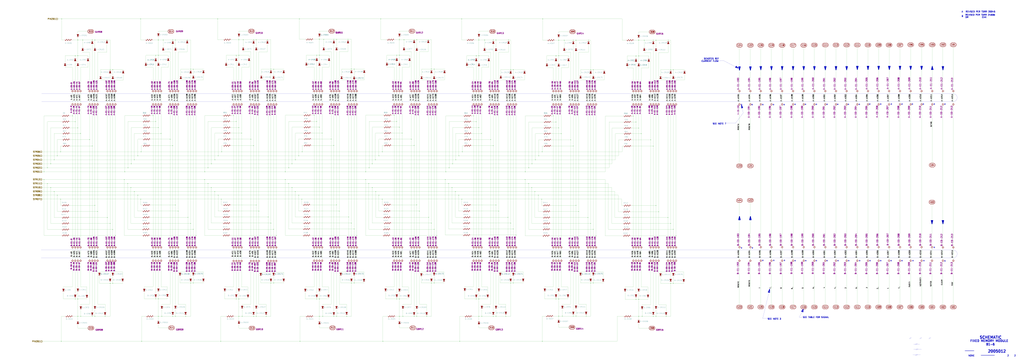
<source format=kicad_sch>
(kicad_sch (version 20211123) (generator eeschema)
  (paper "User" 2438.4 863.6)
  (junction (at 562.61 713.105))
  (junction (at 447.675 518.16))
  (junction (at 1174.75 347.345))
  (junction (at 113.03 400.05))
  (junction (at 1099.82 474.98))
  (junction (at 1266.19 447.04))
  (junction (at 1555.75 95.885))
  (junction (at 702.945 456.565))
  (junction (at 886.46 447.04))
  (junction (at 1597.025 675.64))
  (junction (at 519.43 465.455))
  (junction (at 801.37 754.38))
  (junction (at 1216.025 675.005))
  (junction (at 679.45 427.99))
  (junction (at 807.72 503.555))
  (junction (at 1603.375 166.37))
  (junction (at 1603.375 675.64))
  (junction (at 1400.175 518.795))
  (junction (at 1140.46 304.165))
  (junction (at 713.105 45.085))
  (junction (at 1021.08 518.16))
  (junction (at 1228.725 560.705))
  (junction (at 788.67 331.47))
  (junction (at 1134.11 713.105))
  (junction (at 525.78 814.07))
  (junction (at 370.84 289.56))
  (junction (at 179.07 713.105))
  (junction (at 144.145 361.95))
  (junction (at 711.2 465.455))
  (junction (at 870.585 409.575))
  (junction (at 1330.325 753.745))
  (junction (at 268.605 675.64))
  (junction (at 226.06 95.25))
  (junction (at 1147.445 754.38))
  (junction (at 754.38 713.105))
  (junction (at 830.58 517.525))
  (junction (at 1330.325 95.885))
  (junction (at 849.63 561.34))
  (junction (at 1084.58 456.565))
  (junction (at 878.205 437.515))
  (junction (at 1343.66 95.885))
  (junction (at 651.51 675.005))
  (junction (at 1292.225 45.085))
  (junction (at 568.96 94.615))
  (junction (at 1153.795 95.25))
  (junction (at 172.72 276.225))
  (junction (at 312.42 390.525))
  (junction (at 1209.675 518.16))
  (junction (at 1520.825 95.885))
  (junction (at 185.42 132.715))
  (junction (at 1204.595 754.38))
  (junction (at 894.08 381))
  (junction (at 1555.75 348.615))
  (junction (at 1514.475 713.74))
  (junction (at 979.805 332.105))
  (junction (at 1092.835 371.475))
  (junction (at 417.83 754.38))
  (junction (at 388.62 95.25))
  (junction (at 645.16 675.005))
  (junction (at 191.77 318.135))
  (junction (at 1365.25 753.745))
  (junction (at 495.3 437.515))
  (junction (at 768.35 754.38))
  (junction (at 262.255 675.64))
  (junction (at 1140.46 713.105))
  (junction (at 364.49 275.59))
  (junction (at 192.405 754.38))
  (junction (at 1040.13 561.34))
  (junction (at 1568.45 504.825))
  (junction (at 1094.74 814.07))
  (junction (at 944.88 289.56))
  (junction (at 1146.81 318.135))
  (junction (at 843.28 675.005))
  (junction (at 185.42 713.105))
  (junction (at 128.905 456.565))
  (junction (at 268.605 547.37))
  (junction (at 795.02 346.71))
  (junction (at 562.61 289.56))
  (junction (at 1085.215 381))
  (junction (at 219.71 754.38))
  (junction (at 1273.81 456.565))
  (junction (at 760.73 93.98))
  (junction (at 377.19 754.38))
  (junction (at 411.48 95.25))
  (junction (at 1222.375 165.735))
  (junction (at 454.025 532.765))
  (junction (at 1290.955 361.95))
  (junction (at 760.73 303.53))
  (junction (at 1250.95 409.575))
  (junction (at 568.96 304.165))
  (junction (at 711.2 371.475))
  (junction (at 405.13 332.105))
  (junction (at 250.19 754.38))
  (junction (at 179.07 132.715))
  (junction (at 944.88 713.105))
  (junction (at 1330.325 132.715))
  (junction (at 295.91 427.99))
  (junction (at 219.71 95.25))
  (junction (at 1527.175 318.77))
  (junction (at 767.08 317.5))
  (junction (at 1181.1 488.95))
  (junction (at 1323.975 290.83))
  (junction (at 760.73 713.105))
  (junction (at 1377.95 504.19))
  (junction (at 179.07 290.195))
  (junction (at 1289.685 474.98))
  (junction (at 886.46 390.525))
  (junction (at 562.61 132.08))
  (junction (at 460.375 165.1))
  (junction (at 1534.16 95.885))
  (junction (at 1134.11 132.715))
  (junction (at 894.715 456.565))
  (junction (at 992.505 754.38))
  (junction (at 254.635 95.25))
  (junction (at 146.685 45.085))
  (junction (at 1609.725 561.975))
  (junction (at 951.23 94.615))
  (junction (at 951.23 754.38))
  (junction (at 1317.625 276.225))
  (junction (at 262.255 532.765))
  (junction (at 1282.7 371.475))
  (junction (at 1395.73 753.745))
  (junction (at 1339.215 753.745))
  (junction (at 511.175 456.565))
  (junction (at 128.905 381))
  (junction (at 695.325 447.04))
  (junction (at 910.59 361.95))
  (junction (at 962.025 94.615))
  (junction (at 1590.675 518.795))
  (junction (at 760.73 131.445))
  (junction (at 714.375 814.07))
  (junction (at 337.185 814.07))
  (junction (at 1210.945 95.25))
  (junction (at 1406.525 532.765))
  (junction (at 1419.225 561.975))
  (junction (at 1127.76 276.225))
  (junction (at 1603.375 546.735))
  (junction (at 519.43 371.475))
  (junction (at 511.81 381))
  (junction (at 1181.1 754.38))
  (junction (at 1371.6 489.585))
  (junction (at 1250.315 427.99))
  (junction (at 518.16 45.085))
  (junction (at 1019.81 94.615))
  (junction (at 754.38 289.56))
  (junction (at 1076.325 447.04))
  (junction (at 1168.4 332.74))
  (junction (at 906.78 45.085))
  (junction (at 770.89 93.98))
  (junction (at 311.785 447.04))
  (junction (at 951.23 131.445))
  (junction (at 610.235 488.95))
  (junction (at 911.86 814.07))
  (junction (at 556.26 275.59))
  (junction (at 638.81 517.525))
  (junction (at 185.42 95.25))
  (junction (at 377.19 712.47))
  (junction (at 610.235 94.615))
  (junction (at 185.42 754.38))
  (junction (at 597.535 332.105))
  (junction (at 1597.025 532.765))
  (junction (at 1033.78 164.465))
  (junction (at 1401.445 95.885))
  (junction (at 1140.46 95.25))
  (junction (at 487.68 409.575))
  (junction (at 1016 754.38))
  (junction (at 527.685 361.95))
  (junction (at 1406.525 675.005))
  (junction (at 902.335 465.455))
  (junction (at 951.23 713.105))
  (junction (at 1092.2 465.455))
  (junction (at 754.38 131.445))
  (junction (at 136.525 371.475))
  (junction (at 377.19 132.08))
  (junction (at 411.48 754.38))
  (junction (at 1520.825 754.38))
  (junction (at 185.42 304.8))
  (junction (at 636.905 94.615))
  (junction (at 1358.9 333.375))
  (junction (at 1562.1 754.38))
  (junction (at 1591.31 95.885))
  (junction (at 304.8 400.05))
  (junction (at 335.28 474.98))
  (junction (at 603.885 347.345))
  (junction (at 1033.78 675.005))
  (junction (at 454.025 165.1))
  (junction (at 1562.1 95.885))
  (junction (at 226.06 489.585))
  (junction (at 645.16 165.1))
  (junction (at 377.19 95.25))
  (junction (at 487.045 427.99))
  (junction (at 718.82 474.98))
  (junction (at 1365.25 347.98))
  (junction (at 951.23 303.53))
  (junction (at 1412.875 675.005))
  (junction (at 1330.325 304.8))
  (junction (at 219.71 347.98))
  (junction (at 633.73 754.38))
  (junction (at 503.555 390.525))
  (junction (at 1291.59 814.07))
  (junction (at 651.51 546.735))
  (junction (at 417.83 95.25))
  (junction (at 645.16 532.13))
  (junction (at 1520.825 133.35))
  (junction (at 1529.08 754.38))
  (junction (at 719.455 361.95))
  (junction (at 385.445 754.38))
  (junction (at 878.84 400.05))
  (junction (at 502.92 447.04))
  (junction (at 801.37 488.315))
  (junction (at 370.84 132.08))
  (junction (at 1134.11 290.195))
  (junction (at 568.96 754.38))
  (junction (at 320.04 456.565))
  (junction (at 1508.125 276.86))
  (junction (at 441.96 754.38))
  (junction (at 959.485 754.38))
  (junction (at 328.295 465.455))
  (junction (at 1597.025 166.37))
  (junction (at 1520.825 713.74))
  (junction (at 687.07 437.515))
  (junction (at 255.905 518.795))
  (junction (at 1258.57 437.515))
  (junction (at 1514.475 290.83))
  (junction (at 1412.875 546.735))
  (junction (at 370.84 712.47))
  (junction (at 136.525 465.455))
  (junction (at 1222.375 675.005))
  (junction (at 703.58 381))
  (junction (at 944.88 131.445))
  (junction (at 196.85 95.25))
  (junction (at 603.885 754.38))
  (junction (at 328.295 371.475))
  (junction (at 1033.78 546.735))
  (junction (at 679.45 409.575))
  (junction (at 1069.34 400.05))
  (junction (at 1216.025 532.13))
  (junction (at 1514.475 133.35))
  (junction (at 1336.675 318.77))
  (junction (at 986.155 94.615))
  (junction (at 1181.1 95.25))
  (junction (at 383.54 318.135))
  (junction (at 695.325 390.525))
  (junction (at 843.28 164.465))
  (junction (at 870.585 427.99))
  (junction (at 902.335 371.475))
  (junction (at 795.02 754.38))
  (junction (at 603.885 94.615))
  (junction (at 304.165 437.515))
  (junction (at 992.505 488.315))
  (junction (at 527.05 474.98))
  (junction (at 411.48 347.345))
  (junction (at 297.18 409.575))
  (junction (at 760.73 754.38))
  (junction (at 568.96 713.105))
  (junction (at 795.02 93.98))
  (junction (at 986.155 754.38))
  (junction (at 417.83 488.95))
  (junction (at 1555.75 754.38))
  (junction (at 1174.75 95.25))
  (junction (at 1562.1 490.22))
  (junction (at 262.255 165.735))
  (junction (at 610.235 754.38))
  (junction (at 1060.45 427.99))
  (junction (at 1549.4 333.375))
  (junction (at 320.04 381))
  (junction (at 424.18 503.555))
  (junction (at 213.36 332.74))
  (junction (at 825.5 754.38))
  (junction (at 226.06 754.38))
  (junction (at 651.51 165.1))
  (junction (at 1266.825 390.525))
  (junction (at 657.86 561.34))
  (junction (at 377.19 304.165))
  (junction (at 992.505 94.615))
  (junction (at 1061.72 409.575))
  (junction (at 1412.875 166.37))
  (junction (at 144.145 474.98))
  (junction (at 576.58 754.38))
  (junction (at 1520.825 305.435))
  (junction (at 836.93 164.465))
  (junction (at 268.605 165.735))
  (junction (at 1371.6 753.745))
  (junction (at 1282.065 465.455))
  (junction (at 120.65 447.04))
  (junction (at 104.775 409.575))
  (junction (at 1216.025 165.735))
  (junction (at 466.725 561.34))
  (junction (at 575.31 317.5))
  (junction (at 687.705 400.05))
  (junction (at 495.3 400.05))
  (junction (at 274.955 561.34))
  (junction (at 1077.595 390.525))
  (junction (at 836.93 675.005))
  (junction (at 1259.205 400.05))
  (junction (at 1586.23 754.38))
  (junction (at 828.675 93.98))
  (junction (at 1027.43 164.465))
  (junction (at 1275.08 381))
  (junction (at 801.37 93.98))
  (junction (at 1323.975 132.715))
  (junction (at 1365.25 95.885))
  (junction (at 1068.07 437.515))
  (junction (at 1027.43 675.005))
  (junction (at 1406.525 166.37))
  (junction (at 1222.375 546.1))
  (junction (at 579.12 94.615))
  (junction (at 1187.45 503.555))
  (junction (at 445.77 95.25))
  (junction (at 568.96 132.08))
  (junction (at 1101.09 361.95))
  (junction (at 1323.975 713.105))
  (junction (at 1140.46 132.715))
  (junction (at 998.855 503.555))
  (junction (at 957.58 317.5))
  (junction (at 460.375 675.005))
  (junction (at 836.93 532.13))
  (junction (at 1330.325 713.105))
  (junction (at 986.155 346.71))
  (junction (at 454.025 675.005))
  (junction (at 1371.6 95.885))
  (junction (at 104.775 427.99))
  (junction (at 1027.43 532.13))
  (junction (at 1140.46 754.38))
  (junction (at 748.03 274.955))
  (junction (at 909.955 474.98))
  (junction (at 1099.185 45.085))
  (junction (at 1174.75 754.38))
  (junction (at 335.915 361.95))
  (junction (at 616.585 503.555))
  (junction (at 460.375 546.735))
  (junction (at 113.03 437.515))
  (junction (at 334.645 45.085))
  (junction (at 120.65 390.525))
  (junction (at 843.28 546.1))
  (junction (at 938.53 274.955))
  (junction (at 232.41 504.19))
  (junction (at 146.05 814.07))
  (wire (pts (xy 172.72 623.57) (xy 172.72 683.895)))
  (wire (pts (xy 603.885 95.885) (xy 603.885 94.615)))
  (polyline (pts (xy 1963.42 158.75) (xy 1967.23 158.75)) (stroke (width 1.524) (type solid)))
  (wire (pts (xy 579.12 111.76) (xy 579.12 94.615)))
  (wire (pts (xy 616.585 591.82) (xy 616.585 620.395)))
  (wire (pts (xy 638.81 591.82) (xy 638.81 620.395)))
  (wire (pts (xy 466.725 623.57) (xy 466.725 648.335)))
  (wire (pts (xy 185.42 623.57) (xy 185.42 685.8)))
  (wire (pts (xy 979.805 219.075) (xy 979.805 247.015)))
  (wire (pts (xy 867.41 175.895) (xy 867.41 190.5)))
  (wire (pts (xy 1134.11 250.825) (xy 1134.11 290.195)))
  (wire (pts (xy 1147.445 754.38) (xy 1140.46 754.38)))
  (wire (pts (xy 262.255 623.57) (xy 262.255 662.305)))
  (wire (pts (xy 232.41 504.19) (xy 232.41 588.01)))
  (wire (pts (xy 801.37 121.92) (xy 801.37 215.265)))
  (polyline (pts (xy 2115.82 158.115) (xy 2119.63 158.115)) (stroke (width 1.524) (type solid)))
  (wire (pts (xy 2117.09 727.71) (xy 2117.09 623.57)))
  (wire (pts (xy 1609.725 623.57) (xy 1609.725 648.335)))
  (wire (pts (xy 1365.25 751.205) (xy 1365.25 753.745)))
  (wire (pts (xy 1076.325 532.13) (xy 1076.325 447.04)))
  (wire (pts (xy 154.94 160.655) (xy 172.72 160.655)))
  (wire (pts (xy 519.43 371.475) (xy 328.295 371.475)))
  (wire (pts (xy 760.73 88.265) (xy 760.73 93.98)))
  (wire (pts (xy 196.85 123.19) (xy 196.85 124.46)))
  (wire (pts (xy 603.885 219.075) (xy 603.885 247.015)))
  (wire (pts (xy 185.42 95.25) (xy 185.42 132.715)))
  (wire (pts (xy 529.59 532.13) (xy 502.92 532.13)))
  (wire (pts (xy 172.72 683.895) (xy 151.13 683.895)))
  (wire (pts (xy 768.35 725.805) (xy 768.35 727.71)))
  (wire (pts (xy 1140.46 88.9) (xy 1140.46 95.25)))
  (wire (pts (xy 370.84 289.56) (xy 358.775 289.56)))
  (wire (pts (xy 179.07 591.82) (xy 179.07 619.76)))
  (wire (pts (xy 1104.9 754.38) (xy 1094.74 754.38)))
  (wire (pts (xy 447.675 190.5) (xy 447.675 215.265)))
  (wire (pts (xy 870.585 409.575) (xy 679.45 409.575)))
  (wire (pts (xy 147.32 332.74) (xy 136.525 332.74)))
  (wire (pts (xy 441.96 751.84) (xy 441.96 754.38)))
  (wire (pts (xy 1027.43 754.38) (xy 1016 754.38)))
  (wire (pts (xy 1146.81 683.895) (xy 1161.415 683.895)))
  (wire (pts (xy 383.54 160.655) (xy 383.54 215.265)))
  (wire (pts (xy 262.255 95.25) (xy 254.635 95.25)))
  (wire (pts (xy 1609.725 250.825) (xy 1609.725 561.975)))
  (wire (pts (xy 2041.525 111.76) (xy 2041.525 215.265)))
  (wire (pts (xy 801.37 250.825) (xy 801.37 488.315)))
  (wire (pts (xy 1406.525 672.465) (xy 1406.525 675.005)))
  (wire (pts (xy 1228.725 560.705) (xy 1121.41 560.705)))
  (wire (pts (xy 801.37 93.98) (xy 801.37 111.76)))
  (wire (pts (xy 268.605 180.34) (xy 268.605 165.735)))
  (wire (pts (xy 1302.385 161.29) (xy 1317.625 161.29)))
  (polyline (pts (xy 2270.76 242.57) (xy 2273.3 241.935)) (stroke (width 0) (type solid)))
  (wire (pts (xy 795.02 752.475) (xy 795.02 754.38)))
  (wire (pts (xy 1572.895 675.64) (xy 1572.895 659.765)))
  (polyline (pts (xy 1813.56 158.75) (xy 1811.655 166.37)) (stroke (width 1.524) (type solid)))
  (wire (pts (xy 556.26 160.655) (xy 556.26 215.265)))
  (wire (pts (xy 454.025 177.165) (xy 454.025 215.265)))
  (wire (pts (xy 320.04 518.16) (xy 320.04 456.565)))
  (polyline (pts (xy 1911.985 158.75) (xy 1915.795 158.75)) (stroke (width 1.524) (type solid)))
  (wire (pts (xy 638.81 219.075) (xy 638.81 247.015)))
  (wire (pts (xy 209.55 147.955) (xy 209.55 160.655)))
  (wire (pts (xy 1282.7 371.475) (xy 1473.2 371.475)))
  (wire (pts (xy 576.58 725.805) (xy 576.58 727.075)))
  (wire (pts (xy 454.025 250.825) (xy 454.025 532.765)))
  (wire (pts (xy 104.775 409.575) (xy 99.695 409.575)))
  (wire (pts (xy 1330.325 780.415) (xy 1330.325 771.525)))
  (wire (pts (xy 783.59 160.02) (xy 767.08 160.02)))
  (wire (pts (xy 250.19 754.38) (xy 226.06 754.38)))
  (wire (pts (xy 1146.81 623.57) (xy 1146.81 683.895)))
  (wire (pts (xy 638.81 517.525) (xy 549.275 517.525)))
  (wire (pts (xy 1527.175 591.82) (xy 1527.175 619.76)))
  (wire (pts (xy 610.235 488.95) (xy 610.235 588.01)))
  (wire (pts (xy 1508.125 684.53) (xy 1488.44 684.53)))
  (wire (pts (xy 568.96 624.205) (xy 568.96 685.8)))
  (polyline (pts (xy 1837.055 163.195) (xy 1836.42 158.75)) (stroke (width 1.524) (type solid)))
  (wire (pts (xy 292.1 675.64) (xy 268.605 675.64)))
  (wire (pts (xy 254.635 124.46) (xy 232.41 124.46)))
  (wire (pts (xy 992.505 488.315) (xy 932.18 488.315)))
  (wire (pts (xy 113.03 290.195) (xy 113.03 400.05)))
  (wire (pts (xy 830.58 623.57) (xy 830.58 648.335)))
  (wire (pts (xy 1371.6 219.075) (xy 1371.6 247.015)))
  (wire (pts (xy 575.31 317.5) (xy 550.545 317.5)))
  (wire (pts (xy 376.555 712.47) (xy 370.84 712.47)))
  (polyline (pts (xy 2180.463 834.9996) (xy 2183.638 831.1896)) (stroke (width 0) (type solid)))
  (wire (pts (xy 1965.325 727.71) (xy 1965.325 623.57)))
  (wire (pts (xy 304.165 437.515) (xy 113.03 437.515)))
  (wire (pts (xy 262.255 675.64) (xy 236.855 675.64)))
  (wire (pts (xy 843.28 164.465) (xy 843.28 180.975)))
  (wire (pts (xy 992.505 113.03) (xy 992.505 94.615)))
  (wire (pts (xy 527.685 361.95) (xy 335.915 361.95)))
  (wire (pts (xy 1153.795 123.19) (xy 1153.795 124.46)))
  (wire (pts (xy 1543.05 684.53) (xy 1543.05 700.405)))
  (wire (pts (xy 1590.675 518.795) (xy 1502.41 518.795)))
  (wire (pts (xy 638.81 190.5) (xy 638.81 215.265)))
  (wire (pts (xy 383.54 318.135) (xy 383.54 588.01)))
  (wire (pts (xy 610.235 624.205) (xy 610.235 727.075)))
  (wire (pts (xy 430.53 190.5) (xy 447.675 190.5)))
  (polyline (pts (xy 1965.96 158.75) (xy 1965.325 163.195)) (stroke (width 1.524) (type solid)))
  (polyline (pts (xy 2165.223 808.3296) (xy 2168.398 804.5196)) (stroke (width 0) (type solid)))
  (wire (pts (xy 1597.025 166.37) (xy 1603.375 166.37)))
  (wire (pts (xy 657.86 561.34) (xy 657.86 588.01)))
  (wire (pts (xy 1965.325 587.375) (xy 1965.325 250.825)))
  (wire (pts (xy 951.23 94.615) (xy 951.23 131.445)))
  (wire (pts (xy 1057.275 673.1) (xy 1057.275 675.005)))
  (wire (pts (xy 911.86 814.07) (xy 1094.74 814.07)))
  (wire (pts (xy 1358.9 124.46) (xy 1358.9 215.265)))
  (wire (pts (xy 185.42 132.715) (xy 209.55 132.715)))
  (wire (pts (xy 645.16 675.005) (xy 645.16 754.38)))
  (wire (pts (xy 1134.11 591.82) (xy 1134.11 619.76)))
  (wire (pts (xy 1058.545 190.5) (xy 1040.13 190.5)))
  (wire (pts (xy 144.145 347.98) (xy 147.32 347.98)))
  (wire (pts (xy 568.96 304.165) (xy 550.545 304.165)))
  (wire (pts (xy 622.3 190.5) (xy 638.81 190.5)))
  (wire (pts (xy 992.505 219.075) (xy 992.505 247.015)))
  (wire (pts (xy 1291.59 814.07) (xy 1469.39 814.07)))
  (wire (pts (xy 1568.45 250.825) (xy 1568.45 504.825)))
  (wire (pts (xy 1161.415 710.565) (xy 1161.415 713.105)))
  (wire (pts (xy 1168.4 332.74) (xy 1168.4 588.01)))
  (wire (pts (xy 801.37 623.57) (xy 801.37 727.71)))
  (wire (pts (xy 729.615 131.445) (xy 729.615 147.955)))
  (wire (pts (xy 1163.32 781.685) (xy 1140.46 781.685)))
  (wire (pts (xy 1382.395 675.005) (xy 1382.395 658.495)))
  (wire (pts (xy 445.77 105.41) (xy 445.77 123.825)))
  (wire (pts (xy 1021.08 518.16) (xy 931.545 518.16)))
  (wire (pts (xy 1597.025 219.075) (xy 1597.025 247.015)))
  (wire (pts (xy 1258.57 546.735) (xy 1258.57 437.515)))
  (wire (pts (xy 1562.1 490.22) (xy 1503.68 490.22)))
  (wire (pts (xy 274.955 648.335) (xy 292.1 648.335)))
  (wire (pts (xy 1209.675 518.16) (xy 1209.675 588.01)))
  (wire (pts (xy 1016 725.805) (xy 1016 742.315)))
  (wire (pts (xy 1134.11 710.565) (xy 1134.11 713.105)))
  (wire (pts (xy 1377.95 591.82) (xy 1377.95 619.76)))
  (wire (pts (xy 2016.125 587.375) (xy 2016.125 250.825)))
  (wire (pts (xy 337.185 546.735) (xy 304.165 546.735)))
  (wire (pts (xy 1040.13 648.335) (xy 1057.275 648.335)))
  (wire (pts (xy 1888.49 219.075) (xy 1888.49 247.015)))
  (wire (pts (xy 636.905 106.045) (xy 636.905 123.825)))
  (wire (pts (xy 651.51 250.825) (xy 651.51 546.735)))
  (wire (pts (xy 136.525 332.74) (xy 136.525 371.475)))
  (wire (pts (xy 1520.825 219.075) (xy 1520.825 247.015)))
  (wire (pts (xy 424.18 591.82) (xy 424.18 619.76)))
  (wire (pts (xy 518.16 94.615) (xy 518.16 45.085)))
  (wire (pts (xy 411.48 95.25) (xy 411.48 96.52)))
  (wire (pts (xy 1140.46 95.25) (xy 1153.795 95.25)))
  (wire (pts (xy 262.255 219.075) (xy 262.255 247.015)))
  (wire (pts (xy 1448.435 546.735) (xy 1481.455 546.735)))
  (wire (pts (xy 807.72 725.805) (xy 825.5 725.805)))
  (polyline (pts (xy 1760.855 516.255) (xy 1762.76 523.875)) (stroke (width 1.524) (type solid)))
  (wire (pts (xy 992.505 488.315) (xy 992.505 588.01)))
  (wire (pts (xy 1153.795 95.25) (xy 1174.75 95.25)))
  (polyline (pts (xy 2211.578 808.3296) (xy 2214.753 804.5196)) (stroke (width 0) (type solid)))
  (wire (pts (xy 675.64 165.1) (xy 651.51 165.1)))
  (wire (pts (xy 335.915 361.95) (xy 335.915 347.345)))
  (wire (pts (xy 274.955 623.57) (xy 274.955 648.335)))
  (wire (pts (xy 2168.525 215.265) (xy 2168.525 111.125)))
  (wire (pts (xy 1555.75 107.315) (xy 1555.75 215.265)))
  (polyline (pts (xy 2141.22 158.115) (xy 2145.03 158.115)) (stroke (width 1.524) (type solid)))
  (wire (pts (xy 1168.4 332.74) (xy 1123.95 332.74)))
  (wire (pts (xy 1101.09 361.95) (xy 910.59 361.95)))
  (wire (pts (xy 610.235 250.825) (xy 610.235 488.95)))
  (polyline (pts (xy 1753.235 158.115) (xy 1751.965 160.02)) (stroke (width 1.524) (type solid)))
  (wire (pts (xy 679.45 409.575) (xy 487.68 409.575)))
  (wire (pts (xy 1336.675 683.895) (xy 1352.55 683.895)))
  (wire (pts (xy 1472.565 504.825) (xy 1472.565 465.455)))
  (wire (pts (xy 1546.225 76.2) (xy 1520.825 76.2)))
  (wire (pts (xy 760.73 713.105) (xy 760.73 695.96)))
  (polyline (pts (xy 2179.193 822.2996) (xy 2182.368 818.4896)) (stroke (width 0) (type solid)))
  (wire (pts (xy 603.885 624.205) (xy 603.885 741.68)))
  (wire (pts (xy 377.19 87.63) (xy 377.19 95.25)))
  (wire (pts (xy 364.49 623.57) (xy 364.49 683.895)))
  (wire (pts (xy 782.32 683.895) (xy 782.32 700.405)))
  (wire (pts (xy 1061.72 276.225) (xy 1061.72 409.575)))
  (wire (pts (xy 1033.78 250.825) (xy 1033.78 546.735)))
  (wire (pts (xy 454.025 532.765) (xy 454.025 588.01)))
  (wire (pts (xy 1146.81 591.82) (xy 1146.81 619.76)))
  (wire (pts (xy 1590.675 219.075) (xy 1590.675 247.015)))
  (wire (pts (xy 1106.805 683.895) (xy 1106.805 685.165)))
  (polyline (pts (xy 2191.893 808.3296) (xy 2195.068 804.5196)) (stroke (width 0) (type solid)))
  (wire (pts (xy 1330.325 95.885) (xy 1330.325 132.715)))
  (wire (pts (xy 172.72 276.225) (xy 172.72 588.01)))
  (wire (pts (xy 1568.45 591.82) (xy 1568.45 619.76)))
  (wire (pts (xy 1527.175 250.825) (xy 1527.175 318.77)))
  (wire (pts (xy 192.405 754.38) (xy 185.42 754.38)))
  (wire (pts (xy 1099.185 95.25) (xy 1099.185 45.085)))
  (wire (pts (xy 274.955 561.34) (xy 274.955 588.01)))
  (polyline (pts (xy 1939.29 166.37) (xy 1937.385 158.75)) (stroke (width 1.524) (type solid)))
  (wire (pts (xy 843.28 546.1) (xy 843.28 588.01)))
  (wire (pts (xy 1555.75 751.84) (xy 1555.75 754.38)))
  (wire (pts (xy 1292.225 95.885) (xy 1292.225 45.085)))
  (wire (pts (xy 179.07 290.195) (xy 179.07 588.01)))
  (wire (pts (xy 1094.74 754.38) (xy 1094.74 814.07)))
  (wire (pts (xy 1534.16 113.03) (xy 1534.16 95.885)))
  (wire (pts (xy 1597.025 95.885) (xy 1597.025 166.37)))
  (wire (pts (xy 335.28 474.98) (xy 144.145 474.98)))
  (wire (pts (xy 1165.86 74.93) (xy 1140.46 74.93)))
  (wire (pts (xy 1514.475 591.82) (xy 1514.475 619.76)))
  (wire (pts (xy 1111.885 148.59) (xy 1111.885 132.715)))
  (wire (pts (xy 645.16 672.465) (xy 645.16 675.005)))
  (wire (pts (xy 1134.11 623.57) (xy 1134.11 700.405)))
  (wire (pts (xy 562.61 147.32) (xy 562.61 215.265)))
  (wire (pts (xy 364.49 591.82) (xy 364.49 619.76)))
  (wire (pts (xy 2245.36 219.075) (xy 2245.36 247.015)))
  (wire (pts (xy 1134.11 137.795) (xy 1134.11 132.715)))
  (wire (pts (xy 1266.19 532.765) (xy 1266.19 447.04)))
  (wire (pts (xy 370.84 623.57) (xy 370.84 699.77)))
  (wire (pts (xy 1330.325 591.82) (xy 1330.325 619.76)))
  (polyline (pts (xy 2245.36 530.225) (xy 2244.725 525.78)) (stroke (width 1.524) (type solid)))
  (wire (pts (xy 268.605 623.57) (xy 268.605 648.335)))
  (polyline (pts (xy 2195.195 158.115) (xy 2194.56 162.56)) (stroke (width 1.524) (type solid)))
  (wire (pts (xy 268.605 675.64) (xy 262.255 675.64)))
  (wire (pts (xy 495.3 546.735) (xy 495.3 437.515)))
  (wire (pts (xy 770.89 123.19) (xy 788.67 123.19)))
  (wire (pts (xy 1597.025 250.825) (xy 1597.025 532.765)))
  (wire (pts (xy 312.42 304.165) (xy 312.42 390.525)))
  (wire (pts (xy 590.55 713.105) (xy 590.55 710.565)))
  (wire (pts (xy 417.83 754.38) (xy 411.48 754.38)))
  (wire (pts (xy 1597.025 532.765) (xy 1503.045 532.765)))
  (wire (pts (xy 1266.825 304.8) (xy 1266.825 390.525)))
  (wire (pts (xy 938.53 591.82) (xy 938.53 619.76)))
  (wire (pts (xy 795.02 591.82) (xy 795.02 619.76)))
  (wire (pts (xy 1245.87 672.465) (xy 1245.87 675.005)))
  (wire (pts (xy 894.08 381) (xy 703.58 381)))
  (wire (pts (xy 702.945 517.525) (xy 702.945 456.565)))
  (wire (pts (xy 1003.3 659.765) (xy 1003.3 675.005)))
  (wire (pts (xy 616.585 219.075) (xy 616.585 247.015)))
  (wire (pts (xy 1377.95 124.46) (xy 1377.95 215.265)))
  (wire (pts (xy 1339.215 753.745) (xy 1330.325 753.745)))
  (wire (pts (xy 528.955 517.525) (xy 511.175 517.525)))
  (wire (pts (xy 938.53 274.955) (xy 932.815 274.955)))
  (wire (pts (xy 337.82 503.555) (xy 328.295 503.555)))
  (wire (pts (xy 1127.76 591.82) (xy 1127.76 619.76)))
  (wire (pts (xy 1222.375 675.005) (xy 1216.025 675.005)))
  (wire (pts (xy 335.915 347.345) (xy 338.455 347.345)))
  (wire (pts (xy 1293.495 347.98) (xy 1290.955 347.98)))
  (wire (pts (xy 292.1 648.335) (xy 292.1 662.305)))
  (wire (pts (xy 191.77 683.895) (xy 207.01 683.895)))
  (wire (pts (xy 622.3 189.23) (xy 622.3 190.5)))
  (wire (pts (xy 575.31 684.53) (xy 590.55 684.53)))
  (wire (pts (xy 645.16 219.075) (xy 645.16 247.015)))
  (wire (pts (xy 768.35 737.87) (xy 768.35 754.38)))
  (wire (pts (xy 1572.895 675.64) (xy 1597.025 675.64)))
  (wire (pts (xy 616.585 503.555) (xy 549.275 503.555)))
  (wire (pts (xy 645.16 675.005) (xy 651.51 675.005)))
  (wire (pts (xy 972.82 684.53) (xy 972.82 700.405)))
  (wire (pts (xy 998.855 219.075) (xy 998.855 247.015)))
  (wire (pts (xy 1127.76 250.825) (xy 1127.76 276.225)))
  (wire (pts (xy 729.615 160.02) (xy 748.03 160.02)))
  (polyline (pts (xy 2067.56 158.115) (xy 2066.925 162.56)) (stroke (width 1.524) (type solid)))
  (wire (pts (xy 1068.07 546.1) (xy 1068.07 437.515)))
  (wire (pts (xy 1549.4 591.82) (xy 1549.4 619.76)))
  (polyline (pts (xy 2219.96 161.29) (xy 2220.595 165.735)) (stroke (width 1.524) (type solid)))
  (wire (pts (xy 1609.725 591.82) (xy 1609.725 619.76)))
  (wire (pts (xy 1092.2 465.455) (xy 902.335 465.455)))
  (wire (pts (xy 1330.325 95.885) (xy 1343.66 95.885)))
  (wire (pts (xy 657.86 219.075) (xy 657.86 247.015)))
  (wire (pts (xy 454.025 591.82) (xy 454.025 619.76)))
  (wire (pts (xy 1174.75 591.82) (xy 1174.75 619.76)))
  (wire (pts (xy 411.48 219.075) (xy 411.48 247.015)))
  (wire (pts (xy 1597.025 591.82) (xy 1597.025 619.76)))
  (wire (pts (xy 556.26 591.82) (xy 556.26 620.395)))
  (wire (pts (xy 293.37 191.135) (xy 274.955 191.135)))
  (polyline (pts (xy 1862.455 163.195) (xy 1861.82 158.75)) (stroke (width 1.524) (type solid)))
  (wire (pts (xy 944.88 289.56) (xy 932.18 289.56)))
  (wire (pts (xy 657.86 250.825) (xy 657.86 561.34)))
  (polyline (pts (xy 1888.49 166.37) (xy 1886.585 158.75)) (stroke (width 1.524) (type solid)))
  (wire (pts (xy 2245.36 588.01) (xy 2245.36 250.825)))
  (wire (pts (xy 721.36 317.5) (xy 703.58 317.5)))
  (wire (pts (xy 487.68 409.575) (xy 297.18 409.575)))
  (wire (pts (xy 1291.59 532.765) (xy 1266.19 532.765)))
  (wire (pts (xy 636.905 123.825) (xy 616.585 123.825)))
  (polyline (pts (xy 1786.89 519.43) (xy 1787.525 523.875)) (stroke (width 1.524) (type solid)))
  (wire (pts (xy 417.83 488.95) (xy 417.83 588.01)))
  (wire (pts (xy 136.525 504.19) (xy 136.525 465.455)))
  (wire (pts (xy 719.455 361.95) (xy 719.455 346.71)))
  (wire (pts (xy 191.77 591.82) (xy 191.77 619.76)))
  (wire (pts (xy 262.255 250.825) (xy 262.255 532.765)))
  (wire (pts (xy 1204.595 725.805) (xy 1204.595 741.045)))
  (wire (pts (xy 1317.625 276.225) (xy 1317.625 588.01)))
  (wire (pts (xy 527.685 361.95) (xy 719.455 361.95)))
  (polyline (pts (xy 2278.38 601.345) (xy 2277.745 600.075)) (stroke (width 0) (type solid)))
  (wire (pts (xy 268.605 219.075) (xy 268.605 247.015)))
  (wire (pts (xy 959.485 725.805) (xy 959.485 727.71)))
  (wire (pts (xy 1222.375 250.825) (xy 1222.375 546.1)))
  (wire (pts (xy 1209.675 518.16) (xy 1122.045 518.16)))
  (wire (pts (xy 226.06 754.38) (xy 219.71 754.38)))
  (wire (pts (xy 1401.445 124.46) (xy 1377.95 124.46)))
  (wire (pts (xy 1603.375 546.735) (xy 1501.775 546.735)))
  (wire (pts (xy 255.905 250.825) (xy 255.905 518.795)))
  (polyline (pts (xy 1761.49 159.385) (xy 1760.855 163.83)) (stroke (width 1.524) (type solid)))
  (wire (pts (xy 1027.43 164.465) (xy 1033.78 164.465)))
  (wire (pts (xy 146.05 489.585) (xy 144.145 489.585)))
  (wire (pts (xy 801.37 488.315) (xy 801.37 588.01)))
  (wire (pts (xy 918.21 713.105) (xy 918.21 695.96)))
  (wire (pts (xy 843.28 675.005) (xy 836.93 675.005)))
  (wire (pts (xy 1084.58 456.565) (xy 894.715 456.565)))
  (wire (pts (xy 1412.875 546.735) (xy 1311.275 546.735)))
  (wire (pts (xy 511.81 381) (xy 320.04 381)))
  (wire (pts (xy 1146.81 318.135) (xy 1123.95 318.135)))
  (wire (pts (xy 268.605 547.37) (xy 166.37 547.37)))
  (wire (pts (xy 104.775 427.99) (xy 99.695 427.99)))
  (polyline (pts (xy 2016.125 163.195) (xy 2015.49 158.75)) (stroke (width 1.524) (type solid)))
  (wire (pts (xy 255.905 648.335) (xy 236.855 648.335)))
  (wire (pts (xy 836.93 591.82) (xy 836.93 619.76)))
  (wire (pts (xy 1965.325 219.075) (xy 1965.325 247.015)))
  (wire (pts (xy 951.23 74.295) (xy 951.23 78.105)))
  (wire (pts (xy 262.255 672.465) (xy 262.255 675.64)))
  (wire (pts (xy 1555.75 250.825) (xy 1555.75 348.615)))
  (wire (pts (xy 1092.835 332.74) (xy 1092.835 371.475)))
  (wire (pts (xy 1862.455 727.71) (xy 1862.455 623.57)))
  (wire (pts (xy 2016.125 591.185) (xy 2016.125 619.76)))
  (wire (pts (xy 849.63 591.82) (xy 849.63 619.76)))
  (wire (pts (xy 657.86 561.34) (xy 549.275 561.34)))
  (wire (pts (xy 154.305 754.38) (xy 146.05 754.38)))
  (polyline (pts (xy 1758.95 523.875) (xy 1760.855 516.255)) (stroke (width 1.524) (type solid)))
  (wire (pts (xy 870.585 561.34) (xy 870.585 427.99)))
  (wire (pts (xy 754.38 623.57) (xy 754.38 700.405)))
  (wire (pts (xy 255.905 623.57) (xy 255.905 648.335)))
  (wire (pts (xy 902.335 332.105) (xy 902.335 371.475)))
  (wire (pts (xy 1419.225 190.5) (xy 1419.225 215.265)))
  (wire (pts (xy 1210.945 124.46) (xy 1187.45 124.46)))
  (wire (pts (xy 262.255 532.765) (xy 166.37 532.765)))
  (wire (pts (xy 1323.975 713.105) (xy 1330.325 713.105)))
  (wire (pts (xy 1568.45 219.075) (xy 1568.45 247.015)))
  (wire (pts (xy 213.36 124.46) (xy 213.36 215.265)))
  (wire (pts (xy 1099.185 45.085) (xy 1292.225 45.085)))
  (wire (pts (xy 713.105 93.98) (xy 713.105 45.085)))
  (wire (pts (xy 911.225 503.555) (xy 902.335 503.555)))
  (wire (pts (xy 1358.9 591.82) (xy 1358.9 619.76)))
  (polyline (pts (xy 2039.62 158.115) (xy 2043.43 158.115)) (stroke (width 1.524) (type solid)))
  (wire (pts (xy 2041.525 591.185) (xy 2041.525 619.76)))
  (wire (pts (xy 1209.675 250.825) (xy 1209.675 518.16)))
  (wire (pts (xy 986.155 250.825) (xy 986.155 346.71)))
  (wire (pts (xy 335.28 488.95) (xy 335.28 474.98)))
  (wire (pts (xy 1174.75 106.68) (xy 1174.75 215.265)))
  (wire (pts (xy 912.495 274.955) (xy 870.585 274.955)))
  (wire (pts (xy 424.18 123.825) (xy 424.18 215.265)))
  (wire (pts (xy 295.91 561.34) (xy 295.91 427.99)))
  (wire (pts (xy 2066.925 215.265) (xy 2066.925 111.76)))
  (wire (pts (xy 1562.1 123.825) (xy 1562.1 215.265)))
  (wire (pts (xy 417.83 488.95) (xy 358.775 488.95)))
  (wire (pts (xy 377.19 219.075) (xy 377.19 247.015)))
  (polyline (pts (xy 1864.36 158.75) (xy 1862.455 166.37)) (stroke (width 1.524) (type solid)))
  (wire (pts (xy 1192.53 189.23) (xy 1192.53 190.5)))
  (wire (pts (xy 484.505 165.1) (xy 460.375 165.1)))
  (wire (pts (xy 836.93 532.13) (xy 741.045 532.13)))
  (wire (pts (xy 1323.975 147.955) (xy 1323.975 215.265)))
  (wire (pts (xy 1140.46 754.38) (xy 1125.22 754.38)))
  (wire (pts (xy 525.78 814.07) (xy 714.375 814.07)))
  (wire (pts (xy 454.025 675.005) (xy 454.025 754.38)))
  (wire (pts (xy 1597.025 673.1) (xy 1597.025 675.64)))
  (wire (pts (xy 411.48 754.38) (xy 385.445 754.38)))
  (wire (pts (xy 339.09 304.165) (xy 312.42 304.165)))
  (wire (pts (xy 843.28 546.1) (xy 740.41 546.1)))
  (wire (pts (xy 1168.4 591.82) (xy 1168.4 619.76)))
  (wire (pts (xy 645.16 250.825) (xy 645.16 532.13)))
  (polyline (pts (xy 1835.15 158.75) (xy 1838.96 158.75)) (stroke (width 1.524) (type solid)))
  (wire (pts (xy 951.23 754.38) (xy 951.23 764.54)))
  (wire (pts (xy 344.805 95.25) (xy 334.645 95.25)))
  (wire (pts (xy 657.86 591.82) (xy 657.86 620.395)))
  (wire (pts (xy 1297.305 713.105) (xy 1297.305 695.96)))
  (wire (pts (xy 1181.1 488.95) (xy 1122.68 488.95)))
  (wire (pts (xy 1419.225 623.57) (xy 1419.225 648.335)))
  (wire (pts (xy 657.86 648.97) (xy 675.64 648.97)))
  (wire (pts (xy 910.59 561.34) (xy 870.585 561.34)))
  (wire (pts (xy 1222.375 165.735) (xy 1249.045 165.735)))
  (wire (pts (xy 1371.6 489.585) (xy 1311.91 489.585)))
  (wire (pts (xy 1106.805 713.105) (xy 1106.805 695.325)))
  (wire (pts (xy 1102.36 488.95) (xy 1099.82 488.95)))
  (wire (pts (xy 274.955 191.135) (xy 274.955 215.265)))
  (wire (pts (xy 610.235 94.615) (xy 603.885 94.615)))
  (polyline (pts (xy 1768.475 256.54) (xy 1765.935 257.175)) (stroke (width 1.524) (type solid)))
  (polyline (pts (xy 2278.38 609.6) (xy 2279.015 607.06)) (stroke (width 0) (type solid)))
  (wire (pts (xy 1040.13 591.82) (xy 1040.13 619.76)))
  (wire (pts (xy 370.84 712.47) (xy 343.535 712.47)))
  (wire (pts (xy 400.05 74.93) (xy 377.19 74.93)))
  (wire (pts (xy 411.48 347.345) (xy 358.775 347.345)))
  (wire (pts (xy 748.03 160.02) (xy 748.03 215.265)))
  (wire (pts (xy 1590.675 190.5) (xy 1590.675 215.265)))
  (wire (pts (xy 1021.08 591.82) (xy 1021.08 619.76)))
  (wire (pts (xy 1493.52 133.35) (xy 1493.52 149.225)))
  (polyline (pts (xy 2018.03 158.75) (xy 2016.125 166.37)) (stroke (width 1.524) (type solid)))
  (wire (pts (xy 986.155 94.615) (xy 992.505 94.615)))
  (wire (pts (xy 1456.69 447.04) (xy 1266.19 447.04)))
  (wire (pts (xy 518.16 45.085) (xy 713.105 45.085)))
  (wire (pts (xy 568.96 158.75) (xy 568.96 215.265)))
  (wire (pts (xy 998.855 503.555) (xy 931.545 503.555)))
  (polyline (pts (xy 1760.855 516.255) (xy 1762.76 523.24)) (stroke (width 0) (type solid)))
  (wire (pts (xy 1572.895 190.5) (xy 1590.675 190.5)))
  (wire (pts (xy 788.67 623.57) (xy 788.67 725.805)))
  (wire (pts (xy 651.51 675.005) (xy 675.64 675.005)))
  (wire (pts (xy 1266.825 390.525) (xy 1077.595 390.525)))
  (wire (pts (xy 576.58 737.235) (xy 576.58 754.38)))
  (wire (pts (xy 836.93 675.005) (xy 811.53 675.005)))
  (wire (pts (xy 466.725 219.075) (xy 466.725 247.015)))
  (polyline (pts (xy 2143.125 162.56) (xy 2142.49 158.115)) (stroke (width 1.524) (type solid)))
  (wire (pts (xy 1529.08 754.38) (xy 1520.825 754.38)))
  (wire (pts (xy 695.325 447.04) (xy 502.92 447.04)))
  (wire (pts (xy 1216.025 250.825) (xy 1216.025 532.13)))
  (wire (pts (xy 616.585 624.205) (xy 616.585 725.805)))
  (wire (pts (xy 1590.675 518.795) (xy 1590.675 588.01)))
  (wire (pts (xy 292.1 672.465) (xy 292.1 675.64)))
  (wire (pts (xy 1837.055 623.57) (xy 1837.055 727.71)))
  (wire (pts (xy 979.805 591.82) (xy 979.805 619.76)))
  (wire (pts (xy 1562.1 754.38) (xy 1555.75 754.38)))
  (wire (pts (xy 1003.935 190.5) (xy 1021.08 190.5)))
  (wire (pts (xy 226.06 219.075) (xy 226.06 247.015)))
  (wire (pts (xy 377.19 158.75) (xy 377.19 215.265)))
  (wire (pts (xy 268.605 591.82) (xy 268.605 619.76)))
  (wire (pts (xy 1140.46 623.57) (xy 1140.46 685.8)))
  (polyline (pts (xy 1784.985 159.385) (xy 1788.795 159.385)) (stroke (width 1.524) (type solid)))
  (wire (pts (xy 944.88 623.57) (xy 944.88 699.77)))
  (wire (pts (xy 1371.6 250.825) (xy 1371.6 489.585)))
  (polyline (pts (xy 1758.95 159.385) (xy 1762.76 159.385)) (stroke (width 1.524) (type solid)))
  (wire (pts (xy 1210.945 96.52) (xy 1210.945 95.25)))
  (wire (pts (xy 957.58 250.825) (xy 957.58 317.5)))
  (wire (pts (xy 185.42 132.715) (xy 185.42 149.225)))
  (wire (pts (xy 1990.725 591.185) (xy 1990.725 619.76)))
  (wire (pts (xy 714.375 754.38) (xy 714.375 814.07)))
  (wire (pts (xy 1382.395 166.37) (xy 1406.525 166.37)))
  (wire (pts (xy 1146.81 250.825) (xy 1146.81 318.135)))
  (wire (pts (xy 1590.675 623.57) (xy 1590.675 648.335)))
  (wire (pts (xy 795.02 346.71) (xy 795.02 588.01)))
  (wire (pts (xy 849.63 219.075) (xy 849.63 247.015)))
  (wire (pts (xy 370.84 137.795) (xy 370.84 132.08)))
  (wire (pts (xy 1520.825 754.38) (xy 1520.825 761.365)))
  (polyline (pts (xy 2094.23 158.115) (xy 2092.325 165.735)) (stroke (width 1.524) (type solid)))
  (wire (pts (xy 1021.08 219.075) (xy 1021.08 247.015)))
  (polyline (pts (xy 1915.795 158.75) (xy 1913.89 166.37)) (stroke (width 1.524) (type solid)))
  (wire (pts (xy 528.955 546.735) (xy 495.3 546.735)))
  (wire (pts (xy 886.46 390.525) (xy 695.325 390.525)))
  (wire (pts (xy 1480.82 490.22) (xy 1480.82 474.98)))
  (wire (pts (xy 1436.37 648.335) (xy 1436.37 662.94)))
  (wire (pts (xy 1597.025 623.57) (xy 1597.025 662.94)))
  (wire (pts (xy 1027.43 623.57) (xy 1027.43 662.305)))
  (wire (pts (xy 801.37 737.87) (xy 801.37 754.38)))
  (wire (pts (xy 1027.43 672.465) (xy 1027.43 675.005)))
  (polyline (pts (xy 1811.655 163.195) (xy 1811.02 158.75)) (stroke (width 1.524) (type solid)))
  (wire (pts (xy 1555.75 348.615) (xy 1504.315 348.615)))
  (wire (pts (xy 1033.78 180.34) (xy 1033.78 164.465)))
  (wire (pts (xy 1406.525 95.885) (xy 1406.525 166.37)))
  (wire (pts (xy 2143.125 219.075) (xy 2143.125 247.015)))
  (wire (pts (xy 1282.065 465.455) (xy 1092.2 465.455)))
  (wire (pts (xy 398.78 712.47) (xy 377.19 712.47)))
  (wire (pts (xy 466.725 561.34) (xy 466.725 588.01)))
  (wire (pts (xy 1228.725 591.82) (xy 1228.725 619.76)))
  (wire (pts (xy 1549.4 333.375) (xy 1549.4 588.01)))
  (wire (pts (xy 1406.525 675.005) (xy 1406.525 753.745)))
  (wire (pts (xy 849.63 561.34) (xy 740.41 561.34)))
  (wire (pts (xy 1472.565 465.455) (xy 1282.065 465.455)))
  (wire (pts (xy 1174.75 219.075) (xy 1174.75 247.015)))
  (wire (pts (xy 1534.16 125.095) (xy 1549.4 125.095)))
  (wire (pts (xy 1438.91 166.37) (xy 1438.91 167.64)))
  (wire (pts (xy 944.88 219.075) (xy 944.88 247.015)))
  (polyline (pts (xy 2275.205 613.41) (xy 2277.11 611.505)) (stroke (width 0) (type solid)))
  (wire (pts (xy 1021.08 623.57) (xy 1021.08 648.335)))
  (wire (pts (xy 695.325 532.13) (xy 695.325 447.04)))
  (wire (pts (xy 975.36 147.32) (xy 975.36 160.02)))
  (wire (pts (xy 460.375 675.005) (xy 454.025 675.005)))
  (polyline (pts (xy 2181.733 822.2996) (xy 2184.908 818.4896)) (stroke (width 0) (type solid)))
  (wire (pts (xy 1358.9 333.375) (xy 1358.9 588.01)))
  (wire (pts (xy 377.19 591.82) (xy 377.19 619.76)))
  (wire (pts (xy 1913.89 219.075) (xy 1913.89 247.015)))
  (wire (pts (xy 1457.325 390.525) (xy 1266.825 390.525)))
  (wire (pts (xy 128.905 318.135) (xy 128.905 381)))
  (wire (pts (xy 760.73 765.175) (xy 760.73 754.38)))
  (wire (pts (xy 2143.125 111.76) (xy 2143.125 215.265)))
  (polyline (pts (xy 1988.82 158.75) (xy 1992.63 158.75)) (stroke (width 1.524) (type solid)))
  (wire (pts (xy 1353.82 132.715) (xy 1330.325 132.715)))
  (wire (pts (xy 921.385 160.02) (xy 938.53 160.02)))
  (wire (pts (xy 622.3 165.1) (xy 622.3 179.07)))
  (wire (pts (xy 185.42 95.25) (xy 172.72 95.25)))
  (wire (pts (xy 1127.76 219.075) (xy 1127.76 247.015)))
  (wire (pts (xy 1191.26 675.005) (xy 1191.26 658.495)))
  (wire (pts (xy 346.71 754.38) (xy 337.185 754.38)))
  (wire (pts (xy 383.54 250.825) (xy 383.54 318.135)))
  (wire (pts (xy 562.61 132.08) (xy 568.96 132.08)))
  (polyline (pts (xy 2218.055 165.735) (xy 2219.96 158.115)) (stroke (width 1.524) (type solid)))
  (wire (pts (xy 1484.63 333.375) (xy 1473.2 333.375)))
  (wire (pts (xy 219.71 250.825) (xy 219.71 347.98)))
  (polyline (pts (xy 1889.125 158.75) (xy 1888.49 163.195)) (stroke (width 1.524) (type solid)))
  (wire (pts (xy 938.53 623.57) (xy 938.53 684.53)))
  (wire (pts (xy 1371.6 95.885) (xy 1371.6 113.665)))
  (wire (pts (xy 1939.29 591.185) (xy 1939.29 619.76)))
  (wire (pts (xy 2194.56 623.57) (xy 2194.56 727.71)))
  (wire (pts (xy 460.375 250.825) (xy 460.375 546.735)))
  (polyline (pts (xy 2221.23 525.78) (xy 2219.325 533.4)) (stroke (width 1.524) (type solid)))
  (polyline (pts (xy 1811.655 166.37) (xy 1809.75 158.75)) (stroke (width 1.524) (type solid)))
  (wire (pts (xy 1330.325 250.825) (xy 1330.325 304.8)))
  (wire (pts (xy 782.955 74.295) (xy 760.73 74.295)))
  (wire (pts (xy 760.73 303.53) (xy 741.68 303.53)))
  (wire (pts (xy 1939.29 250.825) (xy 1939.29 587.375)))
  (wire (pts (xy 1527.175 318.77) (xy 1504.315 318.77)))
  (wire (pts (xy 807.72 623.57) (xy 807.72 725.805)))
  (wire (pts (xy 2066.925 591.185) (xy 2066.925 619.76)))
  (wire (pts (xy 120.65 390.525) (xy 99.695 390.525)))
  (wire (pts (xy 603.885 751.84) (xy 603.885 754.38)))
  (wire (pts (xy 807.72 503.555) (xy 807.72 588.01)))
  (wire (pts (xy 2219.96 219.075) (xy 2219.96 247.015)))
  (wire (pts (xy 1400.175 250.825) (xy 1400.175 518.795)))
  (wire (pts (xy 562.61 137.16) (xy 562.61 132.08)))
  (wire (pts (xy 1127.76 683.895) (xy 1106.805 683.895)))
  (wire (pts (xy 1127.76 623.57) (xy 1127.76 683.895)))
  (wire (pts (xy 912.495 303.53) (xy 886.46 303.53)))
  (wire (pts (xy 337.82 518.16) (xy 320.04 518.16)))
  (wire (pts (xy 370.84 132.08) (xy 347.345 132.08)))
  (wire (pts (xy 603.885 94.615) (xy 579.12 94.615)))
  (wire (pts (xy 460.375 623.57) (xy 460.375 647.7)))
  (wire (pts (xy 1365.25 623.57) (xy 1365.25 741.045)))
  (wire (pts (xy 232.41 623.57) (xy 232.41 725.17)))
  (wire (pts (xy 597.535 219.075) (xy 597.535 247.015)))
  (wire (pts (xy 1168.4 250.825) (xy 1168.4 332.74)))
  (wire (pts (xy 268.605 190.5) (xy 268.605 215.265)))
  (wire (pts (xy 511.175 456.565) (xy 320.04 456.565)))
  (wire (pts (xy 1228.725 560.705) (xy 1228.725 588.01)))
  (wire (pts (xy 1222.375 623.57) (xy 1222.375 648.335)))
  (wire (pts (xy 2270.125 591.82) (xy 2270.125 619.76)))
  (polyline (pts (xy 2219.325 530.225) (xy 2218.69 525.78)) (stroke (width 1.524) (type solid)))
  (wire (pts (xy 610.235 121.92) (xy 610.235 215.265)))
  (wire (pts (xy 209.55 132.715) (xy 209.55 137.795)))
  (wire (pts (xy 185.42 695.96) (xy 185.42 713.105)))
  (wire (pts (xy 1111.885 158.75) (xy 1111.885 160.655)))
  (wire (pts (xy 447.675 250.825) (xy 447.675 518.16)))
  (wire (pts (xy 311.785 532.765) (xy 311.785 447.04)))
  (wire (pts (xy 1603.375 623.57) (xy 1603.375 648.97)))
  (wire (pts (xy 1134.11 290.195) (xy 1134.11 588.01)))
  (wire (pts (xy 1472.565 504.825) (xy 1482.09 504.825)))
  (wire (pts (xy 146.05 814.07) (xy 337.185 814.07)))
  (wire (pts (xy 1250.95 276.225) (xy 1250.95 409.575)))
  (wire (pts (xy 1102.995 276.225) (xy 1061.72 276.225)))
  (wire (pts (xy 913.13 332.105) (xy 902.335 332.105)))
  (wire (pts (xy 767.08 317.5) (xy 767.08 588.01)))
  (wire (pts (xy 2270.125 111.125) (xy 2270.125 215.265)))
  (wire (pts (xy 370.84 289.56) (xy 370.84 588.01)))
  (wire (pts (xy 1365.25 219.075) (xy 1365.25 247.015)))
  (wire (pts (xy 466.725 591.82) (xy 466.725 619.76)))
  (wire (pts (xy 179.07 219.075) (xy 179.07 247.015)))
  (wire (pts (xy 1216.025 591.82) (xy 1216.025 619.76)))
  (wire (pts (xy 597.535 250.825) (xy 597.535 332.105)))
  (wire (pts (xy 1514.475 250.825) (xy 1514.475 290.83)))
  (wire (pts (xy 1336.675 219.075) (xy 1336.675 247.015)))
  (polyline (pts (xy 2273.3 241.935) (xy 2275.205 240.665)) (stroke (width 0) (type solid)))
  (wire (pts (xy 460.375 591.82) (xy 460.375 619.76)))
  (wire (pts (xy 951.23 131.445) (xy 951.23 148.59)))
  (wire (pts (xy 828.675 93.98) (xy 828.675 95.25)))
  (wire (pts (xy 1291.59 753.745) (xy 1291.59 814.07)))
  (wire (pts (xy 1282.065 504.19) (xy 1282.065 465.455)))
  (wire (pts (xy 1216.025 623.57) (xy 1216.025 662.305)))
  (wire (pts (xy 1456.69 532.765) (xy 1456.69 447.04)))
  (wire (pts (xy 383.54 219.075) (xy 383.54 247.015)))
  (wire (pts (xy 1060.45 427.99) (xy 870.585 427.99)))
  (wire (pts (xy 1965.325 215.265) (xy 1965.325 111.76)))
  (polyline (pts (xy 2092.96 158.115) (xy 2092.325 162.56)) (stroke (width 1.524) (type solid)))
  (wire (pts (xy 1040.13 561.34) (xy 930.91 561.34)))
  (wire (pts (xy 1134.11 290.195) (xy 1123.315 290.195)))
  (wire (pts (xy 1562.1 490.22) (xy 1562.1 588.01)))
  (wire (pts (xy 1127.76 160.655) (xy 1127.76 215.265)))
  (wire (pts (xy 1990.725 111.76) (xy 1990.725 215.265)))
  (wire (pts (xy 1493.52 161.925) (xy 1508.125 161.925)))
  (wire (pts (xy 377.19 132.08) (xy 400.685 132.08)))
  (wire (pts (xy 702.945 456.565) (xy 511.175 456.565)))
  (wire (pts (xy 338.455 318.135) (xy 320.04 318.135)))
  (wire (pts (xy 788.67 219.075) (xy 788.67 247.015)))
  (wire (pts (xy 748.03 274.955) (xy 748.03 588.01)))
  (wire (pts (xy 1168.4 623.57) (xy 1168.4 725.805)))
  (wire (pts (xy 343.535 683.895) (xy 343.535 686.435)))
  (wire (pts (xy 405.13 623.57) (xy 405.13 725.805)))
  (wire (pts (xy 255.905 190.5) (xy 255.905 215.265)))
  (wire (pts (xy 645.16 166.37) (xy 645.16 165.1)))
  (wire (pts (xy 1520.825 305.435) (xy 1520.825 588.01)))
  (wire (pts (xy 1101.09 503.555) (xy 1092.2 503.555)))
  (wire (pts (xy 1187.45 725.805) (xy 1204.595 725.805)))
  (polyline (pts (xy 97.79 596.265) (xy 2270.76 596.265)) (stroke (width 0) (type solid)))
  (wire (pts (xy 992.505 737.87) (xy 992.505 754.38)))
  (wire (pts (xy 1464.31 456.565) (xy 1464.31 518.795)))
  (wire (pts (xy 951.23 158.75) (xy 951.23 215.265)))
  (wire (pts (xy 2016.125 219.075) (xy 2016.125 247.015)))
  (wire (pts (xy 703.58 381) (xy 511.81 381)))
  (polyline (pts (xy 1816.1 759.46) (xy 1826.895 759.46)) (stroke (width 0) (type solid)))
  (wire (pts (xy 1786.89 591.185) (xy 1786.89 619.76)))
  (polyline (pts (xy 1992.63 158.75) (xy 1990.725 166.37)) (stroke (width 1.524) (type solid)))
  (wire (pts (xy 760.73 74.295) (xy 760.73 78.105)))
  (wire (pts (xy 992.505 623.57) (xy 992.505 727.71)))
  (wire (pts (xy 1181.1 113.665) (xy 1181.1 95.25)))
  (wire (pts (xy 1216.025 177.8) (xy 1216.025 215.265)))
  (wire (pts (xy 894.08 317.5) (xy 894.08 381)))
  (wire (pts (xy 1140.46 713.105) (xy 1134.11 713.105)))
  (polyline (pts (xy 2143.125 165.735) (xy 2141.22 158.115)) (stroke (width 1.524) (type solid)))
  (wire (pts (xy 575.31 219.075) (xy 575.31 247.015)))
  (wire (pts (xy 1760.855 587.375) (xy 1760.855 482.6)))
  (polyline (pts (xy 1965.325 166.37) (xy 1963.42 158.75)) (stroke (width 1.524) (type solid)))
  (wire (pts (xy 1888.49 112.395) (xy 1888.49 215.265)))
  (wire (pts (xy 957.58 591.82) (xy 957.58 619.76)))
  (wire (pts (xy 843.28 623.57) (xy 843.28 647.7)))
  (wire (pts (xy 645.16 532.13) (xy 549.91 532.13)))
  (wire (pts (xy 146.685 45.085) (xy 334.645 45.085)))
  (polyline (pts (xy 2175.383 820.3946) (xy 2189.988 820.3946)) (stroke (width 0) (type solid)))
  (wire (pts (xy 1330.325 95.885) (xy 1322.07 95.885)))
  (polyline (pts (xy 1837.69 158.75) (xy 1837.055 163.195)) (stroke (width 1.524) (type solid)))
  (polyline (pts (xy 1912.62 739.14) (xy 1903.095 756.285)) (stroke (width 0) (type solid)))
  (wire (pts (xy 1181.1 488.95) (xy 1181.1 588.01)))
  (wire (pts (xy 1290.955 347.98) (xy 1290.955 361.95)))
  (wire (pts (xy 2168.525 591.185) (xy 2168.525 619.76)))
  (wire (pts (xy 377.19 304.165) (xy 359.41 304.165)))
  (wire (pts (xy 466.725 190.5) (xy 466.725 215.265)))
  (polyline (pts (xy 2173.478 846.4296) (xy 2191.893 846.4296)) (stroke (width 0) (type solid)))
  (wire (pts (xy 2219.325 587.375) (xy 2219.325 486.41)))
  (wire (pts (xy 760.73 219.075) (xy 760.73 247.015)))
  (wire (pts (xy 1544.955 149.225) (xy 1544.955 161.925)))
  (wire (pts (xy 1140.46 160.02) (xy 1140.46 215.265)))
  (wire (pts (xy 293.37 177.165) (xy 293.37 191.135)))
  (wire (pts (xy 1174.75 623.57) (xy 1174.75 741.68)))
  (wire (pts (xy 610.235 111.76) (xy 610.235 94.615)))
  (wire (pts (xy 1146.81 219.075) (xy 1146.81 247.015)))
  (wire (pts (xy 1482.725 532.765) (xy 1456.69 532.765)))
  (wire (pts (xy 1562.1 95.885) (xy 1591.31 95.885)))
  (wire (pts (xy 910.59 361.95) (xy 719.455 361.95)))
  (wire (pts (xy 274.955 219.075) (xy 274.955 247.015)))
  (wire (pts (xy 146.05 561.34) (xy 104.775 561.34)))
  (wire (pts (xy 1465.58 381) (xy 1275.08 381)))
  (polyline (pts (xy 2145.03 158.115) (xy 2143.125 165.735)) (stroke (width 1.524) (type solid)))
  (wire (pts (xy 1293.495 333.375) (xy 1282.7 333.375)))
  (wire (pts (xy 645.16 176.53) (xy 645.16 215.265)))
  (wire (pts (xy 1562.1 95.885) (xy 1562.1 113.665)))
  (wire (pts (xy 556.26 275.59) (xy 550.545 275.59)))
  (wire (pts (xy 695.325 303.53) (xy 695.325 390.525)))
  (wire (pts (xy 136.525 504.19) (xy 146.05 504.19)))
  (wire (pts (xy 843.28 219.075) (xy 843.28 247.015)))
  (wire (pts (xy 1609.725 561.975) (xy 1609.725 588.01)))
  (polyline (pts (xy 1760.22 523.875) (xy 1760.855 519.43)) (stroke (width 1.524) (type solid)))
  (polyline (pts (xy 2278.38 236.855) (xy 2279.015 234.315)) (stroke (width 0) (type solid)))
  (wire (pts (xy 1040.13 190.5) (xy 1040.13 215.265)))
  (wire (pts (xy 1913.89 591.185) (xy 1913.89 619.76)))
  (wire (pts (xy 1395.73 725.17) (xy 1395.73 741.045)))
  (wire (pts (xy 1630.045 177.8) (xy 1630.045 190.5)))
  (wire (pts (xy 1259.205 400.05) (xy 1069.34 400.05)))
  (wire (pts (xy 1555.75 623.57) (xy 1555.75 741.68)))
  (wire (pts (xy 1365.25 95.885) (xy 1371.6 95.885)))
  (polyline (pts (xy 2245.36 166.37) (xy 2243.455 158.75)) (stroke (width 1.524) (type solid)))
  (wire (pts (xy 411.48 751.84) (xy 411.48 754.38)))
  (wire (pts (xy 530.86 94.615) (xy 518.16 94.615)))
  (wire (pts (xy 320.04 381) (xy 128.905 381)))
  (wire (pts (xy 591.82 74.295) (xy 568.96 74.295)))
  (wire (pts (xy 1371.6 736.6) (xy 1371.6 753.745)))
  (wire (pts (xy 1033.78 190.5) (xy 1033.78 215.265)))
  (polyline (pts (xy 1890.395 158.75) (xy 1888.49 166.37)) (stroke (width 1.524) (type solid)))
  (wire (pts (xy 185.42 591.82) (xy 185.42 619.76)))
  (wire (pts (xy 1412.875 189.865) (xy 1412.875 215.265)))
  (wire (pts (xy 128.905 518.795) (xy 128.905 456.565)))
  (wire (pts (xy 1529.08 726.44) (xy 1529.08 728.345)))
  (wire (pts (xy 922.02 754.38) (xy 911.86 754.38)))
  (wire (pts (xy 1292.86 318.77) (xy 1275.08 318.77)))
  (polyline (pts (xy 2119.63 158.115) (xy 2117.725 165.735)) (stroke (width 1.524) (type solid)))
  (wire (pts (xy 1343.66 95.885) (xy 1365.25 95.885)))
  (wire (pts (xy 972.82 713.105) (xy 951.23 713.105)))
  (wire (pts (xy 828.675 123.19) (xy 807.72 123.19)))
  (wire (pts (xy 902.335 371.475) (xy 711.2 371.475)))
  (wire (pts (xy 992.505 591.82) (xy 992.505 619.76)))
  (polyline (pts (xy 1990.725 163.195) (xy 1990.09 158.75)) (stroke (width 1.524) (type solid)))
  (polyline (pts (xy 1760.855 163.83) (xy 1760.22 159.385)) (stroke (width 1.524) (type solid)))
  (polyline (pts (xy 1762.76 159.385) (xy 1760.855 167.005)) (stroke (width 1.524) (type solid)))
  (wire (pts (xy 711.2 503.555) (xy 711.2 465.455)))
  (polyline (pts (xy 1914.525 158.75) (xy 1913.89 163.195)) (stroke (width 1.524) (type solid)))
  (wire (pts (xy 484.505 166.37) (xy 484.505 165.1)))
  (wire (pts (xy 1811.655 219.075) (xy 1811.655 247.015)))
  (wire (pts (xy 2092.325 219.075) (xy 2092.325 247.015)))
  (wire (pts (xy 226.06 623.57) (xy 226.06 727.71)))
  (wire (pts (xy 556.26 219.075) (xy 556.26 247.015)))
  (wire (pts (xy 1353.82 147.955) (xy 1353.82 161.29)))
  (wire (pts (xy 1330.325 623.57) (xy 1330.325 685.8)))
  (wire (pts (xy 638.81 624.205) (xy 638.81 648.97)))
  (wire (pts (xy 998.855 591.82) (xy 998.855 619.76)))
  (wire (pts (xy 754.38 710.565) (xy 754.38 713.105)))
  (wire (pts (xy 568.96 250.825) (xy 568.96 304.165)))
  (wire (pts (xy 748.03 684.53) (xy 727.075 684.53)))
  (wire (pts (xy 185.42 79.375) (xy 185.42 74.93)))
  (wire (pts (xy 1094.74 814.07) (xy 1291.59 814.07)))
  (wire (pts (xy 1187.45 124.46) (xy 1187.45 215.265)))
  (wire (pts (xy 417.83 623.57) (xy 417.83 727.075)))
  (wire (pts (xy 843.28 191.135) (xy 843.28 215.265)))
  (wire (pts (xy 1061.72 409.575) (xy 870.585 409.575)))
  (wire (pts (xy 556.26 250.825) (xy 556.26 275.59)))
  (wire (pts (xy 675.64 648.97) (xy 675.64 662.305)))
  (wire (pts (xy 185.42 74.93) (xy 208.915 74.93)))
  (wire (pts (xy 191.77 219.075) (xy 191.77 247.015)))
  (wire (pts (xy 338.455 289.56) (xy 304.8 289.56)))
  (wire (pts (xy 146.685 290.195) (xy 113.03 290.195)))
  (wire (pts (xy 1339.215 737.235) (xy 1339.215 753.745)))
  (wire (pts (xy 1406.525 166.37) (xy 1406.525 167.64)))
  (wire (pts (xy 454.025 165.1) (xy 430.53 165.1)))
  (wire (pts (xy 962.025 111.76) (xy 962.025 94.615)))
  (wire (pts (xy 196.85 113.03) (xy 196.85 95.25)))
  (wire (pts (xy 1786.89 481.965) (xy 1786.89 587.375)))
  (wire (pts (xy 721.995 331.47) (xy 711.2 331.47)))
  (wire (pts (xy 146.05 276.225) (xy 104.775 276.225)))
  (wire (pts (xy 1352.55 683.895) (xy 1352.55 699.77)))
  (wire (pts (xy 401.32 781.685) (xy 377.19 781.685)))
  (wire (pts (xy 597.535 725.805) (xy 576.58 725.805)))
  (wire (pts (xy 944.88 137.16) (xy 944.88 131.445)))
  (wire (pts (xy 616.585 250.825) (xy 616.585 503.555)))
  (wire (pts (xy 1168.4 124.46) (xy 1168.4 215.265)))
  (wire (pts (xy 1019.81 123.19) (xy 998.855 123.19)))
  (wire (pts (xy 1568.45 726.44) (xy 1586.23 726.44)))
  (wire (pts (xy 1520.825 91.44) (xy 1520.825 95.885)))
  (wire (pts (xy 1339.215 725.17) (xy 1339.215 727.075)))
  (wire (pts (xy 986.155 346.71) (xy 986.155 588.01)))
  (wire (pts (xy 1527.175 161.925) (xy 1527.175 215.265)))
  (wire (pts (xy 1572.895 180.34) (xy 1572.895 166.37)))
  (wire (pts (xy 447.675 648.335) (xy 428.625 648.335)))
  (wire (pts (xy 232.41 591.82) (xy 232.41 619.76)))
  (wire (pts (xy 1603.375 166.37) (xy 1630.045 166.37)))
  (wire (pts (xy 938.53 250.825) (xy 938.53 274.955)))
  (wire (pts (xy 424.18 503.555) (xy 358.14 503.555)))
  (wire (pts (xy 460.375 657.86) (xy 460.375 675.005)))
  (wire (pts (xy 849.63 648.335) (xy 866.775 648.335)))
  (wire (pts (xy 1358.9 725.17) (xy 1339.215 725.17)))
  (polyline (pts (xy 2243.455 525.78) (xy 2247.265 525.78)) (stroke (width 1.524) (type solid)))
  (wire (pts (xy 784.86 781.685) (xy 760.73 781.685)))
  (wire (pts (xy 1187.45 219.075) (xy 1187.45 247.015)))
  (wire (pts (xy 1543.05 713.74) (xy 1520.825 713.74)))
  (wire (pts (xy 113.03 400.05) (xy 99.695 400.05)))
  (wire (pts (xy 1481.455 95.885) (xy 1481.455 45.085)))
  (wire (pts (xy 1493.52 159.385) (xy 1493.52 161.925)))
  (wire (pts (xy 1586.23 754.38) (xy 1562.1 754.38)))
  (wire (pts (xy 328.295 371.475) (xy 136.525 371.475)))
  (polyline (pts (xy 2168.525 165.735) (xy 2166.62 158.115)) (stroke (width 1.524) (type solid)))
  (wire (pts (xy 1597.025 754.38) (xy 1586.23 754.38)))
  (wire (pts (xy 209.55 160.655) (xy 191.77 160.655)))
  (wire (pts (xy 782.32 713.105) (xy 782.32 710.565)))
  (wire (pts (xy 320.04 318.135) (xy 320.04 381)))
  (wire (pts (xy 813.435 180.34) (xy 813.435 164.465)))
  (wire (pts (xy 1555.75 95.885) (xy 1555.75 97.155)))
  (polyline (pts (xy 1829.435 696.595) (xy 1832.61 690.245)) (stroke (width 1.524) (type solid)))
  (wire (pts (xy 377.19 712.47) (xy 377.19 754.38)))
  (wire (pts (xy 1465.58 318.77) (xy 1465.58 381)))
  (wire (pts (xy 1127.76 276.225) (xy 1123.315 276.225)))
  (wire (pts (xy 2194.56 591.185) (xy 2194.56 619.76)))
  (wire (pts (xy 1003.935 164.465) (xy 1003.935 180.34)))
  (wire (pts (xy 1568.45 504.825) (xy 1502.41 504.825)))
  (wire (pts (xy 1216.025 165.735) (xy 1222.375 165.735)))
  (wire (pts (xy 179.07 132.715) (xy 154.94 132.715)))
  (wire (pts (xy 219.71 95.25) (xy 196.85 95.25)))
  (wire (pts (xy 1181.1 754.38) (xy 1204.595 754.38)))
  (wire (pts (xy 998.855 503.555) (xy 998.855 588.01)))
  (wire (pts (xy 1222.375 189.865) (xy 1222.375 215.265)))
  (wire (pts (xy 1520.825 713.74) (xy 1520.825 754.38)))
  (wire (pts (xy 1412.875 546.735) (xy 1412.875 588.01)))
  (wire (pts (xy 1336.675 250.825) (xy 1336.675 318.77)))
  (polyline (pts (xy 2194.56 165.735) (xy 2192.655 158.115)) (stroke (width 1.524) (type solid)))
  (wire (pts (xy 1216.025 754.38) (xy 1204.595 754.38)))
  (wire (pts (xy 645.16 591.82) (xy 645.16 620.395)))
  (wire (pts (xy 1603.375 179.705) (xy 1603.375 166.37)))
  (wire (pts (xy 1514.475 623.57) (xy 1514.475 699.77)))
  (wire (pts (xy 886.46 532.13) (xy 912.495 532.13)))
  (wire (pts (xy 535.305 684.53) (xy 535.305 685.8)))
  (wire (pts (xy 128.905 381) (xy 99.695 381)))
  (polyline (pts (xy 1863.09 158.75) (xy 1862.455 163.195)) (stroke (width 1.524) (type solid)))
  (wire (pts (xy 154.94 132.715) (xy 154.94 149.225)))
  (wire (pts (xy 428.625 675.005) (xy 428.625 658.495)))
  (wire (pts (xy 1187.45 623.57) (xy 1187.45 725.805)))
  (wire (pts (xy 1027.43 164.465) (xy 1027.43 166.37)))
  (wire (pts (xy 760.73 131.445) (xy 783.59 131.445)))
  (wire (pts (xy 1323.975 290.83) (xy 1313.815 290.83)))
  (wire (pts (xy 529.59 289.56) (xy 495.3 289.56)))
  (wire (pts (xy 1382.395 189.23) (xy 1382.395 190.5)))
  (polyline (pts (xy 1913.89 163.195) (xy 1913.255 158.75)) (stroke (width 1.524) (type solid)))
  (wire (pts (xy 2117.09 591.185) (xy 2117.09 619.76)))
  (wire (pts (xy 1290.32 561.975) (xy 1250.315 561.975)))
  (wire (pts (xy 651.51 179.705) (xy 651.51 165.1)))
  (wire (pts (xy 556.26 684.53) (xy 535.305 684.53)))
  (wire (pts (xy 268.605 165.735) (xy 293.37 165.735)))
  (wire (pts (xy 1939.29 623.57) (xy 1939.29 727.71)))
  (wire (pts (xy 295.91 427.99) (xy 104.775 427.99)))
  (wire (pts (xy 1483.995 318.77) (xy 1465.58 318.77)))
  (wire (pts (xy 788.67 250.825) (xy 788.67 331.47)))
  (wire (pts (xy 562.61 132.08) (xy 538.48 132.08)))
  (wire (pts (xy 1406.525 219.075) (xy 1406.525 247.015)))
  (wire (pts (xy 388.62 95.25) (xy 377.19 95.25)))
  (wire (pts (xy 147.32 318.135) (xy 128.905 318.135)))
  (wire (pts (xy 836.93 623.57) (xy 836.93 662.305)))
  (wire (pts (xy 593.09 160.655) (xy 575.31 160.655)))
  (wire (pts (xy 120.65 447.04) (xy 99.695 447.04)))
  (wire (pts (xy 460.375 546.735) (xy 357.505 546.735)))
  (wire (pts (xy 454.025 95.25) (xy 445.77 95.25)))
  (wire (pts (xy 537.845 754.38) (xy 525.78 754.38)))
  (wire (pts (xy 870.585 274.955) (xy 870.585 409.575)))
  (wire (pts (xy 487.045 427.99) (xy 295.91 427.99)))
  (wire (pts (xy 219.71 347.98) (xy 219.71 588.01)))
  (wire (pts (xy 1419.225 591.82) (xy 1419.225 619.76)))
  (wire (pts (xy 727.075 93.98) (xy 713.105 93.98)))
  (wire (pts (xy 747.395 93.98) (xy 760.73 93.98)))
  (wire (pts (xy 447.675 518.16) (xy 358.14 518.16)))
  (wire (pts (xy 1140.46 781.685) (xy 1140.46 775.335)))
  (wire (pts (xy 1572.895 166.37) (xy 1597.025 166.37)))
  (wire (pts (xy 1786.89 112.395) (xy 1786.89 215.265)))
  (wire (pts (xy 226.06 95.25) (xy 226.06 113.03)))
  (wire (pts (xy 179.07 710.565) (xy 179.07 713.105)))
  (wire (pts (xy 1473.2 333.375) (xy 1473.2 371.475)))
  (wire (pts (xy 754.38 289.56) (xy 754.38 588.01)))
  (wire (pts (xy 1514.475 290.83) (xy 1504.315 290.83)))
  (wire (pts (xy 1291.59 518.795) (xy 1273.81 518.795)))
  (wire (pts (xy 616.585 123.825) (xy 616.585 215.265)))
  (wire (pts (xy 383.54 683.895) (xy 398.78 683.895)))
  (wire (pts (xy 998.855 250.825) (xy 998.855 503.555)))
  (polyline (pts (xy 2217.42 525.78) (xy 2221.23 525.78)) (stroke (width 1.524) (type solid)))
  (wire (pts (xy 417.83 250.825) (xy 417.83 488.95)))
  (wire (pts (xy 1597.025 177.8) (xy 1597.025 215.265)))
  (polyline (pts (xy 2043.43 158.115) (xy 2041.525 165.735)) (stroke (width 1.524) (type solid)))
  (wire (pts (xy 986.155 752.475) (xy 986.155 754.38)))
  (wire (pts (xy 562.61 709.93) (xy 562.61 713.105)))
  (polyline (pts (xy 2245.36 163.195) (xy 2244.725 158.75)) (stroke (width 1.524) (type solid)))
  (wire (pts (xy 1760.855 219.075) (xy 1760.855 247.015)))
  (wire (pts (xy 568.96 132.08) (xy 593.09 132.08)))
  (wire (pts (xy 417.83 591.82) (xy 417.83 619.76)))
  (wire (pts (xy 1395.73 751.205) (xy 1395.73 753.745)))
  (wire (pts (xy 770.89 93.98) (xy 795.02 93.98)))
  (wire (pts (xy 519.43 503.555) (xy 519.43 465.455)))
  (wire (pts (xy 721.36 289.56) (xy 687.705 289.56)))
  (wire (pts (xy 760.73 591.82) (xy 760.73 619.76)))
  (wire (pts (xy 144.145 474.98) (xy 99.695 474.98)))
  (polyline (pts (xy 2270.76 596.265) (xy 2273.935 596.9)) (stroke (width 0) (type solid)))
  (wire (pts (xy 1033.78 591.82) (xy 1033.78 619.76)))
  (wire (pts (xy 679.45 274.955) (xy 679.45 409.575)))
  (wire (pts (xy 239.395 190.5) (xy 255.905 190.5)))
  (wire (pts (xy 1323.975 591.82) (xy 1323.975 619.76)))
  (wire (pts (xy 795.02 346.71) (xy 742.315 346.71)))
  (wire (pts (xy 1222.375 658.495) (xy 1222.375 675.005)))
  (polyline (pts (xy 1762.76 523.875) (xy 1758.95 523.875)) (stroke (width 1.524) (type solid)))
  (wire (pts (xy 1209.675 190.5) (xy 1209.675 215.265)))
  (wire (pts (xy 370.84 712.47) (xy 370.84 709.93)))
  (wire (pts (xy 979.805 332.105) (xy 979.805 588.01)))
  (wire (pts (xy 487.68 275.59) (xy 487.68 409.575)))
  (polyline (pts (xy 2219.325 165.735) (xy 2219.96 161.29)) (stroke (width 1.524) (type solid)))
  (wire (pts (xy 1317.625 623.57) (xy 1317.625 683.895)))
  (wire (pts (xy 1216.025 95.25) (xy 1216.025 165.735)))
  (wire (pts (xy 1406.525 591.82) (xy 1406.525 619.76)))
  (wire (pts (xy 830.58 517.525) (xy 741.045 517.525)))
  (wire (pts (xy 767.08 591.82) (xy 767.08 619.76)))
  (polyline (pts (xy 1765.935 251.46) (xy 1768.475 256.54)) (stroke (width 1.524) (type solid)))
  (wire (pts (xy 986.155 219.075) (xy 986.155 247.015)))
  (wire (pts (xy 1401.445 107.315) (xy 1401.445 124.46)))
  (wire (pts (xy 339.09 332.105) (xy 328.295 332.105)))
  (wire (pts (xy 1330.325 713.105) (xy 1352.55 713.105)))
  (wire (pts (xy 2041.525 623.57) (xy 2041.525 727.71)))
  (wire (pts (xy 400.685 160.655) (xy 383.54 160.655)))
  (wire (pts (xy 236.855 675.64) (xy 236.855 658.495)))
  (wire (pts (xy 151.13 696.595) (xy 151.13 713.105)))
  (wire (pts (xy 2219.96 250.825) (xy 2219.96 389.255)))
  (wire (pts (xy 1317.625 276.225) (xy 1313.815 276.225)))
  (polyline (pts (xy 1908.81 742.315) (xy 1912.62 737.87)) (stroke (width 1.524) (type solid)))
  (wire (pts (xy 913.13 346.71) (xy 910.59 346.71)))
  (wire (pts (xy 1292.225 45.085) (xy 1481.455 45.085)))
  (wire (pts (xy 1448.435 437.515) (xy 1448.435 546.735)))
  (wire (pts (xy 1021.08 518.16) (xy 1021.08 588.01)))
  (wire (pts (xy 535.305 713.105) (xy 562.61 713.105)))
  (wire (pts (xy 951.23 591.82) (xy 951.23 619.76)))
  (wire (pts (xy 1174.75 751.84) (xy 1174.75 754.38)))
  (wire (pts (xy 1209.675 623.57) (xy 1209.675 648.335)))
  (wire (pts (xy 1549.4 219.075) (xy 1549.4 247.015)))
  (wire (pts (xy 441.96 754.38) (xy 417.83 754.38)))
  (wire (pts (xy 962.025 94.615) (xy 986.155 94.615)))
  (wire (pts (xy 911.86 289.56) (xy 878.84 289.56)))
  (wire (pts (xy 1140.46 591.82) (xy 1140.46 619.76)))
  (wire (pts (xy 921.385 158.115) (xy 921.385 160.02)))
  (wire (pts (xy 1481.455 348.615) (xy 1481.455 361.95)))
  (wire (pts (xy 347.345 160.655) (xy 364.49 160.655)))
  (wire (pts (xy 377.19 95.25) (xy 377.19 132.08)))
  (wire (pts (xy 255.905 518.795) (xy 255.905 588.01)))
  (wire (pts (xy 1174.75 250.825) (xy 1174.75 347.345)))
  (wire (pts (xy 1147.445 754.38) (xy 1174.75 754.38)))
  (wire (pts (xy 1245.87 648.335) (xy 1245.87 662.305)))
  (polyline (pts (xy 1913.89 166.37) (xy 1911.985 158.75)) (stroke (width 1.524) (type solid)))
  (wire (pts (xy 1356.36 75.565) (xy 1330.325 75.565)))
  (wire (pts (xy 1033.78 546.735) (xy 930.91 546.735)))
  (polyline (pts (xy 1903.095 756.285) (xy 1910.08 756.285)) (stroke (width 0) (type solid)))
  (wire (pts (xy 579.12 123.19) (xy 597.535 123.19)))
  (wire (pts (xy 337.185 814.07) (xy 525.78 814.07)))
  (wire (pts (xy 1484.63 754.38) (xy 1469.39 754.38)))
  (wire (pts (xy 1419.225 561.975) (xy 1310.64 561.975)))
  (wire (pts (xy 1323.975 290.83) (xy 1323.975 588.01)))
  (wire (pts (xy 906.78 45.085) (xy 1099.185 45.085)))
  (wire (pts (xy 334.645 95.25) (xy 334.645 45.085)))
  (wire (pts (xy 1382.395 179.07) (xy 1382.395 166.37)))
  (wire (pts (xy 370.84 147.955) (xy 370.84 215.265)))
  (wire (pts (xy 938.53 684.53) (xy 918.21 684.53)))
  (wire (pts (xy 1101.09 532.13) (xy 1076.325 532.13)))
  (wire (pts (xy 364.49 219.075) (xy 364.49 247.015)))
  (polyline (pts (xy 2016.76 158.75) (xy 2016.125 163.195)) (stroke (width 1.524) (type solid)))
  (wire (pts (xy 1990.725 623.57) (xy 1990.725 727.71)))
  (wire (pts (xy 1058.545 176.53) (xy 1058.545 190.5)))
  (wire (pts (xy 556.26 624.205) (xy 556.26 684.53)))
  (wire (pts (xy 1591.31 107.315) (xy 1591.31 125.095)))
  (wire (pts (xy 1103.63 347.345) (xy 1101.09 347.345)))
  (wire (pts (xy 603.885 106.045) (xy 603.885 215.265)))
  (wire (pts (xy 576.58 754.38) (xy 568.96 754.38)))
  (wire (pts (xy 185.42 713.105) (xy 207.01 713.105)))
  (wire (pts (xy 1520.825 133.35) (xy 1520.825 95.885)))
  (wire (pts (xy 1382.395 190.5) (xy 1400.175 190.5)))
  (polyline (pts (xy 2092.325 165.735) (xy 2090.42 158.115)) (stroke (width 1.524) (type solid)))
  (wire (pts (xy 411.48 106.68) (xy 411.48 215.265)))
  (wire (pts (xy 1483.995 305.435) (xy 1457.325 305.435)))
  (wire (pts (xy 174.625 754.38) (xy 185.42 754.38)))
  (wire (pts (xy 147.32 304.8) (xy 120.65 304.8)))
  (wire (pts (xy 1786.89 219.075) (xy 1786.89 247.015)))
  (wire (pts (xy 447.675 219.075) (xy 447.675 247.015)))
  (wire (pts (xy 495.3 437.515) (xy 304.165 437.515)))
  (wire (pts (xy 944.88 250.825) (xy 944.88 289.56)))
  (wire (pts (xy 836.93 219.075) (xy 836.93 247.015)))
  (wire (pts (xy 337.185 754.38) (xy 337.185 814.07)))
  (wire (pts (xy 1760.855 215.265) (xy 1760.855 112.395)))
  (wire (pts (xy 1127.76 276.225) (xy 1127.76 588.01)))
  (wire (pts (xy 1520.825 160.02) (xy 1520.825 215.265)))
  (wire (pts (xy 460.375 189.23) (xy 460.375 215.265)))
  (wire (pts (xy 975.36 160.02) (xy 957.58 160.02)))
  (wire (pts (xy 603.885 591.82) (xy 603.885 620.395)))
  (wire (pts (xy 1400.175 648.335) (xy 1382.395 648.335)))
  (wire (pts (xy 1317.625 161.29) (xy 1317.625 215.265)))
  (polyline (pts (xy 2175.383 833.0946) (xy 2194.433 833.0946)) (stroke (width 0) (type solid)))
  (polyline (pts (xy 2189.988 808.3296) (xy 2193.163 804.5196)) (stroke (width 0) (type solid)))
  (wire (pts (xy 1134.11 147.955) (xy 1134.11 215.265)))
  (wire (pts (xy 1365.25 95.885) (xy 1365.25 97.155)))
  (wire (pts (xy 1174.75 95.25) (xy 1181.1 95.25)))
  (polyline (pts (xy 1786.255 523.875) (xy 1786.89 519.43)) (stroke (width 1.524) (type solid)))
  (wire (pts (xy 385.445 725.805) (xy 385.445 727.71)))
  (wire (pts (xy 675.64 166.37) (xy 675.64 165.1)))
  (wire (pts (xy 597.535 591.82) (xy 597.535 620.395)))
  (wire (pts (xy 610.235 591.82) (xy 610.235 620.395)))
  (wire (pts (xy 1527.175 318.77) (xy 1527.175 588.01)))
  (wire (pts (xy 1273.81 518.795) (xy 1273.81 456.565)))
  (wire (pts (xy 1514.475 139.065) (xy 1514.475 133.35)))
  (wire (pts (xy 1527.175 219.075) (xy 1527.175 247.015)))
  (wire (pts (xy 1181.1 219.075) (xy 1181.1 247.015)))
  (wire (pts (xy 870.585 427.99) (xy 679.45 427.99)))
  (polyline (pts (xy 2219.96 525.78) (xy 2219.325 530.225)) (stroke (width 1.524) (type solid)))
  (wire (pts (xy 770.89 93.98) (xy 770.89 111.76)))
  (wire (pts (xy 998.855 123.19) (xy 998.855 215.265)))
  (wire (pts (xy 1603.375 659.13) (xy 1603.375 675.64)))
  (wire (pts (xy 597.535 624.205) (xy 597.535 725.805)))
  (wire (pts (xy 262.255 532.765) (xy 262.255 588.01)))
  (wire (pts (xy 1572.895 648.335) (xy 1572.895 649.605)))
  (wire (pts (xy 1837.055 219.075) (xy 1837.055 247.015)))
  (wire (pts (xy 1514.475 149.225) (xy 1514.475 215.265)))
  (wire (pts (xy 912.495 317.5) (xy 894.08 317.5)))
  (wire (pts (xy 424.18 503.555) (xy 424.18 588.01)))
  (wire (pts (xy 1181.1 623.57) (xy 1181.1 727.075)))
  (wire (pts (xy 385.445 754.38) (xy 377.19 754.38)))
  (wire (pts (xy 1862.455 591.185) (xy 1862.455 619.76)))
  (wire (pts (xy 377.19 695.96) (xy 377.19 712.47)))
  (wire (pts (xy 1273.81 456.565) (xy 1084.58 456.565)))
  (wire (pts (xy 720.09 561.34) (xy 679.45 561.34)))
  (polyline (pts (xy 97.79 615.315) (xy 2270.76 615.315)) (stroke (width 0) (type solid)))
  (wire (pts (xy 226.06 489.585) (xy 226.06 588.01)))
  (wire (pts (xy 959.485 754.38) (xy 959.485 737.87)))
  (wire (pts (xy 767.08 250.825) (xy 767.08 317.5)))
  (polyline (pts (xy 1991.36 158.75) (xy 1990.725 163.195)) (stroke (width 1.524) (type solid)))
  (wire (pts (xy 616.585 725.805) (xy 633.73 725.805)))
  (polyline (pts (xy 2219.96 158.115) (xy 2221.865 165.735)) (stroke (width 1.524) (type solid)))
  (polyline (pts (xy 2041.525 165.735) (xy 2039.62 158.115)) (stroke (width 1.524) (type solid)))
  (wire (pts (xy 255.905 591.82) (xy 255.905 619.76)))
  (wire (pts (xy 525.78 754.38) (xy 525.78 814.07)))
  (wire (pts (xy 1406.525 177.8) (xy 1406.525 215.265)))
  (wire (pts (xy 843.28 164.465) (xy 867.41 164.465)))
  (wire (pts (xy 575.31 317.5) (xy 575.31 588.01)))
  (wire (pts (xy 1077.595 304.165) (xy 1077.595 390.525)))
  (wire (pts (xy 347.345 132.08) (xy 347.345 148.59)))
  (wire (pts (xy 454.025 675.005) (xy 428.625 675.005)))
  (wire (pts (xy 2041.525 250.825) (xy 2041.525 587.375)))
  (wire (pts (xy 951.23 754.38) (xy 951.23 713.105)))
  (wire (pts (xy 1019.81 104.775) (xy 1019.81 123.19)))
  (wire (pts (xy 1163.955 132.715) (xy 1163.955 137.795)))
  (wire (pts (xy 957.58 317.5) (xy 932.815 317.5)))
  (polyline (pts (xy 2245.995 525.78) (xy 2245.36 530.225)) (stroke (width 1.524) (type solid)))
  (wire (pts (xy 388.62 112.395) (xy 388.62 95.25)))
  (polyline (pts (xy 2016.125 166.37) (xy 2014.22 158.75)) (stroke (width 1.524) (type solid)))
  (wire (pts (xy 136.525 465.455) (xy 99.695 465.455)))
  (wire (pts (xy 1187.45 250.825) (xy 1187.45 503.555)))
  (wire (pts (xy 1549.4 726.44) (xy 1529.08 726.44)))
  (wire (pts (xy 788.67 331.47) (xy 742.315 331.47)))
  (wire (pts (xy 1382.395 675.005) (xy 1406.525 675.005)))
  (wire (pts (xy 1862.455 587.375) (xy 1862.455 250.825)))
  (polyline (pts (xy 2014.22 158.75) (xy 2018.03 158.75)) (stroke (width 1.524) (type solid)))
  (wire (pts (xy 304.8 289.56) (xy 304.8 400.05)))
  (wire (pts (xy 2270.125 250.825) (xy 2270.125 588.01)))
  (polyline (pts (xy 2166.62 158.115) (xy 2170.43 158.115)) (stroke (width 1.524) (type solid)))
  (wire (pts (xy 511.175 517.525) (xy 511.175 456.565)))
  (polyline (pts (xy 2277.745 600.075) (xy 2276.475 598.805)) (stroke (width 0) (type solid)))
  (wire (pts (xy 992.505 250.825) (xy 992.505 488.315)))
  (wire (pts (xy 957.58 684.53) (xy 972.82 684.53)))
  (wire (pts (xy 1259.205 290.83) (xy 1259.205 400.05)))
  (wire (pts (xy 328.295 503.555) (xy 328.295 465.455)))
  (wire (pts (xy 1111.885 132.715) (xy 1134.11 132.715)))
  (wire (pts (xy 1628.14 673.735) (xy 1628.14 675.64)))
  (wire (pts (xy 902.335 503.555) (xy 902.335 465.455)))
  (wire (pts (xy 2066.925 587.375) (xy 2066.925 250.825)))
  (wire (pts (xy 2270.125 219.075) (xy 2270.125 247.015)))
  (polyline (pts (xy 1939.29 163.195) (xy 1938.655 158.75)) (stroke (width 1.524) (type solid)))
  (wire (pts (xy 405.13 219.075) (xy 405.13 247.015)))
  (wire (pts (xy 849.63 190.5) (xy 849.63 215.265)))
  (wire (pts (xy 1514.475 709.93) (xy 1514.475 713.74)))
  (wire (pts (xy 720.09 488.315) (xy 718.82 488.315)))
  (wire (pts (xy 1365.25 250.825) (xy 1365.25 347.98)))
  (wire (pts (xy 1293.495 304.8) (xy 1266.825 304.8)))
  (wire (pts (xy 297.18 275.59) (xy 297.18 409.575)))
  (polyline (pts (xy 1787.525 159.385) (xy 1786.89 163.83)) (stroke (width 1.524) (type solid)))
  (wire (pts (xy 979.805 623.57) (xy 979.805 725.805)))
  (wire (pts (xy 878.84 400.05) (xy 687.705 400.05)))
  (wire (pts (xy 1027.43 591.82) (xy 1027.43 619.76)))
  (wire (pts (xy 2092.325 111.76) (xy 2092.325 215.265)))
  (wire (pts (xy 1216.025 532.13) (xy 1216.025 588.01)))
  (polyline (pts (xy 2041.525 162.56) (xy 2040.89 158.115)) (stroke (width 1.524) (type solid)))
  (wire (pts (xy 830.58 591.82) (xy 830.58 619.76)))
  (wire (pts (xy 320.04 456.565) (xy 128.905 456.565)))
  (wire (pts (xy 460.375 179.07) (xy 460.375 165.1)))
  (wire (pts (xy 466.725 648.335) (xy 484.505 648.335)))
  (wire (pts (xy 556.26 275.59) (xy 556.26 588.01)))
  (wire (pts (xy 836.93 164.465) (xy 836.93 166.37)))
  (wire (pts (xy 530.225 275.59) (xy 487.68 275.59)))
  (wire (pts (xy 172.72 160.655) (xy 172.72 215.265)))
  (wire (pts (xy 191.77 160.655) (xy 191.77 215.265)))
  (polyline (pts (xy 2276.475 226.06) (xy 2273.935 224.155)) (stroke (width 0) (type solid)))
  (wire (pts (xy 886.46 447.04) (xy 695.325 447.04)))
  (wire (pts (xy 830.58 250.825) (xy 830.58 517.525)))
  (wire (pts (xy 1568.45 125.095) (xy 1568.45 215.265)))
  (polyline (pts (xy 2219.325 533.4) (xy 2217.42 525.78)) (stroke (width 1.524) (type solid)))
  (wire (pts (xy 383.54 591.82) (xy 383.54 619.76)))
  (wire (pts (xy 1250.315 561.975) (xy 1250.315 427.99)))
  (wire (pts (xy 1228.725 648.335) (xy 1245.87 648.335)))
  (wire (pts (xy 1520.825 713.74) (xy 1514.475 713.74)))
  (wire (pts (xy 1353.82 137.795) (xy 1353.82 132.715)))
  (wire (pts (xy 1837.055 591.185) (xy 1837.055 619.76)))
  (wire (pts (xy 1786.89 623.57) (xy 1786.89 727.71)))
  (wire (pts (xy 1438.91 190.5) (xy 1419.225 190.5)))
  (wire (pts (xy 1358.9 623.57) (xy 1358.9 725.17)))
  (wire (pts (xy 1609.725 219.075) (xy 1609.725 247.015)))
  (wire (pts (xy 1222.375 546.1) (xy 1121.41 546.1)))
  (wire (pts (xy 1353.82 161.29) (xy 1336.675 161.29)))
  (wire (pts (xy 568.96 94.615) (xy 551.18 94.615)))
  (wire (pts (xy 364.49 275.59) (xy 364.49 588.01)))
  (wire (pts (xy 377.19 623.57) (xy 377.19 685.8)))
  (wire (pts (xy 503.555 304.165) (xy 503.555 390.525)))
  (wire (pts (xy 484.505 176.53) (xy 484.505 190.5)))
  (wire (pts (xy 207.01 683.895) (xy 207.01 701.04)))
  (wire (pts (xy 113.03 437.515) (xy 99.695 437.515)))
  (wire (pts (xy 100.33 814.07) (xy 146.05 814.07)))
  (wire (pts (xy 185.42 89.535) (xy 185.42 95.25)))
  (wire (pts (xy 651.51 165.1) (xy 645.16 165.1)))
  (wire (pts (xy 1400.175 190.5) (xy 1400.175 215.265)))
  (wire (pts (xy 151.13 683.895) (xy 151.13 686.435)))
  (wire (pts (xy 1358.9 219.075) (xy 1358.9 247.015)))
  (wire (pts (xy 633.73 725.805) (xy 633.73 741.68)))
  (polyline (pts (xy 2247.265 525.78) (xy 2245.36 533.4)) (stroke (width 1.524) (type solid)))
  (wire (pts (xy 962.025 121.92) (xy 962.025 123.19)))
  (wire (pts (xy 1412.875 675.005) (xy 1436.37 675.005)))
  (wire (pts (xy 144.145 361.95) (xy 335.915 361.95)))
  (polyline (pts (xy 2169.16 158.115) (xy 2168.525 162.56)) (stroke (width 1.524) (type solid)))
  (wire (pts (xy 1187.45 591.82) (xy 1187.45 619.76)))
  (wire (pts (xy 1181.1 250.825) (xy 1181.1 488.95)))
  (wire (pts (xy 1597.025 675.64) (xy 1597.025 754.38)))
  (wire (pts (xy 250.19 725.17) (xy 250.19 742.315)))
  (wire (pts (xy 1837.055 112.395) (xy 1837.055 215.265)))
  (wire (pts (xy 424.18 623.57) (xy 424.18 725.805)))
  (wire (pts (xy 268.605 165.735) (xy 262.255 165.735)))
  (wire (pts (xy 144.145 361.95) (xy 144.145 347.98)))
  (wire (pts (xy 1555.75 219.075) (xy 1555.75 247.015)))
  (wire (pts (xy 1249.045 165.735) (xy 1249.045 167.64)))
  (wire (pts (xy 179.07 290.195) (xy 167.005 290.195)))
  (wire (pts (xy 986.155 623.57) (xy 986.155 742.315)))
  (wire (pts (xy 754.38 289.56) (xy 741.68 289.56)))
  (wire (pts (xy 1109.98 95.25) (xy 1099.185 95.25)))
  (wire (pts (xy 338.455 275.59) (xy 297.18 275.59)))
  (wire (pts (xy 1811.655 587.375) (xy 1811.655 250.825)))
  (wire (pts (xy 213.36 219.075) (xy 213.36 247.015)))
  (wire (pts (xy 460.375 219.075) (xy 460.375 247.015)))
  (wire (pts (xy 1562.1 591.82) (xy 1562.1 619.76)))
  (wire (pts (xy 748.03 623.57) (xy 748.03 684.53)))
  (wire (pts (xy 447.675 518.16) (xy 447.675 588.01)))
  (wire (pts (xy 986.155 754.38) (xy 959.485 754.38)))
  (wire (pts (xy 1562.1 219.075) (xy 1562.1 247.015)))
  (wire (pts (xy 250.19 752.475) (xy 250.19 754.38)))
  (wire (pts (xy 1590.675 250.825) (xy 1590.675 518.795)))
  (wire (pts (xy 297.18 409.575) (xy 104.775 409.575)))
  (wire (pts (xy 1101.725 518.16) (xy 1084.58 518.16)))
  (wire (pts (xy 795.02 623.57) (xy 795.02 742.315)))
  (wire (pts (xy 788.67 331.47) (xy 788.67 588.01)))
  (wire (pts (xy 957.58 160.02) (xy 957.58 215.265)))
  (wire (pts (xy 754.38 131.445) (xy 754.38 137.16)))
  (wire (pts (xy 974.09 74.295) (xy 951.23 74.295)))
  (wire (pts (xy 1216.025 672.465) (xy 1216.025 675.005)))
  (wire (pts (xy 254.635 95.25) (xy 226.06 95.25)))
  (wire (pts (xy 783.59 131.445) (xy 783.59 137.16)))
  (wire (pts (xy 1488.44 713.74) (xy 1488.44 696.595)))
  (wire (pts (xy 836.93 250.825) (xy 836.93 532.13)))
  (wire (pts (xy 154.94 159.385) (xy 154.94 160.655)))
  (wire (pts (xy 962.025 123.19) (xy 979.805 123.19)))
  (wire (pts (xy 1174.75 754.38) (xy 1181.1 754.38)))
  (wire (pts (xy 1400.175 591.82) (xy 1400.175 619.76)))
  (wire (pts (xy 951.23 250.825) (xy 951.23 303.53)))
  (wire (pts (xy 568.96 591.82) (xy 568.96 620.395)))
  (wire (pts (xy 1069.34 290.195) (xy 1069.34 400.05)))
  (wire (pts (xy 1297.305 683.895) (xy 1297.305 685.8)))
  (wire (pts (xy 1216.025 675.005) (xy 1216.025 754.38)))
  (wire (pts (xy 2194.56 219.075) (xy 2194.56 247.015)))
  (wire (pts (xy 1597.025 532.765) (xy 1597.025 588.01)))
  (wire (pts (xy 603.885 347.345) (xy 603.885 588.01)))
  (wire (pts (xy 232.41 250.825) (xy 232.41 504.19)))
  (wire (pts (xy 370.84 591.82) (xy 370.84 619.76)))
  (wire (pts (xy 711.2 465.455) (xy 519.43 465.455)))
  (wire (pts (xy 1222.375 591.82) (xy 1222.375 619.76)))
  (wire (pts (xy 328.295 465.455) (xy 136.525 465.455)))
  (wire (pts (xy 1508.125 623.57) (xy 1508.125 684.53)))
  (wire (pts (xy 1209.675 648.335) (xy 1191.26 648.335)))
  (wire (pts (xy 1153.795 124.46) (xy 1168.4 124.46)))
  (wire (pts (xy 1258.57 437.515) (xy 1448.435 437.515)))
  (wire (pts (xy 1520.825 149.86) (xy 1520.825 133.35)))
  (wire (pts (xy 951.23 696.595) (xy 951.23 713.105)))
  (wire (pts (xy 1811.655 591.185) (xy 1811.655 619.76)))
  (polyline (pts (xy 2068.83 158.115) (xy 2066.925 165.735)) (stroke (width 1.524) (type solid)))
  (wire (pts (xy 886.46 532.13) (xy 886.46 447.04)))
  (wire (pts (xy 992.505 94.615) (xy 1019.81 94.615)))
  (wire (pts (xy 484.505 672.465) (xy 484.505 675.005)))
  (wire (pts (xy 1520.825 623.57) (xy 1520.825 686.435)))
  (wire (pts (xy 1520.825 305.435) (xy 1504.315 305.435)))
  (wire (pts (xy 1436.37 673.1) (xy 1436.37 675.005)))
  (wire (pts (xy 1209.675 219.075) (xy 1209.675 247.015)))
  (polyline (pts (xy 1832.61 697.23) (xy 1829.435 696.595)) (stroke (width 1.524) (type solid)))
  (wire (pts (xy 951.23 303.53) (xy 932.815 303.53)))
  (wire (pts (xy 466.725 561.34) (xy 358.14 561.34)))
  (polyline (pts (xy 1888.49 163.195) (xy 1887.855 158.75)) (stroke (width 1.524) (type solid)))
  (wire (pts (xy 1101.09 546.1) (xy 1068.07 546.1)))
  (wire (pts (xy 1628.14 675.64) (xy 1603.375 675.64)))
  (wire (pts (xy 1317.625 683.895) (xy 1297.305 683.895)))
  (wire (pts (xy 748.03 219.075) (xy 748.03 247.015)))
  (wire (pts (xy 1401.445 95.885) (xy 1406.525 95.885)))
  (wire (pts (xy 651.51 546.735) (xy 651.51 588.01)))
  (wire (pts (xy 2245.36 215.265) (xy 2245.36 111.125)))
  (wire (pts (xy 377.19 132.08) (xy 377.19 148.59)))
  (wire (pts (xy 1187.45 503.555) (xy 1187.45 588.01)))
  (wire (pts (xy 1400.175 219.075) (xy 1400.175 247.015)))
  (wire (pts (xy 1222.375 546.1) (xy 1222.375 588.01)))
  (wire (pts (xy 562.61 713.105) (xy 568.96 713.105)))
  (polyline (pts (xy 1837.055 166.37) (xy 1835.15 158.75)) (stroke (width 1.524) (type solid)))
  (wire (pts (xy 568.96 763.905) (xy 568.96 754.38)))
  (polyline (pts (xy 2247.265 158.75) (xy 2245.36 166.37)) (stroke (width 1.524) (type solid)))
  (wire (pts (xy 562.61 289.56) (xy 549.91 289.56)))
  (wire (pts (xy 807.72 123.19) (xy 807.72 215.265)))
  (wire (pts (xy 568.96 754.38) (xy 558.165 754.38)))
  (wire (pts (xy 866.775 675.005) (xy 843.28 675.005)))
  (wire (pts (xy 902.335 465.455) (xy 711.2 465.455)))
  (wire (pts (xy 1289.685 474.98) (xy 1099.82 474.98)))
  (wire (pts (xy 760.73 303.53) (xy 760.73 588.01)))
  (wire (pts (xy 191.77 318.135) (xy 167.64 318.135)))
  (wire (pts (xy 1330.325 219.075) (xy 1330.325 247.015)))
  (wire (pts (xy 1609.725 648.335) (xy 1628.14 648.335)))
  (wire (pts (xy 1140.46 74.93) (xy 1140.46 78.74)))
  (wire (pts (xy 720.725 532.13) (xy 695.325 532.13)))
  (wire (pts (xy 575.31 250.825) (xy 575.31 317.5)))
  (wire (pts (xy 1562.1 250.825) (xy 1562.1 490.22)))
  (wire (pts (xy 383.54 623.57) (xy 383.54 683.895)))
  (wire (pts (xy 1352.55 709.93) (xy 1352.55 713.105)))
  (wire (pts (xy 495.3 400.05) (xy 304.8 400.05)))
  (wire (pts (xy 383.54 318.135) (xy 358.775 318.135)))
  (wire (pts (xy 1371.6 489.585) (xy 1371.6 588.01)))
  (wire (pts (xy 562.61 219.075) (xy 562.61 247.015)))
  (wire (pts (xy 530.225 332.105) (xy 519.43 332.105)))
  (wire (pts (xy 191.77 623.57) (xy 191.77 683.895)))
  (wire (pts (xy 1147.445 725.805) (xy 1147.445 727.075)))
  (wire (pts (xy 304.8 400.05) (xy 113.03 400.05)))
  (wire (pts (xy 538.48 132.08) (xy 538.48 148.59)))
  (wire (pts (xy 836.93 672.465) (xy 836.93 675.005)))
  (wire (pts (xy 377.19 132.08) (xy 370.84 132.08)))
  (wire (pts (xy 385.445 737.87) (xy 385.445 754.38)))
  (wire (pts (xy 1343.66 123.19) (xy 1343.66 124.46)))
  (wire (pts (xy 1323.975 709.93) (xy 1323.975 713.105)))
  (polyline (pts (xy 2196.465 158.115) (xy 2194.56 165.735)) (stroke (width 1.524) (type solid)))
  (wire (pts (xy 795.02 250.825) (xy 795.02 346.71)))
  (wire (pts (xy 1336.675 318.77) (xy 1313.18 318.77)))
  (wire (pts (xy 1377.95 725.17) (xy 1395.73 725.17)))
  (wire (pts (xy 979.805 725.805) (xy 959.485 725.805)))
  (polyline (pts (xy 2092.325 162.56) (xy 2091.69 158.115)) (stroke (width 1.524) (type solid)))
  (wire (pts (xy 2016.125 727.71) (xy 2016.125 623.57)))
  (wire (pts (xy 921.385 131.445) (xy 921.385 147.955)))
  (polyline (pts (xy 2221.865 165.735) (xy 2218.055 165.735)) (stroke (width 1.524) (type solid)))
  (wire (pts (xy 951.23 713.105) (xy 944.88 713.105)))
  (wire (pts (xy 1406.525 623.57) (xy 1406.525 662.305)))
  (wire (pts (xy 1330.325 695.96) (xy 1330.325 713.105)))
  (wire (pts (xy 972.82 710.565) (xy 972.82 713.105)))
  (wire (pts (xy 405.13 725.805) (xy 385.445 725.805)))
  (wire (pts (xy 398.78 683.895) (xy 398.78 699.135)))
  (wire (pts (xy 417.83 112.395) (xy 417.83 95.25)))
  (wire (pts (xy 454.025 672.465) (xy 454.025 675.005)))
  (wire (pts (xy 454.025 754.38) (xy 441.96 754.38)))
  (wire (pts (xy 337.82 561.34) (xy 295.91 561.34)))
  (wire (pts (xy 1291.59 489.585) (xy 1289.685 489.585)))
  (polyline (pts (xy 2183.003 834.9996) (xy 2186.178 831.1896)) (stroke (width 0) (type solid)))
  (wire (pts (xy 754.38 250.825) (xy 754.38 289.56)))
  (wire (pts (xy 886.46 303.53) (xy 886.46 390.525)))
  (wire (pts (xy 1355.09 780.415) (xy 1330.325 780.415)))
  (wire (pts (xy 1016 752.475) (xy 1016 754.38)))
  (wire (pts (xy 502.92 532.13) (xy 502.92 447.04)))
  (wire (pts (xy 1412.875 657.86) (xy 1412.875 675.005)))
  (polyline (pts (xy 2066.925 165.735) (xy 2065.02 158.115)) (stroke (width 1.524) (type solid)))
  (wire (pts (xy 377.19 754.38) (xy 377.19 763.905)))
  (wire (pts (xy 1520.825 76.2) (xy 1520.825 81.28)))
  (wire (pts (xy 1092.835 371.475) (xy 902.335 371.475)))
  (wire (pts (xy 951.23 303.53) (xy 951.23 588.01)))
  (wire (pts (xy 1336.675 161.29) (xy 1336.675 215.265)))
  (polyline (pts (xy 1760.855 167.005) (xy 1758.95 159.385)) (stroke (width 1.524) (type solid)))
  (wire (pts (xy 1562.1 737.87) (xy 1562.1 754.38)))
  (wire (pts (xy 185.42 132.715) (xy 179.07 132.715)))
  (wire (pts (xy 1027.43 675.005) (xy 1027.43 754.38)))
  (wire (pts (xy 1590.675 648.335) (xy 1572.895 648.335)))
  (wire (pts (xy 1591.31 95.885) (xy 1591.31 97.155)))
  (wire (pts (xy 944.88 289.56) (xy 944.88 588.01)))
  (wire (pts (xy 1040.13 219.075) (xy 1040.13 247.015)))
  (wire (pts (xy 1520.825 782.32) (xy 1520.825 771.525)))
  (wire (pts (xy 957.58 219.075) (xy 957.58 247.015)))
  (wire (pts (xy 1862.455 215.265) (xy 1862.455 112.395)))
  (wire (pts (xy 519.43 332.105) (xy 519.43 371.475)))
  (polyline (pts (xy 1965.325 163.195) (xy 1964.69 158.75)) (stroke (width 1.524) (type solid)))
  (wire (pts (xy 1003.3 648.335) (xy 1003.3 649.605)))
  (wire (pts (xy 760.73 93.98) (xy 760.73 131.445)))
  (polyline (pts (xy 2278.38 228.6) (xy 2277.745 227.33)) (stroke (width 0) (type solid)))
  (wire (pts (xy 2219.325 727.71) (xy 2219.325 623.57)))
  (wire (pts (xy 1027.43 532.13) (xy 932.815 532.13)))
  (wire (pts (xy 262.255 675.64) (xy 262.255 754.38)))
  (wire (pts (xy 807.72 591.82) (xy 807.72 619.76)))
  (wire (pts (xy 417.83 737.235) (xy 417.83 754.38)))
  (wire (pts (xy 1568.45 504.825) (xy 1568.45 588.01)))
  (wire (pts (xy 1099.82 488.95) (xy 1099.82 474.98)))
  (wire (pts (xy 1289.685 489.585) (xy 1289.685 474.98)))
  (wire (pts (xy 424.18 725.805) (xy 441.96 725.805)))
  (wire (pts (xy 146.685 95.25) (xy 146.685 45.085)))
  (wire (pts (xy 1027.43 532.13) (xy 1027.43 588.01)))
  (wire (pts (xy 621.03 659.13) (xy 621.03 675.005)))
  (wire (pts (xy 1913.89 727.71) (xy 1913.89 623.57)))
  (wire (pts (xy 1590.675 591.82) (xy 1590.675 619.76)))
  (wire (pts (xy 1913.89 215.265) (xy 1913.89 112.395)))
  (polyline (pts (xy 1990.725 166.37) (xy 1988.82 158.75)) (stroke (width 1.524) (type solid)))
  (wire (pts (xy 262.255 167.005) (xy 262.255 165.735)))
  (wire (pts (xy 441.96 725.805) (xy 441.96 741.68)))
  (wire (pts (xy 1140.46 754.38) (xy 1140.46 713.105)))
  (wire (pts (xy 878.84 289.56) (xy 878.84 400.05)))
  (wire (pts (xy 196.85 124.46) (xy 213.36 124.46)))
  (wire (pts (xy 720.725 517.525) (xy 702.945 517.525)))
  (wire (pts (xy 1786.89 250.825) (xy 1786.89 391.16)))
  (polyline (pts (xy 1939.925 158.75) (xy 1939.29 163.195)) (stroke (width 1.524) (type solid)))
  (wire (pts (xy 530.225 317.5) (xy 511.81 317.5)))
  (wire (pts (xy 568.96 94.615) (xy 568.96 132.08)))
  (wire (pts (xy 1245.87 675.005) (xy 1222.375 675.005)))
  (polyline (pts (xy 1757.045 161.925) (xy 1753.235 158.115)) (stroke (width 1.524) (type solid)))
  (wire (pts (xy 1508.125 591.82) (xy 1508.125 619.76)))
  (polyline (pts (xy 2213.483 808.3296) (xy 2216.658 804.5196)) (stroke (width 0) (type solid)))
  (wire (pts (xy 590.55 684.53) (xy 590.55 700.405)))
  (wire (pts (xy 1549.4 333.375) (xy 1504.95 333.375)))
  (wire (pts (xy 1406.525 753.745) (xy 1395.73 753.745)))
  (wire (pts (xy 1290.955 361.95) (xy 1101.09 361.95)))
  (wire (pts (xy 1520.825 95.885) (xy 1534.16 95.885)))
  (wire (pts (xy 760.73 754.38) (xy 768.35 754.38)))
  (wire (pts (xy 136.525 371.475) (xy 99.695 371.475)))
  (wire (pts (xy 748.03 591.82) (xy 748.03 619.76)))
  (wire (pts (xy 1228.725 219.075) (xy 1228.725 247.015)))
  (wire (pts (xy 1174.75 347.345) (xy 1174.75 588.01)))
  (polyline (pts (xy 1784.985 523.875) (xy 1786.89 516.255)) (stroke (width 1.524) (type solid)))
  (wire (pts (xy 807.72 503.555) (xy 740.41 503.555)))
  (wire (pts (xy 830.58 190.5) (xy 830.58 215.265)))
  (wire (pts (xy 484.505 190.5) (xy 466.725 190.5)))
  (wire (pts (xy 1016 754.38) (xy 992.505 754.38)))
  (wire (pts (xy 1419.225 250.825) (xy 1419.225 561.975)))
  (wire (pts (xy 1085.215 318.135) (xy 1085.215 381)))
  (wire (pts (xy 807.72 250.825) (xy 807.72 503.555)))
  (wire (pts (xy 1377.95 504.19) (xy 1311.91 504.19)))
  (wire (pts (xy 447.675 591.82) (xy 447.675 619.76)))
  (wire (pts (xy 1258.57 437.515) (xy 1068.07 437.515)))
  (wire (pts (xy 1222.375 219.075) (xy 1222.375 247.015)))
  (wire (pts (xy 337.82 532.765) (xy 311.785 532.765)))
  (polyline (pts (xy 1812.29 158.75) (xy 1811.655 163.195)) (stroke (width 1.524) (type solid)))
  (wire (pts (xy 1603.375 219.075) (xy 1603.375 247.015)))
  (wire (pts (xy 1888.49 250.825) (xy 1888.49 587.375)))
  (wire (pts (xy 1377.95 219.075) (xy 1377.95 247.015)))
  (wire (pts (xy 938.53 219.075) (xy 938.53 247.015)))
  (wire (pts (xy 801.37 219.075) (xy 801.37 247.015)))
  (wire (pts (xy 213.36 332.74) (xy 213.36 588.01)))
  (wire (pts (xy 219.71 623.57) (xy 219.71 742.95)))
  (wire (pts (xy 1406.525 250.825) (xy 1406.525 532.765)))
  (wire (pts (xy 370.84 250.825) (xy 370.84 289.56)))
  (wire (pts (xy 1365.25 591.82) (xy 1365.25 619.76)))
  (wire (pts (xy 2143.125 623.57) (xy 2143.125 727.71)))
  (wire (pts (xy 454.025 165.1) (xy 454.025 95.25)))
  (wire (pts (xy 866.775 673.1) (xy 866.775 675.005)))
  (polyline (pts (xy 1941.195 158.75) (xy 1939.29 166.37)) (stroke (width 1.524) (type solid)))
  (polyline (pts (xy 1832.61 690.245) (xy 1832.61 697.23)) (stroke (width 1.524) (type solid)))
  (wire (pts (xy 2092.325 250.825) (xy 2092.325 587.375)))
  (wire (pts (xy 1192.53 190.5) (xy 1209.675 190.5)))
  (wire (pts (xy 1520.825 591.82) (xy 1520.825 619.76)))
  (wire (pts (xy 727.075 684.53) (xy 727.075 686.435)))
  (wire (pts (xy 1365.25 347.98) (xy 1365.25 588.01)))
  (wire (pts (xy 312.42 390.525) (xy 120.65 390.525)))
  (wire (pts (xy 377.19 304.165) (xy 377.19 588.01)))
  (wire (pts (xy 1544.955 139.065) (xy 1544.955 133.35)))
  (wire (pts (xy 603.885 347.345) (xy 550.545 347.345)))
  (wire (pts (xy 209.55 782.32) (xy 185.42 782.32)))
  (wire (pts (xy 1888.49 623.57) (xy 1888.49 727.71)))
  (wire (pts (xy 1609.725 190.5) (xy 1609.725 215.265)))
  (wire (pts (xy 1021.08 648.335) (xy 1003.3 648.335)))
  (wire (pts (xy 1412.875 250.825) (xy 1412.875 546.735)))
  (wire (pts (xy 1161.415 713.105) (xy 1140.46 713.105)))
  (wire (pts (xy 1216.025 675.005) (xy 1191.26 675.005)))
  (wire (pts (xy 185.42 782.32) (xy 185.42 774.7)))
  (wire (pts (xy 1555.75 95.885) (xy 1562.1 95.885)))
  (wire (pts (xy 568.96 88.265) (xy 568.96 94.615)))
  (wire (pts (xy 687.07 546.1) (xy 687.07 437.515)))
  (wire (pts (xy 770.89 121.92) (xy 770.89 123.19)))
  (wire (pts (xy 495.3 289.56) (xy 495.3 400.05)))
  (wire (pts (xy 1101.09 560.705) (xy 1060.45 560.705)))
  (wire (pts (xy 454.025 219.075) (xy 454.025 247.015)))
  (wire (pts (xy 239.395 165.735) (xy 239.395 180.34)))
  (wire (pts (xy 1440.815 427.99) (xy 1440.815 561.975)))
  (wire (pts (xy 1343.66 95.885) (xy 1343.66 113.03)))
  (wire (pts (xy 1549.4 250.825) (xy 1549.4 333.375)))
  (wire (pts (xy 185.42 713.105) (xy 185.42 754.38)))
  (polyline (pts (xy 2245.36 533.4) (xy 2243.455 525.78)) (stroke (width 1.524) (type solid)))
  (wire (pts (xy 268.605 547.37) (xy 268.605 588.01)))
  (wire (pts (xy 185.42 754.38) (xy 185.42 764.54)))
  (wire (pts (xy 179.07 623.57) (xy 179.07 700.405)))
  (wire (pts (xy 1302.385 160.02) (xy 1302.385 161.29)))
  (wire (pts (xy 1163.955 147.955) (xy 1163.955 160.655)))
  (wire (pts (xy 1330.325 160.655) (xy 1330.325 215.265)))
  (wire (pts (xy 1760.855 727.71) (xy 1760.855 623.57)))
  (wire (pts (xy 179.07 137.795) (xy 179.07 132.715)))
  (wire (pts (xy 1490.345 95.885) (xy 1481.455 95.885)))
  (polyline (pts (xy 1786.89 516.255) (xy 1788.795 523.875)) (stroke (width 1.524) (type solid)))
  (wire (pts (xy 1760.855 250.825) (xy 1760.855 391.16)))
  (wire (pts (xy 938.53 274.955) (xy 938.53 588.01)))
  (wire (pts (xy 843.28 591.82) (xy 843.28 619.76)))
  (wire (pts (xy 1603.375 250.825) (xy 1603.375 546.735)))
  (wire (pts (xy 1040.13 623.57) (xy 1040.13 648.335)))
  (wire (pts (xy 388.62 123.825) (xy 405.13 123.825)))
  (wire (pts (xy 998.855 725.805) (xy 1016 725.805)))
  (wire (pts (xy 274.955 250.825) (xy 274.955 561.34)))
  (wire (pts (xy 2066.925 219.075) (xy 2066.925 247.015)))
  (wire (pts (xy 1450.34 400.05) (xy 1259.205 400.05)))
  (wire (pts (xy 1163.955 160.655) (xy 1146.81 160.655)))
  (wire (pts (xy 417.83 95.25) (xy 411.48 95.25)))
  (wire (pts (xy 364.49 683.895) (xy 343.535 683.895)))
  (wire (pts (xy 951.23 131.445) (xy 975.36 131.445)))
  (wire (pts (xy 979.805 250.825) (xy 979.805 332.105)))
  (wire (pts (xy 528.955 561.34) (xy 487.045 561.34)))
  (wire (pts (xy 975.36 131.445) (xy 975.36 137.16)))
  (wire (pts (xy 1939.29 111.76) (xy 1939.29 215.265)))
  (wire (pts (xy 113.03 547.37) (xy 113.03 437.515)))
  (wire (pts (xy 1508.125 276.86) (xy 1504.315 276.86)))
  (wire (pts (xy 213.36 623.57) (xy 213.36 725.17)))
  (wire (pts (xy 1508.125 276.86) (xy 1508.125 588.01)))
  (wire (pts (xy 1377.95 250.825) (xy 1377.95 504.19)))
  (wire (pts (xy 1084.58 518.16) (xy 1084.58 456.565)))
  (wire (pts (xy 1508.125 250.825) (xy 1508.125 276.86)))
  (wire (pts (xy 2219.325 591.185) (xy 2219.325 619.76)))
  (wire (pts (xy 502.92 447.04) (xy 311.785 447.04)))
  (wire (pts (xy 795.02 754.38) (xy 801.37 754.38)))
  (polyline (pts (xy 2066.925 162.56) (xy 2066.29 158.115)) (stroke (width 1.524) (type solid)))
  (wire (pts (xy 1317.625 591.82) (xy 1317.625 619.76)))
  (wire (pts (xy 638.81 648.97) (xy 621.03 648.97)))
  (wire (pts (xy 219.71 753.11) (xy 219.71 754.38)))
  (wire (pts (xy 1099.82 474.98) (xy 909.955 474.98)))
  (wire (pts (xy 1630.045 190.5) (xy 1609.725 190.5)))
  (wire (pts (xy 568.96 219.075) (xy 568.96 247.015)))
  (wire (pts (xy 1033.78 164.465) (xy 1058.545 164.465)))
  (wire (pts (xy 878.205 437.515) (xy 687.07 437.515)))
  (wire (pts (xy 621.03 675.005) (xy 645.16 675.005)))
  (wire (pts (xy 255.905 518.795) (xy 166.37 518.795)))
  (wire (pts (xy 1534.16 123.19) (xy 1534.16 125.095)))
  (polyline (pts (xy 2143.76 158.115) (xy 2143.125 162.56)) (stroke (width 1.524) (type solid)))
  (wire (pts (xy 538.48 160.655) (xy 556.26 160.655)))
  (wire (pts (xy 760.73 781.685) (xy 760.73 775.335)))
  (wire (pts (xy 2066.925 727.71) (xy 2066.925 623.57)))
  (wire (pts (xy 268.605 250.825) (xy 268.605 547.37)))
  (wire (pts (xy 152.4 95.25) (xy 146.685 95.25)))
  (wire (pts (xy 1483.995 348.615) (xy 1481.455 348.615)))
  (wire (pts (xy 687.705 289.56) (xy 687.705 400.05)))
  (polyline (pts (xy 1786.89 167.005) (xy 1784.985 159.385)) (stroke (width 1.524) (type solid)))
  (wire (pts (xy 484.505 648.335) (xy 484.505 662.305)))
  (wire (pts (xy 1181.1 591.82) (xy 1181.1 619.76)))
  (wire (pts (xy 1591.31 125.095) (xy 1568.45 125.095)))
  (wire (pts (xy 207.01 713.105) (xy 207.01 711.2)))
  (wire (pts (xy 1811.655 727.71) (xy 1811.655 623.57)))
  (wire (pts (xy 645.16 94.615) (xy 636.905 94.615)))
  (polyline (pts (xy 2279.015 603.25) (xy 2278.38 601.345)) (stroke (width 0) (type solid)))
  (wire (pts (xy 679.45 427.99) (xy 487.045 427.99)))
  (wire (pts (xy 1058.545 164.465) (xy 1058.545 166.37)))
  (wire (pts (xy 1371.6 623.57) (xy 1371.6 726.44)))
  (polyline (pts (xy 1758.95 523.24) (xy 1760.855 516.255)) (stroke (width 0) (type solid)))
  (wire (pts (xy 729.615 158.115) (xy 729.615 160.02)))
  (wire (pts (xy 179.07 713.105) (xy 185.42 713.105)))
  (wire (pts (xy 1103.63 332.74) (xy 1092.835 332.74)))
  (wire (pts (xy 1103.63 318.135) (xy 1085.215 318.135)))
  (wire (pts (xy 1336.675 623.57) (xy 1336.675 683.895)))
  (wire (pts (xy 185.42 304.8) (xy 167.64 304.8)))
  (wire (pts (xy 849.63 561.34) (xy 849.63 588.01)))
  (wire (pts (xy 1371.6 753.745) (xy 1365.25 753.745)))
  (wire (pts (xy 226.06 591.82) (xy 226.06 619.76)))
  (wire (pts (xy 1293.495 290.83) (xy 1259.205 290.83)))
  (wire (pts (xy 1401.445 95.885) (xy 1401.445 97.155)))
  (wire (pts (xy 1371.6 123.825) (xy 1371.6 215.265)))
  (wire (pts (xy 568.96 782.32) (xy 568.96 774.065)))
  (wire (pts (xy 657.86 624.205) (xy 657.86 648.97)))
  (wire (pts (xy 519.43 465.455) (xy 328.295 465.455)))
  (wire (pts (xy 370.84 219.075) (xy 370.84 247.015)))
  (wire (pts (xy 610.235 754.38) (xy 633.73 754.38)))
  (polyline (pts (xy 2170.43 158.115) (xy 2168.525 165.735)) (stroke (width 1.524) (type solid)))
  (wire (pts (xy 1457.325 305.435) (xy 1457.325 390.525)))
  (wire (pts (xy 593.09 132.08) (xy 593.09 137.16)))
  (wire (pts (xy 1406.525 675.005) (xy 1412.875 675.005)))
  (wire (pts (xy 1514.475 290.83) (xy 1514.475 588.01)))
  (wire (pts (xy 795.02 105.41) (xy 795.02 215.265)))
  (wire (pts (xy 417.83 122.555) (xy 417.83 215.265)))
  (wire (pts (xy 1603.375 189.865) (xy 1603.375 215.265)))
  (wire (pts (xy 528.955 503.555) (xy 519.43 503.555)))
  (wire (pts (xy 1888.49 591.185) (xy 1888.49 619.76)))
  (wire (pts (xy 675.64 176.53) (xy 675.64 190.5)))
  (wire (pts (xy 801.37 488.315) (xy 740.41 488.315)))
  (wire (pts (xy 2168.525 727.71) (xy 2168.525 623.57)))
  (wire (pts (xy 1027.43 94.615) (xy 1027.43 164.465)))
  (wire (pts (xy 1419.225 561.975) (xy 1419.225 588.01)))
  (wire (pts (xy 2270.125 623.57) (xy 2270.125 727.71)))
  (wire (pts (xy 1628.14 648.335) (xy 1628.14 663.575)))
  (wire (pts (xy 400.685 132.08) (xy 400.685 137.16)))
  (wire (pts (xy 172.72 219.075) (xy 172.72 247.015)))
  (wire (pts (xy 219.71 591.82) (xy 219.71 619.76)))
  (wire (pts (xy 597.535 123.19) (xy 597.535 215.265)))
  (wire (pts (xy 801.37 754.38) (xy 825.5 754.38)))
  (wire (pts (xy 747.395 754.38) (xy 760.73 754.38)))
  (wire (pts (xy 487.045 561.34) (xy 487.045 427.99)))
  (wire (pts (xy 1377.95 588.01) (xy 1377.95 504.19)))
  (wire (pts (xy 610.235 488.95) (xy 550.545 488.95)))
  (wire (pts (xy 460.375 546.735) (xy 460.375 588.01)))
  (wire (pts (xy 616.585 503.555) (xy 616.585 588.01)))
  (wire (pts (xy 185.42 219.075) (xy 185.42 247.015)))
  (wire (pts (xy 748.03 250.825) (xy 748.03 274.955)))
  (wire (pts (xy 675.64 675.005) (xy 675.64 672.465)))
  (wire (pts (xy 636.905 95.885) (xy 636.905 94.615)))
  (wire (pts (xy 424.18 250.825) (xy 424.18 503.555)))
  (wire (pts (xy 1168.4 219.075) (xy 1168.4 247.015)))
  (wire (pts (xy 719.455 346.71) (xy 721.995 346.71)))
  (wire (pts (xy 951.23 754.38) (xy 942.34 754.38)))
  (wire (pts (xy 979.805 332.105) (xy 933.45 332.105)))
  (polyline (pts (xy 1756.41 161.925) (xy 1722.12 144.145)) (stroke (width 0) (type solid)))
  (wire (pts (xy 957.58 588.01) (xy 957.58 317.5)))
  (wire (pts (xy 909.955 474.98) (xy 718.82 474.98)))
  (wire (pts (xy 562.61 591.82) (xy 562.61 620.395)))
  (wire (pts (xy 721.36 303.53) (xy 695.325 303.53)))
  (wire (pts (xy 748.03 274.955) (xy 741.68 274.955)))
  (polyline (pts (xy 1786.89 163.83) (xy 1786.255 159.385)) (stroke (width 1.524) (type solid)))
  (polyline (pts (xy 1722.12 144.145) (xy 1712.595 144.145)) (stroke (width 0) (type solid)))
  (wire (pts (xy 538.48 158.75) (xy 538.48 160.655)))
  (wire (pts (xy 1291.59 504.19) (xy 1282.065 504.19)))
  (wire (pts (xy 1597.025 166.37) (xy 1597.025 167.64)))
  (wire (pts (xy 951.23 94.615) (xy 951.23 88.265)))
  (wire (pts (xy 836.93 164.465) (xy 843.28 164.465)))
  (wire (pts (xy 274.955 561.34) (xy 166.37 561.34)))
  (wire (pts (xy 1862.455 219.075) (xy 1862.455 247.015)))
  (wire (pts (xy 146.05 547.37) (xy 113.03 547.37)))
  (polyline (pts (xy 1765.935 257.175) (xy 1765.935 251.46)) (stroke (width 1.524) (type solid)))
  (wire (pts (xy 1174.75 347.345) (xy 1123.95 347.345)))
  (polyline (pts (xy 2194.56 162.56) (xy 2193.925 158.115)) (stroke (width 1.524) (type solid)))
  (wire (pts (xy 1419.225 648.335) (xy 1436.37 648.335)))
  (wire (pts (xy 466.725 250.825) (xy 466.725 561.34)))
  (wire (pts (xy 767.08 160.02) (xy 767.08 215.265)))
  (wire (pts (xy 1555.75 591.82) (xy 1555.75 619.76)))
  (wire (pts (xy 645.16 624.205) (xy 645.16 662.305)))
  (wire (pts (xy 1323.975 137.795) (xy 1323.975 132.715)))
  (wire (pts (xy 830.58 219.075) (xy 830.58 247.015)))
  (wire (pts (xy 1438.91 177.8) (xy 1438.91 190.5)))
  (wire (pts (xy 1140.46 304.165) (xy 1140.46 588.01)))
  (wire (pts (xy 367.03 754.38) (xy 377.19 754.38)))
  (wire (pts (xy 1077.595 390.525) (xy 886.46 390.525)))
  (wire (pts (xy 1140.46 219.075) (xy 1140.46 247.015)))
  (wire (pts (xy 1520.825 754.38) (xy 1504.95 754.38)))
  (wire (pts (xy 1140.46 695.96) (xy 1140.46 713.105)))
  (wire (pts (xy 651.51 189.865) (xy 651.51 215.265)))
  (wire (pts (xy 1603.375 591.82) (xy 1603.375 619.76)))
  (wire (pts (xy 1174.75 96.52) (xy 1174.75 95.25)))
  (wire (pts (xy 191.77 318.135) (xy 191.77 588.01)))
  (wire (pts (xy 262.255 591.82) (xy 262.255 619.76)))
  (wire (pts (xy 767.08 683.895) (xy 782.32 683.895)))
  (wire (pts (xy 1603.375 546.735) (xy 1603.375 588.01)))
  (wire (pts (xy 836.93 93.98) (xy 836.93 164.465)))
  (wire (pts (xy 1192.53 179.07) (xy 1192.53 165.735)))
  (wire (pts (xy 146.05 754.38) (xy 146.05 814.07)))
  (wire (pts (xy 172.72 591.82) (xy 172.72 619.76)))
  (polyline (pts (xy 2279.015 603.25) (xy 2279.015 607.06)) (stroke (width 0) (type solid)))
  (wire (pts (xy 944.88 709.93) (xy 944.88 713.105)))
  (wire (pts (xy 430.53 165.1) (xy 430.53 180.34)))
  (wire (pts (xy 185.42 159.385) (xy 185.42 215.265)))
  (wire (pts (xy 651.51 658.495) (xy 651.51 675.005)))
  (wire (pts (xy 460.375 165.1) (xy 454.025 165.1)))
  (wire (pts (xy 1323.975 219.075) (xy 1323.975 247.015)))
  (wire (pts (xy 1330.325 761.365) (xy 1330.325 753.745)))
  (wire (pts (xy 1317.625 219.075) (xy 1317.625 247.015)))
  (wire (pts (xy 788.67 591.82) (xy 788.67 619.76)))
  (wire (pts (xy 813.435 190.5) (xy 830.58 190.5)))
  (polyline (pts (xy 2279.015 230.505) (xy 2279.015 234.315)) (stroke (width 0) (type solid)))
  (wire (pts (xy 255.905 219.075) (xy 255.905 247.015)))
  (wire (pts (xy 196.85 95.25) (xy 185.42 95.25)))
  (wire (pts (xy 1210.945 106.68) (xy 1210.945 124.46)))
  (polyline (pts (xy 2270.76 223.52) (xy 2273.935 224.155)) (stroke (width 0) (type solid)))
  (wire (pts (xy 849.63 623.57) (xy 849.63 648.335)))
  (wire (pts (xy 1586.23 726.44) (xy 1586.23 742.315)))
  (wire (pts (xy 417.83 219.075) (xy 417.83 247.015)))
  (wire (pts (xy 944.88 131.445) (xy 921.385 131.445)))
  (wire (pts (xy 576.58 754.38) (xy 603.885 754.38)))
  (wire (pts (xy 213.36 250.825) (xy 213.36 332.74)))
  (wire (pts (xy 1040.13 250.825) (xy 1040.13 561.34)))
  (wire (pts (xy 795.02 219.075) (xy 795.02 247.015)))
  (wire (pts (xy 1508.125 219.075) (xy 1508.125 247.015)))
  (wire (pts (xy 638.81 250.825) (xy 638.81 517.525)))
  (wire (pts (xy 1146.81 588.01) (xy 1146.81 318.135)))
  (polyline (pts (xy 2279.015 230.505) (xy 2278.38 228.6)) (stroke (width 0) (type solid)))
  (wire (pts (xy 651.51 591.82) (xy 651.51 620.395)))
  (wire (pts (xy 906.78 94.615) (xy 906.78 45.085)))
  (wire (pts (xy 2219.96 111.125) (xy 2219.96 215.265)))
  (wire (pts (xy 575.31 160.655) (xy 575.31 215.265)))
  (wire (pts (xy 760.73 754.38) (xy 760.73 713.105)))
  (wire (pts (xy 1033.78 546.735) (xy 1033.78 588.01)))
  (wire (pts (xy 405.13 332.105) (xy 405.13 588.01)))
  (wire (pts (xy 878.205 546.735) (xy 910.59 546.735)))
  (wire (pts (xy 718.82 474.98) (xy 527.05 474.98)))
  (wire (pts (xy 232.41 124.46) (xy 232.41 215.265)))
  (wire (pts (xy 527.05 474.98) (xy 335.28 474.98)))
  (wire (pts (xy 120.65 532.765) (xy 120.65 447.04)))
  (wire (pts (xy 334.645 45.085) (xy 518.16 45.085)))
  (wire (pts (xy 2092.325 623.57) (xy 2092.325 727.71)))
  (wire (pts (xy 788.67 725.805) (xy 768.35 725.805)))
  (polyline (pts (xy 2117.725 165.735) (xy 2115.82 158.115)) (stroke (width 1.524) (type solid)))
  (wire (pts (xy 754.38 219.075) (xy 754.38 247.015)))
  (wire (pts (xy 760.73 250.825) (xy 760.73 303.53)))
  (wire (pts (xy 1441.45 409.575) (xy 1250.95 409.575)))
  (wire (pts (xy 1027.43 176.53) (xy 1027.43 215.265)))
  (wire (pts (xy 377.19 74.93) (xy 377.19 77.47)))
  (wire (pts (xy 1412.875 219.075) (xy 1412.875 247.015)))
  (wire (pts (xy 1102.995 290.195) (xy 1069.34 290.195)))
  (wire (pts (xy 1181.1 123.825) (xy 1181.1 215.265)))
  (wire (pts (xy 1508.125 161.925) (xy 1508.125 215.265)))
  (polyline (pts (xy 1886.585 158.75) (xy 1890.395 158.75)) (stroke (width 1.524) (type solid)))
  (wire (pts (xy 1371.6 591.82) (xy 1371.6 619.76)))
  (wire (pts (xy 727.075 754.38) (xy 714.375 754.38)))
  (wire (pts (xy 951.23 781.685) (xy 951.23 774.7)))
  (wire (pts (xy 579.12 94.615) (xy 568.96 94.615)))
  (wire (pts (xy 714.375 814.07) (xy 911.86 814.07)))
  (wire (pts (xy 405.13 123.825) (xy 405.13 215.265)))
  (wire (pts (xy 1250.315 427.99) (xy 1440.815 427.99)))
  (wire (pts (xy 1181.1 95.25) (xy 1210.945 95.25)))
  (wire (pts (xy 1330.325 90.17) (xy 1330.325 95.885)))
  (wire (pts (xy 1412.875 591.82) (xy 1412.875 619.76)))
  (wire (pts (xy 1336.675 318.77) (xy 1336.675 588.01)))
  (wire (pts (xy 1085.215 381) (xy 894.08 381)))
  (wire (pts (xy 226.06 489.585) (xy 166.37 489.585)))
  (wire (pts (xy 703.58 317.5) (xy 703.58 381)))
  (wire (pts (xy 1365.25 107.315) (xy 1365.25 215.265)))
  (wire (pts (xy 720.09 503.555) (xy 711.2 503.555)))
  (wire (pts (xy 2117.09 587.375) (xy 2117.09 250.825)))
  (wire (pts (xy 99.695 361.95) (xy 144.145 361.95)))
  (wire (pts (xy 213.36 591.82) (xy 213.36 619.76)))
  (wire (pts (xy 1549.4 623.57) (xy 1549.4 726.44)))
  (wire (pts (xy 400.685 147.32) (xy 400.685 160.655)))
  (wire (pts (xy 1027.43 219.075) (xy 1027.43 247.015)))
  (wire (pts (xy 645.16 532.13) (xy 645.16 588.01)))
  (wire (pts (xy 1027.43 164.465) (xy 1003.935 164.465)))
  (wire (pts (xy 828.675 93.98) (xy 836.93 93.98)))
  (polyline (pts (xy 2277.11 238.76) (xy 2278.38 236.855)) (stroke (width 0) (type solid)))
  (wire (pts (xy 151.13 713.105) (xy 179.07 713.105)))
  (wire (pts (xy 1140.46 149.86) (xy 1140.46 132.715)))
  (wire (pts (xy 754.38 131.445) (xy 729.615 131.445)))
  (wire (pts (xy 597.535 332.105) (xy 597.535 588.01)))
  (wire (pts (xy 1534.16 95.885) (xy 1555.75 95.885)))
  (wire (pts (xy 1021.08 190.5) (xy 1021.08 215.265)))
  (wire (pts (xy 1330.325 304.8) (xy 1330.325 588.01)))
  (wire (pts (xy 1228.725 250.825) (xy 1228.725 560.705)))
  (wire (pts (xy 610.235 737.235) (xy 610.235 754.38)))
  (wire (pts (xy 593.09 147.32) (xy 593.09 160.655)))
  (wire (pts (xy 1092.835 371.475) (xy 1282.7 371.475)))
  (wire (pts (xy 1358.9 333.375) (xy 1313.815 333.375)))
  (wire (pts (xy 828.675 105.41) (xy 828.675 123.19)))
  (wire (pts (xy 1529.08 738.505) (xy 1529.08 754.38)))
  (wire (pts (xy 1134.11 132.715) (xy 1140.46 132.715)))
  (wire (pts (xy 1228.725 623.57) (xy 1228.725 648.335)))
  (wire (pts (xy 1514.475 133.35) (xy 1493.52 133.35)))
  (wire (pts (xy 651.51 624.205) (xy 651.51 648.335)))
  (wire (pts (xy 454.025 167.005) (xy 454.025 165.1)))
  (wire (pts (xy 1209.675 591.82) (xy 1209.675 619.76)))
  (wire (pts (xy 1469.39 754.38) (xy 1469.39 814.07)))
  (wire (pts (xy 445.77 95.25) (xy 417.83 95.25)))
  (wire (pts (xy 636.905 94.615) (xy 610.235 94.615)))
  (wire (pts (xy 998.855 623.57) (xy 998.855 725.805)))
  (wire (pts (xy 1371.6 95.885) (xy 1401.445 95.885)))
  (wire (pts (xy 1412.875 179.705) (xy 1412.875 166.37)))
  (wire (pts (xy 1111.885 160.655) (xy 1127.76 160.655)))
  (wire (pts (xy 568.96 695.96) (xy 568.96 713.105)))
  (wire (pts (xy 530.225 488.95) (xy 527.05 488.95)))
  (wire (pts (xy 146.05 518.795) (xy 128.905 518.795)))
  (wire (pts (xy 1187.45 503.555) (xy 1121.41 503.555)))
  (wire (pts (xy 172.72 250.825) (xy 172.72 276.225)))
  (wire (pts (xy 767.08 623.57) (xy 767.08 683.895)))
  (wire (pts (xy 1520.825 696.595) (xy 1520.825 713.74)))
  (wire (pts (xy 603.885 754.38) (xy 610.235 754.38)))
  (wire (pts (xy 185.42 304.8) (xy 185.42 588.01)))
  (wire (pts (xy 364.49 250.825) (xy 364.49 275.59)))
  (wire (pts (xy 191.77 250.825) (xy 191.77 318.135)))
  (polyline (pts (xy 2179.193 848.3346) (xy 2183.003 844.5246)) (stroke (width 0) (type solid)))
  (wire (pts (xy 1275.08 318.77) (xy 1275.08 381)))
  (wire (pts (xy 120.65 304.8) (xy 120.65 390.525)))
  (polyline (pts (xy 1911.985 743.585) (xy 1908.81 742.315)) (stroke (width 1.524) (type solid)))
  (wire (pts (xy 1060.45 560.705) (xy 1060.45 427.99)))
  (wire (pts (xy 1275.08 381) (xy 1085.215 381)))
  (wire (pts (xy 2245.36 727.71) (xy 2245.36 623.57)))
  (wire (pts (xy 675.64 190.5) (xy 657.86 190.5)))
  (wire (pts (xy 825.5 754.38) (xy 825.5 751.84)))
  (wire (pts (xy 1336.675 591.82) (xy 1336.675 619.76)))
  (wire (pts (xy 720.09 546.1) (xy 687.07 546.1)))
  (wire (pts (xy 1609.725 561.975) (xy 1502.41 561.975)))
  (wire (pts (xy 951.23 94.615) (xy 962.025 94.615)))
  (polyline (pts (xy 2277.11 611.505) (xy 2278.38 609.6)) (stroke (width 0) (type solid)))
  (polyline (pts (xy 1788.795 159.385) (xy 1786.89 167.005)) (stroke (width 1.524) (type solid)))
  (wire (pts (xy 718.82 488.315) (xy 718.82 474.98)))
  (polyline (pts (xy 2275.205 240.665) (xy 2277.11 238.76)) (stroke (width 0) (type solid)))
  (wire (pts (xy 527.685 347.345) (xy 527.685 361.95)))
  (wire (pts (xy 1965.325 591.185) (xy 1965.325 619.76)))
  (polyline (pts (xy 1760.855 519.43) (xy 1761.49 523.875)) (stroke (width 1.524) (type solid)))
  (wire (pts (xy 878.205 546.735) (xy 878.205 437.515)))
  (wire (pts (xy 843.28 250.825) (xy 843.28 546.1)))
  (wire (pts (xy 986.155 346.71) (xy 933.45 346.71)))
  (wire (pts (xy 1406.525 532.765) (xy 1406.525 588.01)))
  (wire (pts (xy 1068.07 437.515) (xy 878.205 437.515)))
  (wire (pts (xy 2245.36 591.82) (xy 2245.36 619.76)))
  (wire (pts (xy 1302.385 132.715) (xy 1302.385 149.86)))
  (wire (pts (xy 1597.025 675.64) (xy 1603.375 675.64)))
  (wire (pts (xy 867.41 190.5) (xy 849.63 190.5)))
  (wire (pts (xy 754.38 591.82) (xy 754.38 619.76)))
  (wire (pts (xy 695.325 390.525) (xy 503.555 390.525)))
  (wire (pts (xy 179.07 147.955) (xy 179.07 215.265)))
  (wire (pts (xy 767.08 219.075) (xy 767.08 247.015)))
  (wire (pts (xy 633.73 754.38) (xy 645.16 754.38)))
  (wire (pts (xy 1140.46 132.715) (xy 1163.955 132.715)))
  (wire (pts (xy 1377.95 623.57) (xy 1377.95 725.17)))
  (wire (pts (xy 1323.975 250.825) (xy 1323.975 290.83)))
  (wire (pts (xy 1562.1 623.57) (xy 1562.1 727.71)))
  (polyline (pts (xy 2192.655 158.115) (xy 2196.465 158.115)) (stroke (width 1.524) (type solid)))
  (wire (pts (xy 1076.325 447.04) (xy 886.46 447.04)))
  (wire (pts (xy 894.715 456.565) (xy 702.945 456.565)))
  (wire (pts (xy 836.93 176.53) (xy 836.93 215.265)))
  (wire (pts (xy 944.88 713.105) (xy 918.21 713.105)))
  (wire (pts (xy 219.71 95.25) (xy 219.71 96.52)))
  (wire (pts (xy 795.02 93.98) (xy 801.37 93.98)))
  (wire (pts (xy 575.31 624.205) (xy 575.31 684.53)))
  (polyline (pts (xy 1769.745 269.24) (xy 1751.33 294.005)) (stroke (width 0) (type solid)))
  (wire (pts (xy 377.19 250.825) (xy 377.19 304.165)))
  (polyline (pts (xy 2065.02 158.115) (xy 2068.83 158.115)) (stroke (width 1.524) (type solid)))
  (wire (pts (xy 1140.46 250.825) (xy 1140.46 304.165)))
  (polyline (pts (xy 2167.128 808.3296) (xy 2170.303 804.5196)) (stroke (width 0) (type solid)))
  (wire (pts (xy 951.23 219.075) (xy 951.23 247.015)))
  (wire (pts (xy 760.73 93.98) (xy 770.89 93.98)))
  (wire (pts (xy 1204.595 751.205) (xy 1204.595 754.38)))
  (wire (pts (xy 986.155 591.82) (xy 986.155 619.76)))
  (wire (pts (xy 1040.13 588.01) (xy 1040.13 561.34)))
  (wire (pts (xy 1527.175 623.57) (xy 1527.175 684.53)))
  (wire (pts (xy 687.705 400.05) (xy 495.3 400.05)))
  (wire (pts (xy 811.53 675.005) (xy 811.53 658.495)))
  (wire (pts (xy 1033.78 657.86) (xy 1033.78 675.005)))
  (wire (pts (xy 128.905 456.565) (xy 99.695 456.565)))
  (wire (pts (xy 2143.125 591.185) (xy 2143.125 619.76)))
  (wire (pts (xy 2041.525 219.075) (xy 2041.525 247.015)))
  (wire (pts (xy 2168.525 219.075) (xy 2168.525 247.015)))
  (wire (pts (xy 1365.25 347.98) (xy 1313.815 347.98)))
  (wire (pts (xy 1544.955 133.35) (xy 1520.825 133.35)))
  (wire (pts (xy 268.605 658.495) (xy 268.605 675.64)))
  (polyline (pts (xy 1862.455 166.37) (xy 1860.55 158.75)) (stroke (width 1.524) (type solid)))
  (wire (pts (xy 1358.9 250.825) (xy 1358.9 333.375)))
  (wire (pts (xy 1216.025 165.735) (xy 1216.025 167.64)))
  (wire (pts (xy 1101.09 347.345) (xy 1101.09 361.95)))
  (wire (pts (xy 1464.31 518.795) (xy 1482.09 518.795)))
  (wire (pts (xy 1330.325 753.745) (xy 1330.325 713.105)))
  (wire (pts (xy 807.72 219.075) (xy 807.72 247.015)))
  (wire (pts (xy 219.71 754.38) (xy 192.405 754.38)))
  (wire (pts (xy 645.16 165.1) (xy 645.16 94.615)))
  (polyline (pts (xy 2181.733 848.3346) (xy 2185.543 844.5246)) (stroke (width 0) (type solid)))
  (wire (pts (xy 1161.415 683.895) (xy 1161.415 700.405)))
  (wire (pts (xy 830.58 648.335) (xy 811.53 648.335)))
  (polyline (pts (xy 1912.62 737.87) (xy 1911.985 743.585)) (stroke (width 1.524) (type solid)))
  (wire (pts (xy 575.31 591.82) (xy 575.31 620.395)))
  (wire (pts (xy 104.775 276.225) (xy 104.775 409.575)))
  (wire (pts (xy 721.36 274.955) (xy 679.45 274.955)))
  (wire (pts (xy 338.455 488.95) (xy 335.28 488.95)))
  (wire (pts (xy 1514.475 219.075) (xy 1514.475 247.015)))
  (wire (pts (xy 411.48 623.57) (xy 411.48 741.68)))
  (wire (pts (xy 2168.525 587.375) (xy 2168.525 250.825)))
  (wire (pts (xy 411.48 347.345) (xy 411.48 588.01)))
  (wire (pts (xy 760.73 713.105) (xy 782.32 713.105)))
  (wire (pts (xy 951.23 623.57) (xy 951.23 686.435)))
  (wire (pts (xy 179.07 250.825) (xy 179.07 290.195)))
  (wire (pts (xy 568.96 132.08) (xy 568.96 148.59)))
  (polyline (pts (xy 1937.385 158.75) (xy 1941.195 158.75)) (stroke (width 1.524) (type solid)))
  (polyline (pts (xy 1860.55 158.75) (xy 1864.36 158.75)) (stroke (width 1.524) (type solid)))
  (wire (pts (xy 638.81 517.525) (xy 638.81 588.01)))
  (wire (pts (xy 484.505 675.005) (xy 460.375 675.005)))
  (wire (pts (xy 262.255 165.735) (xy 239.395 165.735)))
  (wire (pts (xy 530.225 347.345) (xy 527.685 347.345)))
  (wire (pts (xy 405.13 250.825) (xy 405.13 332.105)))
  (wire (pts (xy 910.59 346.71) (xy 910.59 361.95)))
  (wire (pts (xy 1400.175 518.795) (xy 1400.175 588.01)))
  (wire (pts (xy 1330.325 753.745) (xy 1318.895 753.745)))
  (wire (pts (xy 920.115 94.615) (xy 906.78 94.615)))
  (wire (pts (xy 1555.75 754.38) (xy 1529.08 754.38)))
  (wire (pts (xy 1913.89 587.375) (xy 1913.89 250.825)))
  (wire (pts (xy 232.41 219.075) (xy 232.41 247.015)))
  (wire (pts (xy 1450.34 290.83) (xy 1450.34 400.05)))
  (wire (pts (xy 651.51 546.735) (xy 549.275 546.735)))
  (wire (pts (xy 144.145 489.585) (xy 144.145 474.98)))
  (wire (pts (xy 1330.325 132.715) (xy 1330.325 150.495)))
  (wire (pts (xy 454.025 623.57) (xy 454.025 662.305)))
  (wire (pts (xy 2117.09 215.265) (xy 2117.09 111.76)))
  (wire (pts (xy 1140.46 754.38) (xy 1140.46 765.175)))
  (wire (pts (xy 1591.31 95.885) (xy 1597.025 95.885)))
  (wire (pts (xy 411.48 250.825) (xy 411.48 347.345)))
  (wire (pts (xy 1545.59 782.32) (xy 1520.825 782.32)))
  (wire (pts (xy 137.16 45.085) (xy 146.685 45.085)))
  (wire (pts (xy 411.48 591.82) (xy 411.48 619.76)))
  (polyline (pts (xy 1751.33 160.655) (xy 1757.045 161.925)) (stroke (width 1.524) (type solid)))
  (wire (pts (xy 1249.045 190.5) (xy 1228.725 190.5)))
  (wire (pts (xy 944.88 131.445) (xy 951.23 131.445)))
  (wire (pts (xy 909.955 488.315) (xy 909.955 474.98)))
  (wire (pts (xy 1140.46 132.715) (xy 1140.46 95.25)))
  (wire (pts (xy 377.19 95.25) (xy 365.125 95.25)))
  (wire (pts (xy 226.06 737.87) (xy 226.06 754.38)))
  (wire (pts (xy 226.06 95.25) (xy 219.71 95.25)))
  (wire (pts (xy 1092.2 503.555) (xy 1092.2 465.455)))
  (wire (pts (xy 254.635 105.41) (xy 254.635 124.46)))
  (wire (pts (xy 2194.56 250.825) (xy 2194.56 587.375)))
  (wire (pts (xy 836.93 532.13) (xy 836.93 588.01)))
  (polyline (pts (xy 2270.76 615.315) (xy 2273.3 614.68)) (stroke (width 0) (type solid)))
  (wire (pts (xy 535.305 695.96) (xy 535.305 713.105)))
  (wire (pts (xy 1021.08 250.825) (xy 1021.08 518.16)))
  (wire (pts (xy 1330.325 132.715) (xy 1323.975 132.715)))
  (wire (pts (xy 1140.46 304.165) (xy 1123.95 304.165)))
  (wire (pts (xy 1181.1 737.235) (xy 1181.1 754.38)))
  (wire (pts (xy 219.71 106.68) (xy 219.71 215.265)))
  (polyline (pts (xy 2042.16 158.115) (xy 2041.525 162.56)) (stroke (width 1.524) (type solid)))
  (wire (pts (xy 1760.855 591.185) (xy 1760.855 619.76)))
  (polyline (pts (xy 2118.36 158.115) (xy 2117.725 162.56)) (stroke (width 1.524) (type solid)))
  (polyline (pts (xy 2090.42 158.115) (xy 2094.23 158.115)) (stroke (width 1.524) (type solid)))
  (wire (pts (xy 1323.975 132.715) (xy 1302.385 132.715)))
  (wire (pts (xy 727.075 713.105) (xy 754.38 713.105)))
  (wire (pts (xy 911.86 488.315) (xy 909.955 488.315)))
  (wire (pts (xy 1412.875 623.57) (xy 1412.875 647.7)))
  (wire (pts (xy 1343.66 124.46) (xy 1358.9 124.46)))
  (wire (pts (xy 1216.025 219.075) (xy 1216.025 247.015)))
  (wire (pts (xy 760.73 158.75) (xy 760.73 215.265)))
  (wire (pts (xy 944.88 147.32) (xy 944.88 215.265)))
  (wire (pts (xy 1568.45 623.57) (xy 1568.45 726.44)))
  (wire (pts (xy 1543.05 710.565) (xy 1543.05 713.74)))
  (polyline (pts (xy 2117.725 162.56) (xy 2117.09 158.115)) (stroke (width 1.524) (type solid)))
  (wire (pts (xy 219.71 219.075) (xy 219.71 247.015)))
  (wire (pts (xy 1990.725 219.075) (xy 1990.725 247.015)))
  (wire (pts (xy 262.255 754.38) (xy 250.19 754.38)))
  (wire (pts (xy 795.02 93.98) (xy 795.02 95.25)))
  (wire (pts (xy 1406.525 166.37) (xy 1412.875 166.37)))
  (wire (pts (xy 975.995 781.685) (xy 951.23 781.685)))
  (wire (pts (xy 1222.375 165.735) (xy 1222.375 179.705)))
  (wire (pts (xy 754.38 147.32) (xy 754.38 215.265)))
  (wire (pts (xy 1400.175 623.57) (xy 1400.175 648.335)))
  (wire (pts (xy 411.48 95.25) (xy 388.62 95.25)))
  (wire (pts (xy 405.13 591.82) (xy 405.13 619.76)))
  (wire (pts (xy 2016.125 215.265) (xy 2016.125 111.76)))
  (wire (pts (xy 633.73 751.84) (xy 633.73 754.38)))
  (wire (pts (xy 1483.995 290.83) (xy 1450.34 290.83)))
  (wire (pts (xy 1228.725 190.5) (xy 1228.725 215.265)))
  (wire (pts (xy 657.86 190.5) (xy 657.86 215.265)))
  (wire (pts (xy 830.58 517.525) (xy 830.58 588.01)))
  (wire (pts (xy 262.255 165.735) (xy 262.255 95.25)))
  (wire (pts (xy 1481.455 361.95) (xy 1290.955 361.95)))
  (wire (pts (xy 364.49 160.655) (xy 364.49 215.265)))
  (wire (pts (xy 1520.825 133.35) (xy 1514.475 133.35)))
  (wire (pts (xy 562.61 250.825) (xy 562.61 289.56)))
  (wire (pts (xy 311.785 447.04) (xy 120.65 447.04)))
  (wire (pts (xy 1419.225 219.075) (xy 1419.225 247.015)))
  (wire (pts (xy 1153.795 113.03) (xy 1153.795 95.25)))
  (wire (pts (xy 1057.275 648.335) (xy 1057.275 662.94)))
  (wire (pts (xy 1488.44 684.53) (xy 1488.44 686.435)))
  (wire (pts (xy 849.63 250.825) (xy 849.63 561.34)))
  (wire (pts (xy 1549.4 125.095) (xy 1549.4 215.265)))
  (wire (pts (xy 2194.56 111.125) (xy 2194.56 215.265)))
  (polyline (pts (xy 1751.33 294.005) (xy 1730.375 294.005)) (stroke (width 0) (type solid)))
  (wire (pts (xy 172.72 276.225) (xy 166.37 276.225)))
  (polyline (pts (xy 2245.995 158.75) (xy 2245.36 163.195)) (stroke (width 1.524) (type solid)))
  (polyline (pts (xy 1751.965 160.02) (xy 1751.33 160.655)))
  (wire (pts (xy 1406.525 532.765) (xy 1311.91 532.765)))
  (wire (pts (xy 527.05 488.95) (xy 527.05 474.98)))
  (wire (pts (xy 1147.445 754.38) (xy 1147.445 737.235)))
  (wire (pts (xy 1412.875 166.37) (xy 1438.91 166.37)))
  (wire (pts (xy 454.025 532.765) (xy 358.14 532.765)))
  (wire (pts (xy 1140.46 95.25) (xy 1130.3 95.25)))
  (wire (pts (xy 1298.575 753.745) (xy 1291.59 753.745)))
  (wire (pts (xy 825.5 725.805) (xy 825.5 741.68)))
  (wire (pts (xy 1027.43 250.825) (xy 1027.43 532.13)))
  (wire (pts (xy 1069.34 400.05) (xy 878.84 400.05)))
  (wire (pts (xy 938.53 160.02) (xy 938.53 215.265)))
  (wire (pts (xy 1250.315 427.99) (xy 1060.45 427.99)))
  (wire (pts (xy 328.295 332.105) (xy 328.295 371.475)))
  (wire (pts (xy 1555.75 348.615) (xy 1555.75 588.01)))
  (wire (pts (xy 597.535 332.105) (xy 550.545 332.105)))
  (wire (pts (xy 2092.325 591.185) (xy 2092.325 619.76)))
  (wire (pts (xy 343.535 712.47) (xy 343.535 696.595)))
  (wire (pts (xy 1586.23 752.475) (xy 1586.23 754.38)))
  (wire (pts (xy 813.435 164.465) (xy 836.93 164.465)))
  (wire (pts (xy 1273.81 456.565) (xy 1464.31 456.565)))
  (wire (pts (xy 1483.995 276.86) (xy 1441.45 276.86)))
  (wire (pts (xy 610.235 219.075) (xy 610.235 247.015)))
  (wire (pts (xy 1520.825 95.885) (xy 1510.665 95.885)))
  (wire (pts (xy 866.775 648.335) (xy 866.775 662.94)))
  (wire (pts (xy 1266.19 447.04) (xy 1076.325 447.04)))
  (wire (pts (xy 1134.11 219.075) (xy 1134.11 247.015)))
  (wire (pts (xy 1520.825 250.825) (xy 1520.825 305.435)))
  (wire (pts (xy 1400.175 518.795) (xy 1311.91 518.795)))
  (wire (pts (xy 398.78 709.295) (xy 398.78 712.47)))
  (wire (pts (xy 1019.81 94.615) (xy 1027.43 94.615)))
  (wire (pts (xy 593.09 782.32) (xy 568.96 782.32)))
  (wire (pts (xy 232.41 504.19) (xy 166.37 504.19)))
  (wire (pts (xy 959.485 754.38) (xy 951.23 754.38)))
  (wire (pts (xy 226.06 123.19) (xy 226.06 215.265)))
  (polyline (pts (xy 2243.455 158.75) (xy 2247.265 158.75)) (stroke (width 1.524) (type solid)))
  (wire (pts (xy 1057.275 675.005) (xy 1033.78 675.005)))
  (wire (pts (xy 727.075 696.595) (xy 727.075 713.105)))
  (wire (pts (xy 1365.25 753.745) (xy 1339.215 753.745)))
  (wire (pts (xy 1033.78 219.075) (xy 1033.78 247.015)))
  (polyline (pts (xy 2277.745 227.33) (xy 2276.475 226.06)) (stroke (width 0) (type solid)))
  (wire (pts (xy 992.505 754.38) (xy 986.155 754.38)))
  (wire (pts (xy 1249.045 177.8) (xy 1249.045 190.5)))
  (wire (pts (xy 1544.955 161.925) (xy 1527.175 161.925)))
  (polyline (pts (xy 1788.795 523.875) (xy 1784.985 523.875)) (stroke (width 1.524) (type solid)))
  (wire (pts (xy 687.07 437.515) (xy 495.3 437.515)))
  (wire (pts (xy 568.96 74.295) (xy 568.96 78.105)))
  (wire (pts (xy 503.555 390.525) (xy 312.42 390.525)))
  (wire (pts (xy 801.37 591.82) (xy 801.37 619.76)))
  (wire (pts (xy 2143.125 250.825) (xy 2143.125 587.375)))
  (wire (pts (xy 944.88 591.82) (xy 944.88 619.76)))
  (wire (pts (xy 192.405 725.17) (xy 192.405 728.345)))
  (wire (pts (xy 1282.7 333.375) (xy 1282.7 371.475)))
  (wire (pts (xy 1301.75 95.885) (xy 1292.225 95.885)))
  (wire (pts (xy 992.505 123.19) (xy 992.505 215.265)))
  (wire (pts (xy 1210.945 95.25) (xy 1216.025 95.25)))
  (wire (pts (xy 2117.09 219.075) (xy 2117.09 247.015)))
  (wire (pts (xy 388.62 122.555) (xy 388.62 123.825)))
  (wire (pts (xy 562.61 624.205) (xy 562.61 699.77)))
  (wire (pts (xy 1323.975 623.57) (xy 1323.975 699.77)))
  (wire (pts (xy 219.71 347.98) (xy 167.64 347.98)))
  (polyline (pts (xy 1765.935 252.095) (xy 1769.745 269.24)) (stroke (width 0) (type solid)))
  (wire (pts (xy 836.93 754.38) (xy 825.5 754.38)))
  (wire (pts (xy 1527.175 684.53) (xy 1543.05 684.53)))
  (wire (pts (xy 1293.495 276.225) (xy 1250.95 276.225)))
  (wire (pts (xy 1317.625 250.825) (xy 1317.625 276.225)))
  (wire (pts (xy 801.37 93.98) (xy 828.675 93.98)))
  (wire (pts (xy 1514.475 713.74) (xy 1488.44 713.74)))
  (wire (pts (xy 377.19 781.685) (xy 377.19 774.065)))
  (wire (pts (xy 568.96 713.105) (xy 568.96 754.38)))
  (wire (pts (xy 445.77 123.825) (xy 424.18 123.825)))
  (wire (pts (xy 1192.53 165.735) (xy 1216.025 165.735)))
  (wire (pts (xy 1258.57 546.735) (xy 1290.955 546.735)))
  (wire (pts (xy 760.73 131.445) (xy 760.73 148.59)))
  (wire (pts (xy 185.42 250.825) (xy 185.42 304.8)))
  (wire (pts (xy 911.86 754.38) (xy 911.86 814.07)))
  (wire (pts (xy 192.405 738.505) (xy 192.405 754.38)))
  (wire (pts (xy 405.13 332.105) (xy 359.41 332.105)))
  (wire (pts (xy 788.67 123.19) (xy 788.67 215.265)))
  (wire (pts (xy 711.2 371.475) (xy 519.43 371.475)))
  (wire (pts (xy 760.73 623.57) (xy 760.73 685.8)))
  (wire (pts (xy 836.93 675.005) (xy 836.93 754.38)))
  (wire (pts (xy 1440.815 561.975) (xy 1482.09 561.975)))
  (wire (pts (xy 1323.975 713.105) (xy 1297.305 713.105)))
  (wire (pts (xy 213.36 725.17) (xy 192.405 725.17)))
  (wire (pts (xy 768.35 754.38) (xy 795.02 754.38)))
  (wire (pts (xy 579.12 121.92) (xy 579.12 123.19)))
  (wire (pts (xy 1483.36 490.22) (xy 1480.82 490.22)))
  (polyline (pts (xy 99.06 242.57) (xy 2270.76 242.57)) (stroke (width 0) (type solid)))
  (wire (pts (xy 232.41 725.17) (xy 250.19 725.17)))
  (wire (pts (xy 979.805 123.19) (xy 979.805 215.265)))
  (wire (pts (xy 364.49 275.59) (xy 358.775 275.59)))
  (wire (pts (xy 911.225 518.16) (xy 894.715 518.16)))
  (wire (pts (xy 986.155 104.775) (xy 986.155 215.265)))
  (wire (pts (xy 1146.81 160.655) (xy 1146.81 215.265)))
  (polyline (pts (xy 2273.3 614.68) (xy 2275.205 613.41)) (stroke (width 0) (type solid)))
  (wire (pts (xy 568.96 713.105) (xy 590.55 713.105)))
  (polyline (pts (xy 2168.525 162.56) (xy 2167.89 158.115)) (stroke (width 1.524) (type solid)))
  (wire (pts (xy 1990.725 250.825) (xy 1990.725 587.375)))
  (polyline (pts (xy 1809.75 158.75) (xy 1813.56 158.75)) (stroke (width 1.524) (type solid)))
  (wire (pts (xy 767.08 317.5) (xy 741.68 317.5)))
  (wire (pts (xy 1033.78 675.005) (xy 1027.43 675.005)))
  (wire (pts (xy 304.165 546.735) (xy 304.165 437.515)))
  (wire (pts (xy 1330.325 304.8) (xy 1313.815 304.8)))
  (wire (pts (xy 711.2 331.47) (xy 711.2 371.475)))
  (wire (pts (xy 1216.025 532.13) (xy 1121.41 532.13)))
  (wire (pts (xy 679.45 561.34) (xy 679.45 427.99)))
  (wire (pts (xy 293.37 165.735) (xy 293.37 167.005)))
  (wire (pts (xy 104.775 561.34) (xy 104.775 427.99)))
  (wire (pts (xy 1033.78 623.57) (xy 1033.78 647.7)))
  (wire (pts (xy 1134.11 713.105) (xy 1106.805 713.105)))
  (wire (pts (xy 1441.45 276.86) (xy 1441.45 409.575)))
  (polyline (pts (xy 1832.61 690.88) (xy 1816.1 759.46)) (stroke (width 0) (type solid)))
  (wire (pts (xy 940.435 94.615) (xy 951.23 94.615)))
  (wire (pts (xy 651.51 219.075) (xy 651.51 247.015)))
  (wire (pts (xy 213.36 332.74) (xy 167.64 332.74)))
  (wire (pts (xy 530.225 304.165) (xy 503.555 304.165)))
  (wire (pts (xy 568.96 304.165) (xy 568.96 588.01)))
  (wire (pts (xy 226.06 250.825) (xy 226.06 489.585)))
  (wire (pts (xy 1168.4 725.805) (xy 1147.445 725.805)))
  (wire (pts (xy 603.885 250.825) (xy 603.885 347.345)))
  (wire (pts (xy 1395.73 753.745) (xy 1371.6 753.745)))
  (wire (pts (xy 645.16 165.1) (xy 622.3 165.1)))
  (wire (pts (xy 1480.82 474.98) (xy 1289.685 474.98)))
  (wire (pts (xy 754.38 713.105) (xy 760.73 713.105)))
  (wire (pts (xy 1250.95 409.575) (xy 1061.72 409.575)))
  (wire (pts (xy 146.05 532.765) (xy 120.65 532.765)))
  (wire (pts (xy 447.675 623.57) (xy 447.675 648.335)))
  (polyline (pts (xy 1838.96 158.75) (xy 1837.055 166.37)) (stroke (width 1.524) (type solid)))
  (wire (pts (xy 347.345 158.75) (xy 347.345 160.655)))
  (wire (pts (xy 1103.63 304.165) (xy 1077.595 304.165)))
  (wire (pts (xy 274.955 591.82) (xy 274.955 619.76)))
  (wire (pts (xy 957.58 623.57) (xy 957.58 684.53)))
  (wire (pts (xy 783.59 147.32) (xy 783.59 160.02)))
  (wire (pts (xy 511.81 317.5) (xy 511.81 381)))
  (wire (pts (xy 262.255 177.165) (xy 262.255 215.265)))
  (polyline (pts (xy 1967.23 158.75) (xy 1965.325 166.37)) (stroke (width 1.524) (type solid)))
  (wire (pts (xy 562.61 289.56) (xy 562.61 588.01)))
  (wire (pts (xy 1811.655 215.265) (xy 1811.655 112.395)))
  (wire (pts (xy 1003.3 675.005) (xy 1027.43 675.005)))
  (wire (pts (xy 760.73 131.445) (xy 754.38 131.445)))
  (wire (pts (xy 1330.325 75.565) (xy 1330.325 80.01)))
  (wire (pts (xy 424.18 219.075) (xy 424.18 247.015)))
  (wire (pts (xy 1837.055 250.825) (xy 1837.055 587.375)))
  (polyline (pts (xy 2276.475 598.805) (xy 2273.935 596.9)) (stroke (width 0) (type solid)))
  (polyline (pts (xy 99.06 223.52) (xy 2270.76 223.52)) (stroke (width 0) (type solid)))
  (wire (pts (xy 843.28 657.86) (xy 843.28 675.005)))
  (wire (pts (xy 918.21 684.53) (xy 918.21 685.8)))
  (wire (pts (xy 867.41 164.465) (xy 867.41 165.735)))
  (wire (pts (xy 1939.29 219.075) (xy 1939.29 247.015)))
  (wire (pts (xy 894.715 518.16) (xy 894.715 456.565)))
  (wire (pts (xy 713.105 45.085) (xy 906.78 45.085)))
  (wire (pts (xy 1630.045 166.37) (xy 1630.045 167.64)))
  (text "●" (at 1993.265 623.57 0) (effects (font (size 3.556 3.556)) (justify left bottom)))
  (text "●" (at 1941.83 623.57 0) (effects (font (size 3.556 3.556)) (justify left bottom)))
  (text "FIXED MEMORY MODULE" (at 2310.003 815.9496 0) (effects (font (size 5.08 5.08) (thickness 1.016) bold) (justify left bottom)))
  (text "2" (at 2414.778 850.2396 0) (effects (font (size 3.556 3.556) (thickness 0.7112) bold) (justify left bottom)))
  (text "●" (at 2145.665 250.19 0) (effects (font (size 3.556 3.556)) (justify left bottom)))
  (text "REVISED PER TDRR 20045" (at 2299.0302 30.1244 0) (effects (font (size 3.556 3.556) (thickness 0.7112) bold) (justify left bottom)))
  (text "SEE TABLE FOR SIGNAL" (at 1911.35 758.825 0) (effects (font (size 3.556 3.556) (thickness 0.7112) bold) (justify left bottom)))
  (text "2005012" (at 2351.913 841.3496 0) (effects (font (size 6.35 6.35) (thickness 1.27) bold) (justify left bottom)))
  (text "●" (at 2222.5 250.19 0) (effects (font (size 3.556 3.556)) (justify left bottom)))
  (text "●" (at 1763.395 251.46 0) (effects (font (size 3.556 3.556)) (justify left bottom)))
  (text "●" (at 1814.195 251.46 0) (effects (font (size 3.556 3.556)) (justify left bottom)))
  (text "●" (at 1865.63 622.935 0) (effects (font (size 3.556 3.556)) (justify left bottom)))
  (text "●" (at 2170.43 250.19 0) (effects (font (size 3.556 3.556)) (justify left bottom)))
  (text "2" (at 2398.268 850.2396 0) (effects (font (size 3.556 3.556) (thickness 0.7112) bold) (justify left bottom)))
  (text "●" (at 2145.665 623.57 0) (effects (font (size 3.556 3.556)) (justify left bottom)))
  (text "●" (at 2196.465 250.19 0) (effects (font (size 3.556 3.556)) (justify left bottom)))
  (text "●" (at 2018.03 250.825 0) (effects (font (size 3.556 3.556)) (justify left bottom)))
  (text "●" (at 2069.465 623.57 0) (effects (font (size 3.556 3.556)) (justify left bottom)))
  (text "●" (at 2044.7 623.57 0) (effects (font (size 3.556 3.556)) (justify left bottom)))
  (text "●" (at 2094.865 250.19 0) (effects (font (size 3.556 3.556)) (justify left bottom)))
  (text "●" (at 2018.665 623.57 0) (effects (font (size 3.556 3.556)) (justify left bottom)))
  (text "●" (at 2171.7 623.57 0) (effects (font (size 3.556 3.556)) (justify left bottom)))
  (text "●" (at 1916.43 623.57 0) (effects (font (size 3.556 3.556)) (justify left bottom)))
  (text "●" (at 1763.395 593.09 0) (effects (font (size 3.556 3.556)) (justify left bottom)))
  (text "●" (at 2247.9 624.205 0) (effects (font (size 3.556 3.556)) (justify left bottom)))
  (text "●" (at 1992.63 250.825 0) (effects (font (size 3.556 3.556)) (justify left bottom)))
  (text "●" (at 1839.595 251.46 0) (effects (font (size 3.556 3.556)) (justify left bottom)))
  (text "SEE NOTE 3" (at 1827.53 762.635 0) (effects (font (size 3.556 3.556) (thickness 0.7112) bold) (justify left bottom)))
  (text "B1—6" (at 2347.468 824.2046 0) (effects (font (size 5.08 5.08) (thickness 1.016) bold) (justify left bottom)))
  (text "●" (at 2247.9 250.19 0) (effects (font (size 3.556 3.556)) (justify left bottom)))
  (text "REVISED PER TDRR 24006\nDR            CHK" (at 2298.3952 43.4594 0) (effects (font (size 3.556 3.556) (thickness 0.7112) bold) (justify left bottom)))
  (text "●" (at 1941.83 250.825 0) (effects (font (size 3.556 3.556)) (justify left bottom)))
  (text "●" (at 2119.63 623.57 0) (effects (font (size 3.556 3.556)) (justify left bottom)))
  (text "●" (at 1967.23 623.57 0) (effects (font (size 3.556 3.556)) (justify left bottom)))
  (text "________" (at 2297.303 836.9046 0) (effects (font (size 3.556 3.556) (thickness 0.7112) bold) (justify left bottom)))
  (text "SEE NOTE 7" (at 1696.72 297.18 0) (effects (font (size 3.556 3.556) (thickness 0.7112) bold) (justify left bottom)))
  (text "●" (at 2197.735 623.57 0) (effects (font (size 3.556 3.556)) (justify left bottom)))
  (text "____________" (at 2335.403 847.6996 0) (effects (font (size 3.556 3.556) (thickness 0.7112) bold) (justify left bottom)))
  (text "●" (at 1915.795 250.825 0) (effects (font (size 3.556 3.556)) (justify left bottom)))
  (text "●" (at 2094.865 623.57 0) (effects (font (size 3.556 3.556)) (justify left bottom)))
  (text "●" (at 1840.23 622.935 0) (effects (font (size 3.556 3.556)) (justify left bottom)))
  (text "NONE" (at 2305.558 850.2396 0) (effects (font (size 3.556 3.556) (thickness 0.7112) bold) (justify left bottom)))
  (text "●" (at 1814.195 622.935 0) (effects (font (size 3.556 3.556)) (justify left bottom)))
  (text "●" (at 1891.03 250.825 0) (effects (font (size 3.556 3.556)) (justify left bottom)))
  (text "●" (at 2068.83 250.19 0) (effects (font (size 3.556 3.556)) (justify left bottom)))
  (text "●" (at 1864.995 251.46 0) (effects (font (size 3.556 3.556)) (justify left bottom)))
  (text "●" (at 1967.23 250.825 0) (effects (font (size 3.556 3.556)) (justify left bottom)))
  (text "●" (at 2044.065 250.825 0) (effects (font (size 3.556 3.556)) (justify left bottom)))
  (text "SCHEMATIC" (at 2332.228 808.3296 0) (effects (font (size 6.35 6.35) (thickness 1.27) bold) (justify left bottom)))
  (text "●" (at 1789.43 593.09 0) (effects (font (size 3.556 3.556)) (justify left bottom)))
  (text "B" (at 2289.5052 40.9194 0) (effects (font (size 3.556 3.556) (thickness 0.7112) bold) (justify left bottom)))
  (text "A" (at 2289.5052 30.1244 0) (effects (font (size 3.556 3.556) (thickness 0.7112) bold) (justify left bottom)))
  (text "●" (at 2222.5 591.82 0) (effects (font (size 3.556 3.556)) (justify left bottom)))
  (text "●" (at 1788.795 251.46 0) (effects (font (size 3.556 3.556)) (justify left bottom)))
  (text "●" (at 2120.265 250.19 0) (effects (font (size 3.556 3.556)) (justify left bottom)))
  (text "●" (at 1891.03 623.57 0) (effects (font (size 3.556 3.556)) (justify left bottom)))
  (text "  DENOTES REF\nCURRENT FLOW" (at 1670.05 147.955 0) (effects (font (size 3.556 3.556) (thickness 0.7112) bold) (justify left bottom)))
  (label "A-W209" (at 2168.525 241.935 90) (effects (font (size 2.794 2.794) (thickness 0.5588) bold)))
  (label "B-W172" (at 843.28 614.68 90) (effects (font (size 2.794 2.794) (thickness 0.5588) bold)))
  (label "A-W45" (at 951.23 240.03 90) (effects (font (size 2.794 2.794) (thickness 0.5588) bold)))
  (label "B-W195" (at 1811.655 614.68 90) (effects (font (size 2.794 2.794) (thickness 0.5588) bold)))
  (label "A-W59" (at 575.31 239.395 90) (effects (font (size 2.794 2.794) (thickness 0.5588) bold)))
  (label "B-W202" (at 1990.725 614.68 90) (effects (font (size 2.794 2.794) (thickness 0.5588) bold)))
  (label "B-W140" (at 830.58 614.68 90) (effects (font (size 2.794 2.794) (thickness 0.5588) bold)))
  (label "A-W175" (at 1412.875 241.3 90) (effects (font (size 2.794 2.794) (thickness 0.5588) bold)))
  (label "A-W143" (at 1400.175 241.3 90) (effects (font (size 2.794 2.794) (thickness 0.5588) bold)))
  (label "B-W174" (at 1222.375 614.68 90) (effects (font (size 2.794 2.794) (thickness 0.5588) bold)))
  (label "B-W171" (at 651.51 614.68 90) (effects (font (size 2.794 2.794) (thickness 0.5588) bold)))
  (label "B-W14" (at 1127.76 613.41 90) (effects (font (size 2.794 2.794) (thickness 0.5588) bold)))
  (label "A-W28" (at 754.38 240.03 90) (effects (font (size 2.794 2.794) (thickness 0.5588) bold)))
  (label "B-W143" (at 1400.175 614.68 90) (effects (font (size 2.794 2.794) (thickness 0.5588) bold)))
  (label "B-W57" (at 191.77 613.41 90) (effects (font (size 2.794 2.794) (thickness 0.5588) bold)))
  (label "A-W44" (at 760.73 240.03 90) (effects (font (size 2.794 2.794) (thickness 0.5588) bold)))
  (label "B-W26" (at 370.84 613.41 90) (effects (font (size 2.794 2.794) (thickness 0.5588) bold)))
  (label "B-W46" (at 1140.46 613.41 90) (effects (font (size 2.794 2.794) (thickness 0.5588) bold)))
  (label "A-W176" (at 1603.375 241.3 90) (effects (font (size 2.794 2.794) (thickness 0.5588) bold)))
  (label "B-W47" (at 1330.325 613.41 90) (effects (font (size 2.794 2.794) (thickness 0.5588) bold)))
  (label "A-W195" (at 1811.655 241.935 90) (effects (font (size 2.794 2.794) (thickness 0.5588) bold)))
  (label "A-W112" (at 1562.1 241.3 90) (effects (font (size 2.794 2.794) (thickness 0.5588) bold)))
  (label "B-W43" (at 568.96 612.775 90) (effects (font (size 2.794 2.794) (thickness 0.5588) bold)))
  (label "A-W31" (at 1323.975 240.03 90) (effects (font (size 2.794 2.794) (thickness 0.5588) bold)))
  (label "B-W138" (at 447.675 614.68 90) (effects (font (size 2.794 2.794) (thickness 0.5588) bold)))
  (label "B-W188" (at 849.63 614.68 90) (effects (font (size 2.794 2.794) (thickness 0.5588) bold)))
  (label "A-W91" (at 603.885 239.395 90) (effects (font (size 2.794 2.794) (thickness 0.5588) bold)))
  (label "B-W59" (at 575.31 612.775 90) (effects (font (size 2.794 2.794) (thickness 0.5588) bold)))
  (label "B-W139" (at 638.81 614.68 90) (effects (font (size 2.794 2.794) (thickness 0.5588) bold)))
  (label "A-W171" (at 651.51 241.3 90) (effects (font (size 2.794 2.794) (thickness 0.5588) bold)))
  (label "A-W210" (at 2194.56 241.935 90) (effects (font (size 2.794 2.794) (thickness 0.5588) bold)))
  (label "A-W77" (at 979.805 240.03 90) (effects (font (size 2.794 2.794) (thickness 0.5588) bold)))
  (label "B-W90" (at 411.48 613.41 90) (effects (font (size 2.794 2.794) (thickness 0.5588) bold)))
  (label "A-W94" (at 1174.75 240.03 90) (effects (font (size 2.794 2.794) (thickness 0.5588) bold)))
  (label "B-W173" (at 1033.78 614.68 90) (effects (font (size 2.794 2.794) (thickness 0.5588) bold)))
  (label "A-W27" (at 562.61 239.395 90) (effects (font (size 2.794 2.794) (thickness 0.5588) bold)))
  (label "A-W153" (at 262.255 241.3 90) (effects (font (size 2.794 2.794) (thickness 0.5588) bold)))
  (label "A-W106" (at 417.83 241.3 90) (effects (font (size 2.794 2.794) (thickness 0.5588) bold)))
  (label "A-W126" (at 1187.45 241.3 90) (effects (font (size 2.794 2.794) (thickness 0.5588) bold)))
  (label "B-W45" (at 951.23 613.41 90) (effects (font (size 2.794 2.794) (thickness 0.5588) bold)))
  (label "2_" (at 2092.325 689.61 90) (effects (font (size 2.794 2.794) (thickness 0.5588) bold)))
  (label "A-W46" (at 1140.46 240.03 90) (effects (font (size 2.794 2.794) (thickness 0.5588) bold)))
  (label "B-W94" (at 1174.75 613.41 90) (effects (font (size 2.794 2.794) (thickness 0.5588) bold)))
  (label "B-W155" (at 645.16 614.68 90) (effects (font (size 2.794 2.794) (thickness 0.5588) bold)))
  (label "A-W142" (at 1209.675 241.3 90) (effects (font (size 2.794 2.794) (thickness 0.5588) bold)))
  (label "3" (at 2016.125 688.34 90) (effects (font (size 2.794 2.794) (thickness 0.5588) bold)))
  (label "A-W76" (at 788.67 240.03 90) (effects (font (size 2.794 2.794) (thickness 0.5588) bold)))
  (label "B-W175" (at 1412.875 614.68 90) (effects (font (size 2.794 2.794) (thickness 0.5588) bold)))
  (label "B-W198" (at 1888.49 614.68 90) (effects (font (size 2.794 2.794) (thickness 0.5588) bold)))
  (label "5" (at 1913.89 688.34 90) (effects (font (size 2.794 2.794) (thickness 0.5588) bold)))
  (label "A-W89" (at 219.71 240.03 90) (effects (font (size 2.794 2.794) (thickness 0.5588) bold)))
  (label "B-W169" (at 268.605 614.68 90) (effects (font (size 2.794 2.794) (thickness 0.5588) bold)))
  (label "RESETC" (at 1760.855 686.435 90) (effects (font (size 2.794 2.794) (thickness 0.5588) bold)))
  (label "A-W205" (at 2066.925 241.935 90) (effects (font (size 2.794 2.794) (thickness 0.5588) bold)))
  (label "A-W154" (at 454.025 241.3 90) (effects (font (size 2.794 2.794) (thickness 0.5588) bold)))
  (label "B-W80" (at 1549.4 613.41 90) (effects (font (size 2.794 2.794) (thickness 0.5588) bold)))
  (label "B-W9" (at 172.72 612.14 90) (effects (font (size 2.794 2.794) (thickness 0.5588) bold)))
  (label "A-W12" (at 748.03 240.03 90) (effects (font (size 2.794 2.794) (thickness 0.5588) bold)))
  (label "7_" (at 1837.055 688.975 90) (effects (font (size 2.794 2.794) (thickness 0.5588) bold)))
  (label "B-W160" (at 1597.025 614.68 90) (effects (font (size 2.794 2.794) (thickness 0.5588) bold)))
  (label "A-W64" (at 1527.175 240.03 90) (effects (font (size 2.794 2.794) (thickness 0.5588) bold)))
  (label "B-W111" (at 1371.6 614.68 90) (effects (font (size 2.794 2.794) (thickness 0.5588) bold)))
  (label "B-W125" (at 998.855 614.68 90) (effects (font (size 2.794 2.794) (thickness 0.5588) bold)))
  (label "A-W160" (at 1597.025 241.3 90) (effects (font (size 2.794 2.794) (thickness 0.5588) bold)))
  (label "A-W191" (at 1419.225 241.3 90) (effects (font (size 2.794 2.794) (thickness 0.5588) bold)))
  (label "A-W208" (at 2143.125 241.935 90) (effects (font (size 2.794 2.794) (thickness 0.5588) bold)))
  (label "B-W63" (at 1336.675 613.41 90) (effects (font (size 2.794 2.794) (thickness 0.5588) bold)))
  (label "B-W208" (at 2143.125 614.68 90) (effects (font (size 2.794 2.794) (thickness 0.5588) bold)))
  (label "A-W13" (at 938.53 240.03 90) (effects (font (size 2.794 2.794) (thickness 0.5588) bold)))
  (label "B-W141" (at 1021.08 614.68 90) (effects (font (size 2.794 2.794) (thickness 0.5588) bold)))
  (label "A-W29" (at 944.88 240.03 90) (effects (font (size 2.794 2.794) (thickness 0.5588) bold)))
  (label "A-W57" (at 191.77 240.03 90) (effects (font (size 2.794 2.794) (thickness 0.5588) bold)))
  (label "A-W198" (at 1888.49 241.935 90) (effects (font (size 2.794 2.794) (thickness 0.5588) bold)))
  (label "B-W41" (at 185.42 613.41 90) (effects (font (size 2.794 2.794) (thickness 0.5588) bold)))
  (label "B-W58" (at 383.54 613.41 90) (effects (font (size 2.794 2.794) (thickness 0.5588) bold)))
  (label "B-W197" (at 1862.455 614.68 90) (effects (font (size 2.794 2.794) (thickness 0.5588) bold)))
  (label "B-W154" (at 454.025 614.68 90) (effects (font (size 2.794 2.794) (thickness 0.5588) bold)))
  (label "A-W139" (at 638.81 241.3 90) (effects (font (size 2.794 2.794) (thickness 0.5588) bold)))
  (label "B-W209" (at 2168.525 614.68 90) (effects (font (size 2.794 2.794) (thickness 0.5588) bold)))
  (label "B-W74" (at 405.13 613.41 90) (effects (font (size 2.794 2.794) (thickness 0.5588) bold)))
  (label "A-W185" (at 274.955 241.3 90) (effects (font (size 2.794 2.794) (thickness 0.5588) bold)))
  (label "B-W64" (at 1527.175 613.41 90) (effects (font (size 2.794 2.794) (thickness 0.5588) bold)))
  (label "A-W199" (at 1913.89 241.935 90) (effects (font (size 2.794 2.794) (thickness 0.5588) bold)))
  (label "A-W43" (at 568.96 239.395 90) (effects (font (size 2.794 2.794) (thickness 0.5588) bold)))
  (label "2" (at 2066.925 687.705 90) (effects (font (size 2.794 2.794) (thickness 0.5588) bold)))
  (label "B-W123" (at 616.585 614.68 90) (effects (font (size 2.794 2.794) (thickness 0.5588) bold)))
  (label "A-W193" (at 1760.855 241.935 90) (effects (font (size 2.794 2.794) (thickness 0.5588) bold)))
  (label "RESETA" (at 1760.855 310.515 90) (effects (font (size 2.794 2.794) (thickness 0.5588) bold)))
  (label "A-W74" (at 405.13 240.03 90) (effects (font (size 2.794 2.794) (thickness 0.5588) bold)))
  (label "B-W122" (at 424.18 614.68 90) (effects (font (size 2.794 2.794) (thickness 0.5588) bold)))
  (label "A-W141" (at 1021.08 241.3 90) (effects (font (size 2.794 2.794) (thickness 0.5588) bold)))
  (label "A-W170" (at 460.375 241.3 90) (effects (font (size 2.794 2.794) (thickness 0.5588) bold)))
  (label "B-W106" (at 417.83 614.68 90) (effects (font (size 2.794 2.794) (thickness 0.5588) bold)))
  (label "A-W25" (at 179.07 240.03 90) (effects (font (size 2.794 2.794) (thickness 0.5588) bold)))
  (label "B-W192" (at 1609.725 614.68 90) (effects (font (size 2.794 2.794) (thickness 0.5588) bold)))
  (label "B-W211" (at 2219.325 614.68 90) (effects (font (size 2.794 2.794) (thickness 0.5588) bold)))
  (label "A-W63" (at 1336.675 240.03 90) (effects (font (size 2.794 2.794) (thickness 0.5588) bold)))
  (label "B-W187" (at 657.86 614.68 90) (effects (font (size 2.794 2.794) (thickness 0.5588) bold)))
  (label "B-W194" (at 1786.89 614.68 90) (effects (font (size 2.794 2.794) (thickness 0.5588) bold)))
  (label "A-W10" (at 364.49 240.03 90) (effects (font (size 2.794 2.794) (thickness 0.5588) bold)))
  (label "B-W91" (at 603.885 612.775 90) (effects (font (size 2.794 2.794) (thickness 0.5588) bold)))
  (label "B-W61" (at 957.58 613.41 90) (effects (font (size 2.794 2.794) (thickness 0.5588) bold)))
  (label "A-W42" (at 377.19 240.03 90) (effects (font (size 2.794 2.794) (thickness 0.5588) bold)))
  (label "A-W207" (at 2117.09 241.935 90) (effects (font (size 2.794 2.794) (thickness 0.5588) bold)))
  (label "A-W123" (at 616.585 241.3 90) (effects (font (size 2.794 2.794) (thickness 0.5588) bold)))
  (label "A-W200" (at 1939.29 241.935 90) (effects (font (size 2.794 2.794) (thickness 0.5588) bold)))
  (label "A-W172" (at 843.28 241.3 90) (effects (font (size 2.794 2.794) (thickness 0.5588) bold)))
  (label "A-W174" (at 1222.375 241.3 90) (effects (font (size 2.794 2.794) (thickness 0.5588) bold)))
  (label "A-W192" (at 1609.725 241.3 90) (effects (font (size 2.794 2.794) (thickness 0.5588) bold)))
  (label "A-W111" (at 1371.6 241.3 90) (effects (font (size 2.794 2.794) (thickness 0.5588) bold)))
  (label "SETCD" (at 2219.325 683.26 90) (effects (font (size 2.794 2.794) (thickness 0.5588) bold)))
  (label "B-W158" (at 1216.025 614.68 90) (effects (font (size 2.794 2.794) (thickness 0.5588) bold)))
  (label "A-W124" (at 807.72 241.3 90) (effects (font (size 2.794 2.794) (thickness 0.5588) bold)))
  (label "B-W185" (at 274.955 614.68 90) (effects (font (size 2.794 2.794) (thickness 0.5588) bold)))
  (label "B-W126" (at 1187.45 614.68 90) (effects (font (size 2.794 2.794) (thickness 0.5588) bold)))
  (label "A-W110" (at 1181.1 241.3 90) (effects (font (size 2.794 2.794) (thickness 0.5588) bold)))
  (label "A-W58" (at 383.54 240.03 90) (effects (font (size 2.794 2.794) (thickness 0.5588) bold)))
  (label "B-W92" (at 795.02 613.41 90) (effects (font (size 2.794 2.794) (thickness 0.5588) bold)))
  (label "B-W196" (at 1837.055 614.68 90) (effects (font (size 2.794 2.794) (thickness 0.5588) bold)))
  (label "B-W25" (at 179.07 613.41 90) (effects (font (size 2.794 2.794) (thickness 0.5588) bold)))
  (label "B-W124" (at 807.72 614.68 90) (effects (font (size 2.794 2.794) (thickness 0.5588) bold)))
  (label "A-W128" (at 1568.45 241.3 90) (effects (font (size 2.794 2.794) (thickness 0.5588) bold)))
  (label "A-W61" (at 957.58 240.03 90) (effects (font (size 2.794 2.794) (thickness 0.5588) bold)))
  (label "A-W108" (at 801.37 241.3 90) (effects (font (size 2.794 2.794) (thickness 0.5588) bold)))
  (label "A-W137" (at 255.905 241.3 90) (effects (font (size 2.794 2.794) (thickness 0.5588) bold)))
  (label "B-W32" (at 1514.475 613.41 90) (effects (font (size 2.794 2.794) (thickness 0.5588) bold)))
  (label "B-W142" (at 1209.675 614.68 90) (effects (font (size 2.794 2.794) (thickness 0.5588) bold)))
  (label "A-W60" (at 767.08 240.03 90) (effects (font (size 2.794 2.794) (thickness 0.5588) bold)))
  (label "B-W159" (at 1406.525 614.68 90) (effects (font (size 2.794 2.794) (thickness 0.5588) bold)))
  (label "B-W204" (at 2041.525 614.68 90) (effects (font (size 2.794 2.794) (thickness 0.5588) bold)))
  (label "A-W203" (at 2016.125 241.935 90) (effects (font (size 2.794 2.794) (thickness 0.5588) bold)))
  (label "A-W90" (at 411.48 240.03 90) (effects (font (size 2.794 2.794) (thickness 0.5588) bold)))
  (label "B-W96" (at 1555.75 613.41 90) (effects (font (size 2.794 2.794) (thickness 0.5588) bold)))
  (label "B-W11" (at 556.26 612.775 90) (effects (font (size 2.794 2.794) (thickness 0.5588) bold)))
  (label "B-W105" (at 226.06 614.68 90) (effects (font (size 2.794 2.794) (thickness 0.5588) bold)))
  (label "A-W156" (at 836.93 241.3 90) (effects (font (size 2.794 2.794) (thickness 0.5588) bold)))
  (label "A-W26" (at 370.84 240.03 90) (effects (font (size 2.794 2.794) (thickness 0.5588) bold)))
  (label "A-W79" (at 1358.9 240.03 90) (effects (font (size 2.794 2.794) (thickness 0.5588) bold)))
  (label "A-W144" (at 1590.675 241.3 90) (effects (font (size 2.794 2.794) (thickness 0.5588) bold)))
  (label "B-W27" (at 562.61 612.775 90) (effects (font (size 2.794 2.794) (thickness 0.5588) bold)))
  (label "A-W9" (at 172.72 238.76 90) (effects (font (size 2.794 2.794) (thickness 0.5588) bold)))
  (label "NOTPARITY" (at 2194.56 683.26 90) (effects (font (size 2.794 2.794) (thickness 0.5588) bold)))
  (label "B-W48" (at 1520.825 613.41 90) (effects (font (size 2.794 2.794) (thickness 0.5588) bold)))
  (label "B-W89" (at 219.71 613.41 90) (effects (font (size 2.794 2.794) (thickness 0.5588) bold)))
  (label "B-W137" (at 255.905 614.68 90) (effects (font (size 2.794 2.794) (thickness 0.5588) bold)))
  (label "B-W76" (at 788.67 613.41 90) (effects (font (size 2.794 2.794) (thickness 0.5588) bold)))
  (label "B-W176" (at 1603.375 614.68 90) (effects (font (size 2.794 2.794) (thickness 0.5588) bold)))
  (label "A-W107" (at 610.235 241.3 90) (effects (font (size 2.794 2.794) (thickness 0.5588) bold)))
  (label "B-W156" (at 836.93 614.68 90) (effects (font (size 2.794 2.794) (thickness 0.5588) bold)))
  (label "1" (at 2117.09 688.975 90) (effects (font (size 2.794 2.794) (thickness 0.5588) bold)))
  (label "B-W206" (at 2092.325 614.68 90) (effects (font (size 2.794 2.794) (thickness 0.5588) bold)))
  (label "B-W205" (at 2066.925 614.68 90) (effects (font (size 2.794 2.794) (thickness 0.5588) bold)))
  (label "4" (at 1965.325 687.705 90) (effects (font (size 2.794 2.794) (thickness 0.5588) bold)))
  (label "B-W93" (at 986.155 613.41 90) (effects (font (size 2.794 2.794) (thickness 0.5588) bold)))
  (label "B-W207" (at 2117.09 614.68 90) (effects (font (size 2.794 2.794) (thickness 0.5588) bold)))
  (label "A-W14" (at 1127.76 240.03 90) (effects (font (size 2.794 2.794) (thickness 0.5588) bold)))
  (label "A-W127" (at 1377.95 241.3 90) (effects (font (size 2.794 2.794) (thickness 0.5588) bold)))
  (label "B-W60" (at 767.08 613.41 90) (effects (font (size 2.794 2.794) (thickness 0.5588) bold)))
  (label "B-W210" (at 2194.56 614.68 90) (effects (font (size 2.794 2.794) (thickness 0.5588) bold)))
  (label "B-W62" (at 1146.81 613.41 90) (effects (font (size 2.794 2.794) (thickness 0.5588) bold)))
  (label "CLEAR" (at 2245.36 680.085 90) (effects (font (size 2.794 2.794) (thickness 0.5588) bold)))
  (label "A-W32" (at 1514.475 240.03 90) (effects (font (size 2.794 2.794) (thickness 0.5588) bold)))
  (label "PARITY" (at 2168.525 685.165 90) (effects (font (size 2.794 2.794) (thickness 0.5588) bold)))
  (label "A-W169" (at 268.605 241.3 90) (effects (font (size 2.794 2.794) (thickness 0.5588) bold)))
  (label "B-W213" (at 2270.125 614.68 90) (effects (font (size 2.794 2.794) (thickness 0.5588) bold)))
  (label "A-W47" (at 1330.325 240.03 90) (effects (font (size 2.794 2.794) (thickness 0.5588) bold)))
  (label "4_" (at 1990.725 688.975 90) (effects (font (size 2.794 2.794) (thickness 0.5588) bold)))
  (label "SETAB" (at 2219.96 302.895 90) (effects (font (size 2.794 2.794) (thickness 0.5588) bold)))
  (label "A-W173" (at 1033.78 241.3 90) (effects (font (size 2.794 2.794) (thickness 0.5588) bold)))
  (label "B-W95" (at 1365.25 613.41 90) (effects (font (size 2.794 2.794) (thickness 0.5588) bold)))
  (label "B-W109" (at 992.505 614.68 90) (effects (font (size 2.794 2.794) (thickness 0.5588) bold)))
  (label "A-W155" (at 645.16 241.3 90) (effects (font (size 2.794 2.794) (thickness 0.5588) bold)))
  (label "B-W12" (at 748.03 613.41 90) (effects (font (size 2.794 2.794) (thickness 0.5588) bold)))
  (label "A-W197" (at 1862.455 241.935 90) (effects (font (size 2.794 2.794) (thickness 0.5588) bold)))
  (label "B-W193" (at 1760.855 614.68 90) (effects (font (size 2.794 2.794) (thickness 0.5588) bold)))
  (label "A-W211" (at 2219.96 241.935 90) (effects (font (size 2.794 2.794) (thickness 0.5588) bold)))
  (label "RESETB" (at 1786.89 310.515 90) (effects (font (size 2.794 2.794) (thickness 0.5588) bold)))
  (label "A-W105" (at 226.06 241.3 90) (effects (font (size 2.794 2.794) (thickness 0.5588) bold)))
  (label "B-W170" (at 460.375 614.68 90) (effects (font (size 2.794 2.794) (thickness 0.5588) bold)))
  (label "A-W93" (at 986.155 240.03 90) (effects (font (size 2.794 2.794) (thickness 0.5588) bold)))
  (label "A-W73" (at 213.36 240.03 90) (effects (font (size 2.794 2.794) (thickness 0.5588) bold)))
  (label "B-W78" (at 1168.4 613.41 90) (effects (font (size 2.794 2.794) (thickness 0.5588) bold)))
  (label "A-W190" (at 1228.725 241.3 90) (effects (font (size 2.794 2.794) (thickness 0.5588) bold)))
  (label "B-W190" (at 1228.725 614.68 90) (effects (font (size 2.794 2.794) (thickness 0.5588) bold)))
  (label "5_" (at 1939.29 688.34 90) (effects (font (size 2.794 2.794) (thickness 0.5588) bold)))
  (label "A-W122" (at 424.18 241.3 90) (effects (font (size 2.794 2.794) (thickness 0.5588) bold)))
  (label "A-W159" (at 1406.525 241.3 90) (effects (font (size 2.794 2.794) (thickness 0.5588) bold)))
  (label "6_" (at 1888.49 689.61 90) (effects (font (size 2.794 2.794) (thickness 0.5588) bold)))
  (label "A-W15" (at 1317.625 240.03 90) (effects (font (size 2.794 2.794) (thickness 0.5588) bold)))
  (label "B-W112" (at 1562.1 614.68 90) (effects (font (size 2.794 2.794) (thickness 0.5588) bold)))
  (label "B-W77" (at 979.805 613.41 90) (effects (font (size 2.794 2.794) (thickness 0.5588) bold)))
  (label "B-W107" (at 610.235 614.68 90) (effects (font (size 2.794 2.794) (thickness 0.5588) bold)))
  (label "A-W96" (at 1555.75 240.03 90) (effects (font (size 2.794 2.794) (thickness 0.5588) bold)))
  (label "A-W16" (at 1508.125 240.03 90) (effects (font (size 2.794 2.794) (thickness 0.5588) bold)))
  (label "B-W212" (at 2245.36 614.68 90) (effects (font (size 2.794 2.794) (thickness 0.5588) bold)))
  (label "RESETD" (at 1786.89 683.895 90) (effects (font (size 2.794 2.794) (thickness 0.5588) bold)))
  (label "B-W153" (at 262.255 614.68 90) (effects (font (size 2.794 2.794) (thickness 0.5588) bold)))
  (label "1_" (at 2143.125 688.34 90) (effects (font (size 2.794 2.794) (thickness 0.5588) bold)))
  (label "B-W16" (at 1508.125 613.41 90) (effects (font (size 2.794 2.794) (thickness 0.5588) bold)))
  (label "B-W200" (at 1939.29 614.68 90) (effects (font (size 2.794 2.794) (thickness 0.5588) bold)))
  (label "A-W75" (at 597.535 239.395 90) (effects (font (size 2.794 2.794) (thickness 0.5588) bold)))
  (label "A-W201" (at 1965.325 241.935 90) (effects (font (size 2.794 2.794) (thickness 0.5588) bold)))
  (label "B-W10" (at 364.49 613.41 90) (effects (font (size 2.794 2.794) (thickness 0.5588) bold)))
  (label "A-W188" (at 849.63 241.3 90) (effects (font (size 2.794 2.794) (thickness 0.5588) bold)))
  (label "A-W125" (at 998.855 241.3 90) (effects (font (size 2.794 2.794) (thickness 0.5588) bold)))
  (label "A-W92" (at 795.02 240.03 90) (effects (font (size 2.794 2.794) (thickness 0.5588) bold)))
  (label "A-W157" (at 1027.43 241.3 90) (effects (font (size 2.794 2.794) (thickness 0.5588) bold)))
  (label "B-W157" (at 1027.43 614.68 90) (effects (font (size 2.794 2.794) (thickness 0.5588) bold)))
  (label "B-W108" (at 801.37 614.68 90) (effects (font (size 2.794 2.794) (thickness 0.5588) bold)))
  (label "A-W95" (at 1365.25 240.03 90) (effects (font (size 2.794 2.794) (thickness 0.5588) bold)))
  (label "B-W121" (at 232.41 614.68 90) (effects (font (size 2.794 2.794) (thickness 0.5588) bold)))
  (label "A-W138" (at 447.675 241.3 90) (effects (font (size 2.794 2.794) (thickness 0.5588) bold)))
  (label "A-W62" (at 1146.81 240.03 90) (effects (font (size 2.794 2.794) (thickness 0.5588) bold)))
  (label "B-W203" (at 2016.125 614.68 90) (effects (font (size 2.794 2.794) (thickness 0.5588) bold)))
  (label "A-W194" (at 1786.89 241.935 90) (effects (font (size 2.794 2.794) (thickness 0.5588) bold)))
  (label "6" (at 1862.455 688.34 90) (effects (font (size 2.794 2.794) (thickness 0.5588) bold)))
  (label "B-W28" (at 754.38 613.41 90) (effects (font (size 2.794 2.794) (thickness 0.5588) bold)))
  (label "B-W110" (at 1181.1 614.68 90) (effects (font (size 2.794 2.794) (thickness 0.5588) bold)))
  (label "A-W48" (at 1520.825 240.03 90) (effects (font (size 2.794 2.794) (thickness 0.5588) bold)))
  (label "B-W15" (at 1317.625 613.41 90) (effects (font (size 2.794 2.794) (thickness 0.5588) bold)))
  (label "B-W29" (at 944.88 613.41 90) (effects (font (size 2.794 2.794) (thickness 0.5588) bold)))
  (label "B-W30" (at 1134.11 613.41 90) (effects (font (size 2.794 2.794) (thickness 0.5588) bold)))
  (label "A-W41" (at 185.42 240.03 90) (effects (font (size 2.794 2.794) (thickness 0.5588) bold)))
  (label "B-W79" (at 1358.9 613.41 90) (effects (font (size 2.794 2.794) (thickness 0.5588) bold)))
  (label "B-W44" (at 760.73 613.41 90) (effects (font (size 2.794 2.794) (thickness 0.5588) bold)))
  (label "A-W109" (at 992.505 241.3 90) (effects (font (size 2.794 2.794) (thickness 0.5588) bold)))
  (label "A-W140" (at 830.58 241.3 90) (effects (font (size 2.794 2.794) (thickness 0.5588) bold)))
  (label "A-W11" (at 556.26 239.395 90) (effects (font (size 2.794 2.794) (thickness 0.5588) bold)))
  (label "A-W187" (at 657.86 241.3 90) (effects (font (size 2.794 2.794) (thickness 0.5588) bold)))
  (label "A-W206" (at 2092.325 241.935 90) (effects (font (size 2.794 2.794) (thickness 0.5588) bold)))
  (label "B-W42" (at 377.19 613.41 90) (effects (font (size 2.794 2.794) (thickness 0.5588) bold)))
  (label "B-W189" (at 1040.13 614.68 90) (effects (font (size 2.794 2.794) (thickness 0.5588) bold)))
  (label "B-W191" (at 1419.225 614.68 90) (effects (font (size 2.794 2.794) (thickness 0.5588) bold)))
  (label "A-W196" (at 1837.055 241.935 90) (effects (font (size 2.794 2.794) (thickness 0.5588) bold)))
  (label "B-W31" (at 1323.975 613.41 90) (effects (font (size 2.794 2.794) (thickness 0.5588) bold)))
  (label "A-W186" (at 466.725 241.3 90) (effects (font (size 2.794 2.794) (thickness 0.5588) bold)))
  (label "B-W75" (at 597.535 612.775 90) (effects (font (size 2.794 2.794) (thickness 0.5588) bold)))
  (label "A-W204" (at 2041.525 241.935 90) (effects (font (size 2.794 2.794) (thickness 0.5588) bold)))
  (label "A-W212" (at 2245.36 241.935 90) (effects (font (size 2.794 2.794) (thickness 0.5588) bold)))
  (label "B-W186" (at 466.725 614.68 90) (effects (font (size 2.794 2.794) (thickness 0.5588) bold)))
  (label "B-W127" (at 1377.95 614.68 90) (effects (font (size 2.794 2.794) (thickness 0.5588) bold)))
  (label "A-W80" (at 1549.4 240.03 90) (effects (font (size 2.794 2.794) (thickness 0.5588) bold)))
  (label "B-W201" (at 1965.325 614.68 90) (effects (font (size 2.794 2.794) (thickness 0.5588) bold)))
  (label "B-W144" (at 1590.675 614.68 90) (effects (font (size 2.794 2.794) (thickness 0.5588) bold)))
  (label "A-W121" (at 232.41 241.3 90) (effects (font (size 2.794 2.794) (thickness 0.5588) bold)))
  (label "A-W213" (at 2270.125 241.935 90) (effects (font (size 2.794 2.794) (thickness 0.5588) bold)))
  (label "A-W202" (at 1990.725 241.935 90) (effects (font (size 2.794 2.794) (thickness 0.5588) bold)))
  (label "B-W13" (at 938.53 613.41 90) (effects (font (size 2.794 2.794) (thickness 0.5588) bold)))
  (label "A-W78" (at 1168.4 240.03 90) (effects (font (size 2.794 2.794) (thickness 0.5588) bold)))
  (label "B-W128" (at 1568.45 614.68 90) (effects (font (size 2.794 2.794) (thickness 0.5588) bold)))
  (label "A-W158" (at 1216.025 241.3 90) (effects (font (size 2.794 2.794) (thickness 0.5588) bold)))
  (label "A-W189" (at 1040.13 241.3 90) (effects (font (size 2.794 2.794) (thickness 0.5588) bold)))
  (label "B-W73" (at 213.36 613.41 90) (effects (font (size 2.794 2.794) (thickness 0.5588) bold)))
  (label "3_" (at 2041.525 688.975 90) (effects (font (size 2.794 2.794) (thickness 0.5588) bold)))
  (label "A-W30" (at 1134.11 240.03 90) (effects (font (size 2.794 2.794) (thickness 0.5588) bold)))
  (label "7" (at 1811.655 688.34 90) (effects (font (size 2.794 2.794) (thickness 0.5588) bold)))
  (label "B-W199" (at 1913.89 614.68 90) (effects (font (size 2.794 2.794) (thickness 0.5588) bold)))
  (label "TEST" (at 2270.125 681.99 90) (effects (font (size 2.794 2.794) (thickness 0.5588) bold)))
  (hierarchical_label "STR02" (shape passive) (at 99.695 400.05 180) (effects (font (size 3.556 3.556) (thickness 0.7112) bold)))
  (hierarchical_label "STR05" (shape passive) (at 99.695 371.475 180) (effects (font (size 3.556 3.556) (thickness 0.7112) bold)))
  (hierarchical_label "PIN201" (shape passive) (at 137.16 45.085 180) (effects (font (size 3.556 3.556) (thickness 0.7112) bold)))
  (hierarchical_label "STR09" (shape passive) (at 99.695 456.565 180) (effects (font (size 3.556 3.556) (thickness 0.7112) bold)))
  (hierarchical_label "STR06" (shape passive) (at 99.695 361.95 180) (effects (font (size 3.556 3.556) (thickness 0.7112) bold)))
  (hierarchical_label "STR10" (shape passive) (at 99.695 447.04 180) (effects (font (size 3.556 3.556) (thickness 0.7112) bold)))
  (hierarchical_label "STR11" (shape passive) (at 99.695 437.515 180) (effects (font (size 3.556 3.556) (thickness 0.7112) bold)))
  (hierarchical_label "STR08" (shape passive) (at 99.695 465.455 180) (effects (font (size 3.556 3.556) (thickness 0.7112) bold)))
  (hierarchical_label "PIN201" (shape passive) (at 100.33 814.07 180) (effects (font (size 3.556 3.556) (thickness 0.7112) bold)))
  (hierarchical_label "STR12" (shape passive) (at 99.695 427.99 180) (effects (font (size 3.556 3.556) (thickness 0.7112) bold)))
  (hierarchical_label "STR01" (shape passive) (at 99.695 409.575 180) (effects (font (size 3.556 3.556) (thickness 0.7112) bold)))
  (hierarchical_label "STR07" (shape passive) (at 99.695 474.98 180) (effects (font (size 3.556 3.556) (thickness 0.7112) bold)))
  (hierarchical_label "STR03" (shape passive) (at 99.695 390.525 180) (effects (font (size 3.556 3.556) (thickness 0.7112) bold)))
  (hierarchical_label "STR04" (shape passive) (at 99.695 381 180) (effects (font (size 3.556 3.556) (thickness 0.7112) bold)))
  (symbol (lib_id "AGC_DSKY:ConnectorB1-100") (at 2219.96 393.7 0) (unit 4) (convert 2)
    (property "Reference" "J1" (effects hide))
    (property "Value" "ConnectorB1-100" (effects hide))
  )
  (symbol (lib_id "AGC_DSKY:ConnectorB1-100") (at 1760.855 395.605 0) (unit 23) (convert 2)
    (property "Reference" "J1" (effects hide))
    (property "Value" "ConnectorB1-100" (effects hide))
  )
  (symbol (lib_id "AGC_DSKY:ConnectorB1-100") (at 1786.89 395.605 0) (unit 21) (convert 2)
    (property "Reference" "J1" (effects hide))
    (property "Value" "ConnectorB1-100" (effects hide))
  )
  (symbol (lib_id "AGC_DSKY:NodeSplit") (at 760.73 217.17 270) (unit 1)
    (property "Reference" "X737" (effects hide))
    (property "Value" "NodeSplit" (effects hide))
    (property "Caption" "A-E0-44" (at 758.19 214.63 0) (effects (font (size 2.794 2.794) bold) (justify right)))
  )
  (symbol (lib_id "AGC_DSKY:NodeSplit") (at 2092.325 589.28 270) (unit 1)
    (property "Reference" "X1021" (effects hide))
    (property "Value" "NodeSplit" (effects hide))
    (property "Caption" "B-E0-206" (at 2089.15 586.74 0) (effects (font (size 3.556 3.556) bold) (justify right)))
  )
  (symbol (lib_id "AGC_DSKY:ConnectorB1-300") (at 981.075 74.295 180) (unit 11)
    (property "Reference" "J3" (effects hide))
    (property "Value" "ConnectorB1-300" (effects hide))
    (property "Caption" "GAR12" (at 998.855 75.565 0) (effects (font (size 3.556 3.556) bold) (justify bottom)))
  )
  (symbol (lib_id "AGC_DSKY:Resistor") (at 737.235 754.38 180) (unit 1)
    (property "Reference" "B-R204" (at 737.87 760.73 0) (effects (font (size 2.794 2.794))))
    (property "Value" "Resistor" (effects hide))
  )
  (symbol (lib_id "AGC_DSKY:Diode") (at 760.73 770.255 90) (mirror x) (unit 1)
    (property "Reference" "B-CR204" (at 763.27 770.255 90) (effects (font (size 2.794 2.794)) (justify right)))
    (property "Value" "Diode" (effects hide))
  )
  (symbol (lib_id "AGC_DSKY:Diode") (at 825.5 746.76 270) (mirror x) (unit 1)
    (property "Reference" "B-CR124" (at 822.96 746.76 90) (effects (font (size 2.794 2.794)) (justify right)))
    (property "Value" "Diode" (effects hide))
  )
  (symbol (lib_id "AGC_DSKY:Diode") (at 795.02 747.395 270) (mirror x) (unit 1)
    (property "Reference" "B-CR92" (at 792.48 747.395 90) (effects (font (size 2.794 2.794)) (justify right)))
    (property "Value" "Diode" (effects hide))
  )
  (symbol (lib_id "AGC_DSKY:Diode") (at 801.37 732.79 90) (unit 1)
    (property "Reference" "B-CR108" (at 803.91 732.79 90) (effects (font (size 2.794 2.794)) (justify right)))
    (property "Value" "Diode" (effects hide))
  )
  (symbol (lib_id "AGC_DSKY:Diode") (at 768.35 732.79 90) (unit 1)
    (property "Reference" "B-CR76" (at 770.89 732.79 90) (effects (font (size 2.794 2.794)) (justify right)))
    (property "Value" "Diode" (effects hide))
  )
  (symbol (lib_id "AGC_DSKY:Diode") (at 727.075 691.515 90) (unit 1)
    (property "Reference" "B-CR12" (at 729.615 691.515 90) (effects (font (size 2.794 2.794)) (justify right)))
    (property "Value" "Diode" (effects hide))
  )
  (symbol (lib_id "AGC_DSKY:Diode") (at 760.73 690.88 90) (unit 1)
    (property "Reference" "B-CR44" (at 763.27 690.88 90) (effects (font (size 2.794 2.794)) (justify right)))
    (property "Value" "Diode" (effects hide))
  )
  (symbol (lib_id "AGC_DSKY:Diode") (at 782.32 705.485 270) (mirror x) (unit 1)
    (property "Reference" "B-CR60" (at 779.78 705.485 90) (effects (font (size 2.794 2.794)) (justify right)))
    (property "Value" "Diode" (effects hide))
  )
  (symbol (lib_id "AGC_DSKY:Diode") (at 754.38 705.485 270) (mirror x) (unit 1)
    (property "Reference" "B-CR28" (at 751.84 705.485 90) (effects (font (size 2.794 2.794)) (justify right)))
    (property "Value" "Diode" (effects hide))
  )
  (symbol (lib_id "AGC_DSKY:Diode") (at 836.93 667.385 270) (mirror x) (unit 1)
    (property "Reference" "B-CR156" (at 834.39 667.385 90) (effects (font (size 2.794 2.794)) (justify right)))
    (property "Value" "Diode" (effects hide))
  )
  (symbol (lib_id "AGC_DSKY:Diode") (at 866.775 668.02 270) (mirror x) (unit 1)
    (property "Reference" "B-CR188" (at 864.235 668.02 90) (effects (font (size 2.794 2.794)) (justify right)))
    (property "Value" "Diode" (effects hide))
  )
  (symbol (lib_id "AGC_DSKY:Diode") (at 843.28 652.78 90) (unit 1)
    (property "Reference" "B-CR172" (at 845.82 652.78 90) (effects (font (size 2.794 2.794)) (justify right)))
    (property "Value" "Diode" (effects hide))
  )
  (symbol (lib_id "AGC_DSKY:Diode") (at 811.53 653.415 90) (unit 1)
    (property "Reference" "B-CR140" (at 814.07 653.415 90) (effects (font (size 2.794 2.794)) (justify right)))
    (property "Value" "Diode" (effects hide))
  )
  (symbol (lib_id "AGC_DSKY:Resistor") (at 932.18 754.38 180) (unit 1)
    (property "Reference" "B-R205" (at 932.815 760.73 0) (effects (font (size 2.794 2.794))))
    (property "Value" "Resistor" (effects hide))
  )
  (symbol (lib_id "AGC_DSKY:Diode") (at 951.23 769.62 90) (mirror x) (unit 1)
    (property "Reference" "B-CR205" (at 953.77 769.62 90) (effects (font (size 2.794 2.794)) (justify right)))
    (property "Value" "Diode" (effects hide))
  )
  (symbol (lib_id "AGC_DSKY:Diode") (at 944.88 704.85 270) (mirror x) (unit 1)
    (property "Reference" "B-CR29" (at 942.34 704.85 90) (effects (font (size 2.794 2.794)) (justify right)))
    (property "Value" "Diode" (effects hide))
  )
  (symbol (lib_id "AGC_DSKY:Diode") (at 986.155 747.395 270) (mirror x) (unit 1)
    (property "Reference" "B-CR93" (at 983.615 747.395 90) (effects (font (size 2.794 2.794)) (justify right)))
    (property "Value" "Diode" (effects hide))
  )
  (symbol (lib_id "AGC_DSKY:Diode") (at 1027.43 667.385 270) (mirror x) (unit 1)
    (property "Reference" "B-CR157" (at 1024.89 667.385 90) (effects (font (size 2.794 2.794)) (justify right)))
    (property "Value" "Diode" (effects hide))
  )
  (symbol (lib_id "AGC_DSKY:Diode") (at 1057.275 668.02 270) (mirror x) (unit 1)
    (property "Reference" "B-CR189" (at 1054.735 668.02 90) (effects (font (size 2.794 2.794)) (justify right)))
    (property "Value" "Diode" (effects hide))
  )
  (symbol (lib_id "AGC_DSKY:Diode") (at 1016 747.395 270) (mirror x) (unit 1)
    (property "Reference" "B-CR125" (at 1013.46 747.395 90) (effects (font (size 2.794 2.794)) (justify right)))
    (property "Value" "Diode" (effects hide))
  )
  (symbol (lib_id "AGC_DSKY:Diode") (at 972.82 705.485 270) (mirror x) (unit 1)
    (property "Reference" "B-CR61" (at 970.28 705.485 90) (effects (font (size 2.794 2.794)) (justify right)))
    (property "Value" "Diode" (effects hide))
  )
  (symbol (lib_id "AGC_DSKY:Diode") (at 951.23 691.515 90) (unit 1)
    (property "Reference" "B-CR45" (at 953.77 691.515 90) (effects (font (size 2.794 2.794)) (justify right)))
    (property "Value" "Diode" (effects hide))
  )
  (symbol (lib_id "AGC_DSKY:Diode") (at 918.21 690.88 90) (unit 1)
    (property "Reference" "B-CR13" (at 920.75 690.88 90) (effects (font (size 2.794 2.794)) (justify right)))
    (property "Value" "Diode" (effects hide))
  )
  (symbol (lib_id "AGC_DSKY:Diode") (at 959.485 732.79 90) (unit 1)
    (property "Reference" "B-CR77" (at 962.025 732.79 90) (effects (font (size 2.794 2.794)) (justify right)))
    (property "Value" "Diode" (effects hide))
  )
  (symbol (lib_id "AGC_DSKY:Diode") (at 992.505 732.79 90) (unit 1)
    (property "Reference" "B-CR109" (at 995.045 732.79 90) (effects (font (size 2.794 2.794)) (justify right)))
    (property "Value" "Diode" (effects hide))
  )
  (symbol (lib_id "AGC_DSKY:Diode") (at 1033.78 652.78 90) (unit 1)
    (property "Reference" "B-CR173" (at 1036.32 652.78 90) (effects (font (size 2.794 2.794)) (justify right)))
    (property "Value" "Diode" (effects hide))
  )
  (symbol (lib_id "AGC_DSKY:Diode") (at 1003.3 654.685 90) (unit 1)
    (property "Reference" "B-CR141" (at 1005.84 654.685 90) (effects (font (size 2.794 2.794)) (justify right)))
    (property "Value" "Diode" (effects hide))
  )
  (symbol (lib_id "AGC_DSKY:Resistor") (at 1115.06 754.38 180) (unit 1)
    (property "Reference" "B-R206" (at 1115.695 760.73 0) (effects (font (size 2.794 2.794))))
    (property "Value" "Resistor" (effects hide))
  )
  (symbol (lib_id "AGC_DSKY:Diode") (at 1140.46 770.255 90) (mirror x) (unit 1)
    (property "Reference" "B-CR206" (at 1143 770.255 90) (effects (font (size 2.794 2.794)) (justify right)))
    (property "Value" "Diode" (effects hide))
  )
  (symbol (lib_id "AGC_DSKY:Diode") (at 1174.75 746.76 270) (mirror x) (unit 1)
    (property "Reference" "B-CR94" (at 1172.21 746.76 90) (effects (font (size 2.794 2.794)) (justify right)))
    (property "Value" "Diode" (effects hide))
  )
  (symbol (lib_id "AGC_DSKY:Diode") (at 1204.595 746.125 270) (mirror x) (unit 1)
    (property "Reference" "B-CR126" (at 1202.055 746.125 90) (effects (font (size 2.794 2.794)) (justify right)))
    (property "Value" "Diode" (effects hide))
  )
  (symbol (lib_id "AGC_DSKY:Diode") (at 1134.11 705.485 270) (mirror x) (unit 1)
    (property "Reference" "B-CR30" (at 1131.57 705.485 90) (effects (font (size 2.794 2.794)) (justify right)))
    (property "Value" "Diode" (effects hide))
  )
  (symbol (lib_id "AGC_DSKY:Diode") (at 1161.415 705.485 270) (mirror x) (unit 1)
    (property "Reference" "B-CR62" (at 1158.875 705.485 90) (effects (font (size 2.794 2.794)) (justify right)))
    (property "Value" "Diode" (effects hide))
  )
  (symbol (lib_id "AGC_DSKY:Diode") (at 1216.025 667.385 270) (mirror x) (unit 1)
    (property "Reference" "B-CR158" (at 1213.485 667.385 90) (effects (font (size 2.794 2.794)) (justify right)))
    (property "Value" "Diode" (effects hide))
  )
  (symbol (lib_id "AGC_DSKY:Diode") (at 1245.87 667.385 270) (mirror x) (unit 1)
    (property "Reference" "B-CR190" (at 1243.33 667.385 90) (effects (font (size 2.794 2.794)) (justify right)))
    (property "Value" "Diode" (effects hide))
  )
  (symbol (lib_id "AGC_DSKY:Diode") (at 1140.46 690.88 90) (unit 1)
    (property "Reference" "B-CR46" (at 1143 690.88 90) (effects (font (size 2.794 2.794)) (justify right)))
    (property "Value" "Diode" (effects hide))
  )
  (symbol (lib_id "AGC_DSKY:Diode") (at 1106.805 690.245 90) (unit 1)
    (property "Reference" "B-CR14" (at 1109.345 690.245 90) (effects (font (size 2.794 2.794)) (justify right)))
    (property "Value" "Diode" (effects hide))
  )
  (symbol (lib_id "AGC_DSKY:Diode") (at 1147.445 732.155 90) (unit 1)
    (property "Reference" "B-CR78" (at 1149.985 732.155 90) (effects (font (size 2.794 2.794)) (justify right)))
    (property "Value" "Diode" (effects hide))
  )
  (symbol (lib_id "AGC_DSKY:Diode") (at 1181.1 732.155 90) (unit 1)
    (property "Reference" "B-CR110" (at 1183.64 732.155 90) (effects (font (size 2.794 2.794)) (justify right)))
    (property "Value" "Diode" (effects hide))
  )
  (symbol (lib_id "AGC_DSKY:Diode") (at 1222.375 653.415 90) (unit 1)
    (property "Reference" "B-CR174" (at 1224.915 653.415 90) (effects (font (size 2.794 2.794)) (justify right)))
    (property "Value" "Diode" (effects hide))
  )
  (symbol (lib_id "AGC_DSKY:Diode") (at 1191.26 653.415 90) (unit 1)
    (property "Reference" "B-CR142" (at 1193.8 653.415 90) (effects (font (size 2.794 2.794)) (justify right)))
    (property "Value" "Diode" (effects hide))
  )
  (symbol (lib_id "AGC_DSKY:Resistor") (at 1308.735 753.745 180) (unit 1)
    (property "Reference" "B-R207" (at 1309.37 760.095 0) (effects (font (size 2.794 2.794))))
    (property "Value" "Resistor" (effects hide))
  )
  (symbol (lib_id "AGC_DSKY:Diode") (at 1330.325 766.445 90) (mirror x) (unit 1)
    (property "Reference" "B-CR207" (at 1332.865 766.445 90) (effects (font (size 2.794 2.794)) (justify right)))
    (property "Value" "Diode" (effects hide))
  )
  (symbol (lib_id "AGC_DSKY:Diode") (at 1323.975 704.85 270) (mirror x) (unit 1)
    (property "Reference" "B-CR31" (at 1321.435 704.85 90) (effects (font (size 2.794 2.794)) (justify right)))
    (property "Value" "Diode" (effects hide))
  )
  (symbol (lib_id "AGC_DSKY:Diode") (at 1352.55 704.85 270) (mirror x) (unit 1)
    (property "Reference" "B-CR63" (at 1350.01 704.85 90) (effects (font (size 2.794 2.794)) (justify right)))
    (property "Value" "Diode" (effects hide))
  )
  (symbol (lib_id "AGC_DSKY:Diode") (at 1406.525 667.385 270) (mirror x) (unit 1)
    (property "Reference" "B-CR159" (at 1403.985 667.385 90) (effects (font (size 2.794 2.794)) (justify right)))
    (property "Value" "Diode" (effects hide))
  )
  (symbol (lib_id "AGC_DSKY:Diode") (at 1436.37 668.02 270) (mirror x) (unit 1)
    (property "Reference" "B-CR191" (at 1433.83 668.02 90) (effects (font (size 2.794 2.794)) (justify right)))
    (property "Value" "Diode" (effects hide))
  )
  (symbol (lib_id "AGC_DSKY:Diode") (at 1395.73 746.125 270) (mirror x) (unit 1)
    (property "Reference" "B-CR127" (at 1393.19 746.125 90) (effects (font (size 2.794 2.794)) (justify right)))
    (property "Value" "Diode" (effects hide))
  )
  (symbol (lib_id "AGC_DSKY:Diode") (at 1365.25 746.125 270) (mirror x) (unit 1)
    (property "Reference" "B-CR95" (at 1362.71 746.125 90) (effects (font (size 2.794 2.794)) (justify right)))
    (property "Value" "Diode" (effects hide))
  )
  (symbol (lib_id "AGC_DSKY:Diode") (at 1330.325 690.88 90) (unit 1)
    (property "Reference" "B-CR47" (at 1332.865 690.88 90) (effects (font (size 2.794 2.794)) (justify right)))
    (property "Value" "Diode" (effects hide))
  )
  (symbol (lib_id "AGC_DSKY:Diode") (at 1297.305 690.88 90) (unit 1)
    (property "Reference" "B-CR15" (at 1299.845 690.88 90) (effects (font (size 2.794 2.794)) (justify right)))
    (property "Value" "Diode" (effects hide))
  )
  (symbol (lib_id "AGC_DSKY:Diode") (at 1339.215 732.155 90) (unit 1)
    (property "Reference" "B-CR79" (at 1341.755 732.155 90) (effects (font (size 2.794 2.794)) (justify right)))
    (property "Value" "Diode" (effects hide))
  )
  (symbol (lib_id "AGC_DSKY:Diode") (at 1371.6 731.52 90) (unit 1)
    (property "Reference" "B-CR111" (at 1374.14 731.52 90) (effects (font (size 2.794 2.794)) (justify right)))
    (property "Value" "Diode" (effects hide))
  )
  (symbol (lib_id "AGC_DSKY:Diode") (at 1412.875 652.78 90) (unit 1)
    (property "Reference" "B-CR175" (at 1415.415 652.78 90) (effects (font (size 2.794 2.794)) (justify right)))
    (property "Value" "Diode" (effects hide))
  )
  (symbol (lib_id "AGC_DSKY:Diode") (at 1382.395 653.415 90) (unit 1)
    (property "Reference" "B-CR143" (at 1384.935 653.415 90) (effects (font (size 2.794 2.794)) (justify right)))
    (property "Value" "Diode" (effects hide))
  )
  (symbol (lib_id "AGC_DSKY:Resistor") (at 1494.79 754.38 180) (unit 1)
    (property "Reference" "B-R208" (at 1495.425 760.73 0) (effects (font (size 2.794 2.794))))
    (property "Value" "Resistor" (effects hide))
  )
  (symbol (lib_id "AGC_DSKY:Diode") (at 1520.825 766.445 90) (mirror x) (unit 1)
    (property "Reference" "B-CR208" (at 1523.365 766.445 90) (effects (font (size 2.794 2.794)) (justify right)))
    (property "Value" "Diode" (effects hide))
  )
  (symbol (lib_id "AGC_DSKY:Diode") (at 1514.475 704.85 270) (mirror x) (unit 1)
    (property "Reference" "B-CR32" (at 1511.935 704.85 90) (effects (font (size 2.794 2.794)) (justify right)))
    (property "Value" "Diode" (effects hide))
  )
  (symbol (lib_id "AGC_DSKY:Diode") (at 1543.05 705.485 270) (mirror x) (unit 1)
    (property "Reference" "B-CR64" (at 1540.51 705.485 90) (effects (font (size 2.794 2.794)) (justify right)))
    (property "Value" "Diode" (effects hide))
  )
  (symbol (lib_id "AGC_DSKY:Diode") (at 1555.75 746.76 270) (mirror x) (unit 1)
    (property "Reference" "B-CR96" (at 1553.21 746.76 90) (effects (font (size 2.794 2.794)) (justify right)))
    (property "Value" "Diode" (effects hide))
  )
  (symbol (lib_id "AGC_DSKY:Diode") (at 1586.23 747.395 270) (mirror x) (unit 1)
    (property "Reference" "B-CR128" (at 1583.69 747.395 90) (effects (font (size 2.794 2.794)) (justify right)))
    (property "Value" "Diode" (effects hide))
  )
  (symbol (lib_id "AGC_DSKY:Diode") (at 1597.025 668.02 270) (mirror x) (unit 1)
    (property "Reference" "B-CR160" (at 1594.485 668.02 90) (effects (font (size 2.794 2.794)) (justify right)))
    (property "Value" "Diode" (effects hide))
  )
  (symbol (lib_id "AGC_DSKY:Diode") (at 1628.14 668.655 270) (mirror x) (unit 1)
    (property "Reference" "B-CR192" (at 1625.6 668.655 90) (effects (font (size 2.794 2.794)) (justify right)))
    (property "Value" "Diode" (effects hide))
  )
  (symbol (lib_id "AGC_DSKY:Diode") (at 1520.825 691.515 90) (unit 1)
    (property "Reference" "B-CR48" (at 1523.365 691.515 90) (effects (font (size 2.794 2.794)) (justify right)))
    (property "Value" "Diode" (effects hide))
  )
  (symbol (lib_id "AGC_DSKY:Diode") (at 1488.44 691.515 90) (unit 1)
    (property "Reference" "B-CR16" (at 1490.98 691.515 90) (effects (font (size 2.794 2.794)) (justify right)))
    (property "Value" "Diode" (effects hide))
  )
  (symbol (lib_id "AGC_DSKY:Diode") (at 1529.08 733.425 90) (unit 1)
    (property "Reference" "B-CR80" (at 1531.62 733.425 90) (effects (font (size 2.794 2.794)) (justify right)))
    (property "Value" "Diode" (effects hide))
  )
  (symbol (lib_id "AGC_DSKY:Diode") (at 1562.1 732.79 90) (unit 1)
    (property "Reference" "B-CR112" (at 1564.64 732.79 90) (effects (font (size 2.794 2.794)) (justify right)))
    (property "Value" "Diode" (effects hide))
  )
  (symbol (lib_id "AGC_DSKY:Diode") (at 1572.895 654.685 90) (unit 1)
    (property "Reference" "B-CR144" (at 1575.435 654.685 90) (effects (font (size 2.794 2.794)) (justify right)))
    (property "Value" "Diode" (effects hide))
  )
  (symbol (lib_id "AGC_DSKY:Diode") (at 1603.375 654.05 90) (unit 1)
    (property "Reference" "B-CR176" (at 1605.915 654.05 90) (effects (font (size 2.794 2.794)) (justify right)))
    (property "Value" "Diode" (effects hide))
  )
  (symbol (lib_id "AGC_DSKY:Resistor") (at 162.56 95.25 180) (unit 1)
    (property "Reference" "A-R201" (at 163.195 102.87 0) (effects (font (size 2.794 2.794))))
    (property "Value" "Resistor" (effects hide))
  )
  (symbol (lib_id "AGC_DSKY:Diode") (at 185.42 84.455 90) (unit 1)
    (property "Reference" "A-CR201" (at 187.96 84.455 90) (effects (font (size 2.794 2.794)) (justify right)))
    (property "Value" "Diode" (effects hide))
  )
  (symbol (lib_id "AGC_DSKY:Diode") (at 185.42 154.305 90) (mirror x) (unit 1)
    (property "Reference" "A-CR41" (at 187.96 154.305 90) (effects (font (size 2.794 2.794)) (justify right)))
    (property "Value" "Diode" (effects hide))
  )
  (symbol (lib_id "AGC_DSKY:Diode") (at 179.07 142.875 270) (unit 1)
    (property "Reference" "A-CR25" (at 176.53 142.875 90) (effects (font (size 2.794 2.794)) (justify right)))
    (property "Value" "Diode" (effects hide))
  )
  (symbol (lib_id "AGC_DSKY:Diode") (at 209.55 142.875 270) (unit 1)
    (property "Reference" "A-CR57" (at 207.01 142.875 90) (effects (font (size 2.794 2.794)) (justify right)))
    (property "Value" "Diode" (effects hide))
  )
  (symbol (lib_id "AGC_DSKY:Diode") (at 154.94 154.305 90) (mirror x) (unit 1)
    (property "Reference" "A-CR9" (at 157.48 154.305 90) (effects (font (size 2.794 2.794)) (justify right)))
    (property "Value" "Diode" (effects hide))
  )
  (symbol (lib_id "AGC_DSKY:Diode") (at 226.06 118.11 90) (mirror x) (unit 1)
    (property "Reference" "A-CR105" (at 228.6 118.11 90) (effects (font (size 2.794 2.794)) (justify right)))
    (property "Value" "Diode" (effects hide))
  )
  (symbol (lib_id "AGC_DSKY:Diode") (at 196.85 118.11 90) (mirror x) (unit 1)
    (property "Reference" "A-CR73" (at 199.39 118.11 90) (effects (font (size 2.794 2.794)) (justify right)))
    (property "Value" "Diode" (effects hide))
  )
  (symbol (lib_id "AGC_DSKY:Diode") (at 219.71 101.6 270) (unit 1)
    (property "Reference" "A-CR89" (at 217.17 101.6 90) (effects (font (size 2.794 2.794)) (justify right)))
    (property "Value" "Diode" (effects hide))
  )
  (symbol (lib_id "AGC_DSKY:Diode") (at 254.635 100.33 270) (unit 1)
    (property "Reference" "A-CR121" (at 252.095 100.33 90) (effects (font (size 2.794 2.794)) (justify right)))
    (property "Value" "Diode" (effects hide))
  )
  (symbol (lib_id "AGC_DSKY:Resistor") (at 354.965 95.25 180) (unit 1)
    (property "Reference" "A-R202" (at 355.6 102.87 0) (effects (font (size 2.794 2.794))))
    (property "Value" "Resistor" (effects hide))
  )
  (symbol (lib_id "AGC_DSKY:Diode") (at 377.19 82.55 90) (unit 1)
    (property "Reference" "A-CR202" (at 379.73 82.55 90) (effects (font (size 2.794 2.794)) (justify right)))
    (property "Value" "Diode" (effects hide))
  )
  (symbol (lib_id "AGC_DSKY:Diode") (at 377.19 153.67 90) (mirror x) (unit 1)
    (property "Reference" "A-CR42" (at 379.73 153.67 90) (effects (font (size 2.794 2.794)) (justify right)))
    (property "Value" "Diode" (effects hide))
  )
  (symbol (lib_id "AGC_DSKY:Diode") (at 347.345 153.67 90) (mirror x) (unit 1)
    (property "Reference" "A-CR10" (at 349.885 153.67 90) (effects (font (size 2.794 2.794)) (justify right)))
    (property "Value" "Diode" (effects hide))
  )
  (symbol (lib_id "AGC_DSKY:Diode") (at 388.62 117.475 90) (mirror x) (unit 1)
    (property "Reference" "A-CR74" (at 391.16 117.475 90) (effects (font (size 2.794 2.794)) (justify right)))
    (property "Value" "Diode" (effects hide))
  )
  (symbol (lib_id "AGC_DSKY:Diode") (at 370.84 142.875 270) (unit 1)
    (property "Reference" "A-CR26" (at 368.3 142.875 90) (effects (font (size 2.794 2.794)) (justify right)))
    (property "Value" "Diode" (effects hide))
  )
  (symbol (lib_id "AGC_DSKY:Diode") (at 400.685 142.24 270) (unit 1)
    (property "Reference" "A-CR58" (at 398.145 142.24 90) (effects (font (size 2.794 2.794)) (justify right)))
    (property "Value" "Diode" (effects hide))
  )
  (symbol (lib_id "AGC_DSKY:Diode") (at 268.605 185.42 90) (mirror x) (unit 1)
    (property "Reference" "A-CR169" (at 271.145 185.42 90) (effects (font (size 2.794 2.794)) (justify right)))
    (property "Value" "Diode" (effects hide))
  )
  (symbol (lib_id "AGC_DSKY:Diode") (at 239.395 185.42 90) (mirror x) (unit 1)
    (property "Reference" "A-CR137" (at 241.935 185.42 90) (effects (font (size 2.794 2.794)) (justify right)))
    (property "Value" "Diode" (effects hide))
  )
  (symbol (lib_id "AGC_DSKY:Diode") (at 262.255 172.085 270) (unit 1)
    (property "Reference" "A-CR153" (at 259.715 172.085 90) (effects (font (size 2.794 2.794)) (justify right)))
    (property "Value" "Diode" (effects hide))
  )
  (symbol (lib_id "AGC_DSKY:Diode") (at 293.37 172.085 270) (unit 1)
    (property "Reference" "A-CR185" (at 290.83 172.085 90) (effects (font (size 2.794 2.794)) (justify right)))
    (property "Value" "Diode" (effects hide))
  )
  (symbol (lib_id "AGC_DSKY:Diode") (at 411.48 101.6 270) (unit 1)
    (property "Reference" "A-CR90" (at 408.94 101.6 90) (effects (font (size 2.794 2.794)) (justify right)))
    (property "Value" "Diode" (effects hide))
  )
  (symbol (lib_id "AGC_DSKY:Diode") (at 445.77 100.33 270) (unit 1)
    (property "Reference" "A-CR122" (at 443.23 100.33 90) (effects (font (size 2.794 2.794)) (justify right)))
    (property "Value" "Diode" (effects hide))
  )
  (symbol (lib_id "AGC_DSKY:Diode") (at 454.025 172.085 270) (unit 1)
    (property "Reference" "A-CR154" (at 451.485 172.085 90) (effects (font (size 2.794 2.794)) (justify right)))
    (property "Value" "Diode" (effects hide))
  )
  (symbol (lib_id "AGC_DSKY:Diode") (at 484.505 171.45 270) (unit 1)
    (property "Reference" "A-CR186" (at 481.965 171.45 90) (effects (font (size 2.794 2.794)) (justify right)))
    (property "Value" "Diode" (effects hide))
  )
  (symbol (lib_id "AGC_DSKY:Diode") (at 460.375 184.15 90) (mirror x) (unit 1)
    (property "Reference" "A-CR170" (at 462.915 184.15 90) (effects (font (size 2.794 2.794)) (justify right)))
    (property "Value" "Diode" (effects hide))
  )
  (symbol (lib_id "AGC_DSKY:Diode") (at 430.53 185.42 90) (mirror x) (unit 1)
    (property "Reference" "A-CR138" (at 433.07 185.42 90) (effects (font (size 2.794 2.794)) (justify right)))
    (property "Value" "Diode" (effects hide))
  )
  (symbol (lib_id "AGC_DSKY:Resistor") (at 541.02 94.615 180) (unit 1)
    (property "Reference" "A-R203" (at 541.655 102.235 0) (effects (font (size 2.794 2.794))))
    (property "Value" "Resistor" (effects hide))
  )
  (symbol (lib_id "AGC_DSKY:Diode") (at 568.96 83.185 90) (unit 1)
    (property "Reference" "A-CR203" (at 571.5 83.185 90) (effects (font (size 2.794 2.794)) (justify right)))
    (property "Value" "Diode" (effects hide))
  )
  (symbol (lib_id "AGC_DSKY:Diode") (at 417.83 117.475 90) (mirror x) (unit 1)
    (property "Reference" "A-CR106" (at 420.37 117.475 90) (effects (font (size 2.794 2.794)) (justify right)))
    (property "Value" "Diode" (effects hide))
  )
  (symbol (lib_id "AGC_DSKY:Diode") (at 568.96 153.67 90) (mirror x) (unit 1)
    (property "Reference" "A-CR43" (at 571.5 153.67 90) (effects (font (size 2.794 2.794)) (justify right)))
    (property "Value" "Diode" (effects hide))
  )
  (symbol (lib_id "AGC_DSKY:Diode") (at 610.235 116.84 90) (mirror x) (unit 1)
    (property "Reference" "A-CR107" (at 612.775 116.84 90) (effects (font (size 2.794 2.794)) (justify right)))
    (property "Value" "Diode" (effects hide))
  )
  (symbol (lib_id "AGC_DSKY:Diode") (at 651.51 184.785 90) (mirror x) (unit 1)
    (property "Reference" "A-CR171" (at 654.05 184.785 90) (effects (font (size 2.794 2.794)) (justify right)))
    (property "Value" "Diode" (effects hide))
  )
  (symbol (lib_id "AGC_DSKY:Diode") (at 622.3 184.15 90) (mirror x) (unit 1)
    (property "Reference" "A-CR139" (at 624.84 184.15 90) (effects (font (size 2.794 2.794)) (justify right)))
    (property "Value" "Diode" (effects hide))
  )
  (symbol (lib_id "AGC_DSKY:Diode") (at 579.12 116.84 90) (mirror x) (unit 1)
    (property "Reference" "A-CR75" (at 581.66 116.84 90) (effects (font (size 2.794 2.794)) (justify right)))
    (property "Value" "Diode" (effects hide))
  )
  (symbol (lib_id "AGC_DSKY:Diode") (at 538.48 153.67 90) (mirror x) (unit 1)
    (property "Reference" "A-CR11" (at 541.02 153.67 90) (effects (font (size 2.794 2.794)) (justify right)))
    (property "Value" "Diode" (effects hide))
  )
  (symbol (lib_id "AGC_DSKY:Diode") (at 562.61 142.24 270) (unit 1)
    (property "Reference" "A-CR27" (at 560.07 142.24 90) (effects (font (size 2.794 2.794)) (justify right)))
    (property "Value" "Diode" (effects hide))
  )
  (symbol (lib_id "AGC_DSKY:Diode") (at 593.09 142.24 270) (unit 1)
    (property "Reference" "A-CR59" (at 590.55 142.24 90) (effects (font (size 2.794 2.794)) (justify right)))
    (property "Value" "Diode" (effects hide))
  )
  (symbol (lib_id "AGC_DSKY:Diode") (at 603.885 100.965 270) (unit 1)
    (property "Reference" "A-CR91" (at 601.345 100.965 90) (effects (font (size 2.794 2.794)) (justify right)))
    (property "Value" "Diode" (effects hide))
  )
  (symbol (lib_id "AGC_DSKY:Diode") (at 636.905 100.965 270) (unit 1)
    (property "Reference" "A-CR123" (at 634.365 100.965 90) (effects (font (size 2.794 2.794)) (justify right)))
    (property "Value" "Diode" (effects hide))
  )
  (symbol (lib_id "AGC_DSKY:Diode") (at 645.16 171.45 270) (unit 1)
    (property "Reference" "A-CR155" (at 642.62 171.45 90) (effects (font (size 2.794 2.794)) (justify right)))
    (property "Value" "Diode" (effects hide))
  )
  (symbol (lib_id "AGC_DSKY:Diode") (at 675.64 171.45 270) (unit 1)
    (property "Reference" "A-CR187" (at 673.1 171.45 90) (effects (font (size 2.794 2.794)) (justify right)))
    (property "Value" "Diode" (effects hide))
  )
  (symbol (lib_id "AGC_DSKY:Resistor") (at 737.235 93.98 180) (unit 1)
    (property "Reference" "A-R204" (at 737.87 101.6 0) (effects (font (size 2.794 2.794))))
    (property "Value" "Resistor" (effects hide))
  )
  (symbol (lib_id "AGC_DSKY:Diode") (at 760.73 83.185 90) (unit 1)
    (property "Reference" "A-CR204" (at 763.27 83.185 90) (effects (font (size 2.794 2.794)) (justify right)))
    (property "Value" "Diode" (effects hide))
  )
  (symbol (lib_id "AGC_DSKY:Diode") (at 754.38 142.24 270) (unit 1)
    (property "Reference" "A-CR28" (at 751.84 142.24 90) (effects (font (size 2.794 2.794)) (justify right)))
    (property "Value" "Diode" (effects hide))
  )
  (symbol (lib_id "AGC_DSKY:Diode") (at 760.73 153.67 90) (mirror x) (unit 1)
    (property "Reference" "A-CR44" (at 763.27 153.67 90) (effects (font (size 2.794 2.794)) (justify right)))
    (property "Value" "Diode" (effects hide))
  )
  (symbol (lib_id "AGC_DSKY:Diode") (at 783.59 142.24 270) (unit 1)
    (property "Reference" "A-CR60" (at 781.05 142.24 90) (effects (font (size 2.794 2.794)) (justify right)))
    (property "Value" "Diode" (effects hide))
  )
  (symbol (lib_id "AGC_DSKY:Diode") (at 795.02 100.33 270) (unit 1)
    (property "Reference" "A-CR92" (at 792.48 100.33 90) (effects (font (size 2.794 2.794)) (justify right)))
    (property "Value" "Diode" (effects hide))
  )
  (symbol (lib_id "AGC_DSKY:Diode") (at 828.675 100.33 270) (unit 1)
    (property "Reference" "A-CR124" (at 826.135 100.33 90) (effects (font (size 2.794 2.794)) (justify right)))
    (property "Value" "Diode" (effects hide))
  )
  (symbol (lib_id "AGC_DSKY:Diode") (at 836.93 171.45 270) (unit 1)
    (property "Reference" "A-CR156" (at 834.39 171.45 90) (effects (font (size 2.794 2.794)) (justify right)))
    (property "Value" "Diode" (effects hide))
  )
  (symbol (lib_id "AGC_DSKY:Diode") (at 867.41 170.815 270) (unit 1)
    (property "Reference" "A-CR188" (at 864.87 170.815 90) (effects (font (size 2.794 2.794)) (justify right)))
    (property "Value" "Diode" (effects hide))
  )
  (symbol (lib_id "AGC_DSKY:Diode") (at 729.615 153.035 90) (mirror x) (unit 1)
    (property "Reference" "A-CR12" (at 732.155 153.035 90) (effects (font (size 2.794 2.794)) (justify right)))
    (property "Value" "Diode" (effects hide))
  )
  (symbol (lib_id "AGC_DSKY:Diode") (at 801.37 116.84 90) (mirror x) (unit 1)
    (property "Reference" "A-CR108" (at 803.91 116.84 90) (effects (font (size 2.794 2.794)) (justify right)))
    (property "Value" "Diode" (effects hide))
  )
  (symbol (lib_id "AGC_DSKY:Diode") (at 770.89 116.84 90) (mirror x) (unit 1)
    (property "Reference" "A-CR76" (at 773.43 116.84 90) (effects (font (size 2.794 2.794)) (justify right)))
    (property "Value" "Diode" (effects hide))
  )
  (symbol (lib_id "AGC_DSKY:Diode") (at 843.28 186.055 90) (mirror x) (unit 1)
    (property "Reference" "A-CR172" (at 845.82 186.055 90) (effects (font (size 2.794 2.794)) (justify right)))
    (property "Value" "Diode" (effects hide))
  )
  (symbol (lib_id "AGC_DSKY:Diode") (at 813.435 185.42 90) (mirror x) (unit 1)
    (property "Reference" "A-CR140" (at 815.975 185.42 90) (effects (font (size 2.794 2.794)) (justify right)))
    (property "Value" "Diode" (effects hide))
  )
  (symbol (lib_id "AGC_DSKY:Resistor") (at 930.275 94.615 180) (unit 1)
    (property "Reference" "A-R205" (at 930.91 102.235 0) (effects (font (size 2.794 2.794))))
    (property "Value" "Resistor" (effects hide))
  )
  (symbol (lib_id "AGC_DSKY:Diode") (at 951.23 83.185 90) (unit 1)
    (property "Reference" "A-CR205" (at 953.77 83.185 90) (effects (font (size 2.794 2.794)) (justify right)))
    (property "Value" "Diode" (effects hide))
  )
  (symbol (lib_id "AGC_DSKY:Diode") (at 944.88 142.24 270) (unit 1)
    (property "Reference" "A-CR29" (at 942.34 142.24 90) (effects (font (size 2.794 2.794)) (justify right)))
    (property "Value" "Diode" (effects hide))
  )
  (symbol (lib_id "AGC_DSKY:Diode") (at 951.23 153.67 90) (mirror x) (unit 1)
    (property "Reference" "A-CR45" (at 953.77 153.67 90) (effects (font (size 2.794 2.794)) (justify right)))
    (property "Value" "Diode" (effects hide))
  )
  (symbol (lib_id "AGC_DSKY:Diode") (at 975.36 142.24 270) (unit 1)
    (property "Reference" "A-CR61" (at 972.82 142.24 90) (effects (font (size 2.794 2.794)) (justify right)))
    (property "Value" "Diode" (effects hide))
  )
  (symbol (lib_id "AGC_DSKY:Diode") (at 921.385 153.035 90) (mirror x) (unit 1)
    (property "Reference" "A-CR13" (at 923.925 153.035 90) (effects (font (size 2.794 2.794)) (justify right)))
    (property "Value" "Diode" (effects hide))
  )
  (symbol (lib_id "AGC_DSKY:Diode") (at 962.025 116.84 90) (mirror x) (unit 1)
    (property "Reference" "A-CR77" (at 964.565 116.84 90) (effects (font (size 2.794 2.794)) (justify right)))
    (property "Value" "Diode" (effects hide))
  )
  (symbol (lib_id "AGC_DSKY:Diode") (at 992.505 118.11 90) (mirror x) (unit 1)
    (property "Reference" "A-CR109" (at 995.045 118.11 90) (effects (font (size 2.794 2.794)) (justify right)))
    (property "Value" "Diode" (effects hide))
  )
  (symbol (lib_id "AGC_DSKY:Diode") (at 1033.78 185.42 90) (mirror x) (unit 1)
    (property "Reference" "A-CR173" (at 1036.32 185.42 90) (effects (font (size 2.794 2.794)) (justify right)))
    (property "Value" "Diode" (effects hide))
  )
  (symbol (lib_id "AGC_DSKY:Diode") (at 1003.935 185.42 90) (mirror x) (unit 1)
    (property "Reference" "A-CR141" (at 1006.475 185.42 90) (effects (font (size 2.794 2.794)) (justify right)))
    (property "Value" "Diode" (effects hide))
  )
  (symbol (lib_id "AGC_DSKY:Diode") (at 1019.81 99.695 270) (unit 1)
    (property "Reference" "A-CR125" (at 1017.27 99.695 90) (effects (font (size 2.794 2.794)) (justify right)))
    (property "Value" "Diode" (effects hide))
  )
  (symbol (lib_id "AGC_DSKY:Diode") (at 986.155 99.695 270) (unit 1)
    (property "Reference" "A-CR93" (at 983.615 99.695 90) (effects (font (size 2.794 2.794)) (justify right)))
    (property "Value" "Diode" (effects hide))
  )
  (symbol (lib_id "AGC_DSKY:Diode") (at 1027.43 171.45 270) (unit 1)
    (property "Reference" "A-CR157" (at 1024.89 171.45 90) (effects (font (size 2.794 2.794)) (justify right)))
    (property "Value" "Diode" (effects hide))
  )
  (symbol (lib_id "AGC_DSKY:Diode") (at 1058.545 171.45 270) (unit 1)
    (property "Reference" "A-CR189" (at 1056.005 171.45 90) (effects (font (size 2.794 2.794)) (justify right)))
    (property "Value" "Diode" (effects hide))
  )
  (symbol (lib_id "AGC_DSKY:Resistor") (at 1120.14 95.25 180) (unit 1)
    (property "Reference" "A-R206" (at 1120.775 102.87 0) (effects (font (size 2.794 2.794))))
    (property "Value" "Resistor" (effects hide))
  )
  (symbol (lib_id "AGC_DSKY:Diode") (at 1140.46 83.82 90) (unit 1)
    (property "Reference" "A-CR206" (at 1143 83.82 90) (effects (font (size 2.794 2.794)) (justify right)))
    (property "Value" "Diode" (effects hide))
  )
  (symbol (lib_id "AGC_DSKY:Diode") (at 1134.11 142.875 270) (unit 1)
    (property "Reference" "A-CR30" (at 1131.57 142.875 90) (effects (font (size 2.794 2.794)) (justify right)))
    (property "Value" "Diode" (effects hide))
  )
  (symbol (lib_id "AGC_DSKY:Diode") (at 1140.46 154.94 90) (mirror x) (unit 1)
    (property "Reference" "A-CR46" (at 1143 154.94 90) (effects (font (size 2.794 2.794)) (justify right)))
    (property "Value" "Diode" (effects hide))
  )
  (symbol (lib_id "AGC_DSKY:Diode") (at 1163.955 142.875 270) (unit 1)
    (property "Reference" "A-CR62" (at 1161.415 142.875 90) (effects (font (size 2.794 2.794)) (justify right)))
    (property "Value" "Diode" (effects hide))
  )
  (symbol (lib_id "AGC_DSKY:Diode") (at 1174.75 101.6 270) (unit 1)
    (property "Reference" "A-CR94" (at 1172.21 101.6 90) (effects (font (size 2.794 2.794)) (justify right)))
    (property "Value" "Diode" (effects hide))
  )
  (symbol (lib_id "AGC_DSKY:Diode") (at 1210.945 101.6 270) (unit 1)
    (property "Reference" "A-CR126" (at 1208.405 101.6 90) (effects (font (size 2.794 2.794)) (justify right)))
    (property "Value" "Diode" (effects hide))
  )
  (symbol (lib_id "AGC_DSKY:Diode") (at 1216.025 172.72 270) (unit 1)
    (property "Reference" "A-CR158" (at 1213.485 172.72 90) (effects (font (size 2.794 2.794)) (justify right)))
    (property "Value" "Diode" (effects hide))
  )
  (symbol (lib_id "AGC_DSKY:Diode") (at 1249.045 172.72 270) (unit 1)
    (property "Reference" "A-CR190" (at 1246.505 172.72 90) (effects (font (size 2.794 2.794)) (justify right)))
    (property "Value" "Diode" (effects hide))
  )
  (symbol (lib_id "AGC_DSKY:Diode") (at 1111.885 153.67 90) (mirror x) (unit 1)
    (property "Reference" "A-CR14" (at 1114.425 153.67 90) (effects (font (size 2.794 2.794)) (justify right)))
    (property "Value" "Diode" (effects hide))
  )
  (symbol (lib_id "AGC_DSKY:Diode") (at 1181.1 118.745 90) (mirror x) (unit 1)
    (property "Reference" "A-CR110" (at 1183.64 118.745 90) (effects (font (size 2.794 2.794)) (justify right)))
    (property "Value" "Diode" (effects hide))
  )
  (symbol (lib_id "AGC_DSKY:Diode") (at 1153.795 118.11 90) (mirror x) (unit 1)
    (property "Reference" "A-CR78" (at 1156.335 118.11 90) (effects (font (size 2.794 2.794)) (justify right)))
    (property "Value" "Diode" (effects hide))
  )
  (symbol (lib_id "AGC_DSKY:Diode") (at 1222.375 184.785 90) (mirror x) (unit 1)
    (property "Reference" "A-CR174" (at 1224.915 184.785 90) (effects (font (size 2.794 2.794)) (justify right)))
    (property "Value" "Diode" (effects hide))
  )
  (symbol (lib_id "AGC_DSKY:Diode") (at 1192.53 184.15 90) (mirror x) (unit 1)
    (property "Reference" "A-CR142" (at 1195.07 184.15 90) (effects (font (size 2.794 2.794)) (justify right)))
    (property "Value" "Diode" (effects hide))
  )
  (symbol (lib_id "AGC_DSKY:Resistor") (at 1311.91 95.885 180) (unit 1)
    (property "Reference" "A-R207" (at 1312.545 103.505 0) (effects (font (size 2.794 2.794))))
    (property "Value" "Resistor" (effects hide))
  )
  (symbol (lib_id "AGC_DSKY:Diode") (at 1330.325 85.09 90) (unit 1)
    (property "Reference" "A-CR207" (at 1332.865 85.09 90) (effects (font (size 2.794 2.794)) (justify right)))
    (property "Value" "Diode" (effects hide))
  )
  (symbol (lib_id "AGC_DSKY:Diode") (at 1323.975 142.875 270) (unit 1)
    (property "Reference" "A-CR31" (at 1321.435 142.875 90) (effects (font (size 2.794 2.794)) (justify right)))
    (property "Value" "Diode" (effects hide))
  )
  (symbol (lib_id "AGC_DSKY:Diode") (at 1330.325 155.575 90) (mirror x) (unit 1)
    (property "Reference" "A-CR47" (at 1332.865 155.575 90) (effects (font (size 2.794 2.794)) (justify right)))
    (property "Value" "Diode" (effects hide))
  )
  (symbol (lib_id "AGC_DSKY:Diode") (at 1353.82 142.875 270) (unit 1)
    (property "Reference" "A-CR63" (at 1351.28 142.875 90) (effects (font (size 2.794 2.794)) (justify right)))
    (property "Value" "Diode" (effects hide))
  )
  (symbol (lib_id "AGC_DSKY:Diode") (at 1365.25 102.235 270) (unit 1)
    (property "Reference" "A-CR95" (at 1362.71 102.235 90) (effects (font (size 2.794 2.794)) (justify right)))
    (property "Value" "Diode" (effects hide))
  )
  (symbol (lib_id "AGC_DSKY:Diode") (at 1401.445 102.235 270) (unit 1)
    (property "Reference" "A-CR127" (at 1398.905 102.235 90) (effects (font (size 2.794 2.794)) (justify right)))
    (property "Value" "Diode" (effects hide))
  )
  (symbol (lib_id "AGC_DSKY:Diode") (at 1406.525 172.72 270) (unit 1)
    (property "Reference" "A-CR159" (at 1403.985 172.72 90) (effects (font (size 2.794 2.794)) (justify right)))
    (property "Value" "Diode" (effects hide))
  )
  (symbol (lib_id "AGC_DSKY:Diode") (at 1438.91 172.72 270) (unit 1)
    (property "Reference" "A-CR191" (at 1436.37 172.72 90) (effects (font (size 2.794 2.794)) (justify right)))
    (property "Value" "Diode" (effects hide))
  )
  (symbol (lib_id "AGC_DSKY:Diode") (at 1302.385 154.94 90) (mirror x) (unit 1)
    (property "Reference" "A-CR15" (at 1304.925 154.94 90) (effects (font (size 2.794 2.794)) (justify right)))
    (property "Value" "Diode" (effects hide))
  )
  (symbol (lib_id "AGC_DSKY:Diode") (at 1371.6 118.745 90) (mirror x) (unit 1)
    (property "Reference" "A-CR111" (at 1374.14 118.745 90) (effects (font (size 2.794 2.794)) (justify right)))
    (property "Value" "Diode" (effects hide))
  )
  (symbol (lib_id "AGC_DSKY:Diode") (at 1343.66 118.11 90) (mirror x) (unit 1)
    (property "Reference" "A-CR79" (at 1346.2 118.11 90) (effects (font (size 2.794 2.794)) (justify right)))
    (property "Value" "Diode" (effects hide))
  )
  (symbol (lib_id "AGC_DSKY:Diode") (at 1412.875 184.785 90) (mirror x) (unit 1)
    (property "Reference" "A-CR175" (at 1415.415 184.785 90) (effects (font (size 2.794 2.794)) (justify right)))
    (property "Value" "Diode" (effects hide))
  )
  (symbol (lib_id "AGC_DSKY:Diode") (at 1382.395 184.15 90) (mirror x) (unit 1)
    (property "Reference" "A-CR143" (at 1384.935 184.15 90) (effects (font (size 2.794 2.794)) (justify right)))
    (property "Value" "Diode" (effects hide))
  )
  (symbol (lib_id "AGC_DSKY:Resistor") (at 1500.505 95.885 180) (unit 1)
    (property "Reference" "A-R208" (at 1501.14 103.505 0) (effects (font (size 2.794 2.794))))
    (property "Value" "Resistor" (effects hide))
  )
  (symbol (lib_id "AGC_DSKY:Diode") (at 1520.825 86.36 90) (unit 1)
    (property "Reference" "A-CR208" (at 1523.365 86.36 90) (effects (font (size 2.794 2.794)) (justify right)))
    (property "Value" "Diode" (effects hide))
  )
  (symbol (lib_id "AGC_DSKY:Diode") (at 1520.825 154.94 90) (mirror x) (unit 1)
    (property "Reference" "A-CR48" (at 1523.365 154.94 90) (effects (font (size 2.794 2.794)) (justify right)))
    (property "Value" "Diode" (effects hide))
  )
  (symbol (lib_id "AGC_DSKY:Diode") (at 1514.475 144.145 270) (unit 1)
    (property "Reference" "A-CR32" (at 1511.935 144.145 90) (effects (font (size 2.794 2.794)) (justify right)))
    (property "Value" "Diode" (effects hide))
  )
  (symbol (lib_id "AGC_DSKY:Diode") (at 1544.955 144.145 270) (unit 1)
    (property "Reference" "A-CR64" (at 1542.415 144.145 90) (effects (font (size 2.794 2.794)) (justify right)))
    (property "Value" "Diode" (effects hide))
  )
  (symbol (lib_id "AGC_DSKY:Diode") (at 1493.52 154.305 90) (mirror x) (unit 1)
    (property "Reference" "A-CR16" (at 1496.06 154.305 90) (effects (font (size 2.794 2.794)) (justify right)))
    (property "Value" "Diode" (effects hide))
  )
  (symbol (lib_id "AGC_DSKY:Diode") (at 1555.75 102.235 270) (unit 1)
    (property "Reference" "A-CR96" (at 1553.21 102.235 90) (effects (font (size 2.794 2.794)) (justify right)))
    (property "Value" "Diode" (effects hide))
  )
  (symbol (lib_id "AGC_DSKY:Diode") (at 1591.31 102.235 270) (unit 1)
    (property "Reference" "A-CR128" (at 1588.77 102.235 90) (effects (font (size 2.794 2.794)) (justify right)))
    (property "Value" "Diode" (effects hide))
  )
  (symbol (lib_id "AGC_DSKY:Diode") (at 1597.025 172.72 270) (unit 1)
    (property "Reference" "A-CR160" (at 1594.485 172.72 90) (effects (font (size 2.794 2.794)) (justify right)))
    (property "Value" "Diode" (effects hide))
  )
  (symbol (lib_id "AGC_DSKY:Diode") (at 1630.045 172.72 270) (unit 1)
    (property "Reference" "A-CR192" (at 1627.505 172.72 90) (effects (font (size 2.794 2.794)) (justify right)))
    (property "Value" "Diode" (effects hide))
  )
  (symbol (lib_id "AGC_DSKY:Diode") (at 1562.1 118.745 90) (mirror x) (unit 1)
    (property "Reference" "A-CR112" (at 1564.64 118.745 90) (effects (font (size 2.794 2.794)) (justify right)))
    (property "Value" "Diode" (effects hide))
  )
  (symbol (lib_id "AGC_DSKY:Diode") (at 1534.16 118.11 90) (mirror x) (unit 1)
    (property "Reference" "A-CR80" (at 1536.7 118.11 90) (effects (font (size 2.794 2.794)) (justify right)))
    (property "Value" "Diode" (effects hide))
  )
  (symbol (lib_id "AGC_DSKY:Diode") (at 1603.375 184.785 90) (mirror x) (unit 1)
    (property "Reference" "A-CR176" (at 1605.915 184.785 90) (effects (font (size 2.794 2.794)) (justify right)))
    (property "Value" "Diode" (effects hide))
  )
  (symbol (lib_id "AGC_DSKY:Diode") (at 1572.895 185.42 90) (mirror x) (unit 1)
    (property "Reference" "A-CR144" (at 1575.435 185.42 90) (effects (font (size 2.794 2.794)) (justify right)))
    (property "Value" "Diode" (effects hide))
  )
  (symbol (lib_id "AGC_DSKY:NodeSplit") (at 603.885 589.915 270) (unit 1)
    (property "Reference" "X703" (effects hide))
    (property "Value" "NodeSplit" (effects hide))
    (property "Caption" "B-E1-91" (at 601.345 587.375 0) (effects (font (size 2.794 2.794) bold) (justify right)))
  )
  (symbol (lib_id "AGC_DSKY:NodeSplit") (at 1603.375 248.92 90) (unit 1)
    (property "Reference" "X962" (effects hide))
    (property "Value" "NodeSplit" (effects hide))
    (property "Caption" "A-E1-176" (at 1600.2 250.825 0) (effects (font (size 2.794 2.794) bold) (justify right)))
  )
  (symbol (lib_id "AGC_DSKY:NodeSplit") (at 219.71 621.665 90) (unit 1)
    (property "Reference" "X608" (effects hide))
    (property "Value" "NodeSplit" (effects hide))
    (property "Caption" "B-E0-89" (at 216.535 624.205 0) (effects (font (size 2.794 2.794) bold) (justify right)))
  )
  (symbol (lib_id "AGC_DSKY:NodeSplit") (at 213.36 621.665 90) (unit 1)
    (property "Reference" "X604" (effects hide))
    (property "Value" "NodeSplit" (effects hide))
    (property "Caption" "B-E0-73" (at 210.185 624.205 0) (effects (font (size 2.794 2.794) bold) (justify right)))
  )
  (symbol (lib_id "AGC_DSKY:NodeSplit") (at 191.77 621.665 90) (unit 1)
    (property "Reference" "X600" (effects hide))
    (property "Value" "NodeSplit" (effects hide))
    (property "Caption" "B-E0-57" (at 188.595 624.205 0) (effects (font (size 2.794 2.794) bold) (justify right)))
  )
  (symbol (lib_id "AGC_DSKY:NodeSplit") (at 185.42 621.665 90) (unit 1)
    (property "Reference" "X596" (effects hide))
    (property "Value" "NodeSplit" (effects hide))
    (property "Caption" "B-E0-41" (at 182.245 624.205 0) (effects (font (size 2.794 2.794) bold) (justify right)))
  )
  (symbol (lib_id "AGC_DSKY:NodeSplit") (at 232.41 621.665 90) (unit 1)
    (property "Reference" "X616" (effects hide))
    (property "Value" "NodeSplit" (effects hide))
    (property "Caption" "B-E0-121" (at 229.235 624.205 0) (effects (font (size 2.794 2.794) bold) (justify right)))
  )
  (symbol (lib_id "AGC_DSKY:NodeSplit") (at 226.06 621.665 90) (unit 1)
    (property "Reference" "X612" (effects hide))
    (property "Value" "NodeSplit" (effects hide))
    (property "Caption" "B-E0-105" (at 222.885 624.205 0) (effects (font (size 2.794 2.794) bold) (justify right)))
  )
  (symbol (lib_id "AGC_DSKY:NodeSplit") (at 616.585 589.915 270) (unit 1)
    (property "Reference" "X711" (effects hide))
    (property "Value" "NodeSplit" (effects hide))
    (property "Caption" "B-E1-123" (at 614.045 587.375 0) (effects (font (size 2.794 2.794) bold) (justify right)))
  )
  (symbol (lib_id "AGC_DSKY:NodeSplit") (at 1181.1 621.665 90) (unit 1)
    (property "Reference" "X852" (effects hide))
    (property "Value" "NodeSplit" (effects hide))
    (property "Caption" "B-E0-110" (at 1177.925 624.205 0) (effects (font (size 2.794 2.794) bold) (justify right)))
  )
  (symbol (lib_id "AGC_DSKY:NodeSplit") (at 172.72 621.665 90) (unit 1)
    (property "Reference" "X588" (effects hide))
    (property "Value" "NodeSplit" (effects hide))
    (property "Caption" "B-E0-9" (at 169.545 624.205 0) (effects (font (size 2.794 2.794) bold) (justify right)))
  )
  (symbol (lib_id "AGC_DSKY:NodeSplit") (at 568.96 589.915 270) (unit 1)
    (property "Reference" "X691" (effects hide))
    (property "Value" "NodeSplit" (effects hide))
    (property "Caption" "B-E1-43" (at 566.42 587.375 0) (effects (font (size 2.794 2.794) bold) (justify right)))
  )
  (symbol (lib_id "AGC_DSKY:NodeSplit") (at 466.725 621.665 90) (unit 1)
    (property "Reference" "X680" (effects hide))
    (property "Value" "NodeSplit" (effects hide))
    (property "Caption" "B-E0-186" (at 463.55 624.205 0) (effects (font (size 2.794 2.794) bold) (justify right)))
  )
  (symbol (lib_id "AGC_DSKY:NodeSplit") (at 597.535 589.915 270) (unit 1)
    (property "Reference" "X699" (effects hide))
    (property "Value" "NodeSplit" (effects hide))
    (property "Caption" "B-E1-75" (at 594.995 587.375 0) (effects (font (size 2.794 2.794) bold) (justify right)))
  )
  (symbol (lib_id "AGC_DSKY:NodeSplit") (at 575.31 589.915 270) (unit 1)
    (property "Reference" "X695" (effects hide))
    (property "Value" "NodeSplit" (effects hide))
    (property "Caption" "B-E1-59" (at 572.77 587.375 0) (effects (font (size 2.794 2.794) bold) (justify right)))
  )
  (symbol (lib_id "AGC_DSKY:NodeSplit") (at 651.51 622.3 90) (unit 1)
    (property "Reference" "X724" (effects hide))
    (property "Value" "NodeSplit" (effects hide))
    (property "Caption" "B-E0-171" (at 648.335 624.84 0) (effects (font (size 2.794 2.794) bold) (justify right)))
  )
  (symbol (lib_id "AGC_DSKY:NodeSplit") (at 657.86 622.3 90) (unit 1)
    (property "Reference" "X728" (effects hide))
    (property "Value" "NodeSplit" (effects hide))
    (property "Caption" "B-E0-187" (at 654.685 624.84 0) (effects (font (size 2.794 2.794) bold) (justify right)))
  )
  (symbol (lib_id "AGC_DSKY:NodeSplit") (at 556.26 589.915 270) (unit 1)
    (property "Reference" "X683" (effects hide))
    (property "Value" "NodeSplit" (effects hide))
    (property "Caption" "B-E1-11" (at 553.72 587.375 0) (effects (font (size 2.794 2.794) bold) (justify right)))
  )
  (symbol (lib_id "AGC_DSKY:NodeSplit") (at 562.61 589.915 270) (unit 1)
    (property "Reference" "X687" (effects hide))
    (property "Value" "NodeSplit" (effects hide))
    (property "Caption" "B-E1-27" (at 560.07 587.375 0) (effects (font (size 2.794 2.794) bold) (justify right)))
  )
  (symbol (lib_id "AGC_DSKY:NodeSplit") (at 370.84 589.915 270) (unit 1)
    (property "Reference" "X639" (effects hide))
    (property "Value" "NodeSplit" (effects hide))
    (property "Caption" "B-E1-26" (at 368.3 587.375 0) (effects (font (size 2.794 2.794) bold) (justify right)))
  )
  (symbol (lib_id "AGC_DSKY:NodeSplit") (at 364.49 589.915 270) (unit 1)
    (property "Reference" "X635" (effects hide))
    (property "Value" "NodeSplit" (effects hide))
    (property "Caption" "B-E1-10" (at 361.95 587.375 0) (effects (font (size 2.794 2.794) bold) (justify right)))
  )
  (symbol (lib_id "AGC_DSKY:NodeSplit") (at 411.48 621.665 90) (unit 1)
    (property "Reference" "X656" (effects hide))
    (property "Value" "NodeSplit" (effects hide))
    (property "Caption" "B-E0-90" (at 408.305 624.205 0) (effects (font (size 2.794 2.794) bold) (justify right)))
  )
  (symbol (lib_id "AGC_DSKY:NodeSplit") (at 405.13 621.665 90) (unit 1)
    (property "Reference" "X652" (effects hide))
    (property "Value" "NodeSplit" (effects hide))
    (property "Caption" "B-E0-74" (at 401.955 624.205 0) (effects (font (size 2.794 2.794) bold) (justify right)))
  )
  (symbol (lib_id "AGC_DSKY:NodeSplit") (at 424.18 621.665 90) (unit 1)
    (property "Reference" "X664" (effects hide))
    (property "Value" "NodeSplit" (effects hide))
    (property "Caption" "B-E0-122" (at 421.005 624.205 0) (effects (font (size 2.794 2.794) bold) (justify right)))
  )
  (symbol (lib_id "AGC_DSKY:NodeSplit") (at 417.83 621.665 90) (unit 1)
    (property "Reference" "X660" (effects hide))
    (property "Value" "NodeSplit" (effects hide))
    (property "Caption" "B-E0-106" (at 414.655 624.205 0) (effects (font (size 2.794 2.794) bold) (justify right)))
  )
  (symbol (lib_id "AGC_DSKY:NodeSplit") (at 454.025 621.665 90) (unit 1)
    (property "Reference" "X672" (effects hide))
    (property "Value" "NodeSplit" (effects hide))
    (property "Caption" "B-E0-154" (at 450.85 624.205 0) (effects (font (size 2.794 2.794) bold) (justify right)))
  )
  (symbol (lib_id "AGC_DSKY:NodeSplit") (at 447.675 621.665 90) (unit 1)
    (property "Reference" "X668" (effects hide))
    (property "Value" "NodeSplit" (effects hide))
    (property "Caption" "B-E0-138" (at 444.5 624.205 0) (effects (font (size 2.794 2.794) bold) (justify right)))
  )
  (symbol (lib_id "AGC_DSKY:NodeSplit") (at 1187.45 621.665 90) (unit 1)
    (property "Reference" "X856" (effects hide))
    (property "Value" "NodeSplit" (effects hide))
    (property "Caption" "B-E0-126" (at 1184.275 624.205 0) (effects (font (size 2.794 2.794) bold) (justify right)))
  )
  (symbol (lib_id "AGC_DSKY:NodeSplit") (at 460.375 621.665 90) (unit 1)
    (property "Reference" "X676" (effects hide))
    (property "Value" "NodeSplit" (effects hide))
    (property "Caption" "B-E0-170" (at 457.2 624.205 0) (effects (font (size 2.794 2.794) bold) (justify right)))
  )
  (symbol (lib_id "AGC_DSKY:NodeSplit") (at 556.26 217.17 270) (unit 1)
    (property "Reference" "X681" (effects hide))
    (property "Value" "NodeSplit" (effects hide))
    (property "Caption" "A-E0-11" (at 553.72 214.63 0) (effects (font (size 2.794 2.794) bold) (justify right)))
  )
  (symbol (lib_id "AGC_DSKY:NodeSplit") (at 562.61 217.17 270) (unit 1)
    (property "Reference" "X685" (effects hide))
    (property "Value" "NodeSplit" (effects hide))
    (property "Caption" "A-E0-27" (at 560.07 214.63 0) (effects (font (size 2.794 2.794) bold) (justify right)))
  )
  (symbol (lib_id "AGC_DSKY:NodeSplit") (at 1174.75 621.665 90) (unit 1)
    (property "Reference" "X848" (effects hide))
    (property "Value" "NodeSplit" (effects hide))
    (property "Caption" "B-E0-94" (at 1171.575 624.205 0) (effects (font (size 2.794 2.794) bold) (justify right)))
  )
  (symbol (lib_id "AGC_DSKY:NodeSplit") (at 1168.4 621.665 90) (unit 1)
    (property "Reference" "X844" (effects hide))
    (property "Value" "NodeSplit" (effects hide))
    (property "Caption" "B-E0-78" (at 1165.225 624.205 0) (effects (font (size 2.794 2.794) bold) (justify right)))
  )
  (symbol (lib_id "AGC_DSKY:NodeSplit") (at 1040.13 589.915 270) (unit 1)
    (property "Reference" "X823" (effects hide))
    (property "Value" "NodeSplit" (effects hide))
    (property "Caption" "B-E1-189" (at 1037.59 587.375 0) (effects (font (size 2.794 2.794) bold) (justify right)))
  )
  (symbol (lib_id "AGC_DSKY:NodeSplit") (at 1033.78 589.915 270) (unit 1)
    (property "Reference" "X819" (effects hide))
    (property "Value" "NodeSplit" (effects hide))
    (property "Caption" "B-E1-173" (at 1031.24 587.375 0) (effects (font (size 2.794 2.794) bold) (justify right)))
  )
  (symbol (lib_id "AGC_DSKY:NodeSplit") (at 1134.11 621.665 90) (unit 1)
    (property "Reference" "X832" (effects hide))
    (property "Value" "NodeSplit" (effects hide))
    (property "Caption" "B-E0-30" (at 1130.935 624.205 0) (effects (font (size 2.794 2.794) bold) (justify right)))
  )
  (symbol (lib_id "AGC_DSKY:NodeSplit") (at 1127.76 621.665 90) (unit 1)
    (property "Reference" "X828" (effects hide))
    (property "Value" "NodeSplit" (effects hide))
    (property "Caption" "B-E0-14" (at 1124.585 624.205 0) (effects (font (size 2.794 2.794) bold) (justify right)))
  )
  (symbol (lib_id "AGC_DSKY:NodeSplit") (at 405.13 248.92 90) (unit 1)
    (property "Reference" "X650" (effects hide))
    (property "Value" "NodeSplit" (effects hide))
    (property "Caption" "A-E1-74" (at 401.955 251.46 0) (effects (font (size 2.794 2.794) bold) (justify right)))
  )
  (symbol (lib_id "AGC_DSKY:NodeSplit") (at 411.48 248.92 90) (unit 1)
    (property "Reference" "X654" (effects hide))
    (property "Value" "NodeSplit" (effects hide))
    (property "Caption" "A-E1-90" (at 408.305 251.46 0) (effects (font (size 2.794 2.794) bold) (justify right)))
  )
  (symbol (lib_id "AGC_DSKY:NodeSplit") (at 417.83 248.92 90) (unit 1)
    (property "Reference" "X658" (effects hide))
    (property "Value" "NodeSplit" (effects hide))
    (property "Caption" "A-E1-106" (at 414.655 251.46 0) (effects (font (size 2.794 2.794) bold) (justify right)))
  )
  (symbol (lib_id "AGC_DSKY:NodeSplit") (at 424.18 248.92 90) (unit 1)
    (property "Reference" "X662" (effects hide))
    (property "Value" "NodeSplit" (effects hide))
    (property "Caption" "A-E1-122" (at 421.005 251.46 0) (effects (font (size 2.794 2.794) bold) (justify right)))
  )
  (symbol (lib_id "AGC_DSKY:NodeSplit") (at 616.585 217.17 270) (unit 1)
    (property "Reference" "X709" (effects hide))
    (property "Value" "NodeSplit" (effects hide))
    (property "Caption" "A-E0-123" (at 614.045 214.63 0) (effects (font (size 2.794 2.794) bold) (justify right)))
  )
  (symbol (lib_id "AGC_DSKY:NodeSplit") (at 405.13 589.915 270) (unit 1)
    (property "Reference" "X651" (effects hide))
    (property "Value" "NodeSplit" (effects hide))
    (property "Caption" "B-E1-74" (at 402.59 587.375 0) (effects (font (size 2.794 2.794) bold) (justify right)))
  )
  (symbol (lib_id "AGC_DSKY:NodeSplit") (at 411.48 589.915 270) (unit 1)
    (property "Reference" "X655" (effects hide))
    (property "Value" "NodeSplit" (effects hide))
    (property "Caption" "B-E1-90" (at 408.94 587.375 0) (effects (font (size 2.794 2.794) bold) (justify right)))
  )
  (symbol (lib_id "AGC_DSKY:NodeSplit") (at 377.19 589.915 270) (unit 1)
    (property "Reference" "X643" (effects hide))
    (property "Value" "NodeSplit" (effects hide))
    (property "Caption" "B-E1-42" (at 374.65 587.375 0) (effects (font (size 2.794 2.794) bold) (justify right)))
  )
  (symbol (lib_id "AGC_DSKY:NodeSplit") (at 383.54 589.915 270) (unit 1)
    (property "Reference" "X647" (effects hide))
    (property "Value" "NodeSplit" (effects hide))
    (property "Caption" "B-E1-58" (at 381 587.375 0) (effects (font (size 2.794 2.794) bold) (justify right)))
  )
  (symbol (lib_id "AGC_DSKY:NodeSplit") (at 447.675 248.92 90) (unit 1)
    (property "Reference" "X666" (effects hide))
    (property "Value" "NodeSplit" (effects hide))
    (property "Caption" "A-E1-138" (at 444.5 251.46 0) (effects (font (size 2.794 2.794) bold) (justify right)))
  )
  (symbol (lib_id "AGC_DSKY:NodeSplit") (at 454.025 248.92 90) (unit 1)
    (property "Reference" "X670" (effects hide))
    (property "Value" "NodeSplit" (effects hide))
    (property "Caption" "A-E1-154" (at 450.85 251.46 0) (effects (font (size 2.794 2.794) bold) (justify right)))
  )
  (symbol (lib_id "AGC_DSKY:NodeSplit") (at 657.86 217.17 270) (unit 1)
    (property "Reference" "X725" (effects hide))
    (property "Value" "NodeSplit" (effects hide))
    (property "Caption" "A-E0-187" (at 655.32 214.63 0) (effects (font (size 2.794 2.794) bold) (justify right)))
  )
  (symbol (lib_id "AGC_DSKY:NodeSplit") (at 651.51 217.17 270) (unit 1)
    (property "Reference" "X721" (effects hide))
    (property "Value" "NodeSplit" (effects hide))
    (property "Caption" "A-E0-171" (at 648.97 214.63 0) (effects (font (size 2.794 2.794) bold) (justify right)))
  )
  (symbol (lib_id "AGC_DSKY:NodeSplit") (at 603.885 217.17 270) (unit 1)
    (property "Reference" "X701" (effects hide))
    (property "Value" "NodeSplit" (effects hide))
    (property "Caption" "A-E0-91" (at 601.345 214.63 0) (effects (font (size 2.794 2.794) bold) (justify right)))
  )
  (symbol (lib_id "AGC_DSKY:NodeSplit") (at 597.535 217.17 270) (unit 1)
    (property "Reference" "X697" (effects hide))
    (property "Value" "NodeSplit" (effects hide))
    (property "Caption" "A-E0-75" (at 594.995 214.63 0) (effects (font (size 2.794 2.794) bold) (justify right)))
  )
  (symbol (lib_id "AGC_DSKY:NodeSplit") (at 575.31 217.17 270) (unit 1)
    (property "Reference" "X693" (effects hide))
    (property "Value" "NodeSplit" (effects hide))
    (property "Caption" "A-E0-59" (at 572.77 214.63 0) (effects (font (size 2.794 2.794) bold) (justify right)))
  )
  (symbol (lib_id "AGC_DSKY:NodeSplit") (at 568.96 217.17 270) (unit 1)
    (property "Reference" "X689" (effects hide))
    (property "Value" "NodeSplit" (effects hide))
    (property "Caption" "A-E0-43" (at 566.42 214.63 0) (effects (font (size 2.794 2.794) bold) (justify right)))
  )
  (symbol (lib_id "AGC_DSKY:NodeSplit") (at 645.16 217.17 270) (unit 1)
    (property "Reference" "X717" (effects hide))
    (property "Value" "NodeSplit" (effects hide))
    (property "Caption" "A-E0-155" (at 642.62 214.63 0) (effects (font (size 2.794 2.794) bold) (justify right)))
  )
  (symbol (lib_id "AGC_DSKY:NodeSplit") (at 638.81 217.17 270) (unit 1)
    (property "Reference" "X713" (effects hide))
    (property "Value" "NodeSplit" (effects hide))
    (property "Caption" "A-E0-139" (at 636.27 214.63 0) (effects (font (size 2.794 2.794) bold) (justify right)))
  )
  (symbol (lib_id "AGC_DSKY:NodeSplit") (at 424.18 589.915 270) (unit 1)
    (property "Reference" "X663" (effects hide))
    (property "Value" "NodeSplit" (effects hide))
    (property "Caption" "B-E1-122" (at 421.64 587.375 0) (effects (font (size 2.794 2.794) bold) (justify right)))
  )
  (symbol (lib_id "AGC_DSKY:NodeSplit") (at 610.235 217.17 270) (unit 1)
    (property "Reference" "X705" (effects hide))
    (property "Value" "NodeSplit" (effects hide))
    (property "Caption" "A-E0-107" (at 607.695 214.63 0) (effects (font (size 2.794 2.794) bold) (justify right)))
  )
  (symbol (lib_id "AGC_DSKY:NodeSplit") (at 1371.6 248.92 90) (unit 1)
    (property "Reference" "X898" (effects hide))
    (property "Value" "NodeSplit" (effects hide))
    (property "Caption" "A-E1-111" (at 1368.425 251.46 0) (effects (font (size 2.794 2.794) bold) (justify right)))
  )
  (symbol (lib_id "AGC_DSKY:NodeSplit") (at 1377.95 248.92 90) (unit 1)
    (property "Reference" "X902" (effects hide))
    (property "Value" "NodeSplit" (effects hide))
    (property "Caption" "A-E1-127" (at 1374.775 251.46 0) (effects (font (size 2.794 2.794) bold) (justify right)))
  )
  (symbol (lib_id "AGC_DSKY:NodeSplit") (at 1358.9 248.92 90) (unit 1)
    (property "Reference" "X890" (effects hide))
    (property "Value" "NodeSplit" (effects hide))
    (property "Caption" "A-E1-79" (at 1355.725 251.46 0) (effects (font (size 2.794 2.794) bold) (justify right)))
  )
  (symbol (lib_id "AGC_DSKY:NodeSplit") (at 1365.25 248.92 90) (unit 1)
    (property "Reference" "X894" (effects hide))
    (property "Value" "NodeSplit" (effects hide))
    (property "Caption" "A-E1-95" (at 1362.075 251.46 0) (effects (font (size 2.794 2.794) bold) (justify right)))
  )
  (symbol (lib_id "AGC_DSKY:NodeSplit") (at 1412.875 248.92 90) (unit 1)
    (property "Reference" "X914" (effects hide))
    (property "Value" "NodeSplit" (effects hide))
    (property "Caption" "A-E1-175" (at 1409.7 251.46 0) (effects (font (size 2.794 2.794) bold) (justify right)))
  )
  (symbol (lib_id "AGC_DSKY:NodeSplit") (at 1419.225 248.92 90) (unit 1)
    (property "Reference" "X918" (effects hide))
    (property "Value" "NodeSplit" (effects hide))
    (property "Caption" "A-E1-191" (at 1416.05 251.46 0) (effects (font (size 2.794 2.794) bold) (justify right)))
  )
  (symbol (lib_id "AGC_DSKY:NodeSplit") (at 1400.175 248.92 90) (unit 1)
    (property "Reference" "X906" (effects hide))
    (property "Value" "NodeSplit" (effects hide))
    (property "Caption" "A-E1-143" (at 1397 251.46 0) (effects (font (size 2.794 2.794) bold) (justify right)))
  )
  (symbol (lib_id "AGC_DSKY:NodeSplit") (at 1406.525 248.92 90) (unit 1)
    (property "Reference" "X910" (effects hide))
    (property "Value" "NodeSplit" (effects hide))
    (property "Caption" "A-E1-159" (at 1403.35 251.46 0) (effects (font (size 2.794 2.794) bold) (justify right)))
  )
  (symbol (lib_id "AGC_DSKY:NodeSplit") (at 1508.125 217.17 270) (unit 1)
    (property "Reference" "X921" (effects hide))
    (property "Value" "NodeSplit" (effects hide))
    (property "Caption" "A-E0-16" (at 1505.585 214.63 0) (effects (font (size 2.794 2.794) bold) (justify right)))
  )
  (symbol (lib_id "AGC_DSKY:NodeSplit") (at 1514.475 217.17 270) (unit 1)
    (property "Reference" "X925" (effects hide))
    (property "Value" "NodeSplit" (effects hide))
    (property "Caption" "A-E0-32" (at 1511.935 214.63 0) (effects (font (size 2.794 2.794) bold) (justify right)))
  )
  (symbol (lib_id "AGC_DSKY:NodeSplit") (at 1317.625 589.915 270) (unit 1)
    (property "Reference" "X875" (effects hide))
    (property "Value" "NodeSplit" (effects hide))
    (property "Caption" "B-E1-15" (at 1315.085 587.375 0) (effects (font (size 2.794 2.794) bold) (justify right)))
  )
  (symbol (lib_id "AGC_DSKY:NodeSplit") (at 1323.975 589.915 270) (unit 1)
    (property "Reference" "X879" (effects hide))
    (property "Value" "NodeSplit" (effects hide))
    (property "Caption" "B-E1-31" (at 1321.435 587.375 0) (effects (font (size 2.794 2.794) bold) (justify right)))
  )
  (symbol (lib_id "AGC_DSKY:NodeSplit") (at 411.48 217.17 270) (unit 1)
    (property "Reference" "X653" (effects hide))
    (property "Value" "NodeSplit" (effects hide))
    (property "Caption" "A-E0-90" (at 408.94 214.63 0) (effects (font (size 2.794 2.794) bold) (justify right)))
  )
  (symbol (lib_id "AGC_DSKY:NodeSplit") (at 1021.08 589.915 270) (unit 1)
    (property "Reference" "X811" (effects hide))
    (property "Value" "NodeSplit" (effects hide))
    (property "Caption" "B-E1-141" (at 1018.54 587.375 0) (effects (font (size 2.794 2.794) bold) (justify right)))
  )
  (symbol (lib_id "AGC_DSKY:NodeSplit") (at 1021.08 621.665 90) (unit 1)
    (property "Reference" "X812" (effects hide))
    (property "Value" "NodeSplit" (effects hide))
    (property "Caption" "B-E0-141" (at 1017.905 624.205 0) (effects (font (size 2.794 2.794) bold) (justify right)))
  )
  (symbol (lib_id "AGC_DSKY:NodeSplit") (at 1027.43 589.915 270) (unit 1)
    (property "Reference" "X815" (effects hide))
    (property "Value" "NodeSplit" (effects hide))
    (property "Caption" "B-E1-157" (at 1024.89 587.375 0) (effects (font (size 2.794 2.794) bold) (justify right)))
  )
  (symbol (lib_id "AGC_DSKY:NodeSplit") (at 951.23 589.915 270) (unit 1)
    (property "Reference" "X787" (effects hide))
    (property "Value" "NodeSplit" (effects hide))
    (property "Caption" "B-E1-45" (at 948.69 587.375 0) (effects (font (size 2.794 2.794) bold) (justify right)))
  )
  (symbol (lib_id "AGC_DSKY:NodeSplit") (at 957.58 589.915 270) (unit 1)
    (property "Reference" "X791" (effects hide))
    (property "Value" "NodeSplit" (effects hide))
    (property "Caption" "B-E1-61" (at 955.04 587.375 0) (effects (font (size 2.794 2.794) bold) (justify right)))
  )
  (symbol (lib_id "AGC_DSKY:NodeSplit") (at 938.53 589.915 270) (unit 1)
    (property "Reference" "X779" (effects hide))
    (property "Value" "NodeSplit" (effects hide))
    (property "Caption" "B-E1-13" (at 935.99 587.375 0) (effects (font (size 2.794 2.794) bold) (justify right)))
  )
  (symbol (lib_id "AGC_DSKY:NodeSplit") (at 944.88 589.915 270) (unit 1)
    (property "Reference" "X783" (effects hide))
    (property "Value" "NodeSplit" (effects hide))
    (property "Caption" "B-E1-29" (at 942.34 587.375 0) (effects (font (size 2.794 2.794) bold) (justify right)))
  )
  (symbol (lib_id "AGC_DSKY:NodeSplit") (at 992.505 589.915 270) (unit 1)
    (property "Reference" "X803" (effects hide))
    (property "Value" "NodeSplit" (effects hide))
    (property "Caption" "B-E1-109" (at 989.965 587.375 0) (effects (font (size 2.794 2.794) bold) (justify right)))
  )
  (symbol (lib_id "AGC_DSKY:NodeSplit") (at 998.855 589.915 270) (unit 1)
    (property "Reference" "X807" (effects hide))
    (property "Value" "NodeSplit" (effects hide))
    (property "Caption" "B-E1-125" (at 996.315 587.375 0) (effects (font (size 2.794 2.794) bold) (justify right)))
  )
  (symbol (lib_id "AGC_DSKY:NodeSplit") (at 979.805 589.915 270) (unit 1)
    (property "Reference" "X795" (effects hide))
    (property "Value" "NodeSplit" (effects hide))
    (property "Caption" "B-E1-77" (at 977.265 587.375 0) (effects (font (size 2.794 2.794) bold) (justify right)))
  )
  (symbol (lib_id "AGC_DSKY:NodeSplit") (at 986.155 589.915 270) (unit 1)
    (property "Reference" "X799" (effects hide))
    (property "Value" "NodeSplit" (effects hide))
    (property "Caption" "B-E1-93" (at 983.615 587.375 0) (effects (font (size 2.794 2.794) bold) (justify right)))
  )
  (symbol (lib_id "AGC_DSKY:NodeSplit") (at 1146.81 621.665 90) (unit 1)
    (property "Reference" "X840" (effects hide))
    (property "Value" "NodeSplit" (effects hide))
    (property "Caption" "B-E0-62" (at 1143.635 624.205 0) (effects (font (size 2.794 2.794) bold) (justify right)))
  )
  (symbol (lib_id "AGC_DSKY:NodeSplit") (at 405.13 217.17 270) (unit 1)
    (property "Reference" "X649" (effects hide))
    (property "Value" "NodeSplit" (effects hide))
    (property "Caption" "A-E0-74" (at 402.59 214.63 0) (effects (font (size 2.794 2.794) bold) (justify right)))
  )
  (symbol (lib_id "AGC_DSKY:NodeSplit") (at 1371.6 621.665 90) (unit 1)
    (property "Reference" "X900" (effects hide))
    (property "Value" "NodeSplit" (effects hide))
    (property "Caption" "B-E0-111" (at 1368.425 624.205 0) (effects (font (size 2.794 2.794) bold) (justify right)))
  )
  (symbol (lib_id "AGC_DSKY:NodeSplit") (at 377.19 217.17 270) (unit 1)
    (property "Reference" "X641" (effects hide))
    (property "Value" "NodeSplit" (effects hide))
    (property "Caption" "A-E0-42" (at 374.65 214.63 0) (effects (font (size 2.794 2.794) bold) (justify right)))
  )
  (symbol (lib_id "AGC_DSKY:NodeSplit") (at 383.54 217.17 270) (unit 1)
    (property "Reference" "X645" (effects hide))
    (property "Value" "NodeSplit" (effects hide))
    (property "Caption" "A-E0-58" (at 381 214.63 0) (effects (font (size 2.794 2.794) bold) (justify right)))
  )
  (symbol (lib_id "AGC_DSKY:NodeSplit") (at 364.49 217.17 270) (unit 1)
    (property "Reference" "X633" (effects hide))
    (property "Value" "NodeSplit" (effects hide))
    (property "Caption" "A-E0-10" (at 361.95 214.63 0) (effects (font (size 2.794 2.794) bold) (justify right)))
  )
  (symbol (lib_id "AGC_DSKY:NodeSplit") (at 370.84 217.17 270) (unit 1)
    (property "Reference" "X637" (effects hide))
    (property "Value" "NodeSplit" (effects hide))
    (property "Caption" "A-E0-26" (at 368.3 214.63 0) (effects (font (size 2.794 2.794) bold) (justify right)))
  )
  (symbol (lib_id "AGC_DSKY:NodeSplit") (at 268.605 248.92 90) (unit 1)
    (property "Reference" "X626" (effects hide))
    (property "Value" "NodeSplit" (effects hide))
    (property "Caption" "A-E1-169" (at 265.43 251.46 0) (effects (font (size 2.794 2.794) bold) (justify right)))
  )
  (symbol (lib_id "AGC_DSKY:NodeSplit") (at 274.955 248.92 90) (unit 1)
    (property "Reference" "X630" (effects hide))
    (property "Value" "NodeSplit" (effects hide))
    (property "Caption" "A-E1-185" (at 271.78 251.46 0) (effects (font (size 2.794 2.794) bold) (justify right)))
  )
  (symbol (lib_id "AGC_DSKY:NodeSplit") (at 255.905 248.92 90) (unit 1)
    (property "Reference" "X618" (effects hide))
    (property "Value" "NodeSplit" (effects hide))
    (property "Caption" "A-E1-137" (at 252.73 251.46 0) (effects (font (size 2.794 2.794) bold) (justify right)))
  )
  (symbol (lib_id "AGC_DSKY:NodeSplit") (at 262.255 248.92 90) (unit 1)
    (property "Reference" "X622" (effects hide))
    (property "Value" "NodeSplit" (effects hide))
    (property "Caption" "A-E1-153" (at 259.08 251.46 0) (effects (font (size 2.794 2.794) bold) (justify right)))
  )
  (symbol (lib_id "AGC_DSKY:NodeSplit") (at 460.375 589.915 270) (unit 1)
    (property "Reference" "X675" (effects hide))
    (property "Value" "NodeSplit" (effects hide))
    (property "Caption" "B-E1-170" (at 457.835 587.375 0) (effects (font (size 2.794 2.794) bold) (justify right)))
  )
  (symbol (lib_id "AGC_DSKY:NodeSplit") (at 466.725 589.915 270) (unit 1)
    (property "Reference" "X679" (effects hide))
    (property "Value" "NodeSplit" (effects hide))
    (property "Caption" "B-E1-186" (at 464.185 587.375 0) (effects (font (size 2.794 2.794) bold) (justify right)))
  )
  (symbol (lib_id "AGC_DSKY:NodeSplit") (at 447.675 589.915 270) (unit 1)
    (property "Reference" "X667" (effects hide))
    (property "Value" "NodeSplit" (effects hide))
    (property "Caption" "B-E1-138" (at 445.135 587.375 0) (effects (font (size 2.794 2.794) bold) (justify right)))
  )
  (symbol (lib_id "AGC_DSKY:NodeSplit") (at 454.025 589.915 270) (unit 1)
    (property "Reference" "X671" (effects hide))
    (property "Value" "NodeSplit" (effects hide))
    (property "Caption" "B-E1-154" (at 451.485 587.375 0) (effects (font (size 2.794 2.794) bold) (justify right)))
  )
  (symbol (lib_id "AGC_DSKY:NodeSplit") (at 417.83 589.915 270) (unit 1)
    (property "Reference" "X659" (effects hide))
    (property "Value" "NodeSplit" (effects hide))
    (property "Caption" "B-E1-106" (at 415.29 587.375 0) (effects (font (size 2.794 2.794) bold) (justify right)))
  )
  (symbol (lib_id "AGC_DSKY:NodeSplit") (at 795.02 621.665 90) (unit 1)
    (property "Reference" "X752" (effects hide))
    (property "Value" "NodeSplit" (effects hide))
    (property "Caption" "B-E0-92" (at 791.845 624.205 0) (effects (font (size 2.794 2.794) bold) (justify right)))
  )
  (symbol (lib_id "AGC_DSKY:NodeSplit") (at 232.41 248.92 90) (unit 1)
    (property "Reference" "X614" (effects hide))
    (property "Value" "NodeSplit" (effects hide))
    (property "Caption" "A-E1-121" (at 229.235 251.46 0) (effects (font (size 2.794 2.794) bold) (justify right)))
  )
  (symbol (lib_id "AGC_DSKY:NodeSplit") (at 226.06 248.92 90) (unit 1)
    (property "Reference" "X610" (effects hide))
    (property "Value" "NodeSplit" (effects hide))
    (property "Caption" "A-E1-105" (at 222.885 251.46 0) (effects (font (size 2.794 2.794) bold) (justify right)))
  )
  (symbol (lib_id "AGC_DSKY:NodeSplit") (at 754.38 621.665 90) (unit 1)
    (property "Reference" "X736" (effects hide))
    (property "Value" "NodeSplit" (effects hide))
    (property "Caption" "B-E0-28" (at 751.205 624.205 0) (effects (font (size 2.794 2.794) bold) (justify right)))
  )
  (symbol (lib_id "AGC_DSKY:NodeSplit") (at 748.03 621.665 90) (unit 1)
    (property "Reference" "X732" (effects hide))
    (property "Value" "NodeSplit" (effects hide))
    (property "Caption" "B-E0-12" (at 744.855 624.205 0) (effects (font (size 2.794 2.794) bold) (justify right)))
  )
  (symbol (lib_id "AGC_DSKY:NodeSplit") (at 767.08 621.665 90) (unit 1)
    (property "Reference" "X744" (effects hide))
    (property "Value" "NodeSplit" (effects hide))
    (property "Caption" "B-E0-60" (at 763.905 624.205 0) (effects (font (size 2.794 2.794) bold) (justify right)))
  )
  (symbol (lib_id "AGC_DSKY:NodeSplit") (at 760.73 621.665 90) (unit 1)
    (property "Reference" "X740" (effects hide))
    (property "Value" "NodeSplit" (effects hide))
    (property "Caption" "B-E0-44" (at 757.555 624.205 0) (effects (font (size 2.794 2.794) bold) (justify right)))
  )
  (symbol (lib_id "AGC_DSKY:NodeSplit") (at 645.16 589.915 270) (unit 1)
    (property "Reference" "X719" (effects hide))
    (property "Value" "NodeSplit" (effects hide))
    (property "Caption" "B-E1-155" (at 642.62 587.375 0) (effects (font (size 2.794 2.794) bold) (justify right)))
  )
  (symbol (lib_id "AGC_DSKY:NodeSplit") (at 638.81 589.915 270) (unit 1)
    (property "Reference" "X715" (effects hide))
    (property "Value" "NodeSplit" (effects hide))
    (property "Caption" "B-E1-139" (at 636.27 587.375 0) (effects (font (size 2.794 2.794) bold) (justify right)))
  )
  (symbol (lib_id "AGC_DSKY:NodeSplit") (at 657.86 589.915 270) (unit 1)
    (property "Reference" "X727" (effects hide))
    (property "Value" "NodeSplit" (effects hide))
    (property "Caption" "B-E1-187" (at 655.32 587.375 0) (effects (font (size 2.794 2.794) bold) (justify right)))
  )
  (symbol (lib_id "AGC_DSKY:NodeSplit") (at 651.51 589.915 270) (unit 1)
    (property "Reference" "X723" (effects hide))
    (property "Value" "NodeSplit" (effects hide))
    (property "Caption" "B-E1-171" (at 648.97 587.375 0) (effects (font (size 2.794 2.794) bold) (justify right)))
  )
  (symbol (lib_id "AGC_DSKY:NodeSplit") (at 1412.875 621.665 90) (unit 1)
    (property "Reference" "X916" (effects hide))
    (property "Value" "NodeSplit" (effects hide))
    (property "Caption" "B-E0-175" (at 1409.7 624.205 0) (effects (font (size 2.794 2.794) bold) (justify right)))
  )
  (symbol (lib_id "AGC_DSKY:NodeSplit") (at 1419.225 621.665 90) (unit 1)
    (property "Reference" "X920" (effects hide))
    (property "Value" "NodeSplit" (effects hide))
    (property "Caption" "B-E0-191" (at 1416.05 624.205 0) (effects (font (size 2.794 2.794) bold) (justify right)))
  )
  (symbol (lib_id "AGC_DSKY:NodeSplit") (at 1400.175 621.665 90) (unit 1)
    (property "Reference" "X908" (effects hide))
    (property "Value" "NodeSplit" (effects hide))
    (property "Caption" "B-E0-143" (at 1397 624.205 0) (effects (font (size 2.794 2.794) bold) (justify right)))
  )
  (symbol (lib_id "AGC_DSKY:NodeSplit") (at 1406.525 621.665 90) (unit 1)
    (property "Reference" "X912" (effects hide))
    (property "Value" "NodeSplit" (effects hide))
    (property "Caption" "B-E0-159" (at 1403.35 624.205 0) (effects (font (size 2.794 2.794) bold) (justify right)))
  )
  (symbol (lib_id "AGC_DSKY:NodeSplit") (at 268.605 217.17 270) (unit 1)
    (property "Reference" "X625" (effects hide))
    (property "Value" "NodeSplit" (effects hide))
    (property "Caption" "A-E0-169" (at 266.065 214.63 0) (effects (font (size 2.794 2.794) bold) (justify right)))
  )
  (symbol (lib_id "AGC_DSKY:NodeSplit") (at 788.67 621.665 90) (unit 1)
    (property "Reference" "X748" (effects hide))
    (property "Value" "NodeSplit" (effects hide))
    (property "Caption" "B-E0-76" (at 785.495 624.205 0) (effects (font (size 2.794 2.794) bold) (justify right)))
  )
  (symbol (lib_id "AGC_DSKY:NodeSplit") (at 1358.9 621.665 90) (unit 1)
    (property "Reference" "X892" (effects hide))
    (property "Value" "NodeSplit" (effects hide))
    (property "Caption" "B-E0-79" (at 1355.725 624.205 0) (effects (font (size 2.794 2.794) bold) (justify right)))
  )
  (symbol (lib_id "AGC_DSKY:NodeSplit") (at 1365.25 621.665 90) (unit 1)
    (property "Reference" "X896" (effects hide))
    (property "Value" "NodeSplit" (effects hide))
    (property "Caption" "B-E0-95" (at 1362.075 624.205 0) (effects (font (size 2.794 2.794) bold) (justify right)))
  )
  (symbol (lib_id "AGC_DSKY:NodeSplit") (at 1181.1 217.17 270) (unit 1)
    (property "Reference" "X849" (effects hide))
    (property "Value" "NodeSplit" (effects hide))
    (property "Caption" "A-E0-110" (at 1178.56 214.63 0) (effects (font (size 2.794 2.794) bold) (justify right)))
  )
  (symbol (lib_id "AGC_DSKY:NodeSplit") (at 1187.45 217.17 270) (unit 1)
    (property "Reference" "X853" (effects hide))
    (property "Value" "NodeSplit" (effects hide))
    (property "Caption" "A-E0-126" (at 1184.91 214.63 0) (effects (font (size 2.794 2.794) bold) (justify right)))
  )
  (symbol (lib_id "AGC_DSKY:NodeSplit") (at 1168.4 217.17 270) (unit 1)
    (property "Reference" "X841" (effects hide))
    (property "Value" "NodeSplit" (effects hide))
    (property "Caption" "A-E0-78" (at 1165.86 214.63 0) (effects (font (size 2.794 2.794) bold) (justify right)))
  )
  (symbol (lib_id "AGC_DSKY:NodeSplit") (at 1174.75 217.17 270) (unit 1)
    (property "Reference" "X845" (effects hide))
    (property "Value" "NodeSplit" (effects hide))
    (property "Caption" "A-E0-94" (at 1172.21 214.63 0) (effects (font (size 2.794 2.794) bold) (justify right)))
  )
  (symbol (lib_id "AGC_DSKY:NodeSplit") (at 1140.46 217.17 270) (unit 1)
    (property "Reference" "X833" (effects hide))
    (property "Value" "NodeSplit" (effects hide))
    (property "Caption" "A-E0-46" (at 1137.92 214.63 0) (effects (font (size 2.794 2.794) bold) (justify right)))
  )
  (symbol (lib_id "AGC_DSKY:NodeSplit") (at 1146.81 217.17 270) (unit 1)
    (property "Reference" "X837" (effects hide))
    (property "Value" "NodeSplit" (effects hide))
    (property "Caption" "A-E0-62" (at 1144.27 214.63 0) (effects (font (size 2.794 2.794) bold) (justify right)))
  )
  (symbol (lib_id "AGC_DSKY:NodeSplit") (at 1127.76 217.17 270) (unit 1)
    (property "Reference" "X825" (effects hide))
    (property "Value" "NodeSplit" (effects hide))
    (property "Caption" "A-E0-14" (at 1125.22 214.63 0) (effects (font (size 2.794 2.794) bold) (justify right)))
  )
  (symbol (lib_id "AGC_DSKY:NodeSplit") (at 1134.11 217.17 270) (unit 1)
    (property "Reference" "X829" (effects hide))
    (property "Value" "NodeSplit" (effects hide))
    (property "Caption" "A-E0-30" (at 1131.57 214.63 0) (effects (font (size 2.794 2.794) bold) (justify right)))
  )
  (symbol (lib_id "AGC_DSKY:NodeSplit") (at 1209.675 217.17 270) (unit 1)
    (property "Reference" "X857" (effects hide))
    (property "Value" "NodeSplit" (effects hide))
    (property "Caption" "A-E0-142" (at 1207.135 214.63 0) (effects (font (size 2.794 2.794) bold) (justify right)))
  )
  (symbol (lib_id "AGC_DSKY:NodeSplit") (at 1216.025 217.17 270) (unit 1)
    (property "Reference" "X861" (effects hide))
    (property "Value" "NodeSplit" (effects hide))
    (property "Caption" "A-E0-158" (at 1213.485 214.63 0) (effects (font (size 2.794 2.794) bold) (justify right)))
  )
  (symbol (lib_id "AGC_DSKY:NodeSplit") (at 951.23 621.665 90) (unit 1)
    (property "Reference" "X788" (effects hide))
    (property "Value" "NodeSplit" (effects hide))
    (property "Caption" "B-E0-45" (at 948.055 624.205 0) (effects (font (size 2.794 2.794) bold) (justify right)))
  )
  (symbol (lib_id "AGC_DSKY:NodeSplit") (at 1377.95 621.665 90) (unit 1)
    (property "Reference" "X904" (effects hide))
    (property "Value" "NodeSplit" (effects hide))
    (property "Caption" "B-E0-127" (at 1374.775 624.205 0) (effects (font (size 2.794 2.794) bold) (justify right)))
  )
  (symbol (lib_id "AGC_DSKY:NodeSplit") (at 788.67 248.92 90) (unit 1)
    (property "Reference" "X746" (effects hide))
    (property "Value" "NodeSplit" (effects hide))
    (property "Caption" "A-E1-76" (at 785.495 251.46 0) (effects (font (size 2.794 2.794) bold) (justify right)))
  )
  (symbol (lib_id "AGC_DSKY:NodeSplit") (at 795.02 248.92 90) (unit 1)
    (property "Reference" "X750" (effects hide))
    (property "Value" "NodeSplit" (effects hide))
    (property "Caption" "A-E1-92" (at 791.845 251.46 0) (effects (font (size 2.794 2.794) bold) (justify right)))
  )
  (symbol (lib_id "AGC_DSKY:NodeSplit") (at 748.03 248.92 90) (unit 1)
    (property "Reference" "X730" (effects hide))
    (property "Value" "NodeSplit" (effects hide))
    (property "Caption" "A-E1-12" (at 744.855 251.46 0) (effects (font (size 2.794 2.794) bold) (justify right)))
  )
  (symbol (lib_id "AGC_DSKY:NodeSplit") (at 754.38 248.92 90) (unit 1)
    (property "Reference" "X734" (effects hide))
    (property "Value" "NodeSplit" (effects hide))
    (property "Caption" "A-E1-28" (at 751.205 251.46 0) (effects (font (size 2.794 2.794) bold) (justify right)))
  )
  (symbol (lib_id "AGC_DSKY:NodeSplit") (at 760.73 248.92 90) (unit 1)
    (property "Reference" "X738" (effects hide))
    (property "Value" "NodeSplit" (effects hide))
    (property "Caption" "A-E1-44" (at 757.555 251.46 0) (effects (font (size 2.794 2.794) bold) (justify right)))
  )
  (symbol (lib_id "AGC_DSKY:NodeSplit") (at 767.08 248.92 90) (unit 1)
    (property "Reference" "X742" (effects hide))
    (property "Value" "NodeSplit" (effects hide))
    (property "Caption" "A-E1-60" (at 763.905 251.46 0) (effects (font (size 2.794 2.794) bold) (justify right)))
  )
  (symbol (lib_id "AGC_DSKY:NodeSplit") (at 830.58 217.17 270) (unit 1)
    (property "Reference" "X761" (effects hide))
    (property "Value" "NodeSplit" (effects hide))
    (property "Caption" "A-E0-140" (at 828.04 214.63 0) (effects (font (size 2.794 2.794) bold) (justify right)))
  )
  (symbol (lib_id "AGC_DSKY:NodeSplit") (at 836.93 217.17 270) (unit 1)
    (property "Reference" "X765" (effects hide))
    (property "Value" "NodeSplit" (effects hide))
    (property "Caption" "A-E0-156" (at 834.39 214.63 0) (effects (font (size 2.794 2.794) bold) (justify right)))
  )
  (symbol (lib_id "AGC_DSKY:NodeSplit") (at 843.28 217.17 270) (unit 1)
    (property "Reference" "X769" (effects hide))
    (property "Value" "NodeSplit" (effects hide))
    (property "Caption" "A-E0-172" (at 840.74 214.63 0) (effects (font (size 2.794 2.794) bold) (justify right)))
  )
  (symbol (lib_id "AGC_DSKY:NodeSplit") (at 849.63 217.17 270) (unit 1)
    (property "Reference" "X773" (effects hide))
    (property "Value" "NodeSplit" (effects hide))
    (property "Caption" "A-E0-188" (at 847.09 214.63 0) (effects (font (size 2.794 2.794) bold) (justify right)))
  )
  (symbol (lib_id "AGC_DSKY:NodeSplit") (at 1033.78 621.665 90) (unit 1)
    (property "Reference" "X820" (effects hide))
    (property "Value" "NodeSplit" (effects hide))
    (property "Caption" "B-E0-173" (at 1030.605 624.205 0) (effects (font (size 2.794 2.794) bold) (justify right)))
  )
  (symbol (lib_id "AGC_DSKY:NodeSplit") (at 1040.13 621.665 90) (unit 1)
    (property "Reference" "X824" (effects hide))
    (property "Value" "NodeSplit" (effects hide))
    (property "Caption" "B-E0-189" (at 1036.955 624.205 0) (effects (font (size 2.794 2.794) bold) (justify right)))
  )
  (symbol (lib_id "AGC_DSKY:NodeSplit") (at 179.07 621.665 90) (unit 1)
    (property "Reference" "X592" (effects hide))
    (property "Value" "NodeSplit" (effects hide))
    (property "Caption" "B-E0-25" (at 175.895 624.205 0) (effects (font (size 2.794 2.794) bold) (justify right)))
  )
  (symbol (lib_id "AGC_DSKY:NodeSplit") (at 957.58 621.665 90) (unit 1)
    (property "Reference" "X792" (effects hide))
    (property "Value" "NodeSplit" (effects hide))
    (property "Caption" "B-E0-61" (at 954.405 624.205 0) (effects (font (size 2.794 2.794) bold) (justify right)))
  )
  (symbol (lib_id "AGC_DSKY:NodeSplit") (at 979.805 621.665 90) (unit 1)
    (property "Reference" "X796" (effects hide))
    (property "Value" "NodeSplit" (effects hide))
    (property "Caption" "B-E0-77" (at 976.63 624.205 0) (effects (font (size 2.794 2.794) bold) (justify right)))
  )
  (symbol (lib_id "AGC_DSKY:NodeSplit") (at 986.155 621.665 90) (unit 1)
    (property "Reference" "X800" (effects hide))
    (property "Value" "NodeSplit" (effects hide))
    (property "Caption" "B-E0-93" (at 982.98 624.205 0) (effects (font (size 2.794 2.794) bold) (justify right)))
  )
  (symbol (lib_id "AGC_DSKY:NodeSplit") (at 992.505 621.665 90) (unit 1)
    (property "Reference" "X804" (effects hide))
    (property "Value" "NodeSplit" (effects hide))
    (property "Caption" "B-E0-109" (at 989.33 624.205 0) (effects (font (size 2.794 2.794) bold) (justify right)))
  )
  (symbol (lib_id "AGC_DSKY:NodeSplit") (at 998.855 621.665 90) (unit 1)
    (property "Reference" "X808" (effects hide))
    (property "Value" "NodeSplit" (effects hide))
    (property "Caption" "B-E0-125" (at 995.68 624.205 0) (effects (font (size 2.794 2.794) bold) (justify right)))
  )
  (symbol (lib_id "AGC_DSKY:NodeSplit") (at 1027.43 621.665 90) (unit 1)
    (property "Reference" "X816" (effects hide))
    (property "Value" "NodeSplit" (effects hide))
    (property "Caption" "B-E0-157" (at 1024.255 624.205 0) (effects (font (size 2.794 2.794) bold) (justify right)))
  )
  (symbol (lib_id "AGC_DSKY:NodeSplit") (at 219.71 248.92 90) (unit 1)
    (property "Reference" "X606" (effects hide))
    (property "Value" "NodeSplit" (effects hide))
    (property "Caption" "A-E1-89" (at 216.535 251.46 0) (effects (font (size 2.794 2.794) bold) (justify right)))
  )
  (symbol (lib_id "AGC_DSKY:NodeSplit") (at 213.36 248.92 90) (unit 1)
    (property "Reference" "X602" (effects hide))
    (property "Value" "NodeSplit" (effects hide))
    (property "Caption" "A-E1-73" (at 210.185 251.46 0) (effects (font (size 2.794 2.794) bold) (justify right)))
  )
  (symbol (lib_id "AGC_DSKY:NodeSplit") (at 191.77 248.92 90) (unit 1)
    (property "Reference" "X598" (effects hide))
    (property "Value" "NodeSplit" (effects hide))
    (property "Caption" "A-E1-57" (at 188.595 251.46 0) (effects (font (size 2.794 2.794) bold) (justify right)))
  )
  (symbol (lib_id "AGC_DSKY:NodeSplit") (at 185.42 248.92 90) (unit 1)
    (property "Reference" "X594" (effects hide))
    (property "Value" "NodeSplit" (effects hide))
    (property "Caption" "A-E1-41" (at 182.245 251.46 0) (effects (font (size 2.794 2.794) bold) (justify right)))
  )
  (symbol (lib_id "AGC_DSKY:NodeSplit") (at 179.07 248.92 90) (unit 1)
    (property "Reference" "X590" (effects hide))
    (property "Value" "NodeSplit" (effects hide))
    (property "Caption" "A-E1-25" (at 175.895 251.46 0) (effects (font (size 2.794 2.794) bold) (justify right)))
  )
  (symbol (lib_id "AGC_DSKY:NodeSplit") (at 172.72 248.92 90) (unit 1)
    (property "Reference" "X586" (effects hide))
    (property "Value" "NodeSplit" (effects hide))
    (property "Caption" "A-E1-9" (at 169.545 251.46 0) (effects (font (size 2.794 2.794) bold) (justify right)))
  )
  (symbol (lib_id "AGC_DSKY:NodeSplit") (at 274.955 217.17 270) (unit 1)
    (property "Reference" "X629" (effects hide))
    (property "Value" "NodeSplit" (effects hide))
    (property "Caption" "A-E0-185" (at 272.415 214.63 0) (effects (font (size 2.794 2.794) bold) (justify right)))
  )
  (symbol (lib_id "AGC_DSKY:NodeSplit") (at 1406.525 217.17 270) (unit 1)
    (property "Reference" "X909" (effects hide))
    (property "Value" "NodeSplit" (effects hide))
    (property "Caption" "A-E0-159" (at 1403.985 214.63 0) (effects (font (size 2.794 2.794) bold) (justify right)))
  )
  (symbol (lib_id "AGC_DSKY:NodeSplit") (at 232.41 217.17 270) (unit 1)
    (property "Reference" "X613" (effects hide))
    (property "Value" "NodeSplit" (effects hide))
    (property "Caption" "A-E0-121" (at 229.87 214.63 0) (effects (font (size 2.794 2.794) bold) (justify right)))
  )
  (symbol (lib_id "AGC_DSKY:NodeSplit") (at 226.06 217.17 270) (unit 1)
    (property "Reference" "X609" (effects hide))
    (property "Value" "NodeSplit" (effects hide))
    (property "Caption" "A-E0-105" (at 223.52 214.63 0) (effects (font (size 2.794 2.794) bold) (justify right)))
  )
  (symbol (lib_id "AGC_DSKY:NodeSplit") (at 219.71 217.17 270) (unit 1)
    (property "Reference" "X605" (effects hide))
    (property "Value" "NodeSplit" (effects hide))
    (property "Caption" "A-E0-89" (at 217.17 214.63 0) (effects (font (size 2.794 2.794) bold) (justify right)))
  )
  (symbol (lib_id "AGC_DSKY:NodeSplit") (at 213.36 217.17 270) (unit 1)
    (property "Reference" "X601" (effects hide))
    (property "Value" "NodeSplit" (effects hide))
    (property "Caption" "A-E0-73" (at 210.82 214.63 0) (effects (font (size 2.794 2.794) bold) (justify right)))
  )
  (symbol (lib_id "AGC_DSKY:NodeSplit") (at 191.77 217.17 270) (unit 1)
    (property "Reference" "X597" (effects hide))
    (property "Value" "NodeSplit" (effects hide))
    (property "Caption" "A-E0-57" (at 189.23 214.63 0) (effects (font (size 2.794 2.794) bold) (justify right)))
  )
  (symbol (lib_id "AGC_DSKY:NodeSplit") (at 185.42 217.17 270) (unit 1)
    (property "Reference" "X593" (effects hide))
    (property "Value" "NodeSplit" (effects hide))
    (property "Caption" "A-E0-41" (at 182.88 214.63 0) (effects (font (size 2.794 2.794) bold) (justify right)))
  )
  (symbol (lib_id "AGC_DSKY:NodeSplit") (at 179.07 217.17 270) (unit 1)
    (property "Reference" "X589" (effects hide))
    (property "Value" "NodeSplit" (effects hide))
    (property "Caption" "A-E0-25" (at 176.53 214.63 0) (effects (font (size 2.794 2.794) bold) (justify right)))
  )
  (symbol (lib_id "AGC_DSKY:NodeSplit") (at 172.72 217.17 270) (unit 1)
    (property "Reference" "X585" (effects hide))
    (property "Value" "NodeSplit" (effects hide))
    (property "Caption" "A-E0-9" (at 170.18 214.63 0) (effects (font (size 2.794 2.794) bold) (justify right)))
  )
  (symbol (lib_id "AGC_DSKY:NodeSplit") (at 1419.225 589.915 270) (unit 1)
    (property "Reference" "X919" (effects hide))
    (property "Value" "NodeSplit" (effects hide))
    (property "Caption" "B-E1-191" (at 1416.685 587.375 0) (effects (font (size 2.794 2.794) bold) (justify right)))
  )
  (symbol (lib_id "AGC_DSKY:NodeSplit") (at 1412.875 589.915 270) (unit 1)
    (property "Reference" "X915" (effects hide))
    (property "Value" "NodeSplit" (effects hide))
    (property "Caption" "B-E1-175" (at 1410.335 587.375 0) (effects (font (size 2.794 2.794) bold) (justify right)))
  )
  (symbol (lib_id "AGC_DSKY:NodeSplit") (at 1323.975 248.92 90) (unit 1)
    (property "Reference" "X878" (effects hide))
    (property "Value" "NodeSplit" (effects hide))
    (property "Caption" "A-E1-31" (at 1320.8 251.46 0) (effects (font (size 2.794 2.794) bold) (justify right)))
  )
  (symbol (lib_id "AGC_DSKY:NodeSplit") (at 1317.625 248.92 90) (unit 1)
    (property "Reference" "X874" (effects hide))
    (property "Value" "NodeSplit" (effects hide))
    (property "Caption" "A-E1-15" (at 1314.45 252.095 0) (effects (font (size 2.794 2.794) bold) (justify right)))
  )
  (symbol (lib_id "AGC_DSKY:NodeSplit") (at 1419.225 217.17 270) (unit 1)
    (property "Reference" "X917" (effects hide))
    (property "Value" "NodeSplit" (effects hide))
    (property "Caption" "A-E0-191" (at 1416.685 214.63 0) (effects (font (size 2.794 2.794) bold) (justify right)))
  )
  (symbol (lib_id "AGC_DSKY:NodeSplit") (at 1412.875 217.17 270) (unit 1)
    (property "Reference" "X913" (effects hide))
    (property "Value" "NodeSplit" (effects hide))
    (property "Caption" "A-E0-175" (at 1410.335 214.63 0) (effects (font (size 2.794 2.794) bold) (justify right)))
  )
  (symbol (lib_id "AGC_DSKY:NodeSplit") (at 255.905 217.17 270) (unit 1)
    (property "Reference" "X617" (effects hide))
    (property "Value" "NodeSplit" (effects hide))
    (property "Caption" "A-E0-137" (at 253.365 214.63 0) (effects (font (size 2.794 2.794) bold) (justify right)))
  )
  (symbol (lib_id "AGC_DSKY:NodeSplit") (at 1400.175 217.17 270) (unit 1)
    (property "Reference" "X905" (effects hide))
    (property "Value" "NodeSplit" (effects hide))
    (property "Caption" "A-E0-143" (at 1397.635 214.63 0) (effects (font (size 2.794 2.794) bold) (justify right)))
  )
  (symbol (lib_id "AGC_DSKY:NodeSplit") (at 1377.95 217.17 270) (unit 1)
    (property "Reference" "X901" (effects hide))
    (property "Value" "NodeSplit" (effects hide))
    (property "Caption" "A-E0-127" (at 1375.41 214.63 0) (effects (font (size 2.794 2.794) bold) (justify right)))
  )
  (symbol (lib_id "AGC_DSKY:NodeSplit") (at 1336.675 248.92 90) (unit 1)
    (property "Reference" "X886" (effects hide))
    (property "Value" "NodeSplit" (effects hide))
    (property "Caption" "A-E1-63" (at 1333.5 252.095 0) (effects (font (size 2.794 2.794) bold) (justify right)))
  )
  (symbol (lib_id "AGC_DSKY:NodeSplit") (at 1330.325 248.92 90) (unit 1)
    (property "Reference" "X882" (effects hide))
    (property "Value" "NodeSplit" (effects hide))
    (property "Caption" "A-E1-47" (at 1327.15 252.095 0) (effects (font (size 2.794 2.794) bold) (justify right)))
  )
  (symbol (lib_id "AGC_DSKY:NodeSplit") (at 760.73 589.915 270) (unit 1)
    (property "Reference" "X739" (effects hide))
    (property "Value" "NodeSplit" (effects hide))
    (property "Caption" "B-E1-44" (at 758.19 587.375 0) (effects (font (size 2.794 2.794) bold) (justify right)))
  )
  (symbol (lib_id "AGC_DSKY:NodeSplit") (at 767.08 589.915 270) (unit 1)
    (property "Reference" "X743" (effects hide))
    (property "Value" "NodeSplit" (effects hide))
    (property "Caption" "B-E1-60" (at 764.54 587.375 0) (effects (font (size 2.794 2.794) bold) (justify right)))
  )
  (symbol (lib_id "AGC_DSKY:NodeSplit") (at 830.58 621.665 90) (unit 1)
    (property "Reference" "X764" (effects hide))
    (property "Value" "NodeSplit" (effects hide))
    (property "Caption" "B-E0-140" (at 827.405 624.205 0) (effects (font (size 2.794 2.794) bold) (justify right)))
  )
  (symbol (lib_id "AGC_DSKY:NodeSplit") (at 836.93 621.665 90) (unit 1)
    (property "Reference" "X768" (effects hide))
    (property "Value" "NodeSplit" (effects hide))
    (property "Caption" "B-E0-156" (at 833.755 624.205 0) (effects (font (size 2.794 2.794) bold) (justify right)))
  )
  (symbol (lib_id "AGC_DSKY:NodeSplit") (at 801.37 621.665 90) (unit 1)
    (property "Reference" "X756" (effects hide))
    (property "Value" "NodeSplit" (effects hide))
    (property "Caption" "B-E0-108" (at 798.195 624.205 0) (effects (font (size 2.794 2.794) bold) (justify right)))
  )
  (symbol (lib_id "AGC_DSKY:NodeSplit") (at 807.72 621.665 90) (unit 1)
    (property "Reference" "X760" (effects hide))
    (property "Value" "NodeSplit" (effects hide))
    (property "Caption" "B-E0-124" (at 804.545 624.205 0) (effects (font (size 2.794 2.794) bold) (justify right)))
  )
  (symbol (lib_id "AGC_DSKY:NodeSplit") (at 748.03 589.915 270) (unit 1)
    (property "Reference" "X731" (effects hide))
    (property "Value" "NodeSplit" (effects hide))
    (property "Caption" "B-E1-12" (at 745.49 587.375 0) (effects (font (size 2.794 2.794) bold) (justify right)))
  )
  (symbol (lib_id "AGC_DSKY:NodeSplit") (at 754.38 589.915 270) (unit 1)
    (property "Reference" "X735" (effects hide))
    (property "Value" "NodeSplit" (effects hide))
    (property "Caption" "B-E1-28" (at 751.84 587.375 0) (effects (font (size 2.794 2.794) bold) (justify right)))
  )
  (symbol (lib_id "AGC_DSKY:NodeSplit") (at 843.28 621.665 90) (unit 1)
    (property "Reference" "X772" (effects hide))
    (property "Value" "NodeSplit" (effects hide))
    (property "Caption" "B-E0-172" (at 840.105 624.205 0) (effects (font (size 2.794 2.794) bold) (justify right)))
  )
  (symbol (lib_id "AGC_DSKY:NodeSplit") (at 268.605 621.665 90) (unit 1)
    (property "Reference" "X628" (effects hide))
    (property "Value" "NodeSplit" (effects hide))
    (property "Caption" "B-E0-169" (at 265.43 623.57 0) (effects (font (size 2.794 2.794) bold) (justify right)))
  )
  (symbol (lib_id "AGC_DSKY:NodeSplit") (at 1597.025 621.665 90) (unit 1)
    (property "Reference" "X960" (effects hide))
    (property "Value" "NodeSplit" (effects hide))
    (property "Caption" "B-E0-160" (at 1593.85 624.205 0) (effects (font (size 2.794 2.794) bold) (justify right)))
  )
  (symbol (lib_id "AGC_DSKY:NodeSplit") (at 1140.46 621.665 90) (unit 1)
    (property "Reference" "X836" (effects hide))
    (property "Value" "NodeSplit" (effects hide))
    (property "Caption" "B-E0-46" (at 1137.285 624.205 0) (effects (font (size 2.794 2.794) bold) (justify right)))
  )
  (symbol (lib_id "AGC_DSKY:NodeSplit") (at 383.54 248.92 90) (unit 1)
    (property "Reference" "X646" (effects hide))
    (property "Value" "NodeSplit" (effects hide))
    (property "Caption" "A-E1-58" (at 380.365 251.46 0) (effects (font (size 2.794 2.794) bold) (justify right)))
  )
  (symbol (lib_id "AGC_DSKY:NodeSplit") (at 377.19 248.92 90) (unit 1)
    (property "Reference" "X642" (effects hide))
    (property "Value" "NodeSplit" (effects hide))
    (property "Caption" "A-E1-42" (at 374.015 251.46 0) (effects (font (size 2.794 2.794) bold) (justify right)))
  )
  (symbol (lib_id "AGC_DSKY:NodeSplit") (at 424.18 217.17 270) (unit 1)
    (property "Reference" "X661" (effects hide))
    (property "Value" "NodeSplit" (effects hide))
    (property "Caption" "A-E0-122" (at 421.64 214.63 0) (effects (font (size 2.794 2.794) bold) (justify right)))
  )
  (symbol (lib_id "AGC_DSKY:NodeSplit") (at 417.83 217.17 270) (unit 1)
    (property "Reference" "X657" (effects hide))
    (property "Value" "NodeSplit" (effects hide))
    (property "Caption" "A-E0-106" (at 415.29 214.63 0) (effects (font (size 2.794 2.794) bold) (justify right)))
  )
  (symbol (lib_id "AGC_DSKY:NodeSplit") (at 454.025 217.17 270) (unit 1)
    (property "Reference" "X669" (effects hide))
    (property "Value" "NodeSplit" (effects hide))
    (property "Caption" "A-E0-154" (at 451.485 214.63 0) (effects (font (size 2.794 2.794) bold) (justify right)))
  )
  (symbol (lib_id "AGC_DSKY:NodeSplit") (at 447.675 217.17 270) (unit 1)
    (property "Reference" "X665" (effects hide))
    (property "Value" "NodeSplit" (effects hide))
    (property "Caption" "A-E0-138" (at 445.135 214.63 0) (effects (font (size 2.794 2.794) bold) (justify right)))
  )
  (symbol (lib_id "AGC_DSKY:NodeSplit") (at 466.725 217.17 270) (unit 1)
    (property "Reference" "X677" (effects hide))
    (property "Value" "NodeSplit" (effects hide))
    (property "Caption" "A-E0-186" (at 464.185 214.63 0) (effects (font (size 2.794 2.794) bold) (justify right)))
  )
  (symbol (lib_id "AGC_DSKY:NodeSplit") (at 460.375 217.17 270) (unit 1)
    (property "Reference" "X673" (effects hide))
    (property "Value" "NodeSplit" (effects hide))
    (property "Caption" "A-E0-170" (at 457.835 214.63 0) (effects (font (size 2.794 2.794) bold) (justify right)))
  )
  (symbol (lib_id "AGC_DSKY:NodeSplit") (at 370.84 248.92 90) (unit 1)
    (property "Reference" "X638" (effects hide))
    (property "Value" "NodeSplit" (effects hide))
    (property "Caption" "A-E1-26" (at 367.665 251.46 0) (effects (font (size 2.794 2.794) bold) (justify right)))
  )
  (symbol (lib_id "AGC_DSKY:NodeSplit") (at 364.49 248.92 90) (unit 1)
    (property "Reference" "X634" (effects hide))
    (property "Value" "NodeSplit" (effects hide))
    (property "Caption" "A-E1-10" (at 361.315 251.46 0) (effects (font (size 2.794 2.794) bold) (justify right)))
  )
  (symbol (lib_id "AGC_DSKY:NodeSplit") (at 274.955 621.665 90) (unit 1)
    (property "Reference" "X632" (effects hide))
    (property "Value" "NodeSplit" (effects hide))
    (property "Caption" "B-E0-185" (at 271.78 623.57 0) (effects (font (size 2.794 2.794) bold) (justify right)))
  )
  (symbol (lib_id "AGC_DSKY:NodeSplit") (at 849.63 621.665 90) (unit 1)
    (property "Reference" "X776" (effects hide))
    (property "Value" "NodeSplit" (effects hide))
    (property "Caption" "B-E0-188" (at 846.455 624.205 0) (effects (font (size 2.794 2.794) bold) (justify right)))
  )
  (symbol (lib_id "AGC_DSKY:NodeSplit") (at 262.255 621.665 90) (unit 1)
    (property "Reference" "X624" (effects hide))
    (property "Value" "NodeSplit" (effects hide))
    (property "Caption" "B-E0-153" (at 259.08 623.57 0) (effects (font (size 2.794 2.794) bold) (justify right)))
  )
  (symbol (lib_id "AGC_DSKY:NodeSplit") (at 255.905 621.665 90) (unit 1)
    (property "Reference" "X620" (effects hide))
    (property "Value" "NodeSplit" (effects hide))
    (property "Caption" "B-E0-137" (at 252.73 623.57 0) (effects (font (size 2.794 2.794) bold) (justify right)))
  )
  (symbol (lib_id "AGC_DSKY:NodeSplit") (at 191.77 589.915 270) (unit 1)
    (property "Reference" "X599" (effects hide))
    (property "Value" "NodeSplit" (effects hide))
    (property "Caption" "B-E1-57" (at 189.23 587.375 0) (effects (font (size 2.794 2.794) bold) (justify right)))
  )
  (symbol (lib_id "AGC_DSKY:NodeSplit") (at 185.42 589.915 270) (unit 1)
    (property "Reference" "X595" (effects hide))
    (property "Value" "NodeSplit" (effects hide))
    (property "Caption" "B-E1-41" (at 182.88 587.375 0) (effects (font (size 2.794 2.794) bold) (justify right)))
  )
  (symbol (lib_id "AGC_DSKY:NodeSplit") (at 179.07 589.915 270) (unit 1)
    (property "Reference" "X591" (effects hide))
    (property "Value" "NodeSplit" (effects hide))
    (property "Caption" "B-E1-25" (at 176.53 587.375 0) (effects (font (size 2.794 2.794) bold) (justify right)))
  )
  (symbol (lib_id "AGC_DSKY:NodeSplit") (at 172.72 589.915 270) (unit 1)
    (property "Reference" "X587" (effects hide))
    (property "Value" "NodeSplit" (effects hide))
    (property "Caption" "B-E1-9" (at 170.18 587.375 0) (effects (font (size 2.794 2.794) bold) (justify right)))
  )
  (symbol (lib_id "AGC_DSKY:NodeSplit") (at 219.71 589.915 270) (unit 1)
    (property "Reference" "X607" (effects hide))
    (property "Value" "NodeSplit" (effects hide))
    (property "Caption" "B-E1-89" (at 217.17 587.375 0) (effects (font (size 2.794 2.794) bold) (justify right)))
  )
  (symbol (lib_id "AGC_DSKY:NodeSplit") (at 213.36 589.915 270) (unit 1)
    (property "Reference" "X603" (effects hide))
    (property "Value" "NodeSplit" (effects hide))
    (property "Caption" "B-E1-73" (at 210.82 587.375 0) (effects (font (size 2.794 2.794) bold) (justify right)))
  )
  (symbol (lib_id "AGC_DSKY:NodeSplit") (at 1603.375 589.915 270) (unit 1)
    (property "Reference" "X963" (effects hide))
    (property "Value" "NodeSplit" (effects hide))
    (property "Caption" "B-E1-176" (at 1600.835 587.375 0) (effects (font (size 2.794 2.794) bold) (justify right)))
  )
  (symbol (lib_id "AGC_DSKY:NodeSplit") (at 1609.725 589.915 270) (unit 1)
    (property "Reference" "X966" (effects hide))
    (property "Value" "NodeSplit" (effects hide))
    (property "Caption" "B-E1-192" (at 1607.185 587.375 0) (effects (font (size 2.794 2.794) bold) (justify right)))
  )
  (symbol (lib_id "AGC_DSKY:NodeSplit") (at 1590.675 589.915 270) (unit 1)
    (property "Reference" "X955" (effects hide))
    (property "Value" "NodeSplit" (effects hide))
    (property "Caption" "B-E1-144" (at 1588.135 587.375 0) (effects (font (size 2.794 2.794) bold) (justify right)))
  )
  (symbol (lib_id "AGC_DSKY:NodeSplit") (at 1597.025 589.915 270) (unit 1)
    (property "Reference" "X959" (effects hide))
    (property "Value" "NodeSplit" (effects hide))
    (property "Caption" "B-E1-160" (at 1594.485 587.375 0) (effects (font (size 2.794 2.794) bold) (justify right)))
  )
  (symbol (lib_id "AGC_DSKY:NodeSplit") (at 262.255 217.17 270) (unit 1)
    (property "Reference" "X621" (effects hide))
    (property "Value" "NodeSplit" (effects hide))
    (property "Caption" "A-E0-153" (at 259.715 214.63 0) (effects (font (size 2.794 2.794) bold) (justify right)))
  )
  (symbol (lib_id "AGC_DSKY:NodeSplit") (at 1520.825 248.92 90) (unit 1)
    (property "Reference" "X930" (effects hide))
    (property "Value" "NodeSplit" (effects hide))
    (property "Caption" "A-E1-48" (at 1517.65 251.46 0) (effects (font (size 2.794 2.794) bold) (justify right)))
  )
  (symbol (lib_id "AGC_DSKY:NodeSplit") (at 1568.45 589.915 270) (unit 1)
    (property "Reference" "X951" (effects hide))
    (property "Value" "NodeSplit" (effects hide))
    (property "Caption" "B-E1-128" (at 1565.91 587.375 0) (effects (font (size 2.794 2.794) bold) (justify right)))
  )
  (symbol (lib_id "AGC_DSKY:NodeSplit") (at 1562.1 589.915 270) (unit 1)
    (property "Reference" "X947" (effects hide))
    (property "Value" "NodeSplit" (effects hide))
    (property "Caption" "B-E1-112" (at 1559.56 587.375 0) (effects (font (size 2.794 2.794) bold) (justify right)))
  )
  (symbol (lib_id "AGC_DSKY:NodeSplit") (at 1040.13 248.92 90) (unit 1)
    (property "Reference" "X822" (effects hide))
    (property "Value" "NodeSplit" (effects hide))
    (property "Caption" "A-E1-189" (at 1036.955 251.46 0) (effects (font (size 2.794 2.794) bold) (justify right)))
  )
  (symbol (lib_id "AGC_DSKY:NodeSplit") (at 1033.78 248.92 90) (unit 1)
    (property "Reference" "X818" (effects hide))
    (property "Value" "NodeSplit" (effects hide))
    (property "Caption" "A-E1-173" (at 1030.605 251.46 0) (effects (font (size 2.794 2.794) bold) (justify right)))
  )
  (symbol (lib_id "AGC_DSKY:NodeSplit") (at 986.155 248.92 90) (unit 1)
    (property "Reference" "X798" (effects hide))
    (property "Value" "NodeSplit" (effects hide))
    (property "Caption" "A-E1-93" (at 982.98 251.46 0) (effects (font (size 2.794 2.794) bold) (justify right)))
  )
  (symbol (lib_id "AGC_DSKY:NodeSplit") (at 979.805 248.92 90) (unit 1)
    (property "Reference" "X794" (effects hide))
    (property "Value" "NodeSplit" (effects hide))
    (property "Caption" "A-E1-77" (at 976.63 251.46 0) (effects (font (size 2.794 2.794) bold) (justify right)))
  )
  (symbol (lib_id "AGC_DSKY:NodeSplit") (at 957.58 248.92 90) (unit 1)
    (property "Reference" "X790" (effects hide))
    (property "Value" "NodeSplit" (effects hide))
    (property "Caption" "A-E1-61" (at 954.405 251.46 0) (effects (font (size 2.794 2.794) bold) (justify right)))
  )
  (symbol (lib_id "AGC_DSKY:NodeSplit") (at 951.23 248.92 90) (unit 1)
    (property "Reference" "X786" (effects hide))
    (property "Value" "NodeSplit" (effects hide))
    (property "Caption" "A-E1-45" (at 948.055 251.46 0) (effects (font (size 2.794 2.794) bold) (justify right)))
  )
  (symbol (lib_id "AGC_DSKY:NodeSplit") (at 1027.43 248.92 90) (unit 1)
    (property "Reference" "X814" (effects hide))
    (property "Value" "NodeSplit" (effects hide))
    (property "Caption" "A-E1-157" (at 1024.255 251.46 0) (effects (font (size 2.794 2.794) bold) (justify right)))
  )
  (symbol (lib_id "AGC_DSKY:NodeSplit") (at 1021.08 248.92 90) (unit 1)
    (property "Reference" "X810" (effects hide))
    (property "Value" "NodeSplit" (effects hide))
    (property "Caption" "A-E1-141" (at 1017.905 251.46 0) (effects (font (size 2.794 2.794) bold) (justify right)))
  )
  (symbol (lib_id "AGC_DSKY:NodeSplit") (at 998.855 248.92 90) (unit 1)
    (property "Reference" "X806" (effects hide))
    (property "Value" "NodeSplit" (effects hide))
    (property "Caption" "A-E1-125" (at 995.68 251.46 0) (effects (font (size 2.794 2.794) bold) (justify right)))
  )
  (symbol (lib_id "AGC_DSKY:NodeSplit") (at 992.505 248.92 90) (unit 1)
    (property "Reference" "X802" (effects hide))
    (property "Value" "NodeSplit" (effects hide))
    (property "Caption" "A-E1-109" (at 989.33 251.46 0) (effects (font (size 2.794 2.794) bold) (justify right)))
  )
  (symbol (lib_id "AGC_DSKY:NodeSplit") (at 1508.125 248.92 90) (unit 1)
    (property "Reference" "X922" (effects hide))
    (property "Value" "NodeSplit" (effects hide))
    (property "Caption" "A-E1-16" (at 1504.95 251.46 0) (effects (font (size 2.794 2.794) bold) (justify right)))
  )
  (symbol (lib_id "AGC_DSKY:NodeSplit") (at 1514.475 248.92 90) (unit 1)
    (property "Reference" "X926" (effects hide))
    (property "Value" "NodeSplit" (effects hide))
    (property "Caption" "A-E1-32" (at 1511.3 251.46 0) (effects (font (size 2.794 2.794) bold) (justify right)))
  )
  (symbol (lib_id "AGC_DSKY:NodeSplit") (at 1520.825 589.915 270) (unit 1)
    (property "Reference" "X931" (effects hide))
    (property "Value" "NodeSplit" (effects hide))
    (property "Caption" "B-E1-48" (at 1518.285 587.375 0) (effects (font (size 2.794 2.794) bold) (justify right)))
  )
  (symbol (lib_id "AGC_DSKY:NodeSplit") (at 1527.175 248.92 90) (unit 1)
    (property "Reference" "X934" (effects hide))
    (property "Value" "NodeSplit" (effects hide))
    (property "Caption" "A-E1-64" (at 1524 251.46 0) (effects (font (size 2.794 2.794) bold) (justify right)))
  )
  (symbol (lib_id "AGC_DSKY:NodeSplit") (at 1549.4 248.92 90) (unit 1)
    (property "Reference" "X938" (effects hide))
    (property "Value" "NodeSplit" (effects hide))
    (property "Caption" "A-E1-80" (at 1546.225 250.825 0) (effects (font (size 2.794 2.794) bold) (justify right)))
  )
  (symbol (lib_id "AGC_DSKY:NodeSplit") (at 1555.75 248.92 90) (unit 1)
    (property "Reference" "X942" (effects hide))
    (property "Value" "NodeSplit" (effects hide))
    (property "Caption" "A-E1-96" (at 1552.575 250.825 0) (effects (font (size 2.794 2.794) bold) (justify right)))
  )
  (symbol (lib_id "AGC_DSKY:NodeSplit") (at 1562.1 248.92 90) (unit 1)
    (property "Reference" "X946" (effects hide))
    (property "Value" "NodeSplit" (effects hide))
    (property "Caption" "A-E1-112" (at 1558.925 250.825 0) (effects (font (size 2.794 2.794) bold) (justify right)))
  )
  (symbol (lib_id "AGC_DSKY:NodeSplit") (at 1568.45 248.92 90) (unit 1)
    (property "Reference" "X950" (effects hide))
    (property "Value" "NodeSplit" (effects hide))
    (property "Caption" "A-E1-128" (at 1565.275 250.825 0) (effects (font (size 2.794 2.794) bold) (justify right)))
  )
  (symbol (lib_id "AGC_DSKY:NodeSplit") (at 1590.675 248.92 90) (unit 1)
    (property "Reference" "X954" (effects hide))
    (property "Value" "NodeSplit" (effects hide))
    (property "Caption" "A-E1-144" (at 1587.5 250.825 0) (effects (font (size 2.794 2.794) bold) (justify right)))
  )
  (symbol (lib_id "AGC_DSKY:NodeSplit") (at 1597.025 248.92 90) (unit 1)
    (property "Reference" "X958" (effects hide))
    (property "Value" "NodeSplit" (effects hide))
    (property "Caption" "A-E1-160" (at 1593.85 250.825 0) (effects (font (size 2.794 2.794) bold) (justify right)))
  )
  (symbol (lib_id "AGC_DSKY:NodeSplit") (at 1330.325 589.915 270) (unit 1)
    (property "Reference" "X883" (effects hide))
    (property "Value" "NodeSplit" (effects hide))
    (property "Caption" "B-E1-47" (at 1327.785 587.375 0) (effects (font (size 2.794 2.794) bold) (justify right)))
  )
  (symbol (lib_id "AGC_DSKY:NodeSplit") (at 1371.6 217.17 270) (unit 1)
    (property "Reference" "X897" (effects hide))
    (property "Value" "NodeSplit" (effects hide))
    (property "Caption" "A-E0-111" (at 1369.06 214.63 0) (effects (font (size 2.794 2.794) bold) (justify right)))
  )
  (symbol (lib_id "AGC_DSKY:NodeSplit") (at 1323.975 217.17 270) (unit 1)
    (property "Reference" "X877" (effects hide))
    (property "Value" "NodeSplit" (effects hide))
    (property "Caption" "A-E0-31" (at 1321.435 213.995 0) (effects (font (size 2.794 2.794) bold) (justify right)))
  )
  (symbol (lib_id "AGC_DSKY:NodeSplit") (at 226.06 589.915 270) (unit 1)
    (property "Reference" "X611" (effects hide))
    (property "Value" "NodeSplit" (effects hide))
    (property "Caption" "B-E1-105" (at 223.52 587.375 0) (effects (font (size 2.794 2.794) bold) (justify right)))
  )
  (symbol (lib_id "AGC_DSKY:NodeSplit") (at 268.605 589.915 270) (unit 1)
    (property "Reference" "X627" (effects hide))
    (property "Value" "NodeSplit" (effects hide))
    (property "Caption" "B-E1-169" (at 266.065 587.375 0) (effects (font (size 2.794 2.794) bold) (justify right)))
  )
  (symbol (lib_id "AGC_DSKY:NodeSplit") (at 610.235 589.915 270) (unit 1)
    (property "Reference" "X707" (effects hide))
    (property "Value" "NodeSplit" (effects hide))
    (property "Caption" "B-E1-107" (at 607.695 587.375 0) (effects (font (size 2.794 2.794) bold) (justify right)))
  )
  (symbol (lib_id "AGC_DSKY:NodeSplit") (at 562.61 248.92 90) (unit 1)
    (property "Reference" "X686" (effects hide))
    (property "Value" "NodeSplit" (effects hide))
    (property "Caption" "A-E1-27" (at 559.435 251.46 0) (effects (font (size 2.794 2.794) bold) (justify right)))
  )
  (symbol (lib_id "AGC_DSKY:NodeSplit") (at 957.58 217.17 270) (unit 1)
    (property "Reference" "X789" (effects hide))
    (property "Value" "NodeSplit" (effects hide))
    (property "Caption" "A-E0-61" (at 954.405 214.63 0) (effects (font (size 2.794 2.794) bold) (justify right)))
  )
  (symbol (lib_id "AGC_DSKY:NodeSplit") (at 951.23 217.17 270) (unit 1)
    (property "Reference" "X785" (effects hide))
    (property "Value" "NodeSplit" (effects hide))
    (property "Caption" "A-E0-45" (at 948.69 214.63 0) (effects (font (size 2.794 2.794) bold) (justify right)))
  )
  (symbol (lib_id "AGC_DSKY:NodeSplit") (at 944.88 217.17 270) (unit 1)
    (property "Reference" "X781" (effects hide))
    (property "Value" "NodeSplit" (effects hide))
    (property "Caption" "A-E0-29" (at 942.34 214.63 0) (effects (font (size 2.794 2.794) bold) (justify right)))
  )
  (symbol (lib_id "AGC_DSKY:NodeSplit") (at 938.53 217.17 270) (unit 1)
    (property "Reference" "X777" (effects hide))
    (property "Value" "NodeSplit" (effects hide))
    (property "Caption" "A-E0-13" (at 935.99 214.63 0) (effects (font (size 2.794 2.794) bold) (justify right)))
  )
  (symbol (lib_id "AGC_DSKY:NodeSplit") (at 849.63 248.92 90) (unit 1)
    (property "Reference" "X774" (effects hide))
    (property "Value" "NodeSplit" (effects hide))
    (property "Caption" "A-E1-188" (at 846.455 251.46 0) (effects (font (size 2.794 2.794) bold) (justify right)))
  )
  (symbol (lib_id "AGC_DSKY:NodeSplit") (at 843.28 248.92 90) (unit 1)
    (property "Reference" "X770" (effects hide))
    (property "Value" "NodeSplit" (effects hide))
    (property "Caption" "A-E1-172" (at 840.105 251.46 0) (effects (font (size 2.794 2.794) bold) (justify right)))
  )
  (symbol (lib_id "AGC_DSKY:NodeSplit") (at 836.93 248.92 90) (unit 1)
    (property "Reference" "X766" (effects hide))
    (property "Value" "NodeSplit" (effects hide))
    (property "Caption" "A-E1-156" (at 833.755 251.46 0) (effects (font (size 2.794 2.794) bold) (justify right)))
  )
  (symbol (lib_id "AGC_DSKY:NodeSplit") (at 830.58 248.92 90) (unit 1)
    (property "Reference" "X762" (effects hide))
    (property "Value" "NodeSplit" (effects hide))
    (property "Caption" "A-E1-140" (at 827.405 251.46 0) (effects (font (size 2.794 2.794) bold) (justify right)))
  )
  (symbol (lib_id "AGC_DSKY:NodeSplit") (at 807.72 248.92 90) (unit 1)
    (property "Reference" "X758" (effects hide))
    (property "Value" "NodeSplit" (effects hide))
    (property "Caption" "A-E1-124" (at 804.545 251.46 0) (effects (font (size 2.794 2.794) bold) (justify right)))
  )
  (symbol (lib_id "AGC_DSKY:NodeSplit") (at 801.37 248.92 90) (unit 1)
    (property "Reference" "X754" (effects hide))
    (property "Value" "NodeSplit" (effects hide))
    (property "Caption" "A-E1-108" (at 798.195 251.46 0) (effects (font (size 2.794 2.794) bold) (justify right)))
  )
  (symbol (lib_id "AGC_DSKY:NodeSplit") (at 568.96 248.92 90) (unit 1)
    (property "Reference" "X690" (effects hide))
    (property "Value" "NodeSplit" (effects hide))
    (property "Caption" "A-E1-43" (at 565.785 251.46 0) (effects (font (size 2.794 2.794) bold) (justify right)))
  )
  (symbol (lib_id "AGC_DSKY:NodeSplit") (at 575.31 248.92 90) (unit 1)
    (property "Reference" "X694" (effects hide))
    (property "Value" "NodeSplit" (effects hide))
    (property "Caption" "A-E1-59" (at 572.135 251.46 0) (effects (font (size 2.794 2.794) bold) (justify right)))
  )
  (symbol (lib_id "AGC_DSKY:NodeSplit") (at 556.26 248.92 90) (unit 1)
    (property "Reference" "X682" (effects hide))
    (property "Value" "NodeSplit" (effects hide))
    (property "Caption" "A-E1-11" (at 553.085 251.46 0) (effects (font (size 2.794 2.794) bold) (justify right)))
  )
  (symbol (lib_id "AGC_DSKY:NodeSplit") (at 1590.675 621.665 90) (unit 1)
    (property "Reference" "X956" (effects hide))
    (property "Value" "NodeSplit" (effects hide))
    (property "Caption" "B-E0-144" (at 1587.5 624.205 0) (effects (font (size 2.794 2.794) bold) (justify right)))
  )
  (symbol (lib_id "AGC_DSKY:NodeSplit") (at 610.235 248.92 90) (unit 1)
    (property "Reference" "X706" (effects hide))
    (property "Value" "NodeSplit" (effects hide))
    (property "Caption" "A-E1-107" (at 607.06 250.825 0) (effects (font (size 2.794 2.794) bold) (justify right)))
  )
  (symbol (lib_id "AGC_DSKY:NodeSplit") (at 616.585 248.92 90) (unit 1)
    (property "Reference" "X710" (effects hide))
    (property "Value" "NodeSplit" (effects hide))
    (property "Caption" "A-E1-123" (at 613.41 251.46 0) (effects (font (size 2.794 2.794) bold) (justify right)))
  )
  (symbol (lib_id "AGC_DSKY:NodeSplit") (at 597.535 248.92 90) (unit 1)
    (property "Reference" "X698" (effects hide))
    (property "Value" "NodeSplit" (effects hide))
    (property "Caption" "A-E1-75" (at 594.36 251.46 0) (effects (font (size 2.794 2.794) bold) (justify right)))
  )
  (symbol (lib_id "AGC_DSKY:NodeSplit") (at 603.885 248.92 90) (unit 1)
    (property "Reference" "X702" (effects hide))
    (property "Value" "NodeSplit" (effects hide))
    (property "Caption" "A-E1-91" (at 600.71 251.46 0) (effects (font (size 2.794 2.794) bold) (justify right)))
  )
  (symbol (lib_id "AGC_DSKY:NodeSplit") (at 638.81 248.92 90) (unit 1)
    (property "Reference" "X714" (effects hide))
    (property "Value" "NodeSplit" (effects hide))
    (property "Caption" "A-E1-139" (at 635.635 251.46 0) (effects (font (size 2.794 2.794) bold) (justify right)))
  )
  (symbol (lib_id "AGC_DSKY:NodeSplit") (at 645.16 248.92 90) (unit 1)
    (property "Reference" "X718" (effects hide))
    (property "Value" "NodeSplit" (effects hide))
    (property "Caption" "A-E1-155" (at 641.985 251.46 0) (effects (font (size 2.794 2.794) bold) (justify right)))
  )
  (symbol (lib_id "AGC_DSKY:NodeSplit") (at 1514.475 589.915 270) (unit 1)
    (property "Reference" "X927" (effects hide))
    (property "Value" "NodeSplit" (effects hide))
    (property "Caption" "B-E1-32" (at 1511.935 587.375 0) (effects (font (size 2.794 2.794) bold) (justify right)))
  )
  (symbol (lib_id "AGC_DSKY:NodeSplit") (at 1508.125 589.915 270) (unit 1)
    (property "Reference" "X923" (effects hide))
    (property "Value" "NodeSplit" (effects hide))
    (property "Caption" "B-E1-16" (at 1505.585 587.375 0) (effects (font (size 2.794 2.794) bold) (justify right)))
  )
  (symbol (lib_id "AGC_DSKY:NodeSplit") (at 1609.725 621.665 90) (unit 1)
    (property "Reference" "X967" (effects hide))
    (property "Value" "NodeSplit" (effects hide))
    (property "Caption" "B-E0-192" (at 1606.55 623.57 0) (effects (font (size 2.794 2.794) bold) (justify right)))
  )
  (symbol (lib_id "AGC_DSKY:NodeSplit") (at 1603.375 621.665 90) (unit 1)
    (property "Reference" "X964" (effects hide))
    (property "Value" "NodeSplit" (effects hide))
    (property "Caption" "B-E0-176" (at 1600.2 624.205 0) (effects (font (size 2.794 2.794) bold) (justify right)))
  )
  (symbol (lib_id "AGC_DSKY:NodeSplit") (at 1555.75 589.915 270) (unit 1)
    (property "Reference" "X943" (effects hide))
    (property "Value" "NodeSplit" (effects hide))
    (property "Caption" "B-E1-96" (at 1553.21 587.375 0) (effects (font (size 2.794 2.794) bold) (justify right)))
  )
  (symbol (lib_id "AGC_DSKY:NodeSplit") (at 1549.4 589.915 270) (unit 1)
    (property "Reference" "X939" (effects hide))
    (property "Value" "NodeSplit" (effects hide))
    (property "Caption" "B-E1-80" (at 1546.86 587.375 0) (effects (font (size 2.794 2.794) bold) (justify right)))
  )
  (symbol (lib_id "AGC_DSKY:NodeSplit") (at 1527.175 589.915 270) (unit 1)
    (property "Reference" "X935" (effects hide))
    (property "Value" "NodeSplit" (effects hide))
    (property "Caption" "B-E1-64" (at 1524.635 587.375 0) (effects (font (size 2.794 2.794) bold) (justify right)))
  )
  (symbol (lib_id "AGC_DSKY:NodeSplit") (at 1371.6 589.915 270) (unit 1)
    (property "Reference" "X899" (effects hide))
    (property "Value" "NodeSplit" (effects hide))
    (property "Caption" "B-E1-111" (at 1369.06 587.375 0) (effects (font (size 2.794 2.794) bold) (justify right)))
  )
  (symbol (lib_id "AGC_DSKY:NodeSplit") (at 843.28 589.915 270) (unit 1)
    (property "Reference" "X771" (effects hide))
    (property "Value" "NodeSplit" (effects hide))
    (property "Caption" "B-E1-172" (at 840.74 587.375 0) (effects (font (size 2.794 2.794) bold) (justify right)))
  )
  (symbol (lib_id "AGC_DSKY:NodeSplit") (at 836.93 589.915 270) (unit 1)
    (property "Reference" "X767" (effects hide))
    (property "Value" "NodeSplit" (effects hide))
    (property "Caption" "B-E1-156" (at 834.39 587.375 0) (effects (font (size 2.794 2.794) bold) (justify right)))
  )
  (symbol (lib_id "AGC_DSKY:NodeSplit") (at 830.58 589.915 270) (unit 1)
    (property "Reference" "X763" (effects hide))
    (property "Value" "NodeSplit" (effects hide))
    (property "Caption" "B-E1-140" (at 828.04 587.375 0) (effects (font (size 2.794 2.794) bold) (justify right)))
  )
  (symbol (lib_id "AGC_DSKY:NodeSplit") (at 232.41 589.915 270) (unit 1)
    (property "Reference" "X615" (effects hide))
    (property "Value" "NodeSplit" (effects hide))
    (property "Caption" "B-E1-121" (at 229.87 587.375 0) (effects (font (size 2.794 2.794) bold) (justify right)))
  )
  (symbol (lib_id "AGC_DSKY:NodeSplit") (at 255.905 589.915 270) (unit 1)
    (property "Reference" "X619" (effects hide))
    (property "Value" "NodeSplit" (effects hide))
    (property "Caption" "B-E1-137" (at 253.365 587.375 0) (effects (font (size 2.794 2.794) bold) (justify right)))
  )
  (symbol (lib_id "AGC_DSKY:NodeSplit") (at 262.255 589.915 270) (unit 1)
    (property "Reference" "X623" (effects hide))
    (property "Value" "NodeSplit" (effects hide))
    (property "Caption" "B-E1-153" (at 259.715 587.375 0) (effects (font (size 2.794 2.794) bold) (justify right)))
  )
  (symbol (lib_id "AGC_DSKY:NodeSplit") (at 274.955 589.915 270) (unit 1)
    (property "Reference" "X631" (effects hide))
    (property "Value" "NodeSplit" (effects hide))
    (property "Caption" "B-E1-185" (at 272.415 587.375 0) (effects (font (size 2.794 2.794) bold) (justify right)))
  )
  (symbol (lib_id "AGC_DSKY:NodeSplit") (at 364.49 621.665 90) (unit 1)
    (property "Reference" "X636" (effects hide))
    (property "Value" "NodeSplit" (effects hide))
    (property "Caption" "B-E0-10" (at 361.315 624.205 0) (effects (font (size 2.794 2.794) bold) (justify right)))
  )
  (symbol (lib_id "AGC_DSKY:NodeSplit") (at 370.84 621.665 90) (unit 1)
    (property "Reference" "X640" (effects hide))
    (property "Value" "NodeSplit" (effects hide))
    (property "Caption" "B-E0-26" (at 367.665 624.205 0) (effects (font (size 2.794 2.794) bold) (justify right)))
  )
  (symbol (lib_id "AGC_DSKY:NodeSplit") (at 377.19 621.665 90) (unit 1)
    (property "Reference" "X644" (effects hide))
    (property "Value" "NodeSplit" (effects hide))
    (property "Caption" "B-E0-42" (at 374.015 624.205 0) (effects (font (size 2.794 2.794) bold) (justify right)))
  )
  (symbol (lib_id "AGC_DSKY:NodeSplit") (at 383.54 621.665 90) (unit 1)
    (property "Reference" "X648" (effects hide))
    (property "Value" "NodeSplit" (effects hide))
    (property "Caption" "B-E0-58" (at 380.365 624.205 0) (effects (font (size 2.794 2.794) bold) (justify right)))
  )
  (symbol (lib_id "AGC_DSKY:NodeSplit") (at 1365.25 589.915 270) (unit 1)
    (property "Reference" "X895" (effects hide))
    (property "Value" "NodeSplit" (effects hide))
    (property "Caption" "B-E1-95" (at 1362.71 587.375 0) (effects (font (size 2.794 2.794) bold) (justify right)))
  )
  (symbol (lib_id "AGC_DSKY:NodeSplit") (at 1358.9 589.915 270) (unit 1)
    (property "Reference" "X891" (effects hide))
    (property "Value" "NodeSplit" (effects hide))
    (property "Caption" "B-E1-79" (at 1356.36 587.375 0) (effects (font (size 2.794 2.794) bold) (justify right)))
  )
  (symbol (lib_id "AGC_DSKY:NodeSplit") (at 1377.95 589.915 270) (unit 1)
    (property "Reference" "X903" (effects hide))
    (property "Value" "NodeSplit" (effects hide))
    (property "Caption" "B-E1-127" (at 1375.41 587.375 0) (effects (font (size 2.794 2.794) bold) (justify right)))
  )
  (symbol (lib_id "AGC_DSKY:NodeSplit") (at 849.63 589.915 270) (unit 1)
    (property "Reference" "X775" (effects hide))
    (property "Value" "NodeSplit" (effects hide))
    (property "Caption" "B-E1-188" (at 847.09 587.375 0) (effects (font (size 2.794 2.794) bold) (justify right)))
  )
  (symbol (lib_id "AGC_DSKY:NodeSplit") (at 1406.525 589.915 270) (unit 1)
    (property "Reference" "X911" (effects hide))
    (property "Value" "NodeSplit" (effects hide))
    (property "Caption" "B-E1-159" (at 1403.985 587.375 0) (effects (font (size 2.794 2.794) bold) (justify right)))
  )
  (symbol (lib_id "AGC_DSKY:NodeSplit") (at 1400.175 589.915 270) (unit 1)
    (property "Reference" "X907" (effects hide))
    (property "Value" "NodeSplit" (effects hide))
    (property "Caption" "B-E1-143" (at 1397.635 587.375 0) (effects (font (size 2.794 2.794) bold) (justify right)))
  )
  (symbol (lib_id "AGC_DSKY:NodeSplit") (at 1228.725 217.17 270) (unit 1)
    (property "Reference" "X869" (effects hide))
    (property "Value" "NodeSplit" (effects hide))
    (property "Caption" "A-E0-190" (at 1226.185 214.63 0) (effects (font (size 2.794 2.794) bold) (justify right)))
  )
  (symbol (lib_id "AGC_DSKY:NodeSplit") (at 1222.375 217.17 270) (unit 1)
    (property "Reference" "X865" (effects hide))
    (property "Value" "NodeSplit" (effects hide))
    (property "Caption" "A-E0-174" (at 1219.835 214.63 0) (effects (font (size 2.794 2.794) bold) (justify right)))
  )
  (symbol (lib_id "AGC_DSKY:NodeSplit") (at 1134.11 248.92 90) (unit 1)
    (property "Reference" "X830" (effects hide))
    (property "Value" "NodeSplit" (effects hide))
    (property "Caption" "A-E1-30" (at 1130.935 250.825 0) (effects (font (size 2.794 2.794) bold) (justify right)))
  )
  (symbol (lib_id "AGC_DSKY:NodeSplit") (at 1127.76 248.92 90) (unit 1)
    (property "Reference" "X826" (effects hide))
    (property "Value" "NodeSplit" (effects hide))
    (property "Caption" "A-E1-14" (at 1124.585 250.825 0) (effects (font (size 2.794 2.794) bold) (justify right)))
  )
  (symbol (lib_id "AGC_DSKY:NodeSplit") (at 1146.81 248.92 90) (unit 1)
    (property "Reference" "X838" (effects hide))
    (property "Value" "NodeSplit" (effects hide))
    (property "Caption" "A-E1-62" (at 1143.635 251.46 0) (effects (font (size 2.794 2.794) bold) (justify right)))
  )
  (symbol (lib_id "AGC_DSKY:NodeSplit") (at 1140.46 248.92 90) (unit 1)
    (property "Reference" "X834" (effects hide))
    (property "Value" "NodeSplit" (effects hide))
    (property "Caption" "A-E1-46" (at 1137.285 250.825 0) (effects (font (size 2.794 2.794) bold) (justify right)))
  )
  (symbol (lib_id "AGC_DSKY:NodeSplit") (at 1174.75 248.92 90) (unit 1)
    (property "Reference" "X846" (effects hide))
    (property "Value" "NodeSplit" (effects hide))
    (property "Caption" "A-E1-94" (at 1171.575 251.46 0) (effects (font (size 2.794 2.794) bold) (justify right)))
  )
  (symbol (lib_id "AGC_DSKY:NodeSplit") (at 1168.4 248.92 90) (unit 1)
    (property "Reference" "X842" (effects hide))
    (property "Value" "NodeSplit" (effects hide))
    (property "Caption" "A-E1-78" (at 1165.225 251.46 0) (effects (font (size 2.794 2.794) bold) (justify right)))
  )
  (symbol (lib_id "AGC_DSKY:NodeSplit") (at 1187.45 248.92 90) (unit 1)
    (property "Reference" "X854" (effects hide))
    (property "Value" "NodeSplit" (effects hide))
    (property "Caption" "A-E1-126" (at 1184.275 251.46 0) (effects (font (size 2.794 2.794) bold) (justify right)))
  )
  (symbol (lib_id "AGC_DSKY:NodeSplit") (at 1181.1 248.92 90) (unit 1)
    (property "Reference" "X850" (effects hide))
    (property "Value" "NodeSplit" (effects hide))
    (property "Caption" "A-E1-110" (at 1177.925 251.46 0) (effects (font (size 2.794 2.794) bold) (justify right)))
  )
  (symbol (lib_id "AGC_DSKY:NodeSplit") (at 1317.625 217.17 270) (unit 1)
    (property "Reference" "X873" (effects hide))
    (property "Value" "NodeSplit" (effects hide))
    (property "Caption" "A-E0-15" (at 1315.085 213.995 0) (effects (font (size 2.794 2.794) bold) (justify right)))
  )
  (symbol (lib_id "AGC_DSKY:NodeSplit") (at 1127.76 589.915 270) (unit 1)
    (property "Reference" "X827" (effects hide))
    (property "Value" "NodeSplit" (effects hide))
    (property "Caption" "B-E1-14" (at 1125.22 587.375 0) (effects (font (size 2.794 2.794) bold) (justify right)))
  )
  (symbol (lib_id "AGC_DSKY:NodeSplit") (at 466.725 248.92 90) (unit 1)
    (property "Reference" "X678" (effects hide))
    (property "Value" "NodeSplit" (effects hide))
    (property "Caption" "A-E1-186" (at 463.55 251.46 0) (effects (font (size 2.794 2.794) bold) (justify right)))
  )
  (symbol (lib_id "AGC_DSKY:NodeSplit") (at 1609.725 217.17 270) (unit 1)
    (property "Reference" "X965" (effects hide))
    (property "Value" "NodeSplit" (effects hide))
    (property "Caption" "A-E0-192" (at 1607.185 214.63 0) (effects (font (size 2.794 2.794) bold) (justify right)))
  )
  (symbol (lib_id "AGC_DSKY:NodeSplit") (at 1603.375 217.17 270) (unit 1)
    (property "Reference" "X961" (effects hide))
    (property "Value" "NodeSplit" (effects hide))
    (property "Caption" "A-E0-176" (at 1600.835 214.63 0) (effects (font (size 2.794 2.794) bold) (justify right)))
  )
  (symbol (lib_id "AGC_DSKY:NodeSplit") (at 1568.45 217.17 270) (unit 1)
    (property "Reference" "X949" (effects hide))
    (property "Value" "NodeSplit" (effects hide))
    (property "Caption" "A-E0-128" (at 1565.91 214.63 0) (effects (font (size 2.794 2.794) bold) (justify right)))
  )
  (symbol (lib_id "AGC_DSKY:NodeSplit") (at 1562.1 217.17 270) (unit 1)
    (property "Reference" "X945" (effects hide))
    (property "Value" "NodeSplit" (effects hide))
    (property "Caption" "A-E0-112" (at 1559.56 214.63 0) (effects (font (size 2.794 2.794) bold) (justify right)))
  )
  (symbol (lib_id "AGC_DSKY:NodeSplit") (at 1597.025 217.17 270) (unit 1)
    (property "Reference" "X957" (effects hide))
    (property "Value" "NodeSplit" (effects hide))
    (property "Caption" "A-E0-160" (at 1594.485 214.63 0) (effects (font (size 2.794 2.794) bold) (justify right)))
  )
  (symbol (lib_id "AGC_DSKY:NodeSplit") (at 1590.675 217.17 270) (unit 1)
    (property "Reference" "X953" (effects hide))
    (property "Value" "NodeSplit" (effects hide))
    (property "Caption" "A-E0-144" (at 1588.135 214.63 0) (effects (font (size 2.794 2.794) bold) (justify right)))
  )
  (symbol (lib_id "AGC_DSKY:NodeSplit") (at 1527.175 217.17 270) (unit 1)
    (property "Reference" "X933" (effects hide))
    (property "Value" "NodeSplit" (effects hide))
    (property "Caption" "A-E0-64" (at 1524.635 214.63 0) (effects (font (size 2.794 2.794) bold) (justify right)))
  )
  (symbol (lib_id "AGC_DSKY:NodeSplit") (at 1520.825 217.17 270) (unit 1)
    (property "Reference" "X929" (effects hide))
    (property "Value" "NodeSplit" (effects hide))
    (property "Caption" "A-E0-48" (at 1518.285 214.63 0) (effects (font (size 2.794 2.794) bold) (justify right)))
  )
  (symbol (lib_id "AGC_DSKY:NodeSplit") (at 1555.75 217.17 270) (unit 1)
    (property "Reference" "X941" (effects hide))
    (property "Value" "NodeSplit" (effects hide))
    (property "Caption" "A-E0-96" (at 1553.21 214.63 0) (effects (font (size 2.794 2.794) bold) (justify right)))
  )
  (symbol (lib_id "AGC_DSKY:NodeSplit") (at 1549.4 217.17 270) (unit 1)
    (property "Reference" "X937" (effects hide))
    (property "Value" "NodeSplit" (effects hide))
    (property "Caption" "A-E0-80" (at 1546.86 214.63 0) (effects (font (size 2.794 2.794) bold) (justify right)))
  )
  (symbol (lib_id "AGC_DSKY:NodeSplit") (at 1168.4 589.915 270) (unit 1)
    (property "Reference" "X843" (effects hide))
    (property "Value" "NodeSplit" (effects hide))
    (property "Caption" "B-E1-78" (at 1165.86 587.375 0) (effects (font (size 2.794 2.794) bold) (justify right)))
  )
  (symbol (lib_id "AGC_DSKY:NodeSplit") (at 1174.75 589.915 270) (unit 1)
    (property "Reference" "X847" (effects hide))
    (property "Value" "NodeSplit" (effects hide))
    (property "Caption" "B-E1-94" (at 1172.21 587.375 0) (effects (font (size 2.794 2.794) bold) (justify right)))
  )
  (symbol (lib_id "AGC_DSKY:NodeSplit") (at 1330.325 217.17 270) (unit 1)
    (property "Reference" "X881" (effects hide))
    (property "Value" "NodeSplit" (effects hide))
    (property "Caption" "A-E0-47" (at 1327.785 213.995 0) (effects (font (size 2.794 2.794) bold) (justify right)))
  )
  (symbol (lib_id "AGC_DSKY:NodeSplit") (at 1134.11 589.915 270) (unit 1)
    (property "Reference" "X831" (effects hide))
    (property "Value" "NodeSplit" (effects hide))
    (property "Caption" "B-E1-30" (at 1131.57 587.375 0) (effects (font (size 2.794 2.794) bold) (justify right)))
  )
  (symbol (lib_id "AGC_DSKY:NodeSplit") (at 1140.46 589.915 270) (unit 1)
    (property "Reference" "X835" (effects hide))
    (property "Value" "NodeSplit" (effects hide))
    (property "Caption" "B-E1-46" (at 1137.92 587.375 0) (effects (font (size 2.794 2.794) bold) (justify right)))
  )
  (symbol (lib_id "AGC_DSKY:NodeSplit") (at 1146.81 589.915 270) (unit 1)
    (property "Reference" "X839" (effects hide))
    (property "Value" "NodeSplit" (effects hide))
    (property "Caption" "B-E1-62" (at 1144.27 587.375 0) (effects (font (size 2.794 2.794) bold) (justify right)))
  )
  (symbol (lib_id "AGC_DSKY:NodeSplit") (at 1209.675 621.665 90) (unit 1)
    (property "Reference" "X860" (effects hide))
    (property "Value" "NodeSplit" (effects hide))
    (property "Caption" "B-E0-142" (at 1206.5 624.205 0) (effects (font (size 2.794 2.794) bold) (justify right)))
  )
  (symbol (lib_id "AGC_DSKY:NodeSplit") (at 1216.025 621.665 90) (unit 1)
    (property "Reference" "X864" (effects hide))
    (property "Value" "NodeSplit" (effects hide))
    (property "Caption" "B-E0-158" (at 1212.85 624.205 0) (effects (font (size 2.794 2.794) bold) (justify right)))
  )
  (symbol (lib_id "AGC_DSKY:NodeSplit") (at 1222.375 621.665 90) (unit 1)
    (property "Reference" "X868" (effects hide))
    (property "Value" "NodeSplit" (effects hide))
    (property "Caption" "B-E0-174" (at 1219.2 624.205 0) (effects (font (size 2.794 2.794) bold) (justify right)))
  )
  (symbol (lib_id "AGC_DSKY:NodeSplit") (at 1228.725 621.665 90) (unit 1)
    (property "Reference" "X872" (effects hide))
    (property "Value" "NodeSplit" (effects hide))
    (property "Caption" "B-E0-190" (at 1225.55 624.205 0) (effects (font (size 2.794 2.794) bold) (justify right)))
  )
  (symbol (lib_id "AGC_DSKY:NodeSplit") (at 944.88 621.665 90) (unit 1)
    (property "Reference" "X784" (effects hide))
    (property "Value" "NodeSplit" (effects hide))
    (property "Caption" "B-E0-29" (at 941.705 624.205 0) (effects (font (size 2.794 2.794) bold) (justify right)))
  )
  (symbol (lib_id "AGC_DSKY:NodeSplit") (at 938.53 621.665 90) (unit 1)
    (property "Reference" "X780" (effects hide))
    (property "Value" "NodeSplit" (effects hide))
    (property "Caption" "B-E0-13" (at 935.355 624.205 0) (effects (font (size 2.794 2.794) bold) (justify right)))
  )
  (symbol (lib_id "AGC_DSKY:NodeSplit") (at 807.72 589.915 270) (unit 1)
    (property "Reference" "X759" (effects hide))
    (property "Value" "NodeSplit" (effects hide))
    (property "Caption" "B-E1-124" (at 805.18 587.375 0) (effects (font (size 2.794 2.794) bold) (justify right)))
  )
  (symbol (lib_id "AGC_DSKY:NodeSplit") (at 801.37 589.915 270) (unit 1)
    (property "Reference" "X755" (effects hide))
    (property "Value" "NodeSplit" (effects hide))
    (property "Caption" "B-E1-108" (at 798.83 587.375 0) (effects (font (size 2.794 2.794) bold) (justify right)))
  )
  (symbol (lib_id "AGC_DSKY:NodeSplit") (at 795.02 589.915 270) (unit 1)
    (property "Reference" "X751" (effects hide))
    (property "Value" "NodeSplit" (effects hide))
    (property "Caption" "B-E1-92" (at 792.48 587.375 0) (effects (font (size 2.794 2.794) bold) (justify right)))
  )
  (symbol (lib_id "AGC_DSKY:NodeSplit") (at 788.67 589.915 270) (unit 1)
    (property "Reference" "X747" (effects hide))
    (property "Value" "NodeSplit" (effects hide))
    (property "Caption" "B-E1-76" (at 786.765 587.375 0) (effects (font (size 2.794 2.794) bold) (justify right)))
  )
  (symbol (lib_id "AGC_DSKY:NodeSplit") (at 1040.13 217.17 270) (unit 1)
    (property "Reference" "X821" (effects hide))
    (property "Value" "NodeSplit" (effects hide))
    (property "Caption" "A-E0-189" (at 1037.59 214.63 0) (effects (font (size 2.794 2.794) bold) (justify right)))
  )
  (symbol (lib_id "AGC_DSKY:NodeSplit") (at 788.67 217.17 270) (unit 1)
    (property "Reference" "X745" (effects hide))
    (property "Value" "NodeSplit" (effects hide))
    (property "Caption" "A-E0-76" (at 786.13 214.63 0) (effects (font (size 2.794 2.794) bold) (justify right)))
  )
  (symbol (lib_id "AGC_DSKY:NodeSplit") (at 657.86 248.92 90) (unit 1)
    (property "Reference" "X726" (effects hide))
    (property "Value" "NodeSplit" (effects hide))
    (property "Caption" "A-E1-187" (at 654.685 250.825 0) (effects (font (size 2.794 2.794) bold) (justify right)))
  )
  (symbol (lib_id "AGC_DSKY:NodeSplit") (at 651.51 248.92 90) (unit 1)
    (property "Reference" "X722" (effects hide))
    (property "Value" "NodeSplit" (effects hide))
    (property "Caption" "A-E1-171" (at 648.335 250.825 0) (effects (font (size 2.794 2.794) bold) (justify right)))
  )
  (symbol (lib_id "AGC_DSKY:NodeSplit") (at 754.38 217.17 270) (unit 1)
    (property "Reference" "X733" (effects hide))
    (property "Value" "NodeSplit" (effects hide))
    (property "Caption" "A-E0-28" (at 751.84 214.63 0) (effects (font (size 2.794 2.794) bold) (justify right)))
  )
  (symbol (lib_id "AGC_DSKY:NodeSplit") (at 748.03 217.17 270) (unit 1)
    (property "Reference" "X729" (effects hide))
    (property "Value" "NodeSplit" (effects hide))
    (property "Caption" "A-E0-12" (at 745.49 214.63 0) (effects (font (size 2.794 2.794) bold) (justify right)))
  )
  (symbol (lib_id "AGC_DSKY:NodeSplit") (at 938.53 248.92 90) (unit 1)
    (property "Reference" "X778" (effects hide))
    (property "Value" "NodeSplit" (effects hide))
    (property "Caption" "A-E1-13" (at 935.355 251.46 0) (effects (font (size 2.794 2.794) bold) (justify right)))
  )
  (symbol (lib_id "AGC_DSKY:NodeSplit") (at 944.88 248.92 90) (unit 1)
    (property "Reference" "X782" (effects hide))
    (property "Value" "NodeSplit" (effects hide))
    (property "Caption" "A-E1-29" (at 941.705 251.46 0) (effects (font (size 2.794 2.794) bold) (justify right)))
  )
  (symbol (lib_id "AGC_DSKY:NodeSplit") (at 979.805 217.17 270) (unit 1)
    (property "Reference" "X793" (effects hide))
    (property "Value" "NodeSplit" (effects hide))
    (property "Caption" "A-E0-77" (at 977.265 214.63 0) (effects (font (size 2.794 2.794) bold) (justify right)))
  )
  (symbol (lib_id "AGC_DSKY:NodeSplit") (at 986.155 217.17 270) (unit 1)
    (property "Reference" "X797" (effects hide))
    (property "Value" "NodeSplit" (effects hide))
    (property "Caption" "A-E0-93" (at 983.615 214.63 0) (effects (font (size 2.794 2.794) bold) (justify right)))
  )
  (symbol (lib_id "AGC_DSKY:NodeSplit") (at 992.505 217.17 270) (unit 1)
    (property "Reference" "X801" (effects hide))
    (property "Value" "NodeSplit" (effects hide))
    (property "Caption" "A-E0-109" (at 989.965 214.63 0) (effects (font (size 2.794 2.794) bold) (justify right)))
  )
  (symbol (lib_id "AGC_DSKY:NodeSplit") (at 998.855 217.17 270) (unit 1)
    (property "Reference" "X805" (effects hide))
    (property "Value" "NodeSplit" (effects hide))
    (property "Caption" "A-E0-125" (at 996.315 214.63 0) (effects (font (size 2.794 2.794) bold) (justify right)))
  )
  (symbol (lib_id "AGC_DSKY:NodeSplit") (at 1021.08 217.17 270) (unit 1)
    (property "Reference" "X809" (effects hide))
    (property "Value" "NodeSplit" (effects hide))
    (property "Caption" "A-E0-141" (at 1018.54 214.63 0) (effects (font (size 2.794 2.794) bold) (justify right)))
  )
  (symbol (lib_id "AGC_DSKY:NodeSplit") (at 1027.43 217.17 270) (unit 1)
    (property "Reference" "X813" (effects hide))
    (property "Value" "NodeSplit" (effects hide))
    (property "Caption" "A-E0-157" (at 1024.89 214.63 0) (effects (font (size 2.794 2.794) bold) (justify right)))
  )
  (symbol (lib_id "AGC_DSKY:NodeSplit") (at 1033.78 217.17 270) (unit 1)
    (property "Reference" "X817" (effects hide))
    (property "Value" "NodeSplit" (effects hide))
    (property "Caption" "A-E0-173" (at 1031.24 214.63 0) (effects (font (size 2.794 2.794) bold) (justify right)))
  )
  (symbol (lib_id "AGC_DSKY:NodeSplit") (at 795.02 217.17 270) (unit 1)
    (property "Reference" "X749" (effects hide))
    (property "Value" "NodeSplit" (effects hide))
    (property "Caption" "A-E0-92" (at 792.48 214.63 0) (effects (font (size 2.794 2.794) bold) (justify right)))
  )
  (symbol (lib_id "AGC_DSKY:NodeSplit") (at 1527.175 621.665 90) (unit 1)
    (property "Reference" "X936" (effects hide))
    (property "Value" "NodeSplit" (effects hide))
    (property "Caption" "B-E0-64" (at 1524 624.205 0) (effects (font (size 2.794 2.794) bold) (justify right)))
  )
  (symbol (lib_id "AGC_DSKY:NodeSplit") (at 1549.4 621.665 90) (unit 1)
    (property "Reference" "X940" (effects hide))
    (property "Value" "NodeSplit" (effects hide))
    (property "Caption" "B-E0-80" (at 1546.225 624.205 0) (effects (font (size 2.794 2.794) bold) (justify right)))
  )
  (symbol (lib_id "AGC_DSKY:NodeSplit") (at 1555.75 621.665 90) (unit 1)
    (property "Reference" "X944" (effects hide))
    (property "Value" "NodeSplit" (effects hide))
    (property "Caption" "B-E0-96" (at 1552.575 624.205 0) (effects (font (size 2.794 2.794) bold) (justify right)))
  )
  (symbol (lib_id "AGC_DSKY:NodeSplit") (at 1336.675 621.665 90) (unit 1)
    (property "Reference" "X888" (effects hide))
    (property "Value" "NodeSplit" (effects hide))
    (property "Caption" "B-E0-63" (at 1333.5 624.205 0) (effects (font (size 2.794 2.794) bold) (justify right)))
  )
  (symbol (lib_id "AGC_DSKY:NodeSplit") (at 1330.325 621.665 90) (unit 1)
    (property "Reference" "X884" (effects hide))
    (property "Value" "NodeSplit" (effects hide))
    (property "Caption" "B-E0-47" (at 1327.15 624.205 0) (effects (font (size 2.794 2.794) bold) (justify right)))
  )
  (symbol (lib_id "AGC_DSKY:NodeSplit") (at 1323.975 621.665 90) (unit 1)
    (property "Reference" "X880" (effects hide))
    (property "Value" "NodeSplit" (effects hide))
    (property "Caption" "B-E0-31" (at 1320.8 624.205 0) (effects (font (size 2.794 2.794) bold) (justify right)))
  )
  (symbol (lib_id "AGC_DSKY:NodeSplit") (at 1317.625 621.665 90) (unit 1)
    (property "Reference" "X876" (effects hide))
    (property "Value" "NodeSplit" (effects hide))
    (property "Caption" "B-E0-15" (at 1314.45 624.205 0) (effects (font (size 2.794 2.794) bold) (justify right)))
  )
  (symbol (lib_id "AGC_DSKY:NodeSplit") (at 1228.725 589.915 270) (unit 1)
    (property "Reference" "X871" (effects hide))
    (property "Value" "NodeSplit" (effects hide))
    (property "Caption" "B-E1-190" (at 1226.185 587.375 0) (effects (font (size 2.794 2.794) bold) (justify right)))
  )
  (symbol (lib_id "AGC_DSKY:NodeSplit") (at 1222.375 589.915 270) (unit 1)
    (property "Reference" "X867" (effects hide))
    (property "Value" "NodeSplit" (effects hide))
    (property "Caption" "B-E1-174" (at 1219.835 587.375 0) (effects (font (size 2.794 2.794) bold) (justify right)))
  )
  (symbol (lib_id "AGC_DSKY:NodeSplit") (at 1216.025 589.915 270) (unit 1)
    (property "Reference" "X863" (effects hide))
    (property "Value" "NodeSplit" (effects hide))
    (property "Caption" "B-E1-158" (at 1213.485 587.375 0) (effects (font (size 2.794 2.794) bold) (justify right)))
  )
  (symbol (lib_id "AGC_DSKY:NodeSplit") (at 1209.675 589.915 270) (unit 1)
    (property "Reference" "X859" (effects hide))
    (property "Value" "NodeSplit" (effects hide))
    (property "Caption" "B-E1-142" (at 1207.135 587.375 0) (effects (font (size 2.794 2.794) bold) (justify right)))
  )
  (symbol (lib_id "AGC_DSKY:NodeSplit") (at 1187.45 589.915 270) (unit 1)
    (property "Reference" "X855" (effects hide))
    (property "Value" "NodeSplit" (effects hide))
    (property "Caption" "B-E1-126" (at 1184.91 587.375 0) (effects (font (size 2.794 2.794) bold) (justify right)))
  )
  (symbol (lib_id "AGC_DSKY:NodeSplit") (at 1181.1 589.915 270) (unit 1)
    (property "Reference" "X851" (effects hide))
    (property "Value" "NodeSplit" (effects hide))
    (property "Caption" "B-E1-110" (at 1178.56 587.375 0) (effects (font (size 2.794 2.794) bold) (justify right)))
  )
  (symbol (lib_id "AGC_DSKY:NodeSplit") (at 575.31 622.3 90) (unit 1)
    (property "Reference" "X696" (effects hide))
    (property "Value" "NodeSplit" (effects hide))
    (property "Caption" "B-E0-59" (at 572.135 624.84 0) (effects (font (size 2.794 2.794) bold) (justify right)))
  )
  (symbol (lib_id "AGC_DSKY:NodeSplit") (at 1336.675 217.17 270) (unit 1)
    (property "Reference" "X885" (effects hide))
    (property "Value" "NodeSplit" (effects hide))
    (property "Caption" "A-E0-63" (at 1334.135 213.995 0) (effects (font (size 2.794 2.794) bold) (justify right)))
  )
  (symbol (lib_id "AGC_DSKY:NodeSplit") (at 1209.675 248.92 90) (unit 1)
    (property "Reference" "X858" (effects hide))
    (property "Value" "NodeSplit" (effects hide))
    (property "Caption" "A-E1-142" (at 1206.5 251.46 0) (effects (font (size 2.794 2.794) bold) (justify right)))
  )
  (symbol (lib_id "AGC_DSKY:NodeSplit") (at 1216.025 248.92 90) (unit 1)
    (property "Reference" "X862" (effects hide))
    (property "Value" "NodeSplit" (effects hide))
    (property "Caption" "A-E1-158" (at 1212.85 251.46 0) (effects (font (size 2.794 2.794) bold) (justify right)))
  )
  (symbol (lib_id "AGC_DSKY:NodeSplit") (at 1222.375 248.92 90) (unit 1)
    (property "Reference" "X866" (effects hide))
    (property "Value" "NodeSplit" (effects hide))
    (property "Caption" "A-E1-174" (at 1219.2 251.46 0) (effects (font (size 2.794 2.794) bold) (justify right)))
  )
  (symbol (lib_id "AGC_DSKY:NodeSplit") (at 1228.725 248.92 90) (unit 1)
    (property "Reference" "X870" (effects hide))
    (property "Value" "NodeSplit" (effects hide))
    (property "Caption" "A-E1-190" (at 1225.55 251.46 0) (effects (font (size 2.794 2.794) bold) (justify right)))
  )
  (symbol (lib_id "AGC_DSKY:NodeSplit") (at 1358.9 217.17 270) (unit 1)
    (property "Reference" "X889" (effects hide))
    (property "Value" "NodeSplit" (effects hide))
    (property "Caption" "A-E0-79" (at 1356.36 214.63 0) (effects (font (size 2.794 2.794) bold) (justify right)))
  )
  (symbol (lib_id "AGC_DSKY:NodeSplit") (at 1365.25 217.17 270) (unit 1)
    (property "Reference" "X893" (effects hide))
    (property "Value" "NodeSplit" (effects hide))
    (property "Caption" "A-E0-95" (at 1362.71 214.63 0) (effects (font (size 2.794 2.794) bold) (justify right)))
  )
  (symbol (lib_id "AGC_DSKY:NodeSplit") (at 645.16 622.3 90) (unit 1)
    (property "Reference" "X720" (effects hide))
    (property "Value" "NodeSplit" (effects hide))
    (property "Caption" "B-E0-155" (at 641.985 624.84 0) (effects (font (size 2.794 2.794) bold) (justify right)))
  )
  (symbol (lib_id "AGC_DSKY:NodeSplit") (at 638.81 622.3 90) (unit 1)
    (property "Reference" "X716" (effects hide))
    (property "Value" "NodeSplit" (effects hide))
    (property "Caption" "B-E0-139" (at 635.635 624.84 0) (effects (font (size 2.794 2.794) bold) (justify right)))
  )
  (symbol (lib_id "AGC_DSKY:NodeSplit") (at 616.585 622.3 90) (unit 1)
    (property "Reference" "X712" (effects hide))
    (property "Value" "NodeSplit" (effects hide))
    (property "Caption" "B-E0-123" (at 613.41 624.84 0) (effects (font (size 2.794 2.794) bold) (justify right)))
  )
  (symbol (lib_id "AGC_DSKY:NodeSplit") (at 610.235 622.3 90) (unit 1)
    (property "Reference" "X708" (effects hide))
    (property "Value" "NodeSplit" (effects hide))
    (property "Caption" "B-E0-107" (at 607.06 624.84 0) (effects (font (size 2.794 2.794) bold) (justify right)))
  )
  (symbol (lib_id "AGC_DSKY:NodeSplit") (at 603.885 622.3 90) (unit 1)
    (property "Reference" "X704" (effects hide))
    (property "Value" "NodeSplit" (effects hide))
    (property "Caption" "B-E0-91" (at 600.71 624.84 0) (effects (font (size 2.794 2.794) bold) (justify right)))
  )
  (symbol (lib_id "AGC_DSKY:NodeSplit") (at 597.535 622.3 90) (unit 1)
    (property "Reference" "X700" (effects hide))
    (property "Value" "NodeSplit" (effects hide))
    (property "Caption" "B-E0-75" (at 594.36 624.84 0) (effects (font (size 2.794 2.794) bold) (justify right)))
  )
  (symbol (lib_id "AGC_DSKY:NodeSplit") (at 460.375 248.92 90) (unit 1)
    (property "Reference" "X674" (effects hide))
    (property "Value" "NodeSplit" (effects hide))
    (property "Caption" "A-E1-170" (at 457.2 251.46 0) (effects (font (size 2.794 2.794) bold) (justify right)))
  )
  (symbol (lib_id "AGC_DSKY:NodeSplit") (at 568.96 622.3 90) (unit 1)
    (property "Reference" "X692" (effects hide))
    (property "Value" "NodeSplit" (effects hide))
    (property "Caption" "B-E0-43" (at 565.785 624.84 0) (effects (font (size 2.794 2.794) bold) (justify right)))
  )
  (symbol (lib_id "AGC_DSKY:NodeSplit") (at 562.61 622.3 90) (unit 1)
    (property "Reference" "X688" (effects hide))
    (property "Value" "NodeSplit" (effects hide))
    (property "Caption" "B-E0-27" (at 559.435 624.84 0) (effects (font (size 2.794 2.794) bold) (justify right)))
  )
  (symbol (lib_id "AGC_DSKY:NodeSplit") (at 556.26 622.3 90) (unit 1)
    (property "Reference" "X684" (effects hide))
    (property "Value" "NodeSplit" (effects hide))
    (property "Caption" "B-E0-11" (at 553.085 624.84 0) (effects (font (size 2.794 2.794) bold) (justify right)))
  )
  (symbol (lib_id "AGC_DSKY:NodeSplit") (at 1508.125 621.665 90) (unit 1)
    (property "Reference" "X924" (effects hide))
    (property "Value" "NodeSplit" (effects hide))
    (property "Caption" "B-E0-16" (at 1504.95 624.205 0) (effects (font (size 2.794 2.794) bold) (justify right)))
  )
  (symbol (lib_id "AGC_DSKY:NodeSplit") (at 1514.475 621.665 90) (unit 1)
    (property "Reference" "X928" (effects hide))
    (property "Value" "NodeSplit" (effects hide))
    (property "Caption" "B-E0-32" (at 1511.3 624.205 0) (effects (font (size 2.794 2.794) bold) (justify right)))
  )
  (symbol (lib_id "AGC_DSKY:NodeSplit") (at 1520.825 621.665 90) (unit 1)
    (property "Reference" "X932" (effects hide))
    (property "Value" "NodeSplit" (effects hide))
    (property "Caption" "B-E0-48" (at 1517.65 624.205 0) (effects (font (size 2.794 2.794) bold) (justify right)))
  )
  (symbol (lib_id "AGC_DSKY:NodeSplit") (at 1336.675 589.915 270) (unit 1)
    (property "Reference" "X887" (effects hide))
    (property "Value" "NodeSplit" (effects hide))
    (property "Caption" "B-E1-63" (at 1334.135 587.375 0) (effects (font (size 2.794 2.794) bold) (justify right)))
  )
  (symbol (lib_id "AGC_DSKY:NodeSplit") (at 807.72 217.17 270) (unit 1)
    (property "Reference" "X757" (effects hide))
    (property "Value" "NodeSplit" (effects hide))
    (property "Caption" "A-E0-124" (at 805.18 214.63 0) (effects (font (size 2.794 2.794) bold) (justify right)))
  )
  (symbol (lib_id "AGC_DSKY:NodeSplit") (at 801.37 217.17 270) (unit 1)
    (property "Reference" "X753" (effects hide))
    (property "Value" "NodeSplit" (effects hide))
    (property "Caption" "A-E0-108" (at 798.83 214.63 0) (effects (font (size 2.794 2.794) bold) (justify right)))
  )
  (symbol (lib_id "AGC_DSKY:NodeSplit") (at 1562.1 621.665 90) (unit 1)
    (property "Reference" "X948" (effects hide))
    (property "Value" "NodeSplit" (effects hide))
    (property "Caption" "B-E0-112" (at 1558.925 624.205 0) (effects (font (size 2.794 2.794) bold) (justify right)))
  )
  (symbol (lib_id "AGC_DSKY:NodeSplit") (at 1568.45 621.665 90) (unit 1)
    (property "Reference" "X952" (effects hide))
    (property "Value" "NodeSplit" (effects hide))
    (property "Caption" "B-E0-128" (at 1565.275 624.205 0) (effects (font (size 2.794 2.794) bold) (justify right)))
  )
  (symbol (lib_id "AGC_DSKY:NodeSplit") (at 767.08 217.17 270) (unit 1)
    (property "Reference" "X741" (effects hide))
    (property "Value" "NodeSplit" (effects hide))
    (property "Caption" "A-E0-60" (at 764.54 214.63 0) (effects (font (size 2.794 2.794) bold) (justify right)))
  )
  (symbol (lib_id "AGC_DSKY:NodeSplit") (at 2117.09 621.665 90) (unit 1)
    (property "Reference" "X1026" (effects hide))
    (property "Value" "NodeSplit" (effects hide))
    (property "Caption" "B-E1-207" (at 2113.28 624.205 0) (effects (font (size 3.556 3.556) bold) (justify right)))
  )
  (symbol (lib_id "AGC_DSKY:NodeSplit") (at 1888.49 621.665 90) (unit 1)
    (property "Reference" "X990" (effects hide))
    (property "Value" "NodeSplit" (effects hide))
    (property "Caption" "B-E1-198" (at 1884.68 623.57 0) (effects (font (size 3.556 3.556) bold) (justify right)))
  )
  (symbol (lib_id "AGC_DSKY:NodeSplit") (at 1811.655 621.665 90) (unit 1)
    (property "Reference" "X978" (effects hide))
    (property "Value" "NodeSplit" (effects hide))
    (property "Caption" "B-E1-195" (at 1807.845 624.205 0) (effects (font (size 3.556 3.556) bold) (justify right)))
  )
  (symbol (lib_id "AGC_DSKY:NodeSplit") (at 1786.89 621.665 90) (unit 1)
    (property "Reference" "X974" (effects hide))
    (property "Value" "NodeSplit" (effects hide))
    (property "Caption" "B-E1-194" (at 1783.08 623.57 0) (effects (font (size 3.556 3.556) bold) (justify right)))
  )
  (symbol (lib_id "AGC_DSKY:NodeSplit") (at 1862.455 621.665 90) (unit 1)
    (property "Reference" "X986" (effects hide))
    (property "Value" "NodeSplit" (effects hide))
    (property "Caption" "B-E1-197" (at 1859.28 624.205 0) (effects (font (size 3.556 3.556) bold) (justify right)))
  )
  (symbol (lib_id "AGC_DSKY:NodeSplit") (at 1837.055 621.665 90) (unit 1)
    (property "Reference" "X982" (effects hide))
    (property "Value" "NodeSplit" (effects hide))
    (property "Caption" "B-E1-196" (at 1833.245 624.205 0) (effects (font (size 3.556 3.556) bold) (justify right)))
  )
  (symbol (lib_id "AGC_DSKY:NodeSplit") (at 2245.36 589.915 270) (unit 1)
    (property "Reference" "X1045" (effects hide))
    (property "Value" "NodeSplit" (effects hide))
    (property "Caption" "B-E0-212" (at 2242.185 587.375 0) (effects (font (size 3.556 3.556) bold) (justify right)))
  )
  (symbol (lib_id "AGC_DSKY:NodeSplit") (at 2219.325 589.28 270) (unit 1)
    (property "Reference" "X1039" (effects hide))
    (property "Value" "NodeSplit" (effects hide))
    (property "Caption" "B-E0-211" (at 2216.15 586.74 0) (effects (font (size 3.556 3.556) bold) (justify right)))
  )
  (symbol (lib_id "AGC_DSKY:NodeSplit") (at 1760.855 621.665 90) (unit 1)
    (property "Reference" "X970" (effects hide))
    (property "Value" "NodeSplit" (effects hide))
    (property "Caption" "B-E1-193" (at 1757.045 624.205 0) (effects (font (size 3.556 3.556) bold) (justify right)))
  )
  (symbol (lib_id "AGC_DSKY:NodeSplit") (at 2270.125 589.915 270) (unit 1)
    (property "Reference" "X1049" (effects hide))
    (property "Value" "NodeSplit" (effects hide))
    (property "Caption" "B-E0-213" (at 2266.95 587.375 0) (effects (font (size 3.556 3.556) bold) (justify right)))
  )
  (symbol (lib_id "AGC_DSKY:NodeSplit") (at 1990.725 621.665 90) (unit 1)
    (property "Reference" "X1006" (effects hide))
    (property "Value" "NodeSplit" (effects hide))
    (property "Caption" "B-E1-202" (at 1986.915 624.205 0) (effects (font (size 3.556 3.556) bold) (justify right)))
  )
  (symbol (lib_id "AGC_DSKY:NodeSplit") (at 2016.125 621.665 90) (unit 1)
    (property "Reference" "X1010" (effects hide))
    (property "Value" "NodeSplit" (effects hide))
    (property "Caption" "B-E1-203" (at 2012.315 624.205 0) (effects (font (size 3.556 3.556) bold) (justify right)))
  )
  (symbol (lib_id "AGC_DSKY:NodeSplit") (at 1939.29 621.665 90) (unit 1)
    (property "Reference" "X998" (effects hide))
    (property "Value" "NodeSplit" (effects hide))
    (property "Caption" "B-E1-200" (at 1935.48 623.57 0) (effects (font (size 3.556 3.556) bold) (justify right)))
  )
  (symbol (lib_id "AGC_DSKY:NodeSplit") (at 1965.325 621.665 90) (unit 1)
    (property "Reference" "X1002" (effects hide))
    (property "Value" "NodeSplit" (effects hide))
    (property "Caption" "B-E1-201" (at 1961.515 623.57 0) (effects (font (size 3.556 3.556) bold) (justify right)))
  )
  (symbol (lib_id "AGC_DSKY:NodeSplit") (at 2092.325 621.665 90) (unit 1)
    (property "Reference" "X1022" (effects hide))
    (property "Value" "NodeSplit" (effects hide))
    (property "Caption" "B-E1-206" (at 2088.515 624.205 0) (effects (font (size 3.556 3.556) bold) (justify right)))
  )
  (symbol (lib_id "AGC_DSKY:NodeSplit") (at 1913.89 621.665 90) (unit 1)
    (property "Reference" "X994" (effects hide))
    (property "Value" "NodeSplit" (effects hide))
    (property "Caption" "B-E1-199" (at 1910.08 623.57 0) (effects (font (size 3.556 3.556) bold) (justify right)))
  )
  (symbol (lib_id "AGC_DSKY:NodeSplit") (at 2041.525 621.665 90) (unit 1)
    (property "Reference" "X1014" (effects hide))
    (property "Value" "NodeSplit" (effects hide))
    (property "Caption" "B-E1-204" (at 2037.715 624.205 0) (effects (font (size 3.556 3.556) bold) (justify right)))
  )
  (symbol (lib_id "AGC_DSKY:NodeSplit") (at 2066.925 621.665 90) (unit 1)
    (property "Reference" "X1018" (effects hide))
    (property "Value" "NodeSplit" (effects hide))
    (property "Caption" "B-E1-205" (at 2063.115 624.205 0) (effects (font (size 3.556 3.556) bold) (justify right)))
  )
  (symbol (lib_id "AGC_DSKY:NodeSplit") (at 2143.125 621.665 90) (unit 1)
    (property "Reference" "X1030" (effects hide))
    (property "Value" "NodeSplit" (effects hide))
    (property "Caption" "B-E1-208" (at 2139.315 624.205 0) (effects (font (size 3.556 3.556) bold) (justify right)))
  )
  (symbol (lib_id "AGC_DSKY:NodeSplit") (at 2168.525 621.665 90) (unit 1)
    (property "Reference" "X1034" (effects hide))
    (property "Value" "NodeSplit" (effects hide))
    (property "Caption" "B-E1-209" (at 2164.715 624.205 0) (effects (font (size 3.556 3.556) bold) (justify right)))
  )
  (symbol (lib_id "AGC_DSKY:ConnectorB1-100") (at 2117.09 107.315 0) (mirror x) (unit 8) (convert 2)
    (property "Reference" "J1" (effects hide))
    (property "Value" "ConnectorB1-100" (effects hide))
  )
  (symbol (lib_id "AGC_DSKY:ConnectorB1-100") (at 2092.325 107.315 0) (mirror x) (unit 9) (convert 2)
    (property "Reference" "J1" (effects hide))
    (property "Value" "ConnectorB1-100" (effects hide))
  )
  (symbol (lib_id "AGC_DSKY:ConnectorB1-100") (at 2194.56 106.68 0) (mirror x) (unit 5) (convert 2)
    (property "Reference" "J1" (effects hide))
    (property "Value" "ConnectorB1-100" (effects hide))
  )
  (symbol (lib_id "AGC_DSKY:ConnectorB1-100") (at 2168.525 106.68 0) (mirror x) (unit 6) (convert 2)
    (property "Reference" "J1" (effects hide))
    (property "Value" "ConnectorB1-100" (effects hide))
  )
  (symbol (lib_id "AGC_DSKY:ConnectorB1-100") (at 2143.125 107.315 0) (mirror x) (unit 7) (convert 2)
    (property "Reference" "J1" (effects hide))
    (property "Value" "ConnectorB1-100" (effects hide))
  )
  (symbol (lib_id "AGC_DSKY:ConnectorB1-100") (at 2270.125 106.68 0) (mirror x) (unit 1) (convert 2)
    (property "Reference" "J1" (effects hide))
    (property "Value" "ConnectorB1-100" (effects hide))
  )
  (symbol (lib_id "AGC_DSKY:ConnectorB1-100") (at 2245.36 106.68 0) (mirror x) (unit 2) (convert 2)
    (property "Reference" "J1" (effects hide))
    (property "Value" "ConnectorB1-100" (effects hide))
  )
  (symbol (lib_id "AGC_DSKY:ConnectorB1-100") (at 2219.96 106.68 0) (mirror x) (unit 3) (convert 2)
    (property "Reference" "J1" (effects hide))
    (property "Value" "ConnectorB1-100" (effects hide))
  )
  (symbol (lib_id "AGC_DSKY:NodeSplit") (at 1888.49 589.28 270) (unit 1)
    (property "Reference" "X989" (effects hide))
    (property "Value" "NodeSplit" (effects hide))
    (property "Caption" "B-E0-198" (at 1885.315 586.74 0) (effects (font (size 3.556 3.556) bold) (justify right)))
  )
  (symbol (lib_id "AGC_DSKY:NodeSplit") (at 2016.125 217.17 270) (unit 1)
    (property "Reference" "X1007" (effects hide))
    (property "Value" "NodeSplit" (effects hide))
    (property "Caption" "A-E1-203" (at 2012.95 214.63 0) (effects (font (size 3.556 3.556) bold) (justify right)))
  )
  (symbol (lib_id "AGC_DSKY:NodeSplit") (at 2143.125 248.92 90) (unit 1)
    (property "Reference" "X1028" (effects hide))
    (property "Value" "NodeSplit" (effects hide))
    (property "Caption" "A-E0-208" (at 2139.315 251.46 0) (effects (font (size 3.556 3.556) bold) (justify right)))
  )
  (symbol (lib_id "AGC_DSKY:NodeSplit") (at 2168.525 248.92 90) (unit 1)
    (property "Reference" "X1032" (effects hide))
    (property "Value" "NodeSplit" (effects hide))
    (property "Caption" "A-E0-209" (at 2164.715 251.46 0) (effects (font (size 3.556 3.556) bold) (justify right)))
  )
  (symbol (lib_id "AGC_DSKY:NodeSplit") (at 2092.325 248.92 90) (unit 1)
    (property "Reference" "X1020" (effects hide))
    (property "Value" "NodeSplit" (effects hide))
    (property "Caption" "A-E0-206" (at 2088.515 250.825 0) (effects (font (size 3.556 3.556) bold) (justify right)))
  )
  (symbol (lib_id "AGC_DSKY:NodeSplit") (at 2117.09 248.92 90) (unit 1)
    (property "Reference" "X1024" (effects hide))
    (property "Value" "NodeSplit" (effects hide))
    (property "Caption" "A-E0-207" (at 2113.28 250.825 0) (effects (font (size 3.556 3.556) bold) (justify right)))
  )
  (symbol (lib_id "AGC_DSKY:NodeSplit") (at 2041.525 248.92 90) (unit 1)
    (property "Reference" "X1012" (effects hide))
    (property "Value" "NodeSplit" (effects hide))
    (property "Caption" "A-E0-204" (at 2037.715 251.46 0) (effects (font (size 3.556 3.556) bold) (justify right)))
  )
  (symbol (lib_id "AGC_DSKY:NodeSplit") (at 2066.925 248.92 90) (unit 1)
    (property "Reference" "X1016" (effects hide))
    (property "Value" "NodeSplit" (effects hide))
    (property "Caption" "A-E0-205" (at 2063.115 251.46 0) (effects (font (size 3.556 3.556) bold) (justify right)))
  )
  (symbol (lib_id "AGC_DSKY:NodeSplit") (at 1990.725 248.92 90) (unit 1)
    (property "Reference" "X1004" (effects hide))
    (property "Value" "NodeSplit" (effects hide))
    (property "Caption" "A-E0-202" (at 1986.915 251.46 0) (effects (font (size 3.556 3.556) bold) (justify right)))
  )
  (symbol (lib_id "AGC_DSKY:NodeSplit") (at 2016.125 248.92 90) (unit 1)
    (property "Reference" "X1008" (effects hide))
    (property "Value" "NodeSplit" (effects hide))
    (property "Caption" "A-E0-203" (at 2012.315 251.46 0) (effects (font (size 3.556 3.556) bold) (justify right)))
  )
  (symbol (lib_id "AGC_DSKY:NodeSplit") (at 2194.56 248.92 90) (unit 1)
    (property "Reference" "X1036" (effects hide))
    (property "Value" "NodeSplit" (effects hide))
    (property "Caption" "A-E0-210" (at 2190.75 251.46 0) (effects (font (size 3.556 3.556) bold) (justify right)))
  )
  (symbol (lib_id "AGC_DSKY:NodeSplit") (at 2219.96 248.92 90) (unit 1)
    (property "Reference" "X1042" (effects hide))
    (property "Value" "NodeSplit" (effects hide))
    (property "Caption" "A-E0-211" (at 2216.15 251.46 0) (effects (font (size 3.556 3.556) bold) (justify right)))
  )
  (symbol (lib_id "AGC_DSKY:NodeSplit") (at 2219.325 621.665 90) (unit 1)
    (property "Reference" "X1040" (effects hide))
    (property "Value" "NodeSplit" (effects hide))
    (property "Caption" "B-E1-211" (at 2215.515 624.205 0) (effects (font (size 3.556 3.556) bold) (justify right)))
  )
  (symbol (lib_id "AGC_DSKY:NodeSplit") (at 2219.96 217.17 270) (unit 1)
    (property "Reference" "X1041" (effects hide))
    (property "Value" "NodeSplit" (effects hide))
    (property "Caption" "A-E1-211" (at 2216.785 213.36 0) (effects (font (size 3.556 3.556) bold) (justify right)))
  )
  (symbol (lib_id "AGC_DSKY:NodeSplit") (at 2245.36 217.17 270) (unit 1)
    (property "Reference" "X1043" (effects hide))
    (property "Value" "NodeSplit" (effects hide))
    (property "Caption" "A-E1-212" (at 2242.185 213.995 0) (effects (font (size 3.556 3.556) bold) (justify right)))
  )
  (symbol (lib_id "AGC_DSKY:NodeSplit") (at 1990.725 217.17 270) (unit 1)
    (property "Reference" "X1003" (effects hide))
    (property "Value" "NodeSplit" (effects hide))
    (property "Caption" "A-E1-202" (at 1987.55 214.63 0) (effects (font (size 3.556 3.556) bold) (justify right)))
  )
  (symbol (lib_id "AGC_DSKY:NodeSplit") (at 2041.525 217.17 270) (unit 1)
    (property "Reference" "X1011" (effects hide))
    (property "Value" "NodeSplit" (effects hide))
    (property "Caption" "A-E1-204" (at 2038.35 214.63 0) (effects (font (size 3.556 3.556) bold) (justify right)))
  )
  (symbol (lib_id "AGC_DSKY:NodeSplit") (at 2066.925 217.17 270) (unit 1)
    (property "Reference" "X1015" (effects hide))
    (property "Value" "NodeSplit" (effects hide))
    (property "Caption" "A-E1-205" (at 2063.75 213.995 0) (effects (font (size 3.556 3.556) bold) (justify right)))
  )
  (symbol (lib_id "AGC_DSKY:NodeSplit") (at 2092.325 217.17 270) (unit 1)
    (property "Reference" "X1019" (effects hide))
    (property "Value" "NodeSplit" (effects hide))
    (property "Caption" "A-E1-206" (at 2089.15 213.995 0) (effects (font (size 3.556 3.556) bold) (justify right)))
  )
  (symbol (lib_id "AGC_DSKY:NodeSplit") (at 2117.09 217.17 270) (unit 1)
    (property "Reference" "X1023" (effects hide))
    (property "Value" "NodeSplit" (effects hide))
    (property "Caption" "A-E1-207" (at 2113.915 213.36 0) (effects (font (size 3.556 3.556) bold) (justify right)))
  )
  (symbol (lib_id "AGC_DSKY:NodeSplit") (at 2143.125 217.17 270) (unit 1)
    (property "Reference" "X1027" (effects hide))
    (property "Value" "NodeSplit" (effects hide))
    (property "Caption" "A-E1-208" (at 2139.95 213.995 0) (effects (font (size 3.556 3.556) bold) (justify right)))
  )
  (symbol (lib_id "AGC_DSKY:NodeSplit") (at 2168.525 217.17 270) (unit 1)
    (property "Reference" "X1031" (effects hide))
    (property "Value" "NodeSplit" (effects hide))
    (property "Caption" "A-E1-209" (at 2165.35 213.995 0) (effects (font (size 3.556 3.556) bold) (justify right)))
  )
  (symbol (lib_id "AGC_DSKY:NodeSplit") (at 2194.56 217.17 270) (unit 1)
    (property "Reference" "X1035" (effects hide))
    (property "Value" "NodeSplit" (effects hide))
    (property "Caption" "A-E1-210" (at 2191.385 213.995 0) (effects (font (size 3.556 3.556) bold) (justify right)))
  )
  (symbol (lib_id "AGC_DSKY:NodeSplit") (at 2270.125 621.665 90) (unit 1)
    (property "Reference" "X1050" (effects hide))
    (property "Value" "NodeSplit" (effects hide))
    (property "Caption" "B-E1-213" (at 2266.315 624.205 0) (effects (font (size 3.556 3.556) bold) (justify right)))
  )
  (symbol (lib_id "AGC_DSKY:NodeSplit") (at 2245.36 621.665 90) (unit 1)
    (property "Reference" "X1046" (effects hide))
    (property "Value" "NodeSplit" (effects hide))
    (property "Caption" "B-E1-212" (at 2241.55 624.205 0) (effects (font (size 3.556 3.556) bold) (justify right)))
  )
  (symbol (lib_id "AGC_DSKY:ConnectorB1-100") (at 1760.855 107.95 0) (mirror x) (unit 24) (convert 2)
    (property "Reference" "J1" (effects hide))
    (property "Value" "ConnectorB1-100" (effects hide))
  )
  (symbol (lib_id "AGC_DSKY:NodeSplit") (at 2194.56 621.665 90) (unit 1)
    (property "Reference" "X1038" (effects hide))
    (property "Value" "NodeSplit" (effects hide))
    (property "Caption" "B-E1-210" (at 2190.75 624.205 0) (effects (font (size 3.556 3.556) bold) (justify right)))
  )
  (symbol (lib_id "AGC_DSKY:ConnectorB1-100") (at 1786.89 107.95 0) (mirror x) (unit 22) (convert 2)
    (property "Reference" "J1" (effects hide))
    (property "Value" "ConnectorB1-100" (effects hide))
  )
  (symbol (lib_id "AGC_DSKY:ConnectorB1-100") (at 1811.655 107.95 0) (mirror x) (unit 20) (convert 2)
    (property "Reference" "J1" (effects hide))
    (property "Value" "ConnectorB1-100" (effects hide))
  )
  (symbol (lib_id "AGC_DSKY:NodeSplit") (at 1965.325 248.92 90) (unit 1)
    (property "Reference" "X1000" (effects hide))
    (property "Value" "NodeSplit" (effects hide))
    (property "Caption" "A-E0-201" (at 1961.515 251.46 0) (effects (font (size 3.556 3.556) bold) (justify right)))
  )
  (symbol (lib_id "AGC_DSKY:NodeSplit") (at 2016.125 589.28 270) (unit 1)
    (property "Reference" "X1009" (effects hide))
    (property "Value" "NodeSplit" (effects hide))
    (property "Caption" "B-E0-203" (at 2012.95 586.74 0) (effects (font (size 3.556 3.556) bold) (justify right)))
  )
  (symbol (lib_id "AGC_DSKY:NodeSplit") (at 2041.525 589.28 270) (unit 1)
    (property "Reference" "X1013" (effects hide))
    (property "Value" "NodeSplit" (effects hide))
    (property "Caption" "B-E0-204" (at 2038.35 586.74 0) (effects (font (size 3.556 3.556) bold) (justify right)))
  )
  (symbol (lib_id "AGC_DSKY:NodeSplit") (at 2168.525 589.28 270) (unit 1)
    (property "Reference" "X1033" (effects hide))
    (property "Value" "NodeSplit" (effects hide))
    (property "Caption" "B-E0-209" (at 2165.35 586.74 0) (effects (font (size 3.556 3.556) bold) (justify right)))
  )
  (symbol (lib_id "AGC_DSKY:NodeSplit") (at 2194.56 589.28 270) (unit 1)
    (property "Reference" "X1037" (effects hide))
    (property "Value" "NodeSplit" (effects hide))
    (property "Caption" "B-E0-210" (at 2191.385 586.74 0) (effects (font (size 3.556 3.556) bold) (justify right)))
  )
  (symbol (lib_id "AGC_DSKY:NodeSplit") (at 2270.125 217.17 270) (unit 1)
    (property "Reference" "X1047" (effects hide))
    (property "Value" "NodeSplit" (effects hide))
    (property "Caption" "A-E1-213" (at 2266.95 214.63 0) (effects (font (size 3.556 3.556) bold) (justify right)))
  )
  (symbol (lib_id "AGC_DSKY:NodeSplit") (at 1811.655 248.92 90) (unit 1)
    (property "Reference" "X976" (effects hide))
    (property "Value" "NodeSplit" (effects hide))
    (property "Caption" "A-E0-195" (at 1807.845 251.46 0) (effects (font (size 3.556 3.556) bold) (justify right)))
  )
  (symbol (lib_id "AGC_DSKY:NodeSplit") (at 1786.89 248.92 90) (unit 1)
    (property "Reference" "X972" (effects hide))
    (property "Value" "NodeSplit" (effects hide))
    (property "Caption" "A-E0-194" (at 1783.08 251.46 0) (effects (font (size 3.556 3.556) bold) (justify right)))
  )
  (symbol (lib_id "AGC_DSKY:NodeSplit") (at 1862.455 248.92 90) (unit 1)
    (property "Reference" "X984" (effects hide))
    (property "Value" "NodeSplit" (effects hide))
    (property "Caption" "A-E0-197" (at 1858.645 251.46 0) (effects (font (size 3.556 3.556) bold) (justify right)))
  )
  (symbol (lib_id "AGC_DSKY:NodeSplit") (at 1837.055 248.92 90) (unit 1)
    (property "Reference" "X980" (effects hide))
    (property "Value" "NodeSplit" (effects hide))
    (property "Caption" "A-E0-196" (at 1833.245 251.46 0) (effects (font (size 3.556 3.556) bold) (justify right)))
  )
  (symbol (lib_id "AGC_DSKY:NodeSplit") (at 1913.89 248.92 90) (unit 1)
    (property "Reference" "X992" (effects hide))
    (property "Value" "NodeSplit" (effects hide))
    (property "Caption" "A-E0-199" (at 1910.08 251.46 0) (effects (font (size 3.556 3.556) bold) (justify right)))
  )
  (symbol (lib_id "AGC_DSKY:NodeSplit") (at 1888.49 248.92 90) (unit 1)
    (property "Reference" "X988" (effects hide))
    (property "Value" "NodeSplit" (effects hide))
    (property "Caption" "A-E0-198" (at 1884.68 251.46 0) (effects (font (size 3.556 3.556) bold) (justify right)))
  )
  (symbol (lib_id "AGC_DSKY:NodeSplit") (at 1837.055 589.28 270) (unit 1)
    (property "Reference" "X981" (effects hide))
    (property "Value" "NodeSplit" (effects hide))
    (property "Caption" "B-E0-196" (at 1833.88 586.74 0) (effects (font (size 3.556 3.556) bold) (justify right)))
  )
  (symbol (lib_id "AGC_DSKY:NodeSplit") (at 1939.29 248.92 90) (unit 1)
    (property "Reference" "X996" (effects hide))
    (property "Value" "NodeSplit" (effects hide))
    (property "Caption" "A-E0-200" (at 1935.48 251.46 0) (effects (font (size 3.556 3.556) bold) (justify right)))
  )
  (symbol (lib_id "AGC_DSKY:NodeSplit") (at 1760.855 217.17 270) (unit 1)
    (property "Reference" "X968" (effects hide))
    (property "Value" "NodeSplit" (effects hide))
    (property "Caption" "A-E1-193" (at 1757.68 214.63 0) (effects (font (size 3.556 3.556) bold) (justify right)))
  )
  (symbol (lib_id "AGC_DSKY:NodeSplit") (at 1786.89 217.17 270) (unit 1)
    (property "Reference" "X971" (effects hide))
    (property "Value" "NodeSplit" (effects hide))
    (property "Caption" "A-E1-194" (at 1783.715 214.63 0) (effects (font (size 3.556 3.556) bold) (justify right)))
  )
  (symbol (lib_id "AGC_DSKY:NodeSplit") (at 1811.655 217.17 270) (unit 1)
    (property "Reference" "X975" (effects hide))
    (property "Value" "NodeSplit" (effects hide))
    (property "Caption" "A-E1-195" (at 1808.48 214.63 0) (effects (font (size 3.556 3.556) bold) (justify right)))
  )
  (symbol (lib_id "AGC_DSKY:NodeSplit") (at 1837.055 217.17 270) (unit 1)
    (property "Reference" "X979" (effects hide))
    (property "Value" "NodeSplit" (effects hide))
    (property "Caption" "A-E1-196" (at 1833.88 214.63 0) (effects (font (size 3.556 3.556) bold) (justify right)))
  )
  (symbol (lib_id "AGC_DSKY:NodeSplit") (at 1862.455 589.28 270) (unit 1)
    (property "Reference" "X985" (effects hide))
    (property "Value" "NodeSplit" (effects hide))
    (property "Caption" "B-E0-197" (at 1859.28 586.74 0) (effects (font (size 3.556 3.556) bold) (justify right)))
  )
  (symbol (lib_id "AGC_DSKY:NodeSplit") (at 1862.455 217.17 270) (unit 1)
    (property "Reference" "X983" (effects hide))
    (property "Value" "NodeSplit" (effects hide))
    (property "Caption" "A-E1-197" (at 1859.28 214.63 0) (effects (font (size 3.556 3.556) bold) (justify right)))
  )
  (symbol (lib_id "AGC_DSKY:NodeSplit") (at 1888.49 217.17 270) (unit 1)
    (property "Reference" "X987" (effects hide))
    (property "Value" "NodeSplit" (effects hide))
    (property "Caption" "A-E1-198" (at 1885.315 214.63 0) (effects (font (size 3.556 3.556) bold) (justify right)))
  )
  (symbol (lib_id "AGC_DSKY:NodeSplit") (at 1913.89 217.17 270) (unit 1)
    (property "Reference" "X991" (effects hide))
    (property "Value" "NodeSplit" (effects hide))
    (property "Caption" "A-E1-199" (at 1910.715 214.63 0) (effects (font (size 3.556 3.556) bold) (justify right)))
  )
  (symbol (lib_id "AGC_DSKY:NodeSplit") (at 1939.29 217.17 270) (unit 1)
    (property "Reference" "X995" (effects hide))
    (property "Value" "NodeSplit" (effects hide))
    (property "Caption" "A-E1-200" (at 1936.115 213.995 0) (effects (font (size 3.556 3.556) bold) (justify right)))
  )
  (symbol (lib_id "AGC_DSKY:NodeSplit") (at 1965.325 217.17 270) (unit 1)
    (property "Reference" "X999" (effects hide))
    (property "Value" "NodeSplit" (effects hide))
    (property "Caption" "A-E1-201" (at 1962.15 214.63 0) (effects (font (size 3.556 3.556) bold) (justify right)))
  )
  (symbol (lib_id "AGC_DSKY:NodeSplit") (at 1965.325 589.28 270) (unit 1)
    (property "Reference" "X1001" (effects hide))
    (property "Value" "NodeSplit" (effects hide))
    (property "Caption" "B-E0-201" (at 1962.15 586.74 0) (effects (font (size 3.556 3.556) bold) (justify right)))
  )
  (symbol (lib_id "AGC_DSKY:NodeSplit") (at 1811.655 589.28 270) (unit 1)
    (property "Reference" "X977" (effects hide))
    (property "Value" "NodeSplit" (effects hide))
    (property "Caption" "B-E0-195" (at 1808.48 586.74 0) (effects (font (size 3.556 3.556) bold) (justify right)))
  )
  (symbol (lib_id "AGC_DSKY:NodeSplit") (at 1786.89 589.28 270) (unit 1)
    (property "Reference" "X973" (effects hide))
    (property "Value" "NodeSplit" (effects hide))
    (property "Caption" "B-E0-194" (at 1783.715 586.74 0) (effects (font (size 3.556 3.556) bold) (justify right)))
  )
  (symbol (lib_id "AGC_DSKY:NodeSplit") (at 1760.855 589.28 270) (unit 1)
    (property "Reference" "X969" (effects hide))
    (property "Value" "NodeSplit" (effects hide))
    (property "Caption" "B-E0-193" (at 1757.68 586.74 0) (effects (font (size 3.556 3.556) bold) (justify right)))
  )
  (symbol (lib_id "AGC_DSKY:NodeSplit") (at 2270.125 248.92 90) (unit 1)
    (property "Reference" "X1048" (effects hide))
    (property "Value" "NodeSplit" (effects hide))
    (property "Caption" "A-E0-213" (at 2266.315 251.46 0) (effects (font (size 3.556 3.556) bold) (justify right)))
  )
  (symbol (lib_id "AGC_DSKY:NodeSplit") (at 1990.725 589.28 270) (unit 1)
    (property "Reference" "X1005" (effects hide))
    (property "Value" "NodeSplit" (effects hide))
    (property "Caption" "B-E0-202" (at 1987.55 586.74 0) (effects (font (size 3.556 3.556) bold) (justify right)))
  )
  (symbol (lib_id "AGC_DSKY:NodeSplit") (at 2245.36 248.92 90) (unit 1)
    (property "Reference" "X1044" (effects hide))
    (property "Value" "NodeSplit" (effects hide))
    (property "Caption" "A-E0-212" (at 2241.55 251.46 0) (effects (font (size 3.556 3.556) bold) (justify right)))
  )
  (symbol (lib_id "AGC_DSKY:NodeSplit") (at 1939.29 589.28 270) (unit 1)
    (property "Reference" "X997" (effects hide))
    (property "Value" "NodeSplit" (effects hide))
    (property "Caption" "B-E0-200" (at 1936.115 586.74 0) (effects (font (size 3.556 3.556) bold) (justify right)))
  )
  (symbol (lib_id "AGC_DSKY:NodeSplit") (at 1913.89 589.28 270) (unit 1)
    (property "Reference" "X993" (effects hide))
    (property "Value" "NodeSplit" (effects hide))
    (property "Caption" "B-E0-199" (at 1910.715 586.74 0) (effects (font (size 3.556 3.556) bold) (justify right)))
  )
  (symbol (lib_id "AGC_DSKY:ConnectorB1-100") (at 1837.055 107.95 0) (mirror x) (unit 19) (convert 2)
    (property "Reference" "J1" (effects hide))
    (property "Value" "ConnectorB1-100" (effects hide))
  )
  (symbol (lib_id "AGC_DSKY:ConnectorB1-100") (at 1862.455 107.95 0) (mirror x) (unit 18) (convert 2)
    (property "Reference" "J1" (effects hide))
    (property "Value" "ConnectorB1-100" (effects hide))
  )
  (symbol (lib_id "AGC_DSKY:ConnectorB1-100") (at 1888.49 107.95 0) (mirror x) (unit 17) (convert 2)
    (property "Reference" "J1" (effects hide))
    (property "Value" "ConnectorB1-100" (effects hide))
  )
  (symbol (lib_id "AGC_DSKY:ConnectorB1-100") (at 1939.29 107.315 0) (mirror x) (unit 15) (convert 2)
    (property "Reference" "J1" (effects hide))
    (property "Value" "ConnectorB1-100" (effects hide))
  )
  (symbol (lib_id "AGC_DSKY:ConnectorB1-100") (at 1965.325 107.315 0) (mirror x) (unit 14) (convert 2)
    (property "Reference" "J1" (effects hide))
    (property "Value" "ConnectorB1-100" (effects hide))
  )
  (symbol (lib_id "AGC_DSKY:ConnectorB1-100") (at 1990.725 107.315 0) (mirror x) (unit 13) (convert 2)
    (property "Reference" "J1" (effects hide))
    (property "Value" "ConnectorB1-100" (effects hide))
  )
  (symbol (lib_id "AGC_DSKY:ConnectorB1-100") (at 2016.125 107.315 0) (mirror x) (unit 12) (convert 2)
    (property "Reference" "J1" (effects hide))
    (property "Value" "ConnectorB1-100" (effects hide))
  )
  (symbol (lib_id "AGC_DSKY:ConnectorB1-100") (at 2041.525 107.315 0) (mirror x) (unit 11) (convert 2)
    (property "Reference" "J1" (effects hide))
    (property "Value" "ConnectorB1-100" (effects hide))
  )
  (symbol (lib_id "AGC_DSKY:ConnectorB1-100") (at 2066.925 107.315 0) (mirror x) (unit 10) (convert 2)
    (property "Reference" "J1" (effects hide))
    (property "Value" "ConnectorB1-100" (effects hide))
  )
  (symbol (lib_id "AGC_DSKY:NodeSplit") (at 2066.925 589.28 270) (unit 1)
    (property "Reference" "X1017" (effects hide))
    (property "Value" "NodeSplit" (effects hide))
    (property "Caption" "B-E0-205" (at 2063.75 586.74 0) (effects (font (size 3.556 3.556) bold) (justify right)))
  )
  (symbol (lib_id "AGC_DSKY:ConnectorB1-100") (at 1913.89 107.95 0) (mirror x) (unit 16) (convert 2)
    (property "Reference" "J1" (effects hide))
    (property "Value" "ConnectorB1-100" (effects hide))
  )
  (symbol (lib_id "AGC_DSKY:NodeSplit") (at 2143.125 589.28 270) (unit 1)
    (property "Reference" "X1029" (effects hide))
    (property "Value" "NodeSplit" (effects hide))
    (property "Caption" "B-E0-208" (at 2139.95 586.74 0) (effects (font (size 3.556 3.556) bold) (justify right)))
  )
  (symbol (lib_id "AGC_DSKY:NodeSplit") (at 2117.09 589.28 270) (unit 1)
    (property "Reference" "X1025" (effects hide))
    (property "Value" "NodeSplit" (effects hide))
    (property "Caption" "B-E0-207" (at 2113.915 586.105 0) (effects (font (size 3.556 3.556) bold) (justify right)))
  )
  (symbol (lib_id "AGC_DSKY:ConnectorB1-200") (at 1170.305 781.685 180) (unit 10)
    (property "Reference" "J2" (effects hide))
    (property "Value" "ConnectorB1-200" (effects hide))
    (property "Caption" "GBR13" (at 1188.72 783.59 0) (effects (font (size 3.556 3.556) bold) (justify bottom)))
  )
  (symbol (lib_id "AGC_DSKY:ConnectorB1-200") (at 982.98 781.685 180) (unit 11)
    (property "Reference" "J2" (effects hide))
    (property "Value" "ConnectorB1-200" (effects hide))
    (property "Caption" "GBR12" (at 1000.125 782.32 0) (effects (font (size 3.556 3.556) bold) (justify bottom)))
  )
  (symbol (lib_id "AGC_DSKY:ConnectorB1-400") (at 2143.125 732.155 0) (unit 7) (convert 2)
    (property "Reference" "J4" (effects hide))
    (property "Value" "ConnectorB1-400" (effects hide))
  )
  (symbol (lib_id "AGC_DSKY:ConnectorB1-200") (at 791.845 781.685 180) (unit 12)
    (property "Reference" "J2" (effects hide))
    (property "Value" "ConnectorB1-200" (effects hide))
    (property "Caption" "GBR11" (at 809.625 782.955 0) (effects (font (size 3.556 3.556) bold) (justify bottom)))
  )
  (symbol (lib_id "AGC_DSKY:ConnectorB1-200") (at 600.075 782.32 180) (unit 13)
    (property "Reference" "J2" (effects hide))
    (property "Value" "ConnectorB1-200" (effects hide))
    (property "Caption" "GBR10" (at 617.855 782.955 0) (effects (font (size 3.556 3.556) bold) (justify bottom)))
  )
  (symbol (lib_id "AGC_DSKY:ConnectorB1-400") (at 2270.125 732.155 0) (unit 1) (convert 2)
    (property "Reference" "J4" (effects hide))
    (property "Value" "ConnectorB1-400" (effects hide))
  )
  (symbol (lib_id "AGC_DSKY:ConnectorB1-400") (at 2219.325 481.965 0) (mirror x) (unit 3) (convert 2)
    (property "Reference" "J4" (effects hide))
    (property "Value" "ConnectorB1-400" (effects hide))
  )
  (symbol (lib_id "AGC_DSKY:ConnectorB1-400") (at 2245.36 732.155 0) (unit 2) (convert 2)
    (property "Reference" "J4" (effects hide))
    (property "Value" "ConnectorB1-400" (effects hide))
  )
  (symbol (lib_id "AGC_DSKY:ConnectorB1-400") (at 2194.56 732.155 0) (unit 5) (convert 2)
    (property "Reference" "J4" (effects hide))
    (property "Value" "ConnectorB1-400" (effects hide))
  )
  (symbol (lib_id "AGC_DSKY:ConnectorB1-400") (at 2219.325 732.155 0) (unit 4) (convert 2)
    (property "Reference" "J4" (effects hide))
    (property "Value" "ConnectorB1-400" (effects hide))
  )
  (symbol (lib_id "AGC_DSKY:ConnectorB1-200") (at 216.535 782.32 180) (unit 15)
    (property "Reference" "J2" (effects hide))
    (property "Value" "ConnectorB1-200" (effects hide))
    (property "Caption" "GBR08" (at 236.22 784.225 0) (effects (font (size 3.556 3.556) bold) (justify bottom)))
  )
  (symbol (lib_id "AGC_DSKY:ConnectorB1-400") (at 1939.29 732.155 0) (unit 15) (convert 2)
    (property "Reference" "J4" (effects hide))
    (property "Value" "ConnectorB1-400" (effects hide))
  )
  (symbol (lib_id "AGC_DSKY:ConnectorB1-200") (at 408.305 781.685 180) (unit 14)
    (property "Reference" "J2" (effects hide))
    (property "Value" "ConnectorB1-200" (effects hide))
    (property "Caption" "GBR09" (at 427.99 783.59 0) (effects (font (size 3.556 3.556) bold) (justify bottom)))
  )
  (symbol (lib_id "AGC_DSKY:ConnectorB1-400") (at 1837.055 732.155 0) (unit 19) (convert 2)
    (property "Reference" "J4" (effects hide))
    (property "Value" "ConnectorB1-400" (effects hide))
  )
  (symbol (lib_id "AGC_DSKY:ConnectorB1-400") (at 1862.455 732.155 0) (unit 18) (convert 2)
    (property "Reference" "J4" (effects hide))
    (property "Value" "ConnectorB1-400" (effects hide))
  )
  (symbol (lib_id "AGC_DSKY:ConnectorB1-400") (at 1786.89 477.52 0) (mirror x) (unit 22) (convert 2)
    (property "Reference" "J4" (effects hide))
    (property "Value" "ConnectorB1-400" (effects hide))
  )
  (symbol (lib_id "AGC_DSKY:ConnectorB1-300") (at 1363.345 75.565 180) (unit 9)
    (property "Reference" "J3" (effects hide))
    (property "Value" "ConnectorB1-300" (effects hide))
    (property "Caption" "GAR14" (at 1381.76 77.47 0) (effects (font (size 3.556 3.556) bold) (justify bottom)))
  )
  (symbol (lib_id "AGC_DSKY:ConnectorB1-300") (at 1553.21 76.2 180) (unit 8)
    (property "Reference" "J3" (effects hide))
    (property "Value" "ConnectorB1-300" (effects hide))
    (property "Caption" "GAR16" (at 1570.99 78.105 0) (effects (font (size 3.556 3.556) bold) (justify bottom)))
  )
  (symbol (lib_id "AGC_DSKY:ConnectorB1-400") (at 1990.725 732.155 0) (unit 13) (convert 2)
    (property "Reference" "J4" (effects hide))
    (property "Value" "ConnectorB1-400" (effects hide))
  )
  (symbol (lib_id "AGC_DSKY:ConnectorB1-400") (at 2016.125 732.155 0) (unit 12) (convert 2)
    (property "Reference" "J4" (effects hide))
    (property "Value" "ConnectorB1-400" (effects hide))
  )
  (symbol (lib_id "AGC_DSKY:ConnectorB1-400") (at 2117.09 732.155 0) (unit 8) (convert 2)
    (property "Reference" "J4" (effects hide))
    (property "Value" "ConnectorB1-400" (effects hide))
  )
  (symbol (lib_id "AGC_DSKY:ConnectorB1-400") (at 1965.325 732.155 0) (unit 14) (convert 2)
    (property "Reference" "J4" (effects hide))
    (property "Value" "ConnectorB1-400" (effects hide))
  )
  (symbol (lib_id "AGC_DSKY:ConnectorB1-400") (at 1888.49 732.155 0) (unit 17) (convert 2)
    (property "Reference" "J4" (effects hide))
    (property "Value" "ConnectorB1-400" (effects hide))
  )
  (symbol (lib_id "AGC_DSKY:ConnectorB1-400") (at 1913.89 732.155 0) (unit 16) (convert 2)
    (property "Reference" "J4" (effects hide))
    (property "Value" "ConnectorB1-400" (effects hide))
  )
  (symbol (lib_id "AGC_DSKY:ConnectorB1-200") (at 1552.575 782.32 180) (unit 8)
    (property "Reference" "J2" (effects hide))
    (property "Value" "ConnectorB1-200" (effects hide))
    (property "Caption" "GBR16" (at 1570.99 784.225 0) (effects (font (size 3.556 3.556) bold) (justify bottom)))
  )
  (symbol (lib_id "AGC_DSKY:ConnectorB1-200") (at 1362.075 780.415 180) (unit 9)
    (property "Reference" "J2" (effects hide))
    (property "Value" "ConnectorB1-200" (effects hide))
    (property "Caption" "GBR14" (at 1380.49 781.685 0) (effects (font (size 3.556 3.556) bold) (justify bottom)))
  )
  (symbol (lib_id "AGC_DSKY:ConnectorB1-400") (at 2168.525 732.155 0) (unit 6) (convert 2)
    (property "Reference" "J4" (effects hide))
    (property "Value" "ConnectorB1-400" (effects hide))
  )
  (symbol (lib_id "AGC_DSKY:ConnectorB1-300") (at 215.9 74.93 180) (unit 15)
    (property "Reference" "J3" (effects hide))
    (property "Value" "ConnectorB1-300" (effects hide))
    (property "Caption" "GAR08" (at 234.95 73.66 0) (effects (font (size 3.556 3.556) bold) (justify bottom)))
  )
  (symbol (lib_id "AGC_DSKY:ConnectorB1-400") (at 2041.525 732.155 0) (unit 11) (convert 2)
    (property "Reference" "J4" (effects hide))
    (property "Value" "ConnectorB1-400" (effects hide))
  )
  (symbol (lib_id "AGC_DSKY:ConnectorB1-300") (at 789.94 74.295 180) (unit 12)
    (property "Reference" "J3" (effects hide))
    (property "Value" "ConnectorB1-300" (effects hide))
    (property "Caption" "GAR11" (at 807.72 75.565 0) (effects (font (size 3.556 3.556) bold) (justify bottom)))
  )
  (symbol (lib_id "AGC_DSKY:ConnectorB1-400") (at 2066.925 732.155 0) (unit 10) (convert 2)
    (property "Reference" "J4" (effects hide))
    (property "Value" "ConnectorB1-400" (effects hide))
  )
  (symbol (lib_id "AGC_DSKY:ConnectorB1-400") (at 2092.325 732.155 0) (unit 9) (convert 2)
    (property "Reference" "J4" (effects hide))
    (property "Value" "ConnectorB1-400" (effects hide))
  )
  (symbol (lib_id "AGC_DSKY:ConnectorB1-400") (at 1811.655 732.155 0) (unit 20) (convert 2)
    (property "Reference" "J4" (effects hide))
    (property "Value" "ConnectorB1-400" (effects hide))
  )
  (symbol (lib_id "AGC_DSKY:ConnectorB1-400") (at 1786.89 732.155 0) (unit 21) (convert 2)
    (property "Reference" "J4" (effects hide))
    (property "Value" "ConnectorB1-400" (effects hide))
  )
  (symbol (lib_id "AGC_DSKY:ConnectorB1-300") (at 407.035 74.93 180) (unit 14)
    (property "Reference" "J3" (effects hide))
    (property "Value" "ConnectorB1-300" (effects hide))
    (property "Caption" "GAR09" (at 427.355 72.39 0) (effects (font (size 3.556 3.556) bold) (justify bottom)))
  )
  (symbol (lib_id "AGC_DSKY:ConnectorB1-400") (at 1760.855 732.155 0) (unit 23) (convert 2)
    (property "Reference" "J4" (effects hide))
    (property "Value" "ConnectorB1-400" (effects hide))
  )
  (symbol (lib_id "AGC_DSKY:ConnectorB1-400") (at 1760.855 478.155 0) (mirror x) (unit 24) (convert 2)
    (property "Reference" "J4" (effects hide))
    (property "Value" "ConnectorB1-400" (effects hide))
  )
  (symbol (lib_id "AGC_DSKY:ConnectorB1-300") (at 598.805 74.295 180) (unit 13)
    (property "Reference" "J3" (effects hide))
    (property "Value" "ConnectorB1-300" (effects hide))
    (property "Caption" "GAR10" (at 617.22 76.2 0) (effects (font (size 3.556 3.556) bold) (justify bottom)))
  )
  (symbol (lib_id "AGC_DSKY:ConnectorB1-300") (at 1172.845 74.93 180) (unit 10)
    (property "Reference" "J3" (effects hide))
    (property "Value" "ConnectorB1-300" (effects hide))
    (property "Caption" "GAR13" (at 1191.26 76.835 0) (effects (font (size 3.556 3.556) bold) (justify bottom)))
  )
  (symbol (lib_id "AGC_DSKY:Resistor") (at 156.21 276.225 180) (unit 1)
    (property "Reference" "R9" (at 152.4 269.875 0) (effects (font (size 2.794 2.794))))
    (property "Value" "Resistor" (effects hide))
  )
  (symbol (lib_id "AGC_DSKY:Resistor") (at 156.845 290.195 180) (unit 1)
    (property "Reference" "R25" (at 153.67 284.48 0) (effects (font (size 2.794 2.794))))
    (property "Value" "Resistor" (effects hide))
  )
  (symbol (lib_id "AGC_DSKY:Resistor") (at 157.48 304.8 180) (unit 1)
    (property "Reference" "R41" (at 153.67 299.085 0) (effects (font (size 2.794 2.794))))
    (property "Value" "Resistor" (effects hide))
  )
  (symbol (lib_id "AGC_DSKY:Resistor") (at 157.48 318.135 180) (unit 1)
    (property "Reference" "R57" (at 153.67 313.055 0) (effects (font (size 2.794 2.794))))
    (property "Value" "Resistor" (effects hide))
  )
  (symbol (lib_id "AGC_DSKY:Resistor") (at 157.48 332.74 180) (unit 1)
    (property "Reference" "R73" (at 153.035 325.755 0) (effects (font (size 2.794 2.794))))
    (property "Value" "Resistor" (effects hide))
  )
  (symbol (lib_id "AGC_DSKY:Resistor") (at 157.48 347.98 180) (unit 1)
    (property "Reference" "R89" (at 153.67 342.265 0) (effects (font (size 2.794 2.794))))
    (property "Value" "Resistor" (effects hide))
  )
  (symbol (lib_id "AGC_DSKY:Resistor") (at 348.615 275.59 180) (unit 1)
    (property "Reference" "R10" (at 344.17 269.24 0) (effects (font (size 2.794 2.794))))
    (property "Value" "Resistor" (effects hide))
  )
  (symbol (lib_id "AGC_DSKY:Resistor") (at 348.615 289.56 180) (unit 1)
    (property "Reference" "R26" (at 345.44 283.845 0) (effects (font (size 2.794 2.794))))
    (property "Value" "Resistor" (effects hide))
  )
  (symbol (lib_id "AGC_DSKY:Resistor") (at 349.25 304.165 180) (unit 1)
    (property "Reference" "R42" (at 345.44 298.45 0) (effects (font (size 2.794 2.794))))
    (property "Value" "Resistor" (effects hide))
  )
  (symbol (lib_id "AGC_DSKY:Resistor") (at 348.615 318.135 180) (unit 1)
    (property "Reference" "R58" (at 345.44 312.42 0) (effects (font (size 2.794 2.794))))
    (property "Value" "Resistor" (effects hide))
  )
  (symbol (lib_id "AGC_DSKY:Resistor") (at 349.25 332.105 180) (unit 1)
    (property "Reference" "R74" (at 344.805 325.12 0) (effects (font (size 2.794 2.794))))
    (property "Value" "Resistor" (effects hide))
  )
  (symbol (lib_id "AGC_DSKY:Resistor") (at 348.615 347.345 180) (unit 1)
    (property "Reference" "R90" (at 345.44 342.265 0) (effects (font (size 2.794 2.794))))
    (property "Value" "Resistor" (effects hide))
  )
  (symbol (lib_id "AGC_DSKY:Resistor") (at 540.385 275.59 180) (unit 1)
    (property "Reference" "R11" (at 535.94 268.605 0) (effects (font (size 2.794 2.794))))
    (property "Value" "Resistor" (effects hide))
  )
  (symbol (lib_id "AGC_DSKY:Resistor") (at 539.75 289.56 180) (unit 1)
    (property "Reference" "R27" (at 536.575 283.845 0) (effects (font (size 2.794 2.794))))
    (property "Value" "Resistor" (effects hide))
  )
  (symbol (lib_id "AGC_DSKY:Resistor") (at 540.385 304.165 180) (unit 1)
    (property "Reference" "R43" (at 536.575 298.45 0) (effects (font (size 2.794 2.794))))
    (property "Value" "Resistor" (effects hide))
  )
  (symbol (lib_id "AGC_DSKY:Resistor") (at 540.385 317.5 180) (unit 1)
    (property "Reference" "R59" (at 536.575 311.785 0) (effects (font (size 2.794 2.794))))
    (property "Value" "Resistor" (effects hide))
  )
  (symbol (lib_id "AGC_DSKY:Resistor") (at 540.385 332.105 180) (unit 1)
    (property "Reference" "R75" (at 535.94 325.12 0) (effects (font (size 2.794 2.794))))
    (property "Value" "Resistor" (effects hide))
  )
  (symbol (lib_id "AGC_DSKY:Resistor") (at 540.385 347.345 180) (unit 1)
    (property "Reference" "R91" (at 536.575 341.63 0) (effects (font (size 2.794 2.794))))
    (property "Value" "Resistor" (effects hide))
  )
  (symbol (lib_id "AGC_DSKY:Resistor") (at 731.52 274.955 180) (unit 1)
    (property "Reference" "R12" (at 727.075 268.605 0) (effects (font (size 2.794 2.794))))
    (property "Value" "Resistor" (effects hide))
  )
  (symbol (lib_id "AGC_DSKY:Resistor") (at 731.52 289.56 180) (unit 1)
    (property "Reference" "R28" (at 728.345 283.21 0) (effects (font (size 2.794 2.794))))
    (property "Value" "Resistor" (effects hide))
  )
  (symbol (lib_id "AGC_DSKY:Resistor") (at 731.52 303.53 180) (unit 1)
    (property "Reference" "R44" (at 728.345 297.815 0) (effects (font (size 2.794 2.794))))
    (property "Value" "Resistor" (effects hide))
  )
  (symbol (lib_id "AGC_DSKY:Resistor") (at 731.52 317.5 180) (unit 1)
    (property "Reference" "R60" (at 728.345 311.785 0) (effects (font (size 2.794 2.794))))
    (property "Value" "Resistor" (effects hide))
  )
  (symbol (lib_id "AGC_DSKY:Resistor") (at 732.155 331.47 180) (unit 1)
    (property "Reference" "R76" (at 727.71 324.485 0) (effects (font (size 2.794 2.794))))
    (property "Value" "Resistor" (effects hide))
  )
  (symbol (lib_id "AGC_DSKY:Resistor") (at 732.155 346.71 180) (unit 1)
    (property "Reference" "R92" (at 727.71 340.995 0) (effects (font (size 2.794 2.794))))
    (property "Value" "Resistor" (effects hide))
  )
  (symbol (lib_id "AGC_DSKY:Resistor") (at 922.655 274.955 180) (unit 1)
    (property "Reference" "R13" (at 918.21 268.605 0) (effects (font (size 2.794 2.794))))
    (property "Value" "Resistor" (effects hide))
  )
  (symbol (lib_id "AGC_DSKY:Resistor") (at 922.02 289.56 180) (unit 1)
    (property "Reference" "R29" (at 919.48 283.845 0) (effects (font (size 2.794 2.794))))
    (property "Value" "Resistor" (effects hide))
  )
  (symbol (lib_id "AGC_DSKY:Resistor") (at 922.655 303.53 180) (unit 1)
    (property "Reference" "R45" (at 919.48 298.45 0) (effects (font (size 2.794 2.794))))
    (property "Value" "Resistor" (effects hide))
  )
  (symbol (lib_id "AGC_DSKY:Resistor") (at 922.655 317.5 180) (unit 1)
    (property "Reference" "R61" (at 918.845 312.42 0) (effects (font (size 2.794 2.794))))
    (property "Value" "Resistor" (effects hide))
  )
  (symbol (lib_id "AGC_DSKY:Resistor") (at 923.29 332.105 180) (unit 1)
    (property "Reference" "R77" (at 919.48 325.12 0) (effects (font (size 2.794 2.794))))
    (property "Value" "Resistor" (effects hide))
  )
  (symbol (lib_id "AGC_DSKY:Resistor") (at 923.29 346.71 180) (unit 1)
    (property "Reference" "R93" (at 918.845 341.63 0) (effects (font (size 2.794 2.794))))
    (property "Value" "Resistor" (effects hide))
  )
  (symbol (lib_id "AGC_DSKY:Resistor") (at 1113.155 276.225 180) (unit 1)
    (property "Reference" "R14" (at 1109.98 269.875 0) (effects (font (size 2.794 2.794))))
    (property "Value" "Resistor" (effects hide))
  )
  (symbol (lib_id "AGC_DSKY:Resistor") (at 1113.155 290.195 180) (unit 1)
    (property "Reference" "R30" (at 1109.98 284.48 0) (effects (font (size 2.794 2.794))))
    (property "Value" "Resistor" (effects hide))
  )
  (symbol (lib_id "AGC_DSKY:Resistor") (at 1113.79 304.165 180) (unit 1)
    (property "Reference" "R46" (at 1110.615 298.45 0) (effects (font (size 2.794 2.794))))
    (property "Value" "Resistor" (effects hide))
  )
  (symbol (lib_id "AGC_DSKY:Resistor") (at 1113.79 318.135 180) (unit 1)
    (property "Reference" "R62" (at 1109.98 312.42 0) (effects (font (size 2.794 2.794))))
    (property "Value" "Resistor" (effects hide))
  )
  (symbol (lib_id "AGC_DSKY:Resistor") (at 1113.79 332.74 180) (unit 1)
    (property "Reference" "R78" (at 1109.98 325.755 0) (effects (font (size 2.794 2.794))))
    (property "Value" "Resistor" (effects hide))
  )
  (symbol (lib_id "AGC_DSKY:Resistor") (at 1113.79 347.345 180) (unit 1)
    (property "Reference" "R94" (at 1109.98 341.63 0) (effects (font (size 2.794 2.794))))
    (property "Value" "Resistor" (effects hide))
  )
  (symbol (lib_id "AGC_DSKY:Resistor") (at 1303.655 276.225 180) (unit 1)
    (property "Reference" "R15" (at 1299.21 269.875 0) (effects (font (size 2.794 2.794))))
    (property "Value" "Resistor" (effects hide))
  )
  (symbol (lib_id "AGC_DSKY:Resistor") (at 1303.655 290.83 180) (unit 1)
    (property "Reference" "R31" (at 1299.21 284.48 0) (effects (font (size 2.794 2.794))))
    (property "Value" "Resistor" (effects hide))
  )
  (symbol (lib_id "AGC_DSKY:Resistor") (at 1303.655 304.8 180) (unit 1)
    (property "Reference" "R47" (at 1299.845 299.72 0) (effects (font (size 2.794 2.794))))
    (property "Value" "Resistor" (effects hide))
  )
  (symbol (lib_id "AGC_DSKY:Resistor") (at 1303.02 318.77 180) (unit 1)
    (property "Reference" "R63" (at 1299.21 313.055 0) (effects (font (size 2.794 2.794))))
    (property "Value" "Resistor" (effects hide))
  )
  (symbol (lib_id "AGC_DSKY:Resistor") (at 1303.655 333.375 180) (unit 1)
    (property "Reference" "R79" (at 1299.845 326.39 0) (effects (font (size 2.794 2.794))))
    (property "Value" "Resistor" (effects hide))
  )
  (symbol (lib_id "AGC_DSKY:Resistor") (at 1303.655 347.98 180) (unit 1)
    (property "Reference" "R95" (at 1299.845 342.265 0) (effects (font (size 2.794 2.794))))
    (property "Value" "Resistor" (effects hide))
  )
  (symbol (lib_id "AGC_DSKY:Resistor") (at 1494.155 276.86 180) (unit 1)
    (property "Reference" "R16" (at 1490.345 270.51 0) (effects (font (size 2.794 2.794))))
    (property "Value" "Resistor" (effects hide))
  )
  (symbol (lib_id "AGC_DSKY:Resistor") (at 1494.155 290.83 180) (unit 1)
    (property "Reference" "R32" (at 1491.615 285.115 0) (effects (font (size 2.794 2.794))))
    (property "Value" "Resistor" (effects hide))
  )
  (symbol (lib_id "AGC_DSKY:Resistor") (at 1494.155 305.435 180) (unit 1)
    (property "Reference" "R48" (at 1490.98 299.72 0) (effects (font (size 2.794 2.794))))
    (property "Value" "Resistor" (effects hide))
  )
  (symbol (lib_id "AGC_DSKY:Resistor") (at 1494.155 318.77 180) (unit 1)
    (property "Reference" "R64" (at 1490.98 313.69 0) (effects (font (size 2.794 2.794))))
    (property "Value" "Resistor" (effects hide))
  )
  (symbol (lib_id "AGC_DSKY:Resistor") (at 1494.79 333.375 180) (unit 1)
    (property "Reference" "R80" (at 1491.615 326.39 0) (effects (font (size 2.794 2.794))))
    (property "Value" "Resistor" (effects hide))
  )
  (symbol (lib_id "AGC_DSKY:Resistor") (at 1494.155 348.615 180) (unit 1)
    (property "Reference" "R96" (at 1490.345 342.9 0) (effects (font (size 2.794 2.794))))
    (property "Value" "Resistor" (effects hide))
  )
  (symbol (lib_id "AGC_DSKY:Resistor") (at 156.21 489.585 180) (unit 1)
    (property "Reference" "R105" (at 153.035 483.235 0) (effects (font (size 2.794 2.794))))
    (property "Value" "Resistor" (effects hide))
  )
  (symbol (lib_id "AGC_DSKY:Resistor") (at 156.21 504.19 180) (unit 1)
    (property "Reference" "R121" (at 153.035 498.475 0) (effects (font (size 2.794 2.794))))
    (property "Value" "Resistor" (effects hide))
  )
  (symbol (lib_id "AGC_DSKY:Resistor") (at 156.21 518.795 180) (unit 1)
    (property "Reference" "R137" (at 151.765 511.81 0) (effects (font (size 2.794 2.794))))
    (property "Value" "Resistor" (effects hide))
  )
  (symbol (lib_id "AGC_DSKY:Resistor") (at 156.21 532.765 180) (unit 1)
    (property "Reference" "R153" (at 153.035 526.415 0) (effects (font (size 2.794 2.794))))
    (property "Value" "Resistor" (effects hide))
  )
  (symbol (lib_id "AGC_DSKY:Resistor") (at 156.21 547.37 180) (unit 1)
    (property "Reference" "R169" (at 153.67 541.02 0) (effects (font (size 2.794 2.794))))
    (property "Value" "Resistor" (effects hide))
  )
  (symbol (lib_id "AGC_DSKY:Resistor") (at 156.21 561.34 180) (unit 1)
    (property "Reference" "R185" (at 154.305 555.625 0) (effects (font (size 2.794 2.794))))
    (property "Value" "Resistor" (effects hide))
  )
  (symbol (lib_id "AGC_DSKY:Resistor") (at 348.615 488.95 180) (unit 1)
    (property "Reference" "R106" (at 345.44 483.235 0) (effects (font (size 2.794 2.794))))
    (property "Value" "Resistor" (effects hide))
  )
  (symbol (lib_id "AGC_DSKY:Resistor") (at 347.98 503.555 180) (unit 1)
    (property "Reference" "R122" (at 345.44 497.84 0) (effects (font (size 2.794 2.794))))
    (property "Value" "Resistor" (effects hide))
  )
  (symbol (lib_id "AGC_DSKY:Resistor") (at 347.98 518.16 180) (unit 1)
    (property "Reference" "R138" (at 345.44 511.81 0) (effects (font (size 2.794 2.794))))
    (property "Value" "Resistor" (effects hide))
  )
  (symbol (lib_id "AGC_DSKY:Resistor") (at 347.98 532.765 180) (unit 1)
    (property "Reference" "R154" (at 344.805 525.78 0) (effects (font (size 2.794 2.794))))
    (property "Value" "Resistor" (effects hide))
  )
  (symbol (lib_id "AGC_DSKY:Resistor") (at 347.345 546.735 180) (unit 1)
    (property "Reference" "R170" (at 345.44 541.02 0) (effects (font (size 2.794 2.794))))
    (property "Value" "Resistor" (effects hide))
  )
  (symbol (lib_id "AGC_DSKY:Resistor") (at 347.98 561.34 180) (unit 1)
    (property "Reference" "R186" (at 345.44 554.99 0) (effects (font (size 2.794 2.794))))
    (property "Value" "Resistor" (effects hide))
  )
  (symbol (lib_id "AGC_DSKY:Resistor") (at 540.385 488.95 180) (unit 1)
    (property "Reference" "R107" (at 536.575 482.6 0) (effects (font (size 2.794 2.794))))
    (property "Value" "Resistor" (effects hide))
  )
  (symbol (lib_id "AGC_DSKY:Resistor") (at 539.115 503.555 180) (unit 1)
    (property "Reference" "R123" (at 537.21 497.84 0) (effects (font (size 2.794 2.794))))
    (property "Value" "Resistor" (effects hide))
  )
  (symbol (lib_id "AGC_DSKY:Resistor") (at 539.115 517.525 180) (unit 1)
    (property "Reference" "R139" (at 537.21 511.81 0) (effects (font (size 2.794 2.794))))
    (property "Value" "Resistor" (effects hide))
  )
  (symbol (lib_id "AGC_DSKY:Resistor") (at 539.75 532.13 180) (unit 1)
    (property "Reference" "R155" (at 537.21 525.78 0) (effects (font (size 2.794 2.794))))
    (property "Value" "Resistor" (effects hide))
  )
  (symbol (lib_id "AGC_DSKY:Resistor") (at 539.115 546.735 180) (unit 1)
    (property "Reference" "R171" (at 536.575 541.02 0) (effects (font (size 2.794 2.794))))
    (property "Value" "Resistor" (effects hide))
  )
  (symbol (lib_id "AGC_DSKY:Resistor") (at 539.115 561.34 180) (unit 1)
    (property "Reference" "R187" (at 536.575 555.625 0) (effects (font (size 2.794 2.794))))
    (property "Value" "Resistor" (effects hide))
  )
  (symbol (lib_id "AGC_DSKY:Resistor") (at 730.25 488.315 180) (unit 1)
    (property "Reference" "R108" (at 728.98 482.6 0) (effects (font (size 2.794 2.794))))
    (property "Value" "Resistor" (effects hide))
  )
  (symbol (lib_id "AGC_DSKY:Resistor") (at 730.25 503.555 180) (unit 1)
    (property "Reference" "R124" (at 728.98 497.84 0) (effects (font (size 2.794 2.794))))
    (property "Value" "Resistor" (effects hide))
  )
  (symbol (lib_id "AGC_DSKY:Resistor") (at 730.885 517.525 180) (unit 1)
    (property "Reference" "R140" (at 728.98 511.175 0) (effects (font (size 2.794 2.794))))
    (property "Value" "Resistor" (effects hide))
  )
  (symbol (lib_id "AGC_DSKY:Resistor") (at 730.885 532.13 180) (unit 1)
    (property "Reference" "R156" (at 728.345 525.78 0) (effects (font (size 2.794 2.794))))
    (property "Value" "Resistor" (effects hide))
  )
  (symbol (lib_id "AGC_DSKY:Resistor") (at 730.25 546.1 180) (unit 1)
    (property "Reference" "R172" (at 728.98 540.385 0) (effects (font (size 2.794 2.794))))
    (property "Value" "Resistor" (effects hide))
  )
  (symbol (lib_id "AGC_DSKY:Resistor") (at 730.25 561.34 180) (unit 1)
    (property "Reference" "R188" (at 728.345 554.99 0) (effects (font (size 2.794 2.794))))
    (property "Value" "Resistor" (effects hide))
  )
  (symbol (lib_id "AGC_DSKY:Resistor") (at 922.02 488.315 180) (unit 1)
    (property "Reference" "R109" (at 919.48 482.6 0) (effects (font (size 2.794 2.794))))
    (property "Value" "Resistor" (effects hide))
  )
  (symbol (lib_id "AGC_DSKY:Resistor") (at 921.385 503.555 180) (unit 1)
    (property "Reference" "R125" (at 919.48 497.84 0) (effects (font (size 2.794 2.794))))
    (property "Value" "Resistor" (effects hide))
  )
  (symbol (lib_id "AGC_DSKY:Resistor") (at 921.385 518.16 180) (unit 1)
    (property "Reference" "R141" (at 918.845 511.175 0) (effects (font (size 2.794 2.794))))
    (property "Value" "Resistor" (effects hide))
  )
  (symbol (lib_id "AGC_DSKY:Resistor") (at 922.655 532.13 180) (unit 1)
    (property "Reference" "R157" (at 918.845 525.78 0) (effects (font (size 2.794 2.794))))
    (property "Value" "Resistor" (effects hide))
  )
  (symbol (lib_id "AGC_DSKY:Resistor") (at 920.75 546.735 180) (unit 1)
    (property "Reference" "R173" (at 919.48 541.02 0) (effects (font (size 2.794 2.794))))
    (property "Value" "Resistor" (effects hide))
  )
  (symbol (lib_id "AGC_DSKY:Resistor") (at 920.75 561.34 180) (unit 1)
    (property "Reference" "R189" (at 919.48 555.625 0) (effects (font (size 2.794 2.794))))
    (property "Value" "Resistor" (effects hide))
  )
  (symbol (lib_id "AGC_DSKY:Resistor") (at 1112.52 488.95 180) (unit 1)
    (property "Reference" "R110" (at 1109.345 482.6 0) (effects (font (size 2.794 2.794))))
    (property "Value" "Resistor" (effects hide))
  )
  (symbol (lib_id "AGC_DSKY:Resistor") (at 1111.25 503.555 180) (unit 1)
    (property "Reference" "R126" (at 1109.345 497.84 0) (effects (font (size 2.794 2.794))))
    (property "Value" "Resistor" (effects hide))
  )
  (symbol (lib_id "AGC_DSKY:Resistor") (at 1111.885 518.16 180) (unit 1)
    (property "Reference" "R142" (at 1109.345 511.81 0) (effects (font (size 2.794 2.794))))
    (property "Value" "Resistor" (effects hide))
  )
  (symbol (lib_id "AGC_DSKY:Resistor") (at 1111.25 532.13 180) (unit 1)
    (property "Reference" "R158" (at 1108.71 525.78 0) (effects (font (size 2.794 2.794))))
    (property "Value" "Resistor" (effects hide))
  )
  (symbol (lib_id "AGC_DSKY:Resistor") (at 1111.25 546.1 180) (unit 1)
    (property "Reference" "R174" (at 1109.345 540.385 0) (effects (font (size 2.794 2.794))))
    (property "Value" "Resistor" (effects hide))
  )
  (symbol (lib_id "AGC_DSKY:Resistor") (at 1111.25 560.705 180) (unit 1)
    (property "Reference" "R190" (at 1109.345 554.99 0) (effects (font (size 2.794 2.794))))
    (property "Value" "Resistor" (effects hide))
  )
  (symbol (lib_id "AGC_DSKY:Resistor") (at 1301.75 489.585 180) (unit 1)
    (property "Reference" "R111" (at 1298.575 483.235 0) (effects (font (size 2.794 2.794))))
    (property "Value" "Resistor" (effects hide))
  )
  (symbol (lib_id "AGC_DSKY:Resistor") (at 1301.75 504.19 180) (unit 1)
    (property "Reference" "R127" (at 1299.21 499.11 0) (effects (font (size 2.794 2.794))))
    (property "Value" "Resistor" (effects hide))
  )
  (symbol (lib_id "AGC_DSKY:Resistor") (at 1301.75 518.795 180) (unit 1)
    (property "Reference" "R143" (at 1299.21 512.445 0) (effects (font (size 2.794 2.794))))
    (property "Value" "Resistor" (effects hide))
  )
  (symbol (lib_id "AGC_DSKY:Resistor") (at 1301.75 532.765 180) (unit 1)
    (property "Reference" "R159" (at 1299.21 526.415 0) (effects (font (size 2.794 2.794))))
    (property "Value" "Resistor" (effects hide))
  )
  (symbol (lib_id "AGC_DSKY:Resistor") (at 1301.115 546.735 180) (unit 1)
    (property "Reference" "R175" (at 1299.21 541.655 0) (effects (font (size 2.794 2.794))))
    (property "Value" "Resistor" (effects hide))
  )
  (symbol (lib_id "AGC_DSKY:Resistor") (at 1300.48 561.975 180) (unit 1)
    (property "Reference" "R191" (at 1299.21 555.625 0) (effects (font (size 2.794 2.794))))
    (property "Value" "Resistor" (effects hide))
  )
  (symbol (lib_id "AGC_DSKY:Resistor") (at 1492.25 561.975 180) (unit 1)
    (property "Reference" "R192" (at 1489.71 556.26 0) (effects (font (size 2.794 2.794))))
    (property "Value" "Resistor" (effects hide))
  )
  (symbol (lib_id "AGC_DSKY:Resistor") (at 1491.615 546.735 180) (unit 1)
    (property "Reference" "R176" (at 1490.98 541.655 0) (effects (font (size 2.794 2.794))))
    (property "Value" "Resistor" (effects hide))
  )
  (symbol (lib_id "AGC_DSKY:Resistor") (at 1492.885 532.765 180) (unit 1)
    (property "Reference" "R160" (at 1490.345 527.05 0) (effects (font (size 2.794 2.794))))
    (property "Value" "Resistor" (effects hide))
  )
  (symbol (lib_id "AGC_DSKY:Resistor") (at 1492.25 518.795 180) (unit 1)
    (property "Reference" "R144" (at 1490.98 512.445 0) (effects (font (size 2.794 2.794))))
    (property "Value" "Resistor" (effects hide))
  )
  (symbol (lib_id "AGC_DSKY:Resistor") (at 1492.25 504.825 180) (unit 1)
    (property "Reference" "R128" (at 1490.345 499.11 0) (effects (font (size 2.794 2.794))))
    (property "Value" "Resistor" (effects hide))
  )
  (symbol (lib_id "AGC_DSKY:Resistor") (at 1493.52 490.22 180) (unit 1)
    (property "Reference" "R112" (at 1490.345 483.87 0) (effects (font (size 2.794 2.794))))
    (property "Value" "Resistor" (effects hide))
  )
  (symbol (lib_id "AGC_DSKY:Diode") (at 151.13 691.515 90) (unit 1)
    (property "Reference" "B-CR9" (at 153.67 691.515 90) (effects (font (size 2.794 2.794)) (justify right)))
    (property "Value" "Diode" (effects hide))
  )
  (symbol (lib_id "AGC_DSKY:Diode") (at 185.42 690.88 90) (unit 1)
    (property "Reference" "B-CR41" (at 187.96 690.88 90) (effects (font (size 2.794 2.794)) (justify right)))
    (property "Value" "Diode" (effects hide))
  )
  (symbol (lib_id "AGC_DSKY:Diode") (at 207.01 706.12 270) (mirror x) (unit 1)
    (property "Reference" "B-CR57" (at 204.47 706.12 90) (effects (font (size 2.794 2.794)) (justify right)))
    (property "Value" "Diode" (effects hide))
  )
  (symbol (lib_id "AGC_DSKY:Diode") (at 179.07 705.485 270) (mirror x) (unit 1)
    (property "Reference" "B-CR25" (at 176.53 705.485 90) (effects (font (size 2.794 2.794)) (justify right)))
    (property "Value" "Diode" (effects hide))
  )
  (symbol (lib_id "AGC_DSKY:Diode") (at 192.405 733.425 90) (unit 1)
    (property "Reference" "B-CR73" (at 194.945 733.425 90) (effects (font (size 2.794 2.794)) (justify right)))
    (property "Value" "Diode" (effects hide))
  )
  (symbol (lib_id "AGC_DSKY:Diode") (at 226.06 732.79 90) (unit 1)
    (property "Reference" "B-CR105" (at 228.6 732.79 90) (effects (font (size 2.794 2.794)) (justify right)))
    (property "Value" "Diode" (effects hide))
  )
  (symbol (lib_id "AGC_DSKY:Diode") (at 219.71 748.03 270) (mirror x) (unit 1)
    (property "Reference" "B-CR89" (at 217.17 748.03 90) (effects (font (size 2.794 2.794)) (justify right)))
    (property "Value" "Diode" (effects hide))
  )
  (symbol (lib_id "AGC_DSKY:Diode") (at 250.19 747.395 270) (mirror x) (unit 1)
    (property "Reference" "B-CR121" (at 247.65 747.395 90) (effects (font (size 2.794 2.794)) (justify right)))
    (property "Value" "Diode" (effects hide))
  )
  (symbol (lib_id "AGC_DSKY:Diode") (at 292.1 667.385 270) (mirror x) (unit 1)
    (property "Reference" "B-CR185" (at 289.56 667.385 90) (effects (font (size 2.794 2.794)) (justify right)))
    (property "Value" "Diode" (effects hide))
  )
  (symbol (lib_id "AGC_DSKY:Diode") (at 262.255 667.385 270) (mirror x) (unit 1)
    (property "Reference" "B-CR153" (at 259.715 667.385 90) (effects (font (size 2.794 2.794)) (justify right)))
    (property "Value" "Diode" (effects hide))
  )
  (symbol (lib_id "AGC_DSKY:Diode") (at 236.855 653.415 90) (unit 1)
    (property "Reference" "B-CR137" (at 239.395 653.415 90) (effects (font (size 2.794 2.794)) (justify right)))
    (property "Value" "Diode" (effects hide))
  )
  (symbol (lib_id "AGC_DSKY:Diode") (at 268.605 653.415 90) (unit 1)
    (property "Reference" "B-CR169" (at 271.145 653.415 90) (effects (font (size 2.794 2.794)) (justify right)))
    (property "Value" "Diode" (effects hide))
  )
  (symbol (lib_id "AGC_DSKY:Resistor") (at 164.465 754.38 180) (unit 1)
    (property "Reference" "B-R201" (at 165.1 760.73 0) (effects (font (size 2.794 2.794))))
    (property "Value" "Resistor" (effects hide))
  )
  (symbol (lib_id "AGC_DSKY:Diode") (at 185.42 769.62 90) (mirror x) (unit 1)
    (property "Reference" "B-CR201" (at 187.96 769.62 90) (effects (font (size 2.794 2.794)) (justify right)))
    (property "Value" "Diode" (effects hide))
  )
  (symbol (lib_id "AGC_DSKY:Resistor") (at 356.87 754.38 180) (unit 1)
    (property "Reference" "B-R202" (at 357.505 760.73 0) (effects (font (size 2.794 2.794))))
    (property "Value" "Resistor" (effects hide))
  )
  (symbol (lib_id "AGC_DSKY:Diode") (at 377.19 768.985 90) (mirror x) (unit 1)
    (property "Reference" "B-CR202" (at 379.73 768.985 90) (effects (font (size 2.794 2.794)) (justify right)))
    (property "Value" "Diode" (effects hide))
  )
  (symbol (lib_id "AGC_DSKY:Diode") (at 484.505 667.385 270) (mirror x) (unit 1)
    (property "Reference" "B-CR186" (at 481.965 667.385 90) (effects (font (size 2.794 2.794)) (justify right)))
    (property "Value" "Diode" (effects hide))
  )
  (symbol (lib_id "AGC_DSKY:Diode") (at 454.025 667.385 270) (mirror x) (unit 1)
    (property "Reference" "B-CR154" (at 451.485 667.385 90) (effects (font (size 2.794 2.794)) (justify right)))
    (property "Value" "Diode" (effects hide))
  )
  (symbol (lib_id "AGC_DSKY:Diode") (at 398.78 704.215 270) (mirror x) (unit 1)
    (property "Reference" "B-CR58" (at 396.24 704.215 90) (effects (font (size 2.794 2.794)) (justify right)))
    (property "Value" "Diode" (effects hide))
  )
  (symbol (lib_id "AGC_DSKY:Diode") (at 370.84 704.85 270) (mirror x) (unit 1)
    (property "Reference" "B-CR26" (at 368.3 704.85 90) (effects (font (size 2.794 2.794)) (justify right)))
    (property "Value" "Diode" (effects hide))
  )
  (symbol (lib_id "AGC_DSKY:Diode") (at 411.48 746.76 270) (mirror x) (unit 1)
    (property "Reference" "B-CR90" (at 408.94 746.76 90) (effects (font (size 2.794 2.794)) (justify right)))
    (property "Value" "Diode" (effects hide))
  )
  (symbol (lib_id "AGC_DSKY:Diode") (at 441.96 746.76 270) (mirror x) (unit 1)
    (property "Reference" "B-CR122" (at 439.42 746.76 90) (effects (font (size 2.794 2.794)) (justify right)))
    (property "Value" "Diode" (effects hide))
  )
  (symbol (lib_id "AGC_DSKY:Diode") (at 343.535 691.515 90) (unit 1)
    (property "Reference" "B-CR10" (at 346.075 691.515 90) (effects (font (size 2.794 2.794)) (justify right)))
    (property "Value" "Diode" (effects hide))
  )
  (symbol (lib_id "AGC_DSKY:Diode") (at 377.19 690.88 90) (unit 1)
    (property "Reference" "B-CR42" (at 379.73 690.88 90) (effects (font (size 2.794 2.794)) (justify right)))
    (property "Value" "Diode" (effects hide))
  )
  (symbol (lib_id "AGC_DSKY:Diode") (at 385.445 732.79 90) (unit 1)
    (property "Reference" "B-CR74" (at 387.985 732.79 90) (effects (font (size 2.794 2.794)) (justify right)))
    (property "Value" "Diode" (effects hide))
  )
  (symbol (lib_id "AGC_DSKY:Diode") (at 417.83 732.155 90) (unit 1)
    (property "Reference" "B-CR106" (at 420.37 732.155 90) (effects (font (size 2.794 2.794)) (justify right)))
    (property "Value" "Diode" (effects hide))
  )
  (symbol (lib_id "AGC_DSKY:Diode") (at 428.625 653.415 90) (unit 1)
    (property "Reference" "B-CR138" (at 431.165 653.415 90) (effects (font (size 2.794 2.794)) (justify right)))
    (property "Value" "Diode" (effects hide))
  )
  (symbol (lib_id "AGC_DSKY:Diode") (at 460.375 652.78 90) (unit 1)
    (property "Reference" "B-CR170" (at 462.915 652.78 90) (effects (font (size 2.794 2.794)) (justify right)))
    (property "Value" "Diode" (effects hide))
  )
  (symbol (lib_id "AGC_DSKY:Resistor") (at 548.005 754.38 180) (unit 1)
    (property "Reference" "B-R203" (at 548.64 760.73 0) (effects (font (size 2.794 2.794))))
    (property "Value" "Resistor" (effects hide))
  )
  (symbol (lib_id "AGC_DSKY:Diode") (at 568.96 768.985 90) (mirror x) (unit 1)
    (property "Reference" "B-CR203" (at 571.5 768.985 90) (effects (font (size 2.794 2.794)) (justify right)))
    (property "Value" "Diode" (effects hide))
  )
  (symbol (lib_id "AGC_DSKY:Diode") (at 633.73 746.76 270) (mirror x) (unit 1)
    (property "Reference" "B-CR123" (at 631.19 746.76 90) (effects (font (size 2.794 2.794)) (justify right)))
    (property "Value" "Diode" (effects hide))
  )
  (symbol (lib_id "AGC_DSKY:Diode") (at 603.885 746.76 270) (mirror x) (unit 1)
    (property "Reference" "B-CR91" (at 601.345 746.76 90) (effects (font (size 2.794 2.794)) (justify right)))
    (property "Value" "Diode" (effects hide))
  )
  (symbol (lib_id "AGC_DSKY:Diode") (at 590.55 705.485 270) (mirror x) (unit 1)
    (property "Reference" "B-CR59" (at 588.01 705.485 90) (effects (font (size 2.794 2.794)) (justify right)))
    (property "Value" "Diode" (effects hide))
  )
  (symbol (lib_id "AGC_DSKY:Diode") (at 562.61 704.85 270) (mirror x) (unit 1)
    (property "Reference" "B-CR27" (at 560.07 704.85 90) (effects (font (size 2.794 2.794)) (justify right)))
    (property "Value" "Diode" (effects hide))
  )
  (symbol (lib_id "AGC_DSKY:Diode") (at 675.64 667.385 270) (mirror x) (unit 1)
    (property "Reference" "B-CR187" (at 673.1 667.385 90) (effects (font (size 2.794 2.794)) (justify right)))
    (property "Value" "Diode" (effects hide))
  )
  (symbol (lib_id "AGC_DSKY:Diode") (at 645.16 667.385 270) (mirror x) (unit 1)
    (property "Reference" "B-CR155" (at 642.62 667.385 90) (effects (font (size 2.794 2.794)) (justify right)))
    (property "Value" "Diode" (effects hide))
  )
  (symbol (lib_id "AGC_DSKY:Diode") (at 535.305 690.88 90) (unit 1)
    (property "Reference" "B-CR11" (at 537.845 690.88 90) (effects (font (size 2.794 2.794)) (justify right)))
    (property "Value" "Diode" (effects hide))
  )
  (symbol (lib_id "AGC_DSKY:Diode") (at 568.96 690.88 90) (unit 1)
    (property "Reference" "B-CR43" (at 571.5 690.88 90) (effects (font (size 2.794 2.794)) (justify right)))
    (property "Value" "Diode" (effects hide))
  )
  (symbol (lib_id "AGC_DSKY:Diode") (at 621.03 654.05 90) (unit 1)
    (property "Reference" "B-CR139" (at 623.57 654.05 90) (effects (font (size 2.794 2.794)) (justify right)))
    (property "Value" "Diode" (effects hide))
  )
  (symbol (lib_id "AGC_DSKY:Diode") (at 651.51 653.415 90) (unit 1)
    (property "Reference" "B-CR171" (at 654.05 653.415 90) (effects (font (size 2.794 2.794)) (justify right)))
    (property "Value" "Diode" (effects hide))
  )
  (symbol (lib_id "AGC_DSKY:Diode") (at 610.235 732.155 90) (unit 1)
    (property "Reference" "B-CR107" (at 612.775 732.155 90) (effects (font (size 2.794 2.794)) (justify right)))
    (property "Value" "Diode" (effects hide))
  )
  (symbol (lib_id "AGC_DSKY:Diode") (at 576.58 732.155 90) (unit 1)
    (property "Reference" "B-CR75" (at 579.12 732.155 90) (effects (font (size 2.794 2.794)) (justify right)))
    (property "Value" "Diode" (effects hide))
  )
  (symbol (lib_id "AGC_DSKY:NodeSplit") (at 1760.855 248.92 90) (mirror x) (unit 1)
    (property "Reference" "N302" (effects hide))
    (property "Value" "NodeSplit" (effects hide))
    (property "Caption" "A-E0-193" (at 1757.68 273.685 0) (effects (font (size 2.794 2.794) bold) (justify right)))
  )
  (symbol (lib_id "AGC_DSKY:NodeSplit") (at 1609.725 248.92 90) (mirror x) (unit 1)
    (property "Reference" "N301" (effects hide))
    (property "Value" "NodeSplit" (effects hide))
    (property "Caption" "A-E1-192" (at 1606.55 273.685 0) (effects (font (size 2.794 2.794) bold) (justify right)))
  )
)
</source>
